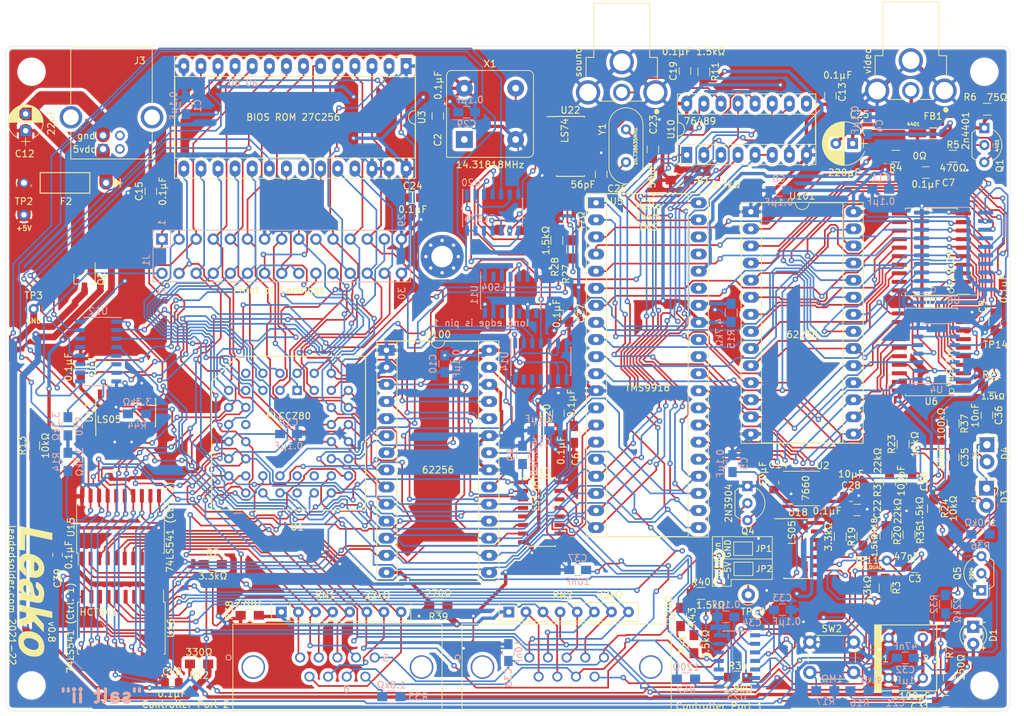
<source format=kicad_pcb>
(kicad_pcb (version 20221018) (generator pcbnew)
  (layers (0 "F.Cu" signal) (31 "B.Cu" signal) (34 "B.Paste" user) (35 "F.Paste" user) (36 "B.SilkS" user "B.Silkscreen") (37 "F.SilkS" user "F.Silkscreen") (38 "B.Mask" user) (39 "F.Mask" user) (44 "Edge.Cuts" user))
  (net 0 "")
  (net 1 "D2")
  (net 2 "D1")
  (net 3 "D3")
  (net 4 "D0")
  (net 5 "D4")
  (net 6 "D5")
  (net 7 "D6")
  (net 8 "D7")
  (net 9 "GND")
  (net 10 "VCC")
  (net 11 "Composite")
  (net 12 "A0")
  (net 13 "A1")
  (net 14 "A2")
  (net 15 "A3")
  (net 16 "A10")
  (net 17 "A4")
  (net 18 "A13")
  (net 19 "A14")
  (net 20 "A5")
  (net 21 "A6")
  (net 22 "A12")
  (net 23 "A7")
  (net 24 "A9")
  (net 25 "A8")
  (net 26 "/Video/VIDVCC")
  (net 27 "RW")
  (net 28 "WR")
  (net 29 "RAS")
  (net 30 "ROW")
  (net 31 "CAS")
  (net 32 "COL")
  (net 33 "AD7")
  (net 34 "AD6")
  (net 35 "AD5")
  (net 36 "VD7")
  (net 37 "AD4")
  (net 38 "VD6")
  (net 39 "AD3")
  (net 40 "VD5")
  (net 41 "AD2")
  (net 42 "VD4")
  (net 43 "AD1")
  (net 44 "VD3")
  (net 45 "AD0")
  (net 46 "VD2")
  (net 47 "VD1")
  (net 48 "VD0")
  (net 50 "Audio_WR")
  (net 51 "/Sound/Raw_Audio")
  (net 52 "Net-(U4-Pad6)")
  (net 53 "Net-(U4-Pad11)")
  (net 56 "!CART_0xC0")
  (net 57 "!CART_0x80")
  (net 58 "!CART_0xA0")
  (net 59 "!CART_0xE0")
  (net 60 "!WAIT")
  (net 61 "!MREQ")
  (net 62 "!IOREQ")
  (net 63 "!RD")
  (net 64 "!WR")
  (net 65 "!RAM_CE")
  (net 66 "!BIOS_CE")
  (net 67 "A15")
  (net 68 "EXT_IO_STUB")
  (net 69 "CTRL_R")
  (net 71 "CTRL_EN_1")
  (net 72 "VDC_R")
  (net 73 "VDC_W")
  (net 75 "CTRL_EN_2")
  (net 76 "!INT")
  (net 77 "!RESET")
  (net 78 "/Video/RD")
  (net 79 "EXT_DECODE_STUB")
  (net 80 "Net-(C19-Pad2)")
  (net 81 "Net-(D1-Pad2)")
  (net 82 "Net-(R12-Pad2)")
  (net 83 "/Video/To_TV")
  (net 84 "/Sound/To_Speakers")
  (net 85 "Net-(J5-Pad9)")
  (net 86 "Net-(J5-Pad6)")
  (net 87 "Net-(J5-Pad4)")
  (net 88 "Net-(J5-Pad3)")
  (net 89 "Net-(J5-Pad2)")
  (net 90 "Net-(J6-Pad9)")
  (net 91 "Net-(J6-Pad7)")
  (net 92 "Net-(J6-Pad6)")
  (net 93 "Net-(J6-Pad4)")
  (net 94 "Net-(J6-Pad3)")
  (net 95 "Net-(J6-Pad2)")
  (net 96 "Net-(J6-Pad1)")
  (net 97 "Net-(C21-Pad1)")
  (net 98 "Net-(R18-Pad1)")
  (net 99 "Net-(R19-Pad2)")
  (net 100 "Net-(R15-Pad2)")
  (net 101 "CPU_CLK")
  (net 102 "!M1")
  (net 103 "Net-(U20-Pad2)")
  (net 104 "Net-(U22-Pad2)")
  (net 109 "Net-(C3-Pad1)")
  (net 110 "Net-(C3-Pad2)")
  (net 111 "Net-(C30-Pad1)")
  (net 112 "Net-(C30-Pad2)")
  (net 113 "Net-(C31-Pad1)")
  (net 114 "Net-(C31-Pad2)")
  (net 115 "Net-(C32-Pad1)")
  (net 116 "Net-(C32-Pad2)")
  (net 117 "Net-(C33-Pad2)")
  (net 118 "Net-(C35-Pad2)")
  (net 119 "Net-(C36-Pad1)")
  (net 120 "/Controllers/CTRL_PIN_8")
  (net 121 "/Controllers/CTRL_PIN_5")
  (net 122 "/Controllers/2v5")
  (net 123 "-5V")
  (net 124 "Net-(R40-Pad2)")
  (net 125 "Net-(R41-Pad1)")
  (net 126 "EXT_QUAD")
  (net 127 "EXT_40_5F")
  (net 128 "EXT_20_3F")
  (net 129 "!NMI")
  (net 130 "Net-(C26-Pad2)")
  (net 131 "Net-(R28-Pad2)")
  (net 132 "/BUSRQ_PU")
  (net 133 "/HALT_PU")
  (net 135 "/Power/Source")
  (net 136 "/Power/Gate")
  (net 137 "Net-(C23-Pad1)")
  (net 138 "/Power/7MHz")
  (net 139 "/Power/14MHz")
  (net 140 "A11")
  (net 141 "/Power/WAIT")
  (net 142 "Net-(U20-Pad12)")
  (net 143 "Net-(R27-Pad1)")
  (net 144 "Net-(C25-Pad2)")
  (net 145 "Net-(Q1-Pad2)")
  (net 146 "/RAM_OE")
  (net 147 "/Video/RAM_A6")
  (net 148 "/Video/RAM_A5")
  (net 149 "/Video/RAM_A4")
  (net 150 "/Video/RAM_A3")
  (net 151 "/Video/RAM_A2")
  (net 152 "/Video/RAM_A1")
  (net 153 "/Video/RAM_A0")
  (net 154 "/Video/RAM_A13")
  (net 155 "/Video/RAM_A12")
  (net 156 "/Video/RAM_A11")
  (net 157 "/Video/RAM_A10")
  (net 158 "/Video/RAM_A9")
  (net 159 "/Video/RAM_A8")
  (net 160 "/Video/RAM_A7")
  (net 161 "/RFSH")
  (net 162 "!RAM_OE")
  (net 163 "/!RFSH")
  (net 164 "Net-(C34-Pad1)")
  (net 165 "Net-(J5-Pad7)")
  (net 166 "Net-(J5-Pad1)")
  (net 167 "/Controllers/~{A1}")
  (net 168 "/Power/M1")
  (net 169 "Net-(C14-Pad2)")
  (net 170 "Net-(C14-Pad1)")
  (net 174 "Net-(F2-Pad1)")
  (net 184 "/Power/-5V_SRC")
  (footprint "Logos:LeakoLogo1" (layer "F.Cu") (at 80.349 122.4545 -90)
    (fp_text reference "G***" hide)
    (fp_text value "LOGO" hide)
  )
  (footprint "Mounting_Holes:MountingHole_3.2mm_M3" (layer "F.Cu") (at 221.107 45.236)
    (fp_text reference "REF**" hide)
    (fp_text value "MountingHole_3.2mm_M3" hide)
  )
  (footprint "Mounting_Holes:MountingHole_3.2mm_M3" (layer "F.Cu") (at 221.107 136.422)
    (fp_text reference "REF**" hide)
    (fp_text value "MountingHole_3.2mm_M3" hide)
  )
  (footprint "Mounting_Holes:MountingHole_3.2mm_M3" (layer "F.Cu") (at 79.629 136.422)
    (fp_text reference "REF**" hide)
    (fp_text value "MountingHole_3.2mm_M3" hide)
  )
  (footprint "Mounting_Holes:MountingHole_3.2mm_M3" (layer "F.Cu") (at 79.629 45.236)
    (fp_text reference "REF**" hide)
    (fp_text value "MountingHole_3.2mm_M3" hide)
  )
  (footprint "Housings_DIP:DIP-28_W15.24mm_Socket_LongPads" (layer "F.Cu") (at 135.255 44.3865 -90)
    (fp_text reference "U3")
    (fp_text value "BIOS ROM 27C256")
  )
  (footprint "Housings_SOIC:SOIC-14_3.9x8.7mm_Pitch1.27mm" (layer "F.Cu") (at 159.639 56.3245)
    (fp_text reference "U22")
    (fp_text value "74LS74")
  )
  (footprint "Oscillators:Oscillator_DIP-8_LargePads" (layer "F.Cu") (at 143.891 55.3085)
    (fp_text reference "X1")
    (fp_text value "14.31818MHz")
  )
  (footprint "Capacitors_SMD:C_0805_HandSoldering" (layer "F.Cu") (at 176.657 45.1285 90)
    (fp_text reference "C19")
    (fp_text value "0.1µF")
  )
  (footprint "TO_SOT_Packages_SMD:SOT-23_Handsoldering" (layer "F.Cu") (at 87.5 76 -90)
    (fp_text reference "Q2")
    (fp_text value "Q_NJFET_GSD")
  )
  (footprint "Housings_DIP:DIP-16_W7.62mm_Socket_LongPads" (layer "F.Cu") (at 176.911 57.5945 90)
    (fp_text reference "U10")
    (fp_text value "SN76489AN")
  )
  (footprint "Capacitors_SMD:C_0805_HandSoldering" (layer "F.Cu") (at 139.954 51.836 -90)
    (fp_text reference "C2")
    (fp_text value "0.1µF")
  )
  (footprint "Capacitors_SMD:C_0805_HandSoldering" (layer "F.Cu") (at 210.7765 118.8085 180)
    (fp_text reference "C3")
    (fp_text value "47nF")
  )
  (footprint "Capacitors_SMD:C_0805_HandSoldering" (layer "F.Cu") (at 160.147 99.1235 90)
    (fp_text reference "C6")
    (fp_text value "0.1µF")
  )
  (footprint "Capacitors_SMD:C_0805_HandSoldering" (layer "F.Cu") (at 212.4275 60.198)
    (fp_text reference "C7")
    (fp_text value "0.1µF")
  )
  (footprint "Capacitors_SMD:C_0805_HandSoldering" (layer "F.Cu") (at 198.247 48.812 -90)
    (fp_text reference "C13")
    (fp_text value "0.1µF")
  )
  (footprint "Capacitors_SMD:C_0805_HandSoldering" (layer "F.Cu") (at 97.3455 62.992 90)
    (fp_text reference "C15")
    (fp_text value "0.1µF")
  )
  (footprint "Capacitors_SMD:C_0805_HandSoldering" (layer "F.Cu") (at 86.9315 89.1105 -90)
    (fp_text reference "C17")
    (fp_text value "0.1µF")
  )
  (footprint "Capacitors_SMD:C_0805_HandSoldering" (layer "F.Cu") (at 157.861 95.992 -90)
    (fp_text reference "C20")
    (fp_text value "0.1µF")
  )
  (footprint "Capacitors_SMD:C_0805_HandSoldering" (layer "F.Cu") (at 202.204 110.363)
    (fp_text reference "C22")
    (fp_text value "0.1µF")
  )
  (footprint "Capacitors_SMD:C_0805_HandSoldering" (layer "F.Cu") (at 210.3955 106.1085 -90)
    (fp_text reference "C30")
    (fp_text value "100pF")
  )
  (footprint "Capacitors_SMD:C_0805_HandSoldering" (layer "F.Cu") (at 215.3285 138.7475)
    (fp_text reference "C31")
    (fp_text value "100pF")
  )
  (footprint "Capacitors_SMD:C_0805_HandSoldering" (layer "F.Cu") (at 221.488 96.286 -90)
    (fp_text reference "C36")
    (fp_text value "10nF")
  )
  (footprint "Diodes_ThroughHole:D_DO-41_SOD81_P2.54mm_Vertical_AnodeUp" (layer "F.Cu") (at 221.488 100.6475 -90)
    (fp_text reference "D4")
    (fp_text value "1N4001")
  )
  (footprint "0251002.MRT1L:0251002.MRT1L" (layer "F.Cu") (at 78.5 61.75 180)
    (fp_text reference "F2")
    (fp_text value "2A")
  )
  (footprint "Choke_SMD:Choke_SMD_1206_Handsoldering" (layer "F.Cu") (at 213.47176 54.38)
    (fp_text reference "FB1")
    (fp_text value "Bead" hide)
  )
  (footprint "Jacks:CUI_RCJ-017" (layer "F.Cu") (at 210.185 42.1005 -90)
    (fp_text reference "J2")
    (fp_text value "Composite video")
  )
  (footprint "Jacks:CUI_RCJ-017" (layer "F.Cu") (at 167.259 42.3545 -90)
    (fp_text reference "J4" hide)
    (fp_text value "RCJ-013")
  )
  (footprint "Jacks:A-DS 09 A-KG-T2S" (layer "F.Cu") (at 119.507 132.2705)
    (fp_text reference "J5" hide)
    (fp_text value "Controller Port 2")
  )
  (footprint "Jacks:A-DS 09 A-KG-T2S" (layer "F.Cu") (at 153.543 132.2705)
    (fp_text reference "J6" hide)
    (fp_text value "Controller Port 1")
  )
  (footprint "TO_SOT_Packages_THT:TO-92_Inline_Wide" (layer "F.Cu") (at 220.6625 122.301 90)
    (fp_text reference "Q5")
    (fp_text value "2N3904")
  )
  (footprint "Resistors_SMD:R_0805_HandSoldering" (layer "F.Cu") (at 175.8785 61.341)
    (fp_text reference "R1")
    (fp_text value "2.7kΩ")
  )
  (footprint "Resistors_SMD:R_0805_HandSoldering" (layer "F.Cu") (at 206.375 121.92 -90)
    (fp_text reference "R3")
    (fp_text value "3.3kΩ")
  )
  (footprint "Resistors_SMD:R_0805_HandSoldering" (layer "F.Cu") (at 207.946 57.785 180)
    (fp_text reference "R4")
    (fp_text value "0Ω")
  )
  (footprint "Resistors_SMD:R_0805_HandSoldering" (layer "F.Cu") (at 216.455 57.785)
    (fp_text reference "R5")
    (fp_text value "470Ω")
  )
  (footprint "Resistors_SMD:R_0805_HandSoldering" (layer "F.Cu") (at 179.451 45.2285 -90)
    (fp_text reference "R11")
    (fp_text value "1.5kΩ")
  )
  (footprint "Resistors_SMD:R_0805_HandSoldering" (layer "F.Cu") (at 104.5045 133.223 180)
    (fp_text reference "R12")
    (fp_text value "330Ω")
  )
  (footprint "Resistors_SMD:R_0805_HandSoldering" (layer "F.Cu") (at 199.7075 114.3165 -90)
    (fp_text reference "R19")
    (fp_text value "3.3kΩ")
  )
  (footprint "Resistors_SMD:R_0805_HandSoldering" (layer "F.Cu") (at 206.502 114.1095 -90)
    (fp_text reference "R20")
    (fp_text value "22kΩ")
  )
  (footprint "Resistors_SMD:R_0805_HandSoldering" (layer "F.Cu") (at 222.25 91.948)
    (fp_text reference "R21")
    (fp_text value "1.5kΩ")
  )
  (footprint "Resistors_SMD:R_0805_HandSoldering" (layer "F.Cu") (at 209.042 100.584 90)
    (fp_text reference "R23")
    (fp_text value "10kΩ")
  )
  (footprint "Resistors_SMD:R_0805_HandSoldering" (layer "F.Cu") (at 213.5505 110.1255 -90)
    (fp_text reference "R24")
    (fp_text value "10kΩ")
  )
  (footprint "Resistors_SMD:R_0805_HandSoldering" (layer "F.Cu") (at 184.5475 135.1915)
    (fp_text reference "R34")
    (fp_text value "1.8kΩ")
  )
  (footprint "Resistors_SMD:R_0805_HandSoldering" (layer "F.Cu") (at 209.9145 113.9825 -90)
    (fp_text reference "R35")
    (fp_text value "1.5kΩ")
  )
  (footprint "Resistors_SMD:R_0805_HandSoldering" (layer "F.Cu") (at 112.0305 126)
    (fp_text reference "R38")
    (fp_text value "270Ω")
  )
  (footprint "Resistors_SMD:R_0805_HandSoldering" (layer "F.Cu") (at 140.034 124.5 180)
    (fp_text reference "R39")
    (fp_text value "270Ω")
  )
  (footprint "Resistors_SMD:R_0805_HandSoldering" (layer "F.Cu") (at 179.023 122.7455)
    (fp_text reference "R40")
    (fp_text value "1.5kΩ")
  )
  (footprint "Resistors_SMD:R_0805_HandSoldering" (layer "F.Cu") (at 177.9905 130.2855 90)
    (fp_text reference "R41")
    (fp_text value "1.5kΩ")
  )
  (footprint "Resistors_ThroughHole:R_Array_SIP8" (layer "F.Cu") (at 116.713 125.5)
    (fp_text reference "RN1")
    (fp_text value "22kΩ")
  )
  (footprint "Resistors_ThroughHole:R_Array_SIP8" (layer "F.Cu") (at 150.495 125.5)
    (fp_text reference "RN2")
    (fp_text value "22kΩ")
  )
  (footprint "Buttons_Switches_ThroughHole:SW_PUSH_6mm" (layer "F.Cu") (at 195.199 129.9845)
    (fp_text reference "SW2")
    (fp_text value "Reset")
  )
  (footprint "TestPoint:TestPoint_Loop_D1.80mm_Drill1.0mm_Beaded" (layer "F.Cu") (at 186.055 122.96)
    (fp_text reference "TP10")
    (fp_text value "-5V")
  )
  (footprint "Measurement_Points:Measurement_Point_Round-TH_Small" (layer "F.Cu") (at 206.629 117.856)
    (fp_text reference "TP11")
    (fp_text value "TestPoint")
  )
  (footprint "Housings_DIP:DIP-40_W15.24mm_Socket_LongPads" (layer "F.Cu") (at 163.449 64.7065)
    (fp_text reference "U5")
    (fp_text value "TMS9918A")
  )
  (footprint "LeakyChips:SOIC-20W_7.5x12.8mm_P1.27mm_LongLegs" (layer "F.Cu") (at 213.233 86.868 180)
    (fp_text reference "U6")
    (fp_text value "74HCT574")
  )
  (footprint "LeakyChips:SOIC-20W_7.5x12.8mm_P1.27mm_LongLegs" (layer "F.Cu") (at 213.233 72.009 180)
    (fp_text reference "U7")
    (fp_text value "74HCT574")
  )
  (footprint "Housings_SOIC:SOIC-16_3.9x9.9mm_Pitch1.27mm" (layer "F.Cu") (at 155.321 110.6805)
    (fp_text reference "U13")
    (fp_text value "74LS138 (I/O)")
  )
  (footprint "Housings_SOIC:SOIC-14_3.9x8.7mm_Pitch1.27mm" (layer "F.Cu") (at 193.421 116.078)
    (fp_text reference "U18")
    (fp_text value "74LS05")
  )
  (footprint "Resistors_SMD:R_0805_HandSoldering" (layer "F.Cu") (at 203.073 114.2835 -90)
    (fp_text reference "R18")
    (fp_text value "1.5kΩ")
  )
  (footprint "LEDs:LED_D3.0mm" (layer "F.Cu") (at 219.456 127.6985 -90)
    (fp_text reference "D1")
    (fp_text value "LED")
  )
  (footprint "LeakyChips:PVA1_Switch" (layer "F.Cu") (at 209.423 132.5245)
    (fp_text reference "SW1" hide)
    (fp_text value "Power Toggle")
  )
  (footprint "Resistors_SMD:R_0805_HandSoldering" (layer "F.Cu") (at 79.9465 100.791 90)
    (fp_text reference "R13")
    (fp_text value "10kΩ")
  )
  (footprint "Measurement_Points:Measurement_Point_Round-SMD-Pad_Small" (layer "F.Cu") (at 223.4565 87.8205)
    (fp_text reference "TP14")
    (fp_text value "TestPoint")
  )
  (footprint "TO_SOT_Packages_THT:TO-92_Inline_Wide" (layer "F.Cu") (at 185.928 106.807 -90)
    (fp_text reference "Q4")
    (fp_text value "2N3904")
  )
  (footprint "Resistors_SMD:R_0805_HandSoldering" (layer "F.Cu") (at 207.0265 106.1085 -90)
    (fp_text reference "R31")
    (fp_text value "22kΩ")
  )
  (footprint "Diodes_ThroughHole:D_DO-41_SOD81_P2.54mm_Vertical_AnodeUp" (layer "F.Cu") (at 221.4245 107.1245 -90)
    (fp_text reference "D3")
    (fp_text value "1N4001")
  )
  (footprint "Capacitors_SMD:C_0805_HandSoldering" (layer "F.Cu") (at 216.4715 102.5325 -90)
    (fp_text reference "C35")
    (fp_text value "10nF")
  )
  (footprint "Resistors_SMD:R_0805_HandSoldering" (layer "F.Cu") (at 216.4715 97.536 -90)
    (fp_text reference "R37")
    (fp_text value "100kΩ")
  )
  (footprint "Capacitors_SMD:C_0805_HandSoldering" (layer "F.Cu") (at 136.2275 63.9445)
    (fp_text reference "C24")
    (fp_text value "0.1µF")
  )
  (footprint "Resistors_SMD:R_0805_HandSoldering" (layer "F.Cu") (at 106.5365 118.4275)
    (fp_text reference "R2")
    (fp_text value "3.3kΩ")
  )
  (footprint "Resistors_SMD:R_0805_HandSoldering" (layer "F.Cu") (at 175.995 126.25 -90)
    (fp_text reference "R43")
    (fp_text value "120Ω")
  )
  (footprint "Capacitors_SMD:C_0805_HandSoldering" (layer "F.Cu") (at 222.631 82.403 90)
    (fp_text reference "C9")
    (fp_text value "0.1µF")
  )
  (footprint "Sockets:PLCC44" (layer "F.Cu") (at 117.7925 98.933 -90)
    (fp_text reference "U1")
    (fp_text value "PLCCZ80")
  )
  (footprint "Resistors_SMD:R_0805_HandSoldering" (layer "F.Cu") (at 215.9 135.1115 90)
    (fp_text reference "R7")
    (fp_text value "150Ω")
  )
  (footprint "Housings_SOIC:SOIC-14_3.9x8.7mm_Pitch1.27mm" (layer "F.Cu") (at 93.599 95.885 90)
    (fp_text reference "U17")
    (fp_text value "74LS05")
  )
  (footprint "Capacitors_SMD:C_0805_HandSoldering" (layer "F.Cu") (at 171.8945 56.769 90)
    (fp_text reference "C23")
    (fp_text value "56pF")
  )
  (footprint "Capacitors_SMD:C_0805_HandSoldering" (layer "F.Cu") (at 159.4485 81.153 -90)
    (fp_text reference "C27")
    (fp_text value "0.1µF")
  )
  (footprint "Capacitors_SMD:C_0805_HandSoldering" (layer "F.Cu") (at 164.211 60.472 -90)
    (fp_text reference "C26")
    (fp_text value "56pF")
  )
  (footprint "Measurement_Points:Measurement_Point_Round-TH_Small" (layer "F.Cu") (at 78.5 66.5)
    (fp_text reference "TP2")
    (fp_text value "TestPoint")
  )
  (footprint "Measurement_Points:Measurement_Point_Round-TH_Small" (layer "F.Cu") (at 79.94 80.489)
    (fp_text reference "TP3")
    (fp_text value "TestPoint")
  )
  (footprint "Resistors_SMD:R_0805_HandSoldering" (layer "F.Cu") (at 159.9565 71.628 90)
    (fp_text reference "R27")
    (fp_text value "47Ω")
  )
  (footprint "TO_SOT_Packages_THT:TO-92_Inline_Wide" (layer "F.Cu") (at 221.107 53.594 -90)
    (fp_text reference "Q1")
    (fp_text value "2n4401")
  )
  (footprint "Resistors_SMD:R_0805_HandSoldering" (layer "F.Cu") (at 221.535 50.8 180)
    (fp_text reference "R6")
    (fp_text value "75Ω")
  )
  (footprint "Capacitors_ThroughHole:CP_Radial_D6.3mm_P2.50mm" (layer "F.Cu") (at 201.549 55.904 180)
    (fp_text reference "C25")
    (fp_text value "220µF")
  )
  (footprint "Housings_DIP:DIP-28_W15.24mm_Socket_LongPads" (layer "F.Cu") (at 132.334 86.614)
    (fp_text reference "U100")
    (fp_text value "AS6C62256-DIP")
  )
  (footprint "Housings_DIP:DIP-28_W15.24mm_Socket_LongPads" (layer "F.Cu") (at 186.436 66.04)
    (fp_text reference "U101")
    (fp_text value "AS6C62256-DIP")
  )
  (footprint "Resistors_SMD:R_0805_HandSoldering" (layer "F.Cu") (at 157.6235 70.2945 -90)
    (fp_text reference "R28")
    (fp_text value "1.5kΩ")
  )
  (footprint "Package_SO:SOIC-20W_7.5x12.8mm_P1.27mm" (layer "F.Cu") (at 92.837 112.903 90)
    (fp_text reference "U15")
    (fp_text value "74LS541 (Ctrl. 2)")
  )
  (footprint "Package_SO:SOIC-20W_7.5x12.8mm_P1.27mm" (layer "F.Cu") (at 92.964 127.889 -90)
    (fp_text reference "U16")
    (fp_text value "74LS541 (Ctrl. 1)")
  )
  (footprint "Capacitor_SMD:C_0805_2012Metric_Pad1.15x1.40mm_HandSolder" (layer "F.Cu") (at 189.865 106.29 -90)
    (fp_text reference "C14")
    (fp_text value "10µF")
  )
  (footprint "Capacitor_SMD:C_0805_2012Metric_Pad1.15x1.40mm_HandSolder" (layer "F.Cu") (at 201.295 108.36)
    (fp_text reference "C28")
    (fp_text value "10µF")
  )
  (footprint "Package_SO:SOIC-8_3.9x4.9mm_P1.27mm" (layer "F.Cu") (at 194.695 107.16)
    (fp_text reference "U2")
    (fp_text value "ICL7660")
  )
  (footprint "MountingHole:MountingHole_3.2mm_M3_Pad_Via" (layer "F.Cu") (at 140.595 72.7)
    (fp_text reference "REF**" hide)
    (fp_text value "MountingHole_3.2mm_M3_Pad_Via")
  )
  (footprint "USB-B1HSB6:OST_USB-B1HSB6" (layer "F.Cu") (at 91.5 52 180)
    (fp_text reference "J3")
    (fp_text value "USB-B1HSB6")
  )
  (footprint "Capacitors_ThroughHole:CP_Radial_D5.0mm_P2.50mm" (layer "F.Cu") (at 78.75 54 90)
    (fp_text reference "C12")
    (fp_text value "22µF")
  )
  (footprint "Crystals:Crystal_HC49-U_Vertical" (layer "F.Cu") (at 167.894 58.674 90)
    (fp_text reference "Y1")
    (fp_text value "10.738635MHZ")
  )
  (footprint "Capacitor_SMD:C_0805_2012Metric_Pad1.15x1.40mm_HandSolder" (layer "F.Cu") (at 83.495 117.025 90)
    (fp_text reference "C39")
    (fp_text value "0.1µF")
  )
  (footprint "Capacitor_SMD:C_0805_2012Metric_Pad1.15x1.40mm_HandSolder" (layer "F.Cu") (at 100.47 136)
    (fp_text reference "C40")
    (fp_text value "0.1µF")
  )
  (footprint "Jumper:SolderJumper-2_P1.3mm_Open_Pad1.0x1.5mm" (layer "F.Cu") (at 185.293 116.102 180)
    (fp_text reference "JP1")
    (fp_text value "SolderJumper_2_Open")
  )
  (footprint "Jumper:SolderJumper-2_P1.3mm_Bridged_Pad1.0x1.5mm" (layer "F.Cu") (at 185.345 119.1 180)
    (fp_text reference "JP2")
    (fp_text value "SolderJumper_2_Bridged")
  )
  (footprint "Resistors_SMD:R_0805_HandSoldering" (layer "B.Cu") (at 133.049 138.1125)
    (fp_text reference "R33")
    (fp_text value "1.8kΩ")
  )
  (footprint "Capacitors_SMD:C_0805_HandSoldering" (layer "B.Cu") (at 102.5525 50.292 90)
    (fp_text reference "C1")
    (fp_text value "0.1µF")
  )
  (footprint "Capacitors_SMD:C_0805_HandSoldering" (layer "B.Cu") (at 183.7055 103.4615 90)
    (fp_text reference "C5")
    (fp_text value "0.1µF")
  )
  (footprint "Capacitors_SMD:C_0805_HandSoldering" (layer "B.Cu") (at 190.607 62.865 180)
    (fp_text reference "C8")
    (fp_text value "0.1µF")
  )
  (footprint "Capacitors_SMD:C_0805_HandSoldering" (layer "B.Cu") (at 155.2575 98.552)
    (fp_text reference "C16")
    (fp_text value "0.1µF")
  )
  (footprint "Capacitors_SMD:C_0805_HandSoldering" (layer "B.Cu") (at 117.7925 99.06 180)
    (fp_text reference "C18")
    (fp_text value "0.1µF")
  )
  (footprint "Capacitors_SMD:C_0805_HandSoldering" (layer "B.Cu") (at 207.899 137.438)
    (fp_text reference "C21")
    (fp_text value "1µF")
  )
  (footprint "Capacitors_SMD:C_0805_HandSoldering" (layer "B.Cu") (at 144.2285 51.2445)
    (fp_text reference "C29")
    (fp_text value "0.1µF")
  )
  (footprint "Capacitors_SMD:C_0805_HandSoldering" (layer "B.Cu") (at 209.3595 132.334)
    (fp_text reference "C32")
    (fp_text value "47nF")
  )
  (footprint "Capacitors_SMD:C_0805_HandSoldering" (layer "B.Cu") (at 191.115 125.1585 180)
    (fp_text reference "C33")
    (fp_text value "0.1µF")
  )
  (footprint "Capacitors_SMD:C_0805_HandSoldering" (layer "B.Cu") (at 182.733 126.238 180)
    (fp_text reference "C34")
    (fp_text value "0.1µF")
  )
  (footprint "Capacitors_SMD:C_0805_HandSoldering" (layer "B.Cu") (at 160.7185 119.253 180)
    (fp_text reference "C37")
    (fp_text value "10nF")
  )
  (footprint "Capacitors_SMD:C_0805_HandSoldering" (layer "B.Cu") (at 150.4315 131.5285 -90)
    (fp_text reference "C38")
    (fp_text value "10nF")
  )
  (footprint "Resistors_SMD:R_0805_HandSoldering" (layer "B.Cu") (at 152.527 102.1715 -90)
    (fp_text reference "R9")
    (fp_text value "3.3kΩ")
  )
  (footprint "Resistors_SMD:R_0805_HandSoldering" (layer "B.Cu") (at 85.0265 97.917 90)
    (fp_text reference "R10")
    (fp_text value "3.3kΩ")
  )
  (footprint "Resistors_SMD:R_0805_HandSoldering" (layer "B.Cu") (at 197.485 137.184)
    (fp_text reference "R17")
    (fp_text value "1MΩ")
  )
  (footprint "Resistors_SMD:R_0805_HandSoldering" (layer "B.Cu") (at 215.3285 124.3495 -90)
    (fp_text reference "R32")
    (fp_text value "22kΩ")
  )
  (footprint "Resistors_SMD:R_0805_HandSoldering" (layer "B.Cu") (at 220.519 113.9825)
    (fp_text reference "R36")
    (fp_text value "100kΩ")
  )
  (footprint "Resistors_SMD:R_0805_HandSoldering" (layer "B.Cu") (at 176.8005 135.4455)
    (fp_text reference "R42")
    (fp_text value "120Ω")
  )
  (footprint "Resistors_SMD:R_0805_HandSoldering" (layer "B.Cu") (at 95.297 96.0755)
    (fp_text reference "R44")
    (fp_text value "3.3kΩ")
  )
  (footprint "Housings_SOIC:SOIC-14_3.9x8.7mm_Pitch1.27mm" (layer "B.Cu") (at 213.995 87.122)
    (fp_text reference "U4")
    (fp_text value "74HCT04")
  )
  (footprint "LeakyChips:SOIC-20W_7.5x12.8mm_P1.27mm_LongLegs" (layer "B.Cu") (at 216.535 71.882)
    (fp_text reference "U8")
    (fp_text value "74HCT574")
  )
  (footprint "Housings_SOIC:SOIC-16_3.9x9.9mm_Pitch1.27mm" (layer "B.Cu") (at 89.535 86.8045 180)
    (fp_text reference "U12")
    (fp_text value "74LS138 (Mem. Mapped)")
  )
  (footprint "Housings_SOIC:SOIC-14_3.9x8.7mm_Pitch1.27mm" (layer "B.Cu") (at 184.371 132.7785)
    (fp_text reference "U23")
    (fp_text value "74HCT00")
  )
  (footprint "Resistors_SMD:R_0805_HandSoldering" (layer "B.Cu") (at 85.0265 103.204 -90)
    (fp_text reference "R14")
    (fp_text value "3.3kΩ")
  )
  (footprint "Capacitors_SMD:C_0805_HandSoldering" (layer "B.Cu") (at 203.7715 53.2765 90)
    (fp_text reference "C4")
    (fp_text value "0.1µF")
  )
  (footprint "Resistors_SMD:R_0805_HandSoldering" (layer "B.Cu") (at 183.515 81.0425 90)
    (fp_text reference "R15")
    (fp_text value "4.7kΩ")
  )
  (footprint "Housings_SOIC:SOIC-14_3.9x8.7mm_Pitch1.27mm" (layer "B.Cu") (at 155.2575 88.265 -90)
    (fp_text reference "U14")
    (fp_text value "74LS02")
  )
  (footprint "Housings_SOIC:SOIC-14_3.9x8.7mm_Pitch1.27mm" (layer "B.Cu") (at 148.082 66.1515 -90)
    (fp_text reference "U20")
    (fp_text value "74LS74")
  )
  (footprint "LeakyChips:Sullins_Cart_Slot" (layer "B.Cu") (at 98.9965 70.104 -90)
    (fp_text reference "J1")
    (fp_text value "Cartridge Slot")
  )
  (footprint "Resistors_SMD:R_0805_HandSoldering" (layer "B.Cu") (at 202.565 137.184)
    (fp_text reference "R16")
    (fp_text value "91kΩ")
  )
  (footprint "Housings_SOIC:SOIC-14_3.9x8.7mm_Pitch1.27mm" (layer "B.Cu") (at 150.749 78.407 -90)
    (fp_text reference "U11")
    (fp_text value "74HCT04")
  )
  (footprint "Capacitors_SMD:C_0805_HandSoldering" (layer "B.Cu") (at 140.97 88.626 -90)
    (fp_text reference "C10")
    (fp_text value "0.1µF")
  )
  (footprint "Capacitors_SMD:C_0805_HandSoldering" (layer "B.Cu") (at 205.72 62.738 180)
    (fp_text reference "C11")
    (fp_text value "0.1µF")
  )
  (gr_line (start 189.611 114.324) (end 187.071 114.324) (stroke (width 0.12)) (layer "F.SilkS"))
  (gr_line (start 183.515 120.674) (end 189.611 120.674) (stroke (width 0.12)) (layer "F.SilkS"))
  (gr_line (start 180.721 121.69) (end 183.515 121.69) (stroke (width 0.12)) (layer "F.SilkS"))
  (gr_line (start 187.071 114.324) (end 180.721 114.324) (stroke (width 0.12)) (layer "F.SilkS"))
  (gr_line (start 189.611 120.674) (end 189.611 114.324) (stroke (width 0.12)) (layer "F.SilkS"))
  (gr_line (start 180.721 114.324) (end 180.721 121.69) (stroke (width 0.12)) (layer "F.SilkS"))
  (gr_line (start 185.547 117.626) (end 189.611 117.626) (stroke (width 0.12)) (layer "F.SilkS"))
  (gr_line (start 182.245 117.626) (end 182.245 114.324) (stroke (width 0.12)) (layer "F.SilkS"))
  (gr_line (start 182.245 117.626) (end 182.245 121.69) (stroke (width 0.12)) (layer "F.SilkS"))
  (gr_line (start 185.547 117.626) (end 182.245 117.626) (stroke (width 0.12)) (layer "F.SilkS"))
  (gr_line (start 183.515 121.69) (end 183.515 120.674) (stroke (width 0.12)) (layer "F.SilkS"))
  (gr_arc (start 75.819 42.442) (mid 76.11658 41.72358) (end 76.835 41.426) (stroke (width 0.05)) (layer "Edge.Cuts"))
  (gr_arc (start 223.901 41.426) (mid 224.61942 41.72358) (end 224.917 42.442) (stroke (width 0.05)) (layer "Edge.Cuts"))
  (gr_line (start 75.819 138.962) (end 75.819 139.216) (stroke (width 0.05)) (layer "Edge.Cuts"))
  (gr_line (start 222.885 140.232) (end 223.901 140.232) (stroke (width 0.05)) (layer "Edge.Cuts"))
  (gr_line (start 224.917 42.442) (end 224.917 43.712) (stroke (width 0.05)) (layer "Edge.Cuts"))
  (gr_line (start 223.901 41.426) (end 76.835 41.426) (stroke (width 0.05)) (layer "Edge.Cuts"))
  (gr_arc (start 76.835 140.232) (mid 76.11658 139.93442) (end 75.819 139.216) (stroke (width 0.05)) (layer "Edge.Cuts"))
  (gr_arc (start 224.917 139.216) (mid 224.61942 139.93442) (end 223.901 140.232) (stroke (width 0.05)) (layer "Edge.Cuts"))
  (gr_line (start 76.835 140.232) (end 222.885 140.232) (stroke (width 0.05)) (layer "Edge.Cuts"))
  (gr_line (start 75.819 42.442) (end 75.819 138.962) (stroke (width 0.05)) (layer "Edge.Cuts"))
  (gr_line (start 224.917 139.216) (end 224.917 43.712) (stroke (width 0.05)) (layer "Edge.Cuts"))
  (gr_text "\"salt ii\"" (at 89.995 138) (layer "B.SilkS") (effects (font (size 2 2) (thickness 0.45)) (justify mirror)))
  (gr_text "8" (at 126.365 136.93) (layer "B.SilkS") (effects (font (size 1 1)) (justify mirror)))
  (gr_text "d0" (at 109.728 46.863) (layer "B.SilkS") (effects (font (size 1 1)) (justify mirror)))
  (gr_text "LS74" (at 145.669 67.0405) (layer "B.SilkS") (effects (font (size 1 1)) (justify mirror)))
  (gr_text "5" (at 132.207 132.358) (layer "B.SilkS") (effects (font (size 1 1)) (justify mirror)))
  (gr_text "a0" (at 112.3315 46.863) (layer "B.SilkS") (effects (font (size 1 1)) (justify mirror)))
  (gr_text "LS04" (at 148.209 77.264) (layer "B.SilkS") (effects (font (size 1 1)) (justify mirror)))
  (gr_text "long edge is pin 1" (at 146.3675 82.55) (layer "B.SilkS") (effects (font (size 1 1)) (justify mirror)))
  (gr_text "Front of Cartridge" (at 116.3955 77.6605) (layer "F.SilkS") (effects (font (size 1 1))))
  (gr_text "leadedsolder.com 2021-22" (at 76.75 123 270) (layer "F.SilkS") (effects (font (size 1 1))))
  (gr_text "v0.8" (at 82.6135 128.4605 270) (layer "F.SilkS") (effects (font (size 1 1))))
  (gr_text "LS74" (at 158.8135 53.975 90) (layer "F.SilkS") (effects (font (size 1 1))))
  (gr_text "HCT574" (at 215.995 74.35 270) (layer "F.SilkS") (effects (font (size 1 1))))
  (gr_text "LS05" (at 91.1225 96.901) (layer "F.SilkS") (effects (font (size 1 1))))
  (gr_text "LS05" (at 192.532 113.7285 90) (layer "F.SilkS") (effects (font (size 1 1))))
  (gr_text "Pulldown" (at 181.483 118.134 90) (layer "F.SilkS") (effects (font (size 0.9 0.9))))
  (gr_text "GND" (at 79.94 82.267) (layer "F.SilkS") (effects (font (size 0.75 0.75))))
  (gr_text "5vdc" (at 87.495 56.75) (layer "F.SilkS") (effects (font (size 1 1))))
  (gr_text "LS138" (at 154.4955 108.2675 90) (layer "F.SilkS") (effects (font (size 1 1))))
  (gr_text "Hello\nFrom\nTMS" (at 171.196 66.7385) (layer "F.SilkS") (effects (font (size 1 1))))
  (gr_text "62256" (at 139.995 104.4) (layer "F.SilkS") (effects (font (size 1 1))))
  (gr_text "-5V" (at 183.007 119.404 90) (layer "F.SilkS") (effects (font (size 0.9 0.9))))
  (gr_text "62256" (at 194.095 84.3) (layer "F.SilkS") (effects (font (size 1 1))))
  (gr_text "sound" (at 160.782 43.815 90) (layer "F.SilkS") (effects (font (size 1 1))))
  (gr_text "+5V" (at 78.5 68.5) (layer "F.SilkS") (effects (font (size 0.75 0.75))))
  (gr_text "4401" (at 222.995 56.2 90) (layer "F.SilkS") (effects (font (size 0.5 0.5) (thickness 0.125))))
  (gr_text "4401" (at 210.566 53.0225) (layer "F.SilkS") (effects (font (size 0.5 0.5) (thickness 0.125))))
  (gr_text "EXT_QUAD" (at 204.089 118.872) (layer "F.SilkS") (effects (font (size 0.5 0.5) (thickness 0.125))))
  (gr_text "gnd" (at 87.75 54.75) (layer "F.SilkS") (effects (font (size 1 1))))
  (gr_text "TMS9918" (at 171.095 92.2) (layer "F.SilkS") (effects (font (size 1 1))))
  (gr_text "-" (at 220.98 127) (layer "F.SilkS") (effects (font (size 0.75 0.75))))
  (gr_text "7660" (at 194.595 107.1 90) (layer "F.SilkS") (effects (font (size 1 1))))
  (gr_text "video" (at 203.7715 43.6245 90) (layer "F.SilkS") (effects (font (size 1 1))))
  (gr_text "76489" (at 178.8795 52.578) (layer "F.SilkS") (effects (font (size 1 1))))
  (gr_text "GND" (at 183.007 116.102 90) (layer "F.SilkS") (effects (font (size 0.9 0.9))))
  (gr_text "HCT541" (at 89.5985 125.5395) (layer "F.SilkS") (effects (font (size 1 1))))
  (gr_text "HCT574" (at 215.895 89.3 270) (layer "F.SilkS") (effects (font (size 1 1))))
  (gr_text "3904" (at 219.202 119.8245 90) (layer "F.SilkS") (effects (font (size 0.5 0.5) (thickness 0.125))))
  (gr_text "+" (at 220.98 130.81) (layer "F.SilkS") (effects (font (size 0.75 0.75))))
  (segment (start 109.926001 98.686501) (end 107.963475 98.686501) (width 0.25) (layer "F.Cu") (net 1))
  (segment (start 97.0915 76.701502) (end 97.0915 73.109) (width 0.25) (layer "F.Cu") (net 1))
  (segment (start 96.012 111.373185) (end 96.913813 112.274998) (width 0.25) (layer "F.Cu") (net 1))
  (segment (start 126.894749 116.151988) (end 125.955906 117.090831) (width 0.25) (layer "F.Cu") (net 1))
  (segment (start 101.815578 88.163078) (end 101.815578 86.840099) (width 0.25) (layer "F.Cu") (net 1))
  (segment (start 98.772678 78.38268) (end 97.0915 76.701502) (width 0.25) (layer "F.Cu") (net 1))
  (segment (start 107.963475 98.686501) (end 107.60118 98.324206) (width 0.25) (layer "F.Cu") (net 1))
  (segment (start 114.301138 113.269014) (end 114.866823 113.269014) (width 0.25) (layer "F.Cu") (net 1))
  (segment (start 172.625258 98.118547) (end 169.188923 94.682212) (width 0.25) (layer "F.Cu") (net 1))
  (segment (start 114.123562 113.44659) (end 114.301138 113.269014) (width 0.25) (layer "F.Cu") (net 1))
  (segment (start 181.991 51.965504) (end 181.991 52.0065) (width 0.25) (layer "F.Cu") (net 1))
  (segment (start 125.259902 117.090831) (end 122.596071 114.427) (width 0.25) (layer "F.Cu") (net 1))
  (segment (start 101.329031 82.290502) (end 101.329031 81.3905) (width 0.25) (layer "F.Cu") (net 1))
  (segment (start 100.25 52) (end 104.775 47.475) (width 0.25) (layer "F.Cu") (net 1))
  (segment (start 163.449 110.4265) (end 163.849 110.4265) (width 0.25) (layer "F.Cu") (net 1))
  (segment (start 112.739913 107.653313) (end 112.739913 110.521545) (width 0.25) (layer "F.Cu") (net 1))
  (segment (start 93.472 130.326176) (end 92.977356 129.831532) (width 0.25) (layer "F.Cu") (net 1))
  (segment (start 185.94599 48.44949) (end 184.065006 48.44949) (width 0.25) (layer "F.Cu") (net 1))
  (segment (start 176.14601 54.619488) (end 174.19901 56.566488) (width 0.25) (layer "F.Cu") (net 1))
  (segment (start 101.329031 81.3905) (end 102.30853 80.411001) (width 0.25) (layer "F.Cu") (net 1))
  (segment (start 111.987499 106.900899) (end 112.739913 107.653313) (width 0.25) (layer "F.Cu") (net 1))
  (segment (start 96.913813 112.274998) (end 98.843002 112.274998) (width 0.25) (layer "F.Cu") (net 1))
  (segment (start 102.30853 80.411001) (end 102.30853 79.382209) (width 0.25) (layer "F.Cu") (net 1))
  (segment (start 100.014594 113.44659) (end 114.123562 113.44659) (width 0.25) (layer "F.Cu") (net 1))
  (segment (start 104.775 47.475) (end 104.775 44.3865) (width 0.25) (layer "F.Cu") (net 1))
  (segment (start 98.9965 70.104) (end 98.9965 69.004) (width 0.25) (layer "F.Cu") (net 1))
  (segment (start 174.19901 56.566488) (end 174.19901 59.544244) (width 0.25) (layer "F.Cu") (net 1))
  (segment (start 183.40599 50.550514) (end 181.991 51.965504) (width 0.25) (layer "F.Cu") (net 1))
  (segment (start 129.941988 116.151988) (end 126.894749 116.151988) (width 0.25) (layer "F.Cu") (net 1))
  (segment (start 163.849 110.4265) (end 171.025063 103.250437) (width 0.25) (layer "F.Cu") (net 1))
  (segment (start 122.596071 114.427) (end 116.024809 114.427) (width 0.25) (layer "F.Cu") (net 1))
  (segment (start 96.012 108.5205) (end 96.012 110.8075) (width 0.25) (layer "F.Cu") (net 1))
  (segment (start 167.643932 86.993888) (end 170.951681 83.686139) (width 0.25) (layer "F.Cu") (net 1))
  (segment (start 106.9975 93.345) (end 101.815578 88.163078) (width 0.25) (layer "F.Cu") (net 1))
  (segment (start 179.378012 54.619488) (end 176.14601 54.619488) (width 0.25) (layer "F.Cu") (net 1))
  (segment (start 169.188923 94.682212) (end 169.188923 90.712799) (width 0.25) (layer "F.Cu") (net 1))
  (segment (start 102.30853 79.382209) (end 101.309001 78.38268) (width 0.25) (layer "F.Cu") (net 1))
  (segment (start 112.739913 110.521545) (end 112.339914 110.921544) (width 0.25) (layer "F.Cu") (net 1))
  (segment (start 125.955906 117.090831) (end 125.259902 117.090831) (width 0.25) (layer "F.Cu") (net 1))
  (segment (start 171.025063 103.250437) (end 171.448334 103.250437) (width 0.25) (layer "F.Cu") (net 1))
  (segment (start 112.466001 101.226501) (end 112.466001 105.726393) (width 0.25) (layer "F.Cu") (net 1))
  (segment (start 167.643932 89.167808) (end 167.643932 86.993888) (width 0.25) (layer "F.Cu") (net 1))
  (segment (start 93.472 132.6525) (end 93.472 130.326176) (width 0.25) (layer "F.Cu") (net 1))
  (segment (start 107.60118 98.324206) (end 107.60118 97.758521) (width 0.25) (layer "F.Cu") (net 1))
  (segment (start 130.884 117.094) (end 129.941988 116.151988) (width 0.25) (layer "F.Cu") (net 1))
  (segment (start 101.309001 78.38268) (end 98.772678 78.38268) (width 0.25) (layer "F.Cu") (net 1))
  (segment (start 98.9965 71.204) (end 98.9965 70.104) (width 0.25) (layer "F.Cu") (net 1))
  (segment (start 170.951681 83.686139) (end 170.951681 81.562304) (width 0.25) (layer "F.Cu") (net 1))
  (segment (start 98.843002 112.274998) (end 100.014594 113.44659) (width 0.25) (layer "F.Cu") (net 1))
  (segment (start 116.024809 114.427) (end 114.866823 113.269014) (width 0.25) (layer "F.Cu") (net 1))
  (segment (start 169.188923 90.712799) (end 167.643932 89.167808) (width 0.25) (layer "F.Cu") (net 1))
  (segment (start 101.815578 86.840099) (end 102.192578 86.463099) (width 0.25) (layer "F.Cu") (net 1))
  (segment (start 111.987499 106.204895) (end 111.987499 106.900899) (width 0.25) (layer "F.Cu") (net 1))
  (segment (start 111.4425 100.203) (end 112.466001 101.226501) (width 0.25) (layer "F.Cu") (net 1))
  (segment (start 100.25 67.7505) (end 100.25 52) (width 0.25) (layer "F.Cu") (net 1))
  (segment (start 96.012 110.8075) (end 96.012 111.373185) (width 0.25) (layer "F.Cu") (net 1))
  (segment (start 187.071 49.9745) (end 187.071 49.5745) (width 0.25) (layer "F.Cu") (net 1))
  (segment (start 97.0915 73.109) (end 98.9965 71.204) (width 0.25) (layer "F.Cu") (net 1))
  (segment (start 132.334 117.094) (end 130.884 117.094) (width 0.25) (layer "F.Cu") (net 1))
  (segment (start 112.466001 105.726393) (end 111.987499 106.204895) (width 0.25) (layer "F.Cu") (net 1))
  (segment (start 102.192578 83.154049) (end 101.329031 82.290502) (width 0.25) (layer "F.Cu") (net 1))
  (segment (start 111.4425 100.203) (end 109.926001 98.686501) (width 0.25) (layer "F.Cu") (net 1))
  (segment (start 181.991 52.0065) (end 179.378012 54.619488) (width 0.25) (layer "F.Cu") (net 1))
  (segment (start 183.40599 49.108506) (end 183.40599 50.550514) (width 0.25) (layer "F.Cu") (net 1))
  (segment (start 184.065006 48.44949) (end 183.40599 49.108506) (width 0.25) (layer "F.Cu") (net 1))
  (segment (start 102.192578 86.463099) (end 102.192578 83.154049) (width 0.25) (layer "F.Cu") (net 1))
  (segment (start 187.071 49.5745) (end 185.94599 48.44949) (width 0.25) (layer "F.Cu") (net 1))
  (segment (start 98.9965 69.004) (end 100.25 67.7505) (width 0.25) (layer "F.Cu") (net 1))
  (via (at 112.339914 110.921544) (size 0.8) (drill 0.4) (layers "F.Cu" "B.Cu") (net 1))
  (via (at 174.19901 59.544244) (size 0.8) (drill 0.4) (layers "F.Cu" "B.Cu") (net 1))
  (via (at 170.951681 81.562304) (size 0.8) (drill 0.4) (layers "F.Cu" "B.Cu") (net 1))
  (via (at 114.866823 113.269014) (size 0.8) (drill 0.4) (layers "F.Cu" "B.Cu") (net 1))
  (via (at 171.448334 103.250437) (size 0.8) (drill 0.4) (layers "F.Cu" "B.Cu") (net 1))
  (via (at 92.977356 129.831532) (size 0.8) (drill 0.4) (layers "F.Cu" "B.Cu") (net 1))
  (via (at 106.9975 93.345) (size 0.8) (drill 0.4) (layers "F.Cu" "B.Cu") (net 1))
  (via (at 96.012 110.8075) (size 0.8) (drill 0.4) (layers "F.Cu" "B.Cu") (net 1))
  (via (at 107.60118 97.758521) (size 0.8) (drill 0.4) (layers "F.Cu" "B.Cu") (net 1))
  (via (at 172.625258 98.118547) (size 0.8) (drill 0.4) (layers "F.Cu" "B.Cu") (net 1))
  (segment (start 112.339914 110.921544) (end 114.687384 113.269014) (width 0.25) (layer "B.Cu") (net 1))
  (segment (start 170.951681 81.562304) (end 170.951681 62.791573) (width 0.25) (layer "B.Cu") (net 1))
  (segment (start 92.577357 129.431533) (end 92.977356 129.831532) (width 0.25) (layer "B.Cu") (net 1))
  (segment (start 96.012 110.8075) (end 92.577357 114.242143) (width 0.25) (layer "B.Cu") (net 1))
  (segment (start 161.999 110.4265) (end 163.449 110.4265) (width 0.25) (layer "B.Cu") (net 1))
  (segment (start 133.784 117.094) (end 134.90901 118.21901) (width 0.25) (layer "B.Cu") (net 1))
  (segment (start 170.951681 62.791573) (end 174.19901 59.544244) (width 0.25) (layer "B.Cu") (net 1))
  (segment (start 134.90901 118.21901) (end 150.038972 118.21901) (width 0.25) (layer "B.Cu") (net 1))
  (segment (start 114.687384 113.269014) (end 114.866823 113.269014) (width 0.25) (layer "B.Cu") (net 1))
  (segment (start 106.9975 93.345) (end 106.9975 97.154841) (width 0.25) (layer "B.Cu") (net 1))
  (segment (start 150.038972 118.21901) (end 151.113012 117.14497) (width 0.25) (layer "B.Cu") (net 1))
  (segment (start 158.757298 112.083011) (end 159.975825 110.864484) (width 0.25) (layer "B.Cu") (net 1))
  (segment (start 151.842441 117.14497) (end 156.9044 112.083011) (width 0.25) (layer "B.Cu") (net 1))
  (segment (start 132.334 117.094) (end 133.784 117.094) (width 0.25) (layer "B.Cu") (net 1))
  (segment (start 106.9975 97.154841) (end 107.60118 97.758521) (width 0.25) (layer "B.Cu") (net 1))
  (segment (start 156.9044 112.083011) (end 158.757298 112.083011) (width 0.25) (layer "B.Cu") (net 1))
  (segment (start 172.625258 98.118547) (end 172.625258 102.073513) (width 0.25) (layer "B.Cu") (net 1))
  (segment (start 172.625258 102.073513) (end 171.448334 103.250437) (width 0.25) (layer "B.Cu") (net 1))
  (segment (start 161.561016 110.864484) (end 161.999 110.4265) (width 0.25) (layer "B.Cu") (net 1))
  (segment (start 159.975825 110.864484) (end 161.561016 110.864484) (width 0.25) (layer "B.Cu") (net 1))
  (segment (start 151.113012 117.14497) (end 151.842441 117.14497) (width 0.25) (layer "B.Cu") (net 1))
  (segment (start 92.577357 114.242143) (end 92.577357 129.431533) (width 0.25) (layer "B.Cu") (net 1))
  (segment (start 107.315 44.3865) (end 107.315 45.8365) (width 0.25) (layer "F.Cu") (net 2))
  (segment (start 132.334 114.554) (end 132.734 114.554) (width 0.25) (layer "F.Cu") (net 2))
  (segment (start 101.5365 68.901919) (end 101.5365 70.104) (width 0.25) (layer "F.Cu") (net 2))
  (segment (start 118.038999 105.798501) (end 117.284603 106.552897) (width 0.25) (layer "F.Cu") (net 2))
  (segment (start 134.654273 109.597273) (end 134.654273 103.275772) (width 0.25) (layer "F.Cu") (net 2))
  (segment (start 106.458999 105.256499) (end 103.940011 107.775487) (width 0.25) (layer "F.Cu") (net 2))
  (segment (start 101.10999 68.475409) (end 101.5365 68.901919) (width 0.25) (layer "F.Cu") (net 2))
  (segment (start 117.284603 106.552897) (end 112.712501 106.552897) (width 0.25) (layer "F.Cu") (net 2))
  (segment (start 171.910419 83.363812) (end 171.910419 81.277972) (width 0.25) (layer "F.Cu") (net 2))
  (segment (start 163.449 107.8865) (end 163.849 107.8865) (width 0.25) (layer "F.Cu") (net 2))
  (segment (start 169.638934 93.911582) (end 169.638934 90.526399) (width 0.25) (layer "F.Cu") (net 2))
  (segment (start 97.282 111.0615) (end 97.40434 111.18384) (width 0.25) (layer "F.Cu") (net 2))
  (segment (start 119.9515 103.886) (end 118.944718 103.886) (width 0.25) (layer "F.Cu") (net 2))
  (segment (start 94.742 132.6525) (end 94.742 130.937) (width 0.25) (layer "F.Cu") (net 2))
  (segment (start 107.315 45.8365) (end 101.10999 52.04151) (width 0.25) (layer "F.Cu") (net 2))
  (segment (start 107.914672 105.283) (end 107.888171 105.256499) (width 0.25) (layer "F.Cu") (net 2))
  (segment (start 172.878479 97.151127) (end 169.638934 93.911582) (width 0.25) (layer "F.Cu") (net 2))
  (segment (start 163.849 107.8865) (end 169.183 102.5525) (width 0.25) (layer "F.Cu") (net 2))
  (segment (start 169.638934 90.526399) (end 168.093943 88.981409) (width 0.25) (layer "F.Cu") (net 2))
  (segment (start 118.944718 103.886) (end 118.038999 104.791719) (width 0.25) (layer "F.Cu") (net 2))
  (segment (start 107.888171 105.256499) (end 106.458999 105.256499) (width 0.25) (layer "F.Cu") (net 2))
  (segment (start 189.611 51.4985) (end 186.4995 54.61) (width 0.25) (layer "F.Cu") (net 2))
  (segment (start 94.742 130.937) (end 94.488 130.683) (width 0.25) (layer "F.Cu") (net 2))
  (segment (start 97.282 108.5205) (end 97.282 111.0615) (width 0.25) (layer "F.Cu") (net 2))
  (segment (start 108.9025 105.283) (end 107.914672 105.283) (width 0.25) (layer "F.Cu") (net 2))
  (segment (start 103.940011 107.775487) (end 103.505 107.775487) (width 0.25) (layer "F.Cu") (net 2))
  (segment (start 101.10999 52.04151) (end 101.10999 68.475409) (width 0.25) (layer "F.Cu") (net 2))
  (segment (start 136.017 111.887) (end 134.766 109.709) (width 0.25) (layer "F.Cu") (net 2))
  (segment (start 134.766 109.709) (end 134.654273 109.597273) (width 0.25) (layer "F.Cu") (net 2))
  (segment (start 189.611 49.9745) (end 189.611 51.4985) (width 0.25) (layer "F.Cu") (net 2))
  (segment (start 169.183 102.5525) (end 170.18 102.5525) (width 0.25) (layer "F.Cu") (net 2))
  (segment (start 132.734 114.554) (end 136.017 111.887) (width 0.25) (layer "F.Cu") (net 2))
  (segment (start 168.093943 88.981409) (end 168.093943 87.180288) (width 0.25) (layer "F.Cu") (net 2))
  (segment (start 118.038999 104.791719) (end 118.038999 105.798501) (width 0.25) (layer "F.Cu") (net 2))
  (segment (start 168.093943 87.180288) (end 171.910419 83.363812) (width 0.25) (layer "F.Cu") (net 2))
  (via (at 94.488 130.683) (size 0.8) (drill 0.4) (layers "F.Cu" "B.Cu") (net 2))
  (via (at 97.40434 111.18384) (size 0.8) (drill 0.4) (layers "F.Cu" "B.Cu") (net 2))
  (via (at 134.654273 103.275772) (size 0.8) (drill 0.4) (layers "F.Cu" "B.Cu") (net 2))
  (via (at 186.4995 54.61) (size 0.8) (drill 0.4) (layers "F.Cu" "B.Cu") (net 2))
  (via (at 112.712501 106.552897) (size 0.8) (drill 0.4) (layers "F.Cu" "B.Cu") (net 2))
  (via (at 171.910419 81.277972) (size 0.8) (drill 0.4) (layers "F.Cu" "B.Cu") (net 2))
  (via (at 172.878479 97.151127) (size 0.8) (drill 0.4) (layers "F.Cu" "B.Cu") (net 2))
  (via (at 170.18 102.5525) (size 0.8) (drill 0.4) (layers "F.Cu" "B.Cu") (net 2))
  (via (at 119.9515 103.886) (size 0.8) (drill 0.4) (layers "F.Cu" "B.Cu") (net 2))
  (via (at 103.505 107.775487) (size 0.8) (drill 0.4) (layers "F.Cu" "B.Cu") (net 2))
  (segment (start 134.088588 103.275772) (end 134.654273 103.275772) (width 0.25) (layer "B.Cu") (net 2))
  (segment (start 172.403549 97.151127) (end 172.878479 97.151127) (width 0.25) (layer "B.Cu") (net 2))
  (segment (start 100.262973 75.878973) (end 99.844269 76.297677) (width 0.25) (layer "B.Cu") (net 2))
  (segment (start 171.874907 65.385407) (end 178.32599 58.934324) (width 0.25) (layer "B.Cu") (net 2))
  (segment (start 108.204001 104.584501) (end 108.9025 105.283) (width 0.25) (layer "B.Cu") (net 2))
  (segment (start 125.741208 103.952901) (end 126.004819 104.216512) (width 0.25) (layer "B.Cu") (net 2))
  (segment (start 160.59291 107.8865) (end 157.296421 111.182989) (width 0.25) (layer "B.Cu") (net 2))
  (segment (start 94.887999 130.156001) (end 95.116262 129.927738) (width 0.25) (layer "B.Cu") (net 2))
  (segment (start 130.520484 104.216512) (end 131.468006 103.26899) (width 0.25) (layer "B.Cu") (net 2))
  (segment (start 178.32599 56.512145) (end 180.628135 54.210001) (width 0.25) (layer "B.Cu") (net 2))
  (segment (start 104.768956 85.508442) (end 104.768956 101.018221) (width 0.25) (layer "B.Cu") (net 2))
  (segment (start 103.334034 84.917558) (end 103.681691 84.5699) (width 0.25) (layer "B.Cu") (net 2))
  (segment (start 134.081806 103.26899) (end 134.088588 103.275772) (width 0.25) (layer "B.Cu") (net 2))
  (segment (start 125.674308 103.886) (end 125.741208 103.952901) (width 0.25) (layer "B.Cu") (net 2))
  (segment (start 108.204001 104.453266) (end 108.204001 104.584501) (width 0.25) (layer "B.Cu") (net 2))
  (segment (start 171.874907 65.385407) (end 171.874907 80.676775) (width 0.25) (layer "B.Cu") (net 2))
  (segment (start 96.365447 81.640501) (end 99.144002 84.419056) (width 0.25) (layer "B.Cu") (net 2))
  (segment (start 126.004819 104.216512) (end 130.520484 104.216512) (width 0.25) (layer "B.Cu") (net 2))
  (segment (start 100.77403 84.917558) (end 103.334034 84.917558) (width 0.25) (layer "B.Cu") (net 2))
  (segment (start 131.468006 103.26899) (end 134.081806 103.26899) (width 0.25) (layer "B.Cu") (net 2))
  (segment (start 94.887999 130.283001) (end 94.887999 130.156001) (width 0.25) (layer "B.Cu") (net 2))
  (segment (start 186.099501 54.210001) (end 180.628135 54.210001) (width 0.25) (layer "B.Cu") (net 2))
  (segment (start 97.40434 111.18384) (end 100.812693 107.775487) (width 0.25) (layer "B.Cu") (net 2))
  (segment (start 119.9515 103.886) (end 125.674308 103.886) (width 0.25) (layer "B.Cu") (net 2))
  (segment (start 96.365447 79.339907) (end 96.365447 81.640501) (width 0.25) (layer "B.Cu") (net 2))
  (segment (start 103.830414 84.5699) (end 104.768956 85.508442) (width 0.25) (layer "B.Cu") (net 2))
  (segment (start 163.449 107.8865) (end 160.59291 107.8865) (width 0.25) (layer "B.Cu") (net 2))
  (segment (start 95.116262 113.471918) (end 95.116262 129.927738) (width 0.25) (layer "B.Cu") (net 2))
  (segment (start 178.32599 58.934324) (end 178.32599 56.512145) (width 0.25) (layer "B.Cu") (net 2))
  (segment (start 94.488 130.683) (end 94.887999 130.283001) (width 0.25) (layer "B.Cu") (net 2))
  (segment (start 103.681691 84.5699) (end 103.830414 84.5699) (width 0.25) (layer "B.Cu") (net 2))
  (segment (start 100.275529 84.419056) (end 100.77403 84.917558) (width 0.25) (layer "B.Cu") (net 2))
  (segment (start 170.18 102.5525) (end 170.18 99.374676) (width 0.25) (layer "B.Cu") (net 2))
  (segment (start 171.910419 80.712287) (end 171.910419 81.277972) (width 0.25) (layer "B.Cu") (net 2))
  (segment (start 99.844269 76.297677) (end 99.407677 76.297677) (width 0.25) (layer "B.Cu") (net 2))
  (segment (start 110.172397 106.552897) (end 112.712501 106.552897) (width 0.25) (layer "B.Cu") (net 2))
  (segment (start 99.144002 84.419056) (end 100.275529 84.419056) (width 0.25) (layer "B.Cu") (net 2))
  (segment (start 100.262973 71.377527) (end 100.262973 75.878973) (width 0.25) (layer "B.Cu") (net 2))
  (segment (start 170.18 99.374676) (end 172.403549 97.151127) (width 0.25) (layer "B.Cu") (net 2))
  (segment (start 100.812693 107.775487) (end 103.505 107.775487) (width 0.25) (layer "B.Cu") (net 2))
  (segment (start 134.90901 115.67901) (end 133.784 114.554) (width 0.25) (layer "B.Cu") (net 2))
  (segment (start 97.40434 111.18384) (end 95.116262 113.471918) (width 0.25) (layer "B.Cu") (net 2))
  (segment (start 99.407677 76.297677) (end 96.365447 79.339907) (width 0.25) (layer "B.Cu") (net 2))
  (segment (start 104.768956 101.018221) (end 108.204001 104.453266) (width 0.25) (layer "B.Cu") (net 2))
  (segment (start 157.296421 111.182989) (end 156.404601 111.182989) (width 0.25) (layer "B.Cu") (net 2))
  (segment (start 186.4995 54.61) (end 186.099501 54.210001) (width 0.25) (layer "B.Cu") (net 2))
  (segment (start 108.9025 105.283) (end 110.172397 106.552897) (width 0.25) (layer "B.Cu") (net 2))
  (segment (start 101.5365 70.104) (end 100.262973 71.377527) (width 0.25) (layer "B.Cu") (net 2))
  (segment (start 133.784 114.554) (end 132.334 114.554) (width 0.25) (layer "B.Cu") (net 2))
  (segment (start 171.874907 80.676775) (end 171.910419 80.712287) (width 0.25) (layer "B.Cu") (net 2))
  (segment (start 156.404601 111.182989) (end 151.90858 115.67901) (width 0.25) (layer "B.Cu") (net 2))
  (segment (start 151.90858 115.67901) (end 134.90901 115.67901) (width 0.25) (layer "B.Cu") (net 2))
  (segment (start 184.531 49.5745) (end 184.531 55.107504) (width 0.25) (layer "F.Cu") (net 3))
  (segment (start 101.5365 75.184) (end 102.9335 73.787) (width 0.25) (layer "F.Cu") (net 3))
  (segment (start 163.449 112.9665) (end 163.849 112.9665) (width 0.25) (layer "F.Cu") (net 3))
  (segment (start 173.7995 93.414144) (end 168.993965 88.608609) (width 0.25) (layer "F.Cu") (net 3))
  (segment (start 163.849 112.9665) (end 172.395601 104.419899) (width 0.25) (layer "F.Cu") (net 3))
  (segment (start 94.742 108.253) (end 94.442 107.953) (width 0.25) (layer "F.Cu") (net 3))
  (segment (start 183.160502 56.478002) (end 183.160502 58.587503) (width 0.25) (layer "F.Cu") (net 3))
  (segment (start 109.05599 91.15951) (end 109.926001 92.029521) (width 0.25) (layer "F.Cu") (net 3))
  (segment (start 104.418502 73.787) (end 103.0605 73.787) (width 0.25) (layer "F.Cu") (net 3))
  (segment (start 92.075 134.874) (end 92.075 132.7795) (width 0.25) (layer "F.Cu") (net 3))
  (segment (start 94.442 107.953) (end 94.442 107.526232) (width 0.25) (layer "F.Cu") (net 3))
  (segment (start 183.160502 58.587503) (end 181.846933 59.901072) (width 0.25) (layer "F.Cu") (net 3))
  (segment (start 109.323313 87.341507) (end 109.082512 87.100706) (width 0.25) (layer "F.Cu") (net 3))
  (segment (start 93.468768 106.553) (end 93.345 106.553) (width 0.25) (layer "F.Cu") (net 3))
  (segment (start 95.424504 100.3935) (end 97.536 100.3935) (width 0.25) (layer "F.Cu") (net 3))
  (segment (start 109.926001 92.029521) (end 109.926001 94.099499) (width 0.25) (layer "F.Cu") (net 3))
  (segment (start 91.620015 104.197989) (end 95.424504 100.3935) (width 0.25) (layer "F.Cu") (net 3))
  (segment (start 91.186 106.6165) (end 90.048511 105.479011) (width 0.25) (layer "F.Cu") (net 3))
  (segment (start 181.846933 59.901072) (end 181.281248 59.901072) (width 0.25) (layer "F.Cu") (net 3))
  (segment (start 109.926001 94.099499) (end 108.9025 95.123) (width 0.25) (layer "F.Cu") (net 3))
  (segment (start 92.202 132.6525) (end 92.202 130.079143) (width 0.25) (layer "F.Cu") (net 3))
  (segment (start 173.095491 83.451562) (end 173.095491 81.403633) (width 0.25) (layer "F.Cu") (net 3))
  (segment (start 173.095491 81.403633) (end 173.415133 81.083991) (width 0.25) (layer "F.Cu") (net 3))
  (segment (start 168.993965 88.608609) (end 168.993965 87.553088) (width 0.25) (layer "F.Cu") (net 3))
  (segment (start 168.993965 87.553088) (end 173.095491 83.451562) (width 0.25) (layer "F.Cu") (net 3))
  (segment (start 106.052499 76.359001) (end 105.251501 75.558003) (width 0.25) (layer "F.Cu") (net 3))
  (segment (start 184.531 55.107504) (end 183.160502 56.478002) (width 0.25) (layer "F.Cu") (net 3))
  (segment (start 174.358291 81.083991) (end 175.596835 82.322535) (width 0.25) (layer "F.Cu") (net 3))
  (segment (start 109.082512 78.920012) (end 106.521501 76.359001) (width 0.25) (layer "F.Cu") (net 3))
  (segment (start 101.24551 96.5835) (end 107.442 96.5835) (width 0.25) (layer "F.Cu") (net 3))
  (segment (start 105.251501 74.619999) (end 104.418502 73.787) (width 0.25) (layer "F.Cu") (net 3))
  (segment (start 105.251501 75.558003) (end 105.251501 74.619999) (width 0.25) (layer "F.Cu") (net 3))
  (segment (start 94.742 108.5205) (end 94.742 110.8075) (width 0.25) (layer "F.Cu") (net 3))
  (segment (start 172.395601 104.419899) (end 172.395601 103.570921) (width 0.25) (layer "F.Cu") (net 3))
  (segment (start 94.442 107.526232) (end 93.468768 106.553) (width 0.25) (layer "F.Cu") (net 3))
  (segment (start 93.513 106.6165) (end 93.345 106.553) (width 0.25) (layer "F.Cu") (net 3))
  (segment (start 107.442 96.5835) (end 108.9025 95.123) (width 0.25) (layer "F.Cu") (net 3))
  (segment (start 92.202 130.079143) (end 91.954389 129.831532) (width 0.25) (layer "F.Cu") (net 3))
  (segment (start 109.05599 91.15951) (end 109.323313 90.892187) (width 0.25) (layer "F.Cu") (net 3))
  (segment (start 93.345 106.553) (end 91.186 106.6165) (width 0.25) (layer "F.Cu") (net 3))
  (segment (start 102.9335 73.787) (end 103.0605 73.787) (width 0.25) (layer "F.Cu") (net 3))
  (segment (start 90.048511 105.479011) (end 90.048511 104.197989) (width 0.25) (layer "F.Cu") (net 3))
  (segment (start 173.415133 81.083991) (end 174.358291 81.083991) (width 0.25) (layer "F.Cu") (net 3))
  (segment (start 109.082512 87.100706) (end 109.082512 78.920012) (width 0.25) (layer "F.Cu") (net 3))
  (segment (start 173.7995 94.869) (end 173.7995 93.414144) (width 0.25) (layer "F.Cu") (net 3))
  (segment (start 92.075 132.7795) (end 92.202 132.6525) (width 0.25) (layer "F.Cu") (net 3))
  (segment (start 90.048511 104.197989) (end 91.620015 104.197989) (width 0.25) (layer "F.Cu") (net 3))
  (segment (start 109.323313 90.892187) (end 109.323313 87.341507) (width 0.25) (layer "F.Cu") (net 3))
  (segment (start 106.521501 76.359001) (end 106.052499 76.359001) (width 0.25) (layer "F.Cu") (net 3))
  (via (at 92.075 134.874) (size 0.8) (drill 0.4) (layers "F.Cu" "B.Cu") (net 3))
  (via (at 173.7995 94.869) (size 0.8) (drill 0.4) (layers "F.Cu" "B.Cu") (net 3))
  (via (at 101.24551 96.5835) (size 0.8) (drill 0.4) (layers "F.Cu" "B.Cu") (net 3))
  (via (at 97.536 100.3935) (size 0.8) (drill 0.4) (layers "F.Cu" "B.Cu") (net 3))
  (via (at 94.742 110.8075) (size 0.8) (drill 0.4) (layers "F.Cu" "B.Cu") (net 3))
  (via (at 172.395601 103.570921) (size 0.8) (drill 0.4) (layers "F.Cu" "B.Cu") (net 3))
  (via (at 175.596835 82.322535) (size 0.8) (drill 0.4) (layers "F.Cu" "B.Cu") (net 3))
  (via (at 181.281248 59.901072) (size 0.8) (drill 0.4) (layers "F.Cu" "B.Cu") (net 3))
  (via (at 91.954389 129.831532) (size 0.8) (drill 0.4) (layers "F.Cu" "B.Cu") (net 3))
  (via (at 103.0605 73.787) (size 0.8) (drill 0.4) (layers "F.Cu" "B.Cu") (net 3))
  (segment (start 175.101406 80.129232) (end 175.101406 81.827106) (width 0.25) (layer "B.Cu") (net 3))
  (segment (start 177.636606 63.131479) (end 175.26306 65.505025) (width 0.25) (layer "B.Cu") (net 3))
  (segment (start 125.984 111.506) (end 125.476 111.506) (width 0.25) (layer "B.Cu") (net 3))
  (segment (start 97.536 100.3935) (end 101.24551 96.68399) (width 0.25) (layer "B.Cu") (net 3))
  (segment (start 133.85901 119.168006) (end 133.199994 118.50899) (width 0.25) (layer "B.Cu") (net 3))
  (segment (start 151.299414 117.594979) (end 150.025076 118.869317) (width 0.25) (layer "B.Cu") (net 3))
  (segment (start 102.949315 118.618003) (end 100.651347 120.915971) (width 0.25) (layer "B.Cu") (net 3))
  (segment (start 178.050841 63.131479) (end 177.636606 63.131479) (width 0.25) (layer "B.Cu") (net 3))
  (segment (start 147.108006 119.168006) (end 133.85901 119.168006) (width 0.25) (layer "B.Cu") (net 3))
  (segment (start 155.5668 114.057022) (end 152.028843 117.594979) (width 0.25) (layer "B.Cu") (net 3))
  (segment (start 122.174 118.618) (end 102.949315 118.618003) (width 0.25) (layer "B.Cu") (net 3))
  (segment (start 100.33 134.112) (end 98.171 136.144) (width 0.25) (layer "B.Cu") (net 3))
  (segment (start 173.603489 95.436691) (end 173.603489 102.363033) (width 0.25) (layer "B.Cu") (net 3))
  (segment (start 175.26306 79.967578) (end 175.101406 80.129232) (width 0.25) (layer "B.Cu") (net 3))
  (segment (start 102.711501 61.553001) (end 102.711501 72.872316) (width 0.25) (layer "B.Cu") (net 3))
  (segment (start 175.26306 65.505025) (end 175.26306 79.967578) (width 0.25) (layer "B.Cu") (net 3))
  (segment (start 133.199994 118.50899) (end 130.41101 118.50899) (width 0.25) (layer "B.Cu") (net 3))
  (segment (start 148.338683 118.869317) (end 147.574 119.634) (width 0.25) (layer "B.Cu") (net 3))
  (segment (start 181.281248 59.901072) (end 178.050841 63.131479) (width 0.25) (layer "B.Cu") (net 3))
  (segment (start 152.028843 117.594979) (end 151.299414 117.594979) (width 0.25) (layer "B.Cu") (net 3))
  (segment (start 150.025076 118.869317) (end 148.338683 118.869317) (width 0.25) (layer "B.Cu") (net 3))
  (segment (start 100.651347 133.790653) (end 100.33 134.112) (width 0.25) (layer "B.Cu") (net 3))
  (segment (start 94.742 110.8075) (end 94.742 111.44109) (width 0.25) (layer "B.Cu") (net 3))
  (segment (start 94.742 111.44109) (end 91.954389 114.228701) (width 0.25) (layer "B.Cu") (net 3))
  (segment (start 123.698 117.094) (end 122.174 118.618) (width 0.25) (layer "B.Cu") (net 3))
  (segment (start 101.24551 96.68399) (end 101.24551 96.5835) (width 0.25) (layer "B.Cu") (net 3))
  (segment (start 103.0605 73.221315) (end 103.0605 73.787) (width 0.25) (layer "B.Cu") (net 3))
  (segment (start 91.954389 114.228701) (end 91.954389 129.831532) (width 0.25) (layer "B.Cu") (net 3))
  (segment (start 163.049 112.9665) (end 161.396995 111.314495) (width 0.25) (layer "B.Cu") (net 3))
  (segment (start 125.476 111.506) (end 123.698 113.284) (width 0.25) (layer "B.Cu") (net 3))
  (segment (start 161.396995 111.314495) (end 160.162225 111.314495) (width 0.25) (layer "B.Cu") (net 3))
  (segment (start 130.41101 118.50899) (end 130.41101 115.93301) (width 0.25) (layer "B.Cu") (net 3))
  (segment (start 100.651347 120.915971) (end 100.651347 133.790653) (width 0.25) (layer "B.Cu") (net 3))
  (segment (start 163.449 112.9665) (end 163.049 112.9665) (width 0.25) (layer "B.Cu") (net 3))
  (segment (start 157.419698 114.057022) (end 155.5668 114.057022) (width 0.25) (layer "B.Cu") (net 3))
  (segment (start 98.171 136.144) (end 92.075 134.874) (width 0.25) (layer "B.Cu") (net 3))
  (segment (start 130.41101 115.93301) (end 125.984 111.506) (width 0.25) (layer "B.Cu") (net 3))
  (segment (start 102.711501 72.872316) (end 103.0605 73.221315) (width 0.25) (layer "B.Cu") (net 3))
  (segment (start 175.101406 81.827106) (end 175.596835 82.322535) (width 0.25) (layer "B.Cu") (net 3))
  (segment (start 160.162225 111.314495) (end 157.419698 114.057022) (width 0.25) (layer "B.Cu") (net 3))
  (segment (start 173.603489 102.363033) (end 172.395601 103.570921) (width 0.25) (layer "B.Cu") (net 3))
  (segment (start 123.698 113.284) (end 123.698 117.094) (width 0.25) (layer "B.Cu") (net 3))
  (segment (start 173.7995 94.869) (end 173.603489 95.436691) (width 0.25) (layer "B.Cu") (net 3))
  (segment (start 102.235 59.6265) (end 102.235 61.0765) (width 0.25) (layer "B.Cu") (net 3))
  (segment (start 102.235 61.0765) (end 102.711501 61.553001) (width 0.25) (layer "B.Cu") (net 3))
  (segment (start 146.869991 118.929991) (end 147.574 119.634) (width 0.25) (layer "B.Cu") (net 3))
  (segment (start 99.755679 77.022679) (end 99.096177 77.022679) (width 0.25) (layer "F.Cu") (net 4))
  (segment (start 97.7265 73.9775) (end 100.203 73.9775) (width 0.25) (layer "F.Cu") (net 4))
  (segment (start 103.64999 68.475409) (end 103.64999 55.92551) (width 0.25) (layer "F.Cu") (net 4))
  (segment (start 110.418999 103.766501) (end 106.926499 103.766501) (width 0.25) (layer "F.Cu") (net 4))
  (segment (start 172.64548 80.780642) (end 172.726337 80.699785) (width 0.25) (layer "F.Cu") (net 4))
  (segment (start 106.832853 106.218967) (end 104.52566 108.52616) (width 0.25) (layer "F.Cu") (net 4))
  (segment (start 109.855 45.8365) (end 109.855 44.3865) (width 0.25) (layer "F.Cu") (net 4))
  (segment (start 104.0765 70.104) (end 104.0765 68.901919) (width 0.25) (layer "F.Cu") (net 4))
  (segment (start 103.64999 55.92551) (end 108.458 51.1175) (width 0.25) (layer "F.Cu") (net 4))
  (segment (start 187.107999 55.417501) (end 185.656009 55.417501) (width 0.25) (layer "F.Cu") (net 4))
  (segment (start 172.818211 93.069266) (end 168.543954 88.795009) (width 0.25) (layer "F.Cu") (net 4))
  (segment (start 100.171501 74.008999) (end 104.0765 70.104) (width 0.25) (layer "F.Cu") (net 4))
  (segment (start 98.552 109.7455) (end 98.679 109.8725) (width 0.25) (layer "F.Cu") (net 4))
  (segment (start 192.151 50.3745) (end 187.107999 55.417501) (width 0.25) (layer "F.Cu") (net 4))
  (segment (start 98.552 108.5205) (end 98.552 109.7455) (width 0.25) (layer "F.Cu") (net 4))
  (segment (start 168.543954 88.795009) (end 168.543954 87.366688) (width 0.25) (layer "F.Cu") (net 4))
  (segment (start 107.306378 106.218967) (end 106.832853 106.218967) (width 0.25) (layer "F.Cu") (net 4))
  (segment (start 185.656009 55.417501) (end 185.25601 55.017502) (width 0.25) (layer "F.Cu") (net 4))
  (segment (start 192.151 49.9745) (end 192.151 50.3745) (width 0.25) (layer "F.Cu") (net 4))
  (segment (start 109.936415 101.236915) (end 107.145187 101.236915) (width 0.25) (layer "F.Cu") (net 4))
  (segment (start 108.458 47.2335) (end 109.855 45.8365) (width 0.25) (layer "F.Cu") (net 4))
  (segment (start 163.849 105.3465) (end 168.7385 100.457) (width 0.25) (layer "F.Cu") (net 4))
  (segment (start 168.7385 100.457) (end 168.9735 100.457) (width 0.25) (layer "F.Cu") (net 4))
  (segment (start 111.4425 102.743) (end 109.936415 101.236915) (width 0.25) (layer "F.Cu") (net 4))
  (segment (start 168.543954 87.366688) (end 172.64548 83.265162) (width 0.25) (layer "F.Cu") (net 4))
  (segment (start 96.012 132.6525) (end 96.012 131.318) (width 0.25) (layer "F.Cu") (net 4))
  (segment (start 106.926499 103.766501) (end 106.36716 104.32584) (width 0.25) (layer "F.Cu") (net 4))
  (segment (start 163.449 105.3465) (end 163.849 105.3465) (width 0.25) (layer "F.Cu") (net 4))
  (segment (start 99.096177 77.022679) (end 97.7265 75.653002) (width 0.25) (layer "F.Cu") (net 4))
  (segment (start 172.64548 83.265162) (end 172.64548 80.780642) (width 0.25) (layer "F.Cu") (net 4))
  (segment (start 104.0765 68.901919) (end 103.64999 68.475409) (width 0.25) (layer "F.Cu") (net 4))
  (segment (start 96.012 131.318) (end 95.758 131.064) (width 0.25) (layer "F.Cu") (net 4))
  (segment (start 111.4425 102.743) (end 110.418999 103.766501) (width 0.25) (layer "F.Cu") (net 4))
  (segment (start 172.818211 95.453119) (end 172.818211 93.069266) (width 0.25) (layer "F.Cu") (net 4))
  (segment (start 108.458 51.1175) (end 108.458 47.2335) (width 0.25) (layer "F.Cu") (net 4))
  (segment (start 97.7265 75.653002) (end 97.7265 73.9775) (width 0.25) (layer "F.Cu") (net 4))
  (segment (start 98.679 109.8725) (end 98.679 110.9345) (width 0.25) (layer "F.Cu") (net 4))
  (via (at 185.25601 55.017502) (size 0.8) (drill 0.4) (layers "F.Cu" "B.Cu") (net 4))
  (via (at 107.145187 101.236915) (size 0.8) (drill 0.4) (layers "F.Cu" "B.Cu") (net 4))
  (via (at 95.758 131.064) (size 0.8) (drill 0.4) (layers "F.Cu" "B.Cu") (net 4))
  (via (at 172.818211 95.453119) (size 0.8) (drill 0.4) (layers "F.Cu" "B.Cu") (net 4))
  (via (at 98.679 110.9345) (size 0.8) (drill 0.4) (layers "F.Cu" "B.Cu") (net 4))
  (via (at 106.36716 104.32584) (size 0.8) (drill 0.4) (layers "F.Cu" "B.Cu") (net 4))
  (via (at 172.726337 80.699785) (size 0.8) (drill 0.4) (layers "F.Cu" "B.Cu") (net 4))
  (via (at 107.306378 106.218967) (size 0.8) (drill 0.4) (layers "F.Cu" "B.Cu") (net 4))
  (via (at 99.755679 77.022679) (size 0.8) (drill 0.4) (layers "F.Cu" "B.Cu") (net 4))
  (via (at 168.9735 100.457) (size 0.8) (drill 0.4) (layers "F.Cu" "B.Cu") (net 4))
  (via (at 104.52566 108.52616) (size 0.8) (drill 0.4) (layers "F.Cu" "B.Cu") (net 4))
  (segment (start 129.322998 109.402998) (end 127.648012 107.728012) (width 0.25) (layer "B.Cu") (net 4))
  (segment (start 132.334 112.014) (end 132.734 112.014) (width 0.25) (layer "B.Cu") (net 4))
  (segment (start 107.306378 105.830743) (end 107.306378 106.218967) (width 0.25) (layer "B.Cu") (net 4))
  (segment (start 100.112999 109.500501) (end 104.117004 109.500501) (width 0.25) (layer "B.Cu") (net 4))
  (segment (start 100.461929 83.969045) (end 99.330402 83.969045) (width 0.25) (layer "B.Cu") (net 4))
  (segment (start 184.332835 54.660012) (end 184.690325 55.017502) (width 0.25) (layer "B.Cu") (net 4))
  (segment (start 105.399998 84.636057) (end 104.883831 84.119889) (width 0.25) (layer "B.Cu") (net 4))
  (segment (start 106.203044 99.028956) (end 107.145187 99.971099) (width 0.25) (layer "B.Cu") (net 4))
  (segment (start 180.86599 55.106508) (end 181.312486 54.660012) (width 0.25) (layer "B.Cu") (net 4))
  (segment (start 98.679 110.9345) (end 95.758 113.8555) (width 0.25) (layer "B.Cu") (net 4))
  (segment (start 131.934 112.014) (end 130.884 110.964) (width 0.25) (layer "B.Cu") (net 4))
  (segment (start 178.948486 59.11951) (end 179.916994 59.11951) (width 0.25) (layer "B.Cu") (net 4))
  (segment (start 103.147633 84.467547) (end 100.96043 84.467547) (width 0.25) (layer "B.Cu") (net 4))
  (segment (start 184.690325 55.017502) (end 185.25601 55.017502) (width 0.25) (layer "B.Cu") (net 4))
  (segment (start 161.999 104.2965) (end 163.049 105.3465) (width 0.25) (layer "B.Cu") (net 4))
  (segment (start 181.312486 54.660012) (end 184.332835 54.660012) (width 0.25) (layer "B.Cu") (net 4))
  (segment (start 179.916994 59.11951) (end 180.86599 58.170514) (width 0.25) (layer "B.Cu") (net 4))
  (segment (start 152.800401 113.13901) (end 161.642911 104.2965) (width 0.25) (layer "B.Cu") (net 4))
  (segment (start 106.262001 85.061491) (end 105.836567 84.636057) (width 0.25) (layer "B.Cu") (net 4))
  (segment (start 115.006001 104.791719) (end 112.957282 102.743) (width 0.25) (layer "B.Cu") (net 4))
  (segment (start 125.562294 107.728012) (end 124.590794 106.756512) (width 0.25) (layer "B.Cu") (net 4))
  (segment (start 104.52566 109.091845) (end 104.52566 108.52616) (width 0.25) (layer "B.Cu") (net 4))
  (segment (start 178.723998 59.343998) (end 178.721734 59.343998) (width 0.25) (layer "B.Cu") (net 4))
  (segment (start 106.36716 104.32584) (end 106.36716 104.891525) (width 0.25) (layer "B.Cu") (net 4))
  (segment (start 133.85901 113.13901) (end 152.800401 113.13901) (width 0.25) (layer "B.Cu") (net 4))
  (segment (start 115.145663 106.384069) (end 115.006001 106.244407) (width 0.25) (layer "B.Cu") (net 4))
  (segment (start 172.326338 80.299786) (end 172.726337 80.699785) (width 0.25) (layer "B.Cu") (net 4))
  (segment (start 163.049 105.3465) (end 163.449 105.3465) (width 0.25) (layer "B.Cu") (net 4))
  (segment (start 178.723998 59.343998) (end 178.948486 59.11951) (width 0.25) (layer "B.Cu") (net 4))
  (segment (start 106.262001 98.969999) (end 106.262001 85.061491) (width 0.25) (layer "B.Cu") (net 4))
  (segment (start 132.734 112.014) (end 133.85901 113.13901) (width 0.25) (layer "B.Cu") (net 4))
  (segment (start 130.884 110.964) (end 130.591996 110.964) (width 0.25) (layer "B.Cu") (net 4))
  (segment (start 98.679 110.9345) (end 100.112999 109.500501) (width 0.25) (layer "B.Cu") (net 4))
  (segment (start 106.36716 104.891525) (end 107.306378 105.830743) (width 0.25) (layer "B.Cu") (net 4))
  (segment (start 96.815458 79.962899) (end 99.946179 76.832179) (width 0.25) (layer "B.Cu") (net 4))
  (segment (start 115.006001 106.244407) (end 115.006001 104.791719) (width 0.25) (layer "B.Cu") (net 4))
  (segment (start 127.648012 107.728012) (end 125.562294 107.728012) (width 0.25) (layer "B.Cu") (net 4))
  (segment (start 100.96043 84.467547) (end 100.461929 83.969045) (width 0.25) (layer "B.Cu") (net 4))
  (segment (start 99.330402 83.969045) (end 96.815458 81.454101) (width 0.25) (layer "B.Cu") (net 4))
  (segment (start 168.9735 99.29783) (end 172.818211 95.453119) (width 0.25) (layer "B.Cu") (net 4))
  (segment (start 161.642911 104.2965) (end 161.999 104.2965) (width 0.25) (layer "B.Cu") (net 4))
  (segment (start 124.590794 106.756512) (end 115.890897 106.756513) (width 0.25) (layer "B.Cu") (net 4))
  (segment (start 172.326338 65.739394) (end 172.326338 80.299786) (width 0.25) (layer "B.Cu") (net 4))
  (segment (start 180.86599 58.170514) (end 180.86599 55.106508) (width 0.25) (layer "B.Cu") (net 4))
  (segment (start 115.518095 106.756509) (end 115.145663 106.384069) (width 0.25) (layer "B.Cu") (net 4))
  (segment (start 104.883831 84.119889) (end 103.495292 84.119889) (width 0.25) (layer "B.Cu") (net 4))
  (segment (start 106.203044 99.028956) (end 106.262001 98.969999) (width 0.25) (layer "B.Cu") (net 4))
  (segment (start 132.334 112.014) (end 131.934 112.014) (width 0.25) (layer "B.Cu") (net 4))
  (segment (start 115.890897 106.756513) (end 115.518095 106.756509) (width 0.25) (layer "B.Cu") (net 4))
  (segment (start 130.591996 110.964) (end 129.322998 109.695002) (width 0.25) (layer "B.Cu") (net 4))
  (segment (start 107.145187 99.971099) (end 107.145187 101.236915) (width 0.25) (layer "B.Cu") (net 4))
  (segment (start 105.836567 84.636057) (end 105.399998 84.636057) (width 0.25) (layer "B.Cu") (net 4))
  (segment (start 103.495292 84.119889) (end 103.147633 84.467547) (width 0.25) (layer "B.Cu") (net 4))
  (segment (start 96.815458 81.454101) (end 96.815458 79.962899) (width 0.25) (layer "B.Cu") (net 4))
  (segment (start 95.758 113.8555) (end 95.758 131.064) (width 0.25) (layer "B.Cu") (net 4))
  (segment (start 112.957282 102.743) (end 111.4425 102.743) (width 0.25) (layer "B.Cu") (net 4))
  (segment (start 178.721734 59.343998) (end 172.326338 65.739394) (width 0.25) (layer "B.Cu") (net 4))
  (segment (start 168.9735 100.457) (end 168.9735 99.29783) (width 0.25) (layer "B.Cu") (net 4))
  (segment (start 104.117004 109.500501) (end 104.52566 109.091845) (width 0.25) (layer "B.Cu") (net 4))
  (segment (start 129.322998 109.695002) (end 129.322998 109.402998) (width 0.25) (layer "B.Cu") (net 4))
  (segment (start 178.77705 50.19844) (end 178.77705 53.55872) (width 0.25) (layer "F.Cu") (net 5))
  (segment (start 107.727045 78.200955) (end 107.727045 84.822481) (width 0.25) (layer "F.Cu") (net 5))
  (segment (start 168.484499 90.644786) (end 167.193921 89.354208) (width 0.25) (layer "F.Cu") (net 5))
  (segment (start 168.492002 85.509408) (end 168.492002 79.782502) (width 0.25) (layer "F.Cu") (net 5))
  (segment (start 93.472 108.5205) (end 93.472 110.8075) (width 0.25) (layer "F.Cu") (net 5))
  (segment (start 90.932 129.61564) (end 90.79893 129.48257) (width 0.25) (layer "F.Cu") (net 5))
  (segment (start 105.581028 86.968498) (end 105.040537 86.968498) (width 0.25) (layer "F.Cu") (net 5))
  (segment (start 107.727045 84.822481) (end 105.581028 86.968498) (width 0.25) (layer "F.Cu") (net 5))
  (segment (start 107.12309 77.597) (end 106.4895 77.597) (width 0.25) (layer "F.Cu") (net 5))
  (segment (start 93.728124 104.934017) (end 93.728124 103.781741) (width 0.25) (layer "F.Cu") (net 5))
  (segment (start 173.590001 109.772501) (end 173.590001 103.459491) (width 0.25) (layer "F.Cu") (net 5))
  (segment (start 179.00099 49.9745) (end 178.77705 50.19844) (width 0.25) (layer "F.Cu") (net 5))
  (segment (start 105.76464 89.685783) (end 107.906231 89.685783) (width 0.25) (layer "F.Cu") (net 5))
  (segment (start 168.484499 94.786501) (end 168.484499 90.644786) (width 0.25) (layer "F.Cu") (net 5))
  (segment (start 167.92051 97.79) (end 167.767 97.79) (width 0.25) (layer "F.Cu") (net 5))
  (segment (start 100.434771 100.987229) (end 100.368534 100.987229) (width 0.25) (layer "F.Cu") (net 5))
  (segment (start 173.590001 103.459491) (end 167.92051 97.79) (width 0.25) (layer "F.Cu") (net 5))
  (segment (start 107.727045 78.200955) (end 107.12309 77.597) (width 0.25) (layer "F.Cu") (net 5))
  (segment (start 104.043946 87.965089) (end 105.76464 89.685783) (width 0.25) (layer "F.Cu") (net 5))
  (segment (start 167.767 97.79) (end 168.0845 97.4725) (width 0.25) (layer "F.Cu") (net 5))
  (segment (start 168.492002 79.782502) (end 168.0845 79.375) (width 0.25) (layer "F.Cu") (net 5))
  (segment (start 93.728124 103.781741) (end 95.680343 101.829522) (width 0.25) (layer "F.Cu") (net 5))
  (segment (start 168.0845 97.4725) (end 168.0845 95.1865) (width 0.25) (layer "F.Cu") (net 5))
  (segment (start 90.932 132.6525) (end 90.932 129.61564) (width 0.25) (layer "F.Cu") (net 5))
  (segment (start 93.472 110.8075) (end 93.599 110.9345) (width 0.25) (layer "F.Cu") (net 5))
  (segment (start 106.4895 77.597) (end 104.0765 75.184) (width 0.25) (layer "F.Cu") (net 5))
  (segment (start 105.040537 86.968498) (end 104.043946 87.965089) (width 0.25) (layer "F.Cu") (net 5))
  (segment (start 167.193921 86.807489) (end 168.492002 85.509408) (width 0.25) (layer "F.Cu") (net 5))
  (segment (start 167.193921 89.354208) (end 167.193921 86.807489) (width 0.25) (layer "F.Cu") (net 5))
  (segment (start 174.08991 110.27241) (end 173.590001 109.772501) (width 0.25) (layer "F.Cu") (net 5))
  (segment (start 125.770007 109.698723) (end 125.86773 109.601) (width 0.25) (layer "F.Cu") (net 5))
  (segment (start 168.0845 95.1865) (end 168.484499 94.786501) (width 0.25) (layer "F.Cu") (net 5))
  (segment (start 103.19216 98.22984) (end 100.434771 100.987229) (width 0.25) (layer "F.Cu") (net 5))
  (segment (start 128.397 109.601) (end 125.86773 109.601) (width 0.25) (layer "F.Cu") (net 5))
  (via (at 93.599 110.9345) (size 0.8) (drill 0.4) (layers "F.Cu" "B.Cu") (net 5))
  (via (at 93.728124 104.934017) (size 0.8) (drill 0.4) (layers "F.Cu" "B.Cu") (net 5))
  (via (at 125.770007 109.698723) (size 0.8) (drill 0.4) (layers "F.Cu" "B.Cu") (net 5))
  (via (at 107.906231 89.685783) (size 0.8) (drill 0.4) (layers "F.Cu" "B.Cu") (net 5))
  (via (at 90.79893 129.48257) (size 0.8) (drill 0.4) (layers "F.Cu" "B.Cu") (net 5))
  (via (at 168.0845 79.375) (size 0.8) (drill 0.4) (layers "F.Cu" "B.Cu") (net 5))
  (via (at 128.397 109.601) (size 0.8) (drill 0.4) (layers "F.Cu" "B.Cu") (net 5))
  (via (at 103.19216 98.22984) (size 0.8) (drill 0.4) (layers "F.Cu" "B.Cu") (net 5))
  (via (at 104.043946 87.965089) (size 0.8) (drill 0.4) (layers "F.Cu" "B.Cu") (net 5))
  (via (at 100.368534 100.987229) (size 0.8) (drill 0.4) (layers "F.Cu" "B.Cu") (net 5))
  (via (at 95.680343 101.829522) (size 0.8) (drill 0.4) (layers "F.Cu" "B.Cu") (net 5))
  (via (at 178.77705 53.55872) (size 0.8) (drill 0.4) (layers "F.Cu" "B.Cu") (net 5))
  (via (at 174.08991 110.27241) (size 0.8) (drill 0.4) (layers "F.Cu" "B.Cu") (net 5))
  (segment (start 90.79893 113.73457) (end 90.79893 129.48257) (width 0.25) (layer "B.Cu") (net 5))
  (segment (start 105.251501 74.008999) (end 105.251501 61.553001) (width 0.25) (layer "B.Cu") (net 5))
  (segment (start 160.95451 109.30149) (end 165.43549 109.30149) (width 0.25) (layer "B.Cu") (net 5))
  (segment (start 172.22132 112.141) (end 174.08991 110.27241) (width 0.25) (layer "B.Cu") (net 5))
  (segment (start 99.802849 100.987229) (end 100.368534 100.987229) (width 0.25) (layer "B.Cu") (net 5))
  (segment (start 104.775 61.0765) (end 104.775 59.6265) (width 0.25) (layer "B.Cu") (net 5))
  (segment (start 104.0765 75.184) (end 105.251501 74.008999) (width 0.25) (layer "B.Cu") (net 5))
  (segment (start 130.440022 112.910348) (end 127.997001 110.467327) (width 0.25) (layer "B.Cu") (net 5))
  (segment (start 120.216065 111.074886) (end 120.9122 111.771022) (width 0.25) (layer "B.Cu") (net 5))
  (segment (start 132.910014 115.67901) (end 131.302831 115.67901) (width 0.25) (layer "B.Cu") (net 5))
  (segment (start 122.8008 111.771022) (end 124.825299 109.746523) (width 0.25) (layer "B.Cu") (net 5))
  (segment (start 174.670348 58.819243) (end 175.103266 59.252161) (width 0.25) (layer "B.Cu") (net 5))
  (segment (start 93.599 110.9345) (end 93.599 105.063141) (width 0.25) (layer "B.Cu") (net 5))
  (segment (start 176.784 112.9665) (end 174.08991 110.27241) (width 0.25) (layer "B.Cu") (net 5))
  (segment (start 178.377051 53.958719) (end 178.77705 53.55872) (width 0.25) (layer "B.Cu") (net 5))
  (segment (start 125.722207 109.746523) (end 125.770007 109.698723) (width 0.25) (layer "B.Cu") (net 5))
  (segment (start 127.997001 110.467327) (end 127.997001 110.000999) (width 0.25) (layer "B.Cu") (net 5))
  (segment (start 117.231188 109.296512) (end 119.009562 111.074886) (width 0.25) (layer "B.Cu") (net 5))
  (segment (start 133.85901 116.628006) (end 132.910014 115.67901) (width 0.25) (layer "B.Cu") (net 5))
  (segment (start 111.4425 92.583) (end 110.454672 92.583) (width 0.25) (layer "B.Cu") (net 5))
  (segment (start 103.19216 100.077836) (end 107.750436 104.636112) (width 0.25) (layer "B.Cu") (net 5))
  (segment (start 120.9122 111.771022) (end 122.8008 111.771022) (width 0.25) (layer "B.Cu") (net 5))
  (segment (start 93.599 105.063141) (end 93.728124 104.934017) (width 0.25) (layer "B.Cu") (net 5))
  (segment (start 159.789425 110.414473) (end 159.841527 110.414473) (width 0.25) (layer "B.Cu") (net 5))
  (segment (start 95.680343 101.829522) (end 96.380875 101.12899) (width 0.25) (layer "B.Cu") (net 5))
  (segment (start 168.0845 64.099582) (end 173.364839 58.819243) (width 0.25) (layer "B.Cu") (net 5))
  (segment (start 147.574 117.094) (end 146.124 117.094) (width 0.25) (layer "B.Cu") (net 5))
  (segment (start 178.689 112.9665) (end 176.784 112.9665) (width 0.25) (layer "B.Cu") (net 5))
  (segment (start 108.273011 107.311293) (end 110.25823 109.296512) (width 0.25) (layer "B.Cu") (net 5))
  (segment (start 149.024 117.094) (end 149.423041 116.694959) (width 0.25) (layer "B.Cu") (net 5))
  (segment (start 104.043946 87.965089) (end 104.043946 97.378054) (width 0.25) (layer "B.Cu") (net 5))
  (segment (start 96.380875 101.12899) (end 99.661088 101.12899) (width 0.25) (layer "B.Cu") (net 5))
  (segment (start 131.302831 115.67901) (end 130.440022 114.816201) (width 0.25) (layer "B.Cu") (net 5))
  (segment (start 108.273011 106.168293) (end 108.273011 107.311293) (width 0.25) (layer "B.Cu") (net 5))
  (segment (start 119.009562 111.074886) (end 120.216065 111.074886) (width 0.25) (layer "B.Cu") (net 5))
  (segment (start 93.599 110.9345) (end 90.79893 113.73457) (width 0.25) (layer "B.Cu") (net 5))
  (segment (start 107.906231 90.034559) (end 107.906231 89.685783) (width 0.25) (layer "B.Cu") (net 5))
  (segment (start 105.251501 61.553001) (end 104.775 61.0765) (width 0.25) (layer "B.Cu") (net 5))
  (segment (start 127.997001 110.000999) (end 128.397 109.601) (width 0.25) (layer "B.Cu") (net 5))
  (segment (start 175.785999 58.569428) (end 175.785999 56.134499) (width 0.25) (layer "B.Cu") (net 5))
  (segment (start 124.825299 109.746523) (end 125.722207 109.746523) (width 0.25) (layer "B.Cu") (net 5))
  (segment (start 99.661088 101.12899) (end 99.802849 100.987229) (width 0.25) (layer "B.Cu") (net 5))
  (segment (start 103.19216 98.22984) (end 103.19216 100.077836) (width 0.25) (layer "B.Cu") (net 5))
  (segment (start 165.43549 109.30149) (end 168.275 112.141) (width 0.25) (layer "B.Cu") (net 5))
  (segment (start 149.423041 116.694959) (end 151.65604 116.694959) (width 0.25) (layer "B.Cu") (net 5))
  (segment (start 158.570898 111.633) (end 159.789425 110.414473) (width 0.25) (layer "B.Cu") (net 5))
  (segment (start 107.878999 105.774281) (end 108.273011 106.168293) (width 0.25) (layer "B.Cu") (net 5))
  (segment (start 168.275 112.141) (end 172.22132 112.141) (width 0.25) (layer "B.Cu") (net 5))
  (segment (start 175.785999 56.134499) (end 177.961779 53.958719) (width 0.25) (layer "B.Cu") (net 5))
  (segment (start 145.658006 116.628006) (end 133.85901 116.628006) (width 0.25) (layer "B.Cu") (net 5))
  (segment (start 156.718 111.633) (end 158.570898 111.633) (width 0.25) (layer "B.Cu") (net 5))
  (segment (start 147.574 117.094) (end 149.024 117.094) (width 0.25) (layer "B.Cu") (net 5))
  (segment (start 110.454672 92.583) (end 107.906231 90.034559) (width 0.25) (layer "B.Cu") (net 5))
  (segment (start 168.0845 79.375) (end 168.0845 64.099582) (width 0.25) (layer "B.Cu") (net 5))
  (segment (start 146.124 117.094) (end 145.658006 116.628006) (width 0.25) (layer "B.Cu") (net 5))
  (segment (start 107.750436 104.636112) (end 107.750436 105.410078) (width 0.25) (layer "B.Cu") (net 5))
  (segment (start 107.750436 105.410078) (end 107.878999 105.538641) (width 0.25) (layer "B.Cu") (net 5))
  (segment (start 110.25823 109.296512) (end 117.231188 109.296512) (width 0.25) (layer "B.Cu") (net 5))
  (segment (start 104.043946 97.378054) (end 103.19216 98.22984) (width 0.25) (layer "B.Cu") (net 5))
  (segment (start 177.961779 53.958719) (end 178.377051 53.958719) (width 0.25) (layer "B.Cu") (net 5))
  (segment (start 173.364839 58.819243) (end 174.670348 58.819243) (width 0.25) (layer "B.Cu") (net 5))
  (segment (start 151.65604 116.694959) (end 156.718 111.633) (width 0.25) (layer "B.Cu") (net 5))
  (segment (start 130.440022 114.816201) (end 130.440022 112.910348) (width 0.25) (layer "B.Cu") (net 5))
  (segment (start 107.878999 105.538641) (end 107.878999 105.774281) (width 0.25) (layer "B.Cu") (net 5))
  (segment (start 175.103266 59.252161) (end 175.785999 58.569428) (width 0.25) (layer "B.Cu") (net 5))
  (segment (start 159.841527 110.414473) (end 160.95451 109.30149) (width 0.25) (layer "B.Cu") (net 5))
  (segment (start 92.583 104.92851) (end 92.583 103.871414) (width 0.25) (layer "F.Cu") (net 6))
  (segment (start 106.802899 97.033511) (end 103.421275 100.415135) (width 0.25) (layer "F.Cu") (net 6))
  (segment (start 95.349894 101.10452) (end 96.563695 101.10452) (width 0.25) (layer "F.Cu") (net 6))
  (segment (start 170.799126 66.595626) (end 174.502911 66.595626) (width 0.25) (layer "F.Cu") (net 6))
  (segment (start 102.580296 102.970615) (end 103.421275 103.811594) (width 0.25) (layer "F.Cu") (net 6))
  (segment (start 92.583 103.871414) (end 95.349894 101.10452) (width 0.25) (layer "F.Cu") (net 6))
  (segment (start 111.4425 95.123) (end 110.418999 96.146501) (width 0.25) (layer "F.Cu") (net 6))
  (segment (start 169.443976 88.422209) (end 169.443976 87.739488) (width 0.25) (layer "F.Cu") (net 6))
  (segment (start 96.563695 101.10452) (end 97.917 102.457825) (width 0.25) (layer "F.Cu") (net 6))
  (segment (start 175.1965 94.869) (end 175.1965 94.174733) (width 0.25) (layer "F.Cu") (net 6))
  (segment (start 174.000214 83.18325) (end 174.000214 82.222286) (width 0.25) (layer "F.Cu") (net 6))
  (segment (start 110.418999 96.146501) (end 108.515409 96.146501) (width 0.25) (layer "F.Cu") (net 6))
  (segment (start 97.917 102.457825) (end 97.917 103.02351) (width 0.25) (layer "F.Cu") (net 6))
  (segment (start 175.1965 94.174733) (end 169.443976 88.422209) (width 0.25) (layer "F.Cu") (net 6))
  (segment (start 128.971503 110.471533) (end 129.022856 110.42018) (width 0.25) (layer "F.Cu") (net 6))
  (segment (start 101.943885 102.970615) (end 102.580296 102.970615) (width 0.25) (layer "F.Cu") (net 6))
  (segment (start 176.911 57.5945) (end 175.627566 57.5945) (width 0.25) (layer "F.Cu") (net 6))
  (segment (start 174.438431 107.789941) (end 175.4505 108.80201) (width 0.25) (layer "F.Cu") (net 6))
  (segment (start 169.443976 87.739488) (end 174.000214 83.18325) (width 0.25) (layer "F.Cu") (net 6))
  (segment (start 89.662 132.6525) (end 89.662 129.557116) (width 0.25) (layer "F.Cu") (net 6))
  (segment (start 125.129115 110.471533) (end 128.971503 110.471533) (width 0.25) (layer "F.Cu") (net 6))
  (segment (start 175.627566 57.5945) (end 175.060989 58.161077) (width 0.25) (layer "F.Cu") (net 6))
  (segment (start 92.202 108.5205) (end 92.202 110.8075) (width 0.25) (layer "F.Cu") (net 6))
  (segment (start 92.202 110.8075) (end 92.329 110.9345) (width 0.25) (layer "F.Cu") (net 6))
  (segment (start 103.421275 100.415135) (end 103.421275 103.811594) (width 0.25) (layer "F.Cu") (net 6))
  (segment (start 107.6284 97.033511) (end 106.802899 97.033511) (width 0.25) (layer "F.Cu") (net 6))
  (segment (start 167.5765 63.373) (end 170.799126 66.595626) (width 0.25) (layer "F.Cu") (net 6))
  (segment (start 174.438431 103.436112) (end 174.438431 107.789941) (width 0.25) (layer "F.Cu") (net 6))
  (segment (start 108.515409 96.146501) (end 107.6284 97.033511) (width 0.25) (layer "F.Cu") (net 6))
  (segment (start 89.662 129.557116) (end 89.440299 129.335415) (width 0.25) (layer "F.Cu") (net 6))
  (via (at 89.440299 129.335415) (size 0.8) (drill 0.4) (layers "F.Cu" "B.Cu") (net 6))
  (via (at 125.129115 110.471533) (size 0.8) (drill 0.4) (layers "F.Cu" "B.Cu") (net 6))
  (via (at 167.5765 63.373) (size 0.8) (drill 0.4) (layers "F.Cu" "B.Cu") (net 6))
  (via (at 174.438431 103.436112) (size 0.8) (drill 0.4) (layers "F.Cu" "B.Cu") (net 6))
  (via (at 129.022856 110.42018) (size 0.8) (drill 0.4) (layers "F.Cu" "B.Cu") (net 6))
  (via (at 92.329 110.9345) (size 0.8) (drill 0.4) (layers "F.Cu" "B.Cu") (net 6))
  (via (at 175.060989 58.161077) (size 0.8) (drill 0.4) (layers "F.Cu" "B.Cu") (net 6))
  (via (at 175.1965 94.869) (size 0.8) (drill 0.4) (layers "F.Cu" "B.Cu") (net 6))
  (via (at 174.502911 66.595626) (size 0.8) (drill 0.4) (layers "F.Cu" "B.Cu") (net 6))
  (via (at 92.583 104.92851) (size 0.8) (drill 0.4) (layers "F.Cu" "B.Cu") (net 6))
  (via (at 175.4505 108.80201) (size 0.8) (drill 0.4) (layers "F.Cu" "B.Cu") (net 6))
  (via (at 174.000214 82.222286) (size 0.8) (drill 0.4) (layers "F.Cu" "B.Cu") (net 6))
  (via (at 97.917 103.02351) (size 0.8) (drill 0.4) (layers "F.Cu" "B.Cu") (net 6))
  (via (at 101.943885 102.970615) (size 0.8) (drill 0.4) (layers "F.Cu" "B.Cu") (net 6))
  (via (at 103.421275 103.811594) (size 0.8) (drill 0.4) (layers "F.Cu" "B.Cu") (net 6))
  (segment (start 108.904217 94.099499) (end 106.729237 91.924519) (width 0.25) (layer "B.Cu") (net 6))
  (segment (start 129.422855 110.820179) (end 129.022856 110.42018) (width 0.25) (layer "B.Cu") (net 6))
  (segment (start 99.032088 78.382681) (end 99.468681 78.382681) (width 0.25) (layer "B.Cu") (net 6))
  (segment (start 175.1965 94.869) (end 174.438431 95.627069) (width 0.25) (layer "B.Cu") (net 6))
  (segment (start 157.110021 110.732978) (end 161.08151 106.76149) (width 0.25) (layer "B.Cu") (net 6))
  (segment (start 97.917 103.02351) (end 101.89099 103.02351) (width 0.25) (layer "B.Cu") (net 6))
  (segment (start 106.6165 75.184) (end 107.791501 74.008999) (width 0.25) (layer "B.Cu") (net 6))
  (segment (start 169.244493 111.690989) (end 171.646011 111.690989) (width 0.25) (layer "B.Cu") (net 6))
  (segment (start 102.961234 84.017536) (end 101.146829 84.017535) (width 0.25) (layer "B.Cu") (net 6))
  (segment (start 118.043478 112.106641) (end 118.420478 112.483641) (width 0.25) (layer "B.Cu") (net 6))
  (segment (start 89.440299 113.823201) (end 89.440299 129.335415) (width 0.25) (layer "B.Cu") (net 6))
  (segment (start 118.420478 112.483641) (end 123.117007 112.483641) (width 0.25) (layer "B.Cu") (net 6))
  (segment (start 171.646011 111.690989) (end 174.53499 108.80201) (width 0.25) (layer "B.Cu") (net 6))
  (segment (start 111.4425 95.123) (end 110.418999 94.099499) (width 0.25) (layer "B.Cu") (net 6))
  (segment (start 99.468681 78.382681) (end 101.223395 76.627967) (width 0.25) (layer "B.Cu") (net 6))
  (segment (start 100.648329 83.519034) (end 99.516802 83.519034) (width 0.25) (layer "B.Cu") (net 6))
  (segment (start 116.845404 110.196534) (end 118.043478 111.394608) (width 0.25) (layer "B.Cu") (net 6))
  (segment (start 105.070231 83.669878) (end 103.308891 83.669878) (width 0.25) (layer "B.Cu") (net 6))
  (segment (start 133.85901 114.088006) (end 132.910014 113.13901) (width 0.25) (layer "B.Cu") (net 6))
  (segment (start 106.729237 91.924519) (end 106.729237 84.892311) (width 0.25) (layer "B.Cu") (net 6))
  (segment (start 105.586398 84.186046) (end 105.070231 83.669878) (width 0.25) (layer "B.Cu") (net 6))
  (segment (start 101.223395 76.627967) (end 105.172533 76.627967) (width 0.25) (layer "B.Cu") (net 6))
  (segment (start 103.821274 104.446022) (end 107.775263 108.400011) (width 0.25) (layer "B.Cu") (net 6))
  (segment (start 123.117007 112.483641) (end 125.129115 110.471533) (width 0.25) (layer "B.Cu") (net 6))
  (segment (start 164.314994 106.76149) (end 169.244493 111.690989) (width 0.25) (layer "B.Cu") (net 6))
  (segment (start 156.218201 110.732978) (end 157.110021 110.732978) (width 0.25) (layer "B.Cu") (net 6))
  (segment (start 177.07499 110.4265) (end 175.4505 108.80201) (width 0.25) (layer "B.Cu") (net 6))
  (segment (start 131.468005 113.13901) (end 129.422855 111.09386) (width 0.25) (layer "B.Cu") (net 6))
  (segment (start 118.043478 111.394608) (end 118.043478 112.106641) (width 0.25) (layer "B.Cu") (net 6))
  (segment (start 161.08151 106.76149) (end 164.314994 106.76149) (width 0.25) (layer "B.Cu") (net 6))
  (segment (start 145.658006 114.088006) (end 133.85901 114.088006) (width 0.25) (layer "B.Cu") (net 6))
  (segment (start 174.53499 108.80201) (end 175.4505 108.80201) (width 0.25) (layer "B.Cu") (net 6))
  (segment (start 92.329 105.18251) (end 92.583 104.92851) (width 0.25) (layer "B.Cu") (net 6))
  (segment (start 107.775263 108.400011) (end 108.017601 108.400011) (width 0.25) (layer "B.Cu") (net 6))
  (segment (start 109.814124 110.196534) (end 116.845404 110.196534) (width 0.25) (layer "B.Cu") (net 6))
  (segment (start 92.329 110.9345) (end 89.440299 113.823201) (width 0.25) (layer "B.Cu") (net 6))
  (segment (start 101.89099 103.02351) (end 101.943885 102.970615) (width 0.25) (layer "B.Cu") (net 6))
  (segment (start 174.502911 81.719589) (end 174.502911 66.595626) (width 0.25) (layer "B.Cu") (net 6))
  (segment (start 106.729237 84.892311) (end 106.022972 84.186046) (width 0.25) (layer "B.Cu") (net 6))
  (segment (start 178.689 110.4265) (end 177.07499 110.4265) (width 0.25) (layer "B.Cu") (net 6))
  (segment (start 147.574 114.554) (end 152.397179 114.554) (width 0.25) (layer "B.Cu") (net 6))
  (segment (start 129.422855 111.09386) (end 129.422855 110.820179) (width 0.25) (layer "B.Cu") (net 6))
  (segment (start 106.022972 84.186046) (end 105.586398 84.186046) (width 0.25) (layer "B.Cu") (net 6))
  (segment (start 110.418999 94.099499) (end 108.904217 94.099499) (width 0.25) (layer "B.Cu") (net 6))
  (segment (start 107.791501 61.553001) (end 107.315 61.0765) (width 0.25) (layer "B.Cu") (net 6))
  (segment (start 146.124 114.554) (end 145.658006 114.088006) (width 0.25) (layer "B.Cu") (net 6))
  (segment (start 147.574 114.554) (end 146.124 114.554) (width 0.25) (layer "B.Cu") (net 6))
  (segment (start 103.421275 103.811594) (end 103.821274 104.211593) (width 0.25) (layer "B.Cu") (net 6))
  (segment (start 101.146829 84.017535) (end 100.648329 83.519034) (width 0.25) (layer "B.Cu") (net 6))
  (segment (start 174.000214 82.222286) (end 174.502911 81.719589) (width 0.25) (layer "B.Cu") (net 6))
  (segment (start 172.788423 58.161077) (end 167.5765 63.373) (width 0.25) (layer "B.Cu") (net 6))
  (segment (start 97.265469 80.149299) (end 99.032088 78.382681) (width 0.25) (layer "B.Cu") (net 6))
  (segment (start 107.791501 74.008999) (end 107.791501 61.553001) (width 0.25) (layer "B.Cu") (net 6))
  (segment (start 92.329 110.9345) (end 92.329 105.18251) (width 0.25) (layer "B.Cu") (net 6))
  (segment (start 105.172533 76.627967) (end 106.6165 75.184) (width 0.25) (layer "B.Cu") (net 6))
  (segment (start 152.397179 114.554) (end 156.218201 110.732978) (width 0.25) (layer "B.Cu") (net 6))
  (segment (start 132.910014 113.13901) (end 131.468005 113.13901) (width 0.25) (layer "B.Cu") (net 6))
  (segment (start 107.315 61.0765) (end 107.315 59.6265) (width 0.25) (layer "B.Cu") (net 6))
  (segment (start 175.060989 58.161077) (end 172.788423 58.161077) (width 0.25) (layer "B.Cu") (net 6))
  (segment (start 108.017601 108.400011) (end 109.814124 110.196534) (width 0.25) (layer "B.Cu") (net 6))
  (segment (start 97.265469 81.267701) (end 97.265469 80.149299) (width 0.25) (layer "B.Cu") (net 6))
  (segment (start 103.821274 104.211593) (end 103.821274 104.446022) (width 0.25) (layer "B.Cu") (net 6))
  (segment (start 174.438431 95.627069) (end 174.438431 103.436112) (width 0.25) (layer "B.Cu") (net 6))
  (segment (start 103.308891 83.669878) (end 102.961234 84.017536) (width 0.25) (layer "B.Cu") (net 6))
  (segment (start 99.516802 83.519034) (end 97.265469 81.267701) (width 0.25) (layer "B.Cu") (net 6))
  (segment (start 105.426847 104.853627) (end 105.426847 103.931242) (width 0.25) (layer "F.Cu") (net 7))
  (segment (start 103.156998 109.500502) (end 103.466591 109.500502) (width 0.25) (layer "F.Cu") (net 7))
  (segment (start 128.489916 113.143156) (end 128.76588 113.41912) (width 0.25) (layer "F.Cu") (net 7))
  (segment (start 102.779998 109.123502) (end 103.156998 109.500502) (width 0.25) (layer "F.Cu") (net 7))
  (segment (start 116.379593 112.483642) (end 124.73632 112.483642) (width 0.25) (layer "F.Cu") (net 7))
  (segment (start 102.939315 106.775474) (end 102.779998 106.934791) (width 0.25) (layer "F.Cu") (net 7))
  (segment (start 90.932 110.8075) (end 91.059 110.9345) (width 0.25) (layer "F.Cu") (net 7))
  (segment (start 128.76588 113.41912) (end 129.461884 113.41912) (width 0.25) (layer "F.Cu") (net 7))
  (segment (start 175.354987 83.638417) (end 176.646511 82.346893) (width 0.25) (layer "F.Cu") (net 7))
  (segment (start 88.392 129.86682) (end 88.52366 129.73516) (width 0.25) (layer "F.Cu") (net 7))
  (segment (start 176.625521 107.8865) (end 178.689 107.8865) (width 0.25) (layer "F.Cu") (net 7))
  (segment (start 105.426847 103.931242) (end 106.679934 102.678156) (width 0.25) (layer "F.Cu") (net 7))
  (segment (start 90.932 108.5205) (end 90.932 107.2955) (width 0.25) (layer "F.Cu") (net 7))
  (segment (start 179.451 57.1945) (end 181.190738 55.454762) (width 0.25) (layer "F.Cu") (net 7))
  (segment (start 102.779998 106.934791) (end 102.779998 109.123502) (width 0.25) (layer "F.Cu") (net 7))
  (segment (start 171.7122 88.784022) (end 170.4422 88.784022) (width 0.25) (layer "F.Cu") (net 7))
  (segment (start 115.474575 111.578624) (end 116.379593 112.483642) (width 0.25) (layer "F.Cu") (net 7))
  (segment (start 181.190738 55.454762) (end 181.679217 55.454762) (width 0.25) (layer "F.Cu") (net 7))
  (segment (start 125.395834 113.143156) (end 128.489916 113.143156) (width 0.25) (layer "F.Cu") (net 7))
  (segment (start 175.426409 80.877233) (end 175.826408 80.477234) (width 0.25) (layer "F.Cu") (net 7))
  (segment (start 90.932 107.2955) (end 89.5985 105.962) (width 0.25) (layer "F.Cu") (net 7))
  (segment (start 89.5985 105.962) (end 89.5985 102.8065) (width 0.25) (layer "F.Cu") (net 7))
  (segment (start 103.466591 109.500502) (end 105.604598 111.638509) (width 0.25) (layer "F.Cu") (net 7))
  (segment (start 129.737848 113.143156) (end 133.199854 113.143156) (width 0.25) (layer "F.Cu") (net 7))
  (segment (start 112.874315 112.096557) (end 113.392248 111.578624) (width 0.25) (layer "F.Cu") (net 7))
  (segment (start 170.4422 88.784022) (end 169.893987 88.235809) (width 0.25) (layer "F.Cu") (net 7))
  (segment (start 179.451 57.5945) (end 179.451 57.1945) (width 0.25) (layer "F.Cu") (net 7))
  (segment (start 106.679934 102.678156) (end 107.605618 102.678156) (width 0.25) (layer "F.Cu") (net 7))
  (segment (start 169.893987 88.235809) (end 169.893987 87.925888) (width 0.25) (layer "F.Cu") (net 7))
  (segment (start 176.274773 94.967096) (end 176.274773 94.401411) (width 0.25) (layer "F.Cu") (net 7))
  (segment (start 103.505 106.775474) (end 105.426847 104.853627) (width 0.25) (layer "F.Cu") (net 7))
  (segment (start 103.505 106.775474) (end 102.939315 106.775474) (width 0.25) (layer "F.Cu") (net 7))
  (segment (start 176.646511 93.718333) (end 171.7122 88.784022) (width 0.25) (layer "F.Cu") (net 7))
  (segment (start 111.347465 111.638509) (end 111.805512 112.096557) (width 0.25) (layer "F.Cu") (net 7))
  (segment (start 133.199854 113.143156) (end 134.366 111.97701) (width 0.25) (layer "F.Cu") (net 7))
  (segment (start 90.932 108.5205) (end 90.932 110.8075) (width 0.25) (layer "F.Cu") (net 7))
  (segment (start 124.73632 112.483642) (end 125.395834 113.143156) (width 0.25) (layer "F.Cu") (net 7))
  (segment (start 111.805512 112.096557) (end 112.874315 112.096557) (width 0.25) (layer "F.Cu") (net 7))
  (segment (start 169.893987 87.925888) (end 174.181458 83.638417) (width 0.25) (layer "F.Cu") (net 7))
  (segment (start 129.461884 113.41912) (end 129.737848 113.143156) (width 0.25) (layer "F.Cu") (net 7))
  (segment (start 113.392248 111.578624) (end 115.474575 111.578624) (width 0.25) (layer "F.Cu") (net 7))
  (segment (start 176.625521 107.8865) (end 175.165021 106.426) (width 0.25) (layer "F.Cu") (net 7))
  (segment (start 174.181458 83.638417) (end 175.354987 83.638417) (width 0.25) (layer "F.Cu") (net 7))
  (segment (start 176.646511 94.029673) (end 176.646511 93.718333) (width 0.25) (layer "F.Cu") (net 7))
  (segment (start 88.392 132.6525) (end 88.392 129.86682) (width 0.25) (layer "F.Cu") (net 7))
  (segment (start 176.646511 82.346893) (end 175.426409 81.126791) (width 0.25) (layer "F.Cu") (net 7))
  (segment (start 176.274773 94.401411) (end 176.646511 94.029673) (width 0.25) (layer "F.Cu") (net 7))
  (segment (start 105.604598 111.638509) (end 111.347465 111.638509) (width 0.25) (layer "F.Cu") (net 7))
  (segment (start 175.426409 81.126791) (end 175.426409 80.877233) (width 0.25) (layer "F.Cu") (net 7))
  (via (at 175.165021 106.426) (size 0.8) (drill 0.4) (layers "F.Cu" "B.Cu") (net 7))
  (via (at 181.679217 55.454762) (size 0.8) (drill 0.4) (layers "F.Cu" "B.Cu") (net 7))
  (via (at 103.505 106.775474) (size 0.8) (drill 0.4) (layers "F.Cu" "B.Cu") (net 7))
  (via (at 107.605618 102.678156) (size 0.8) (drill 0.4) (layers "F.Cu" "B.Cu") (net 7))
  (via (at 176.274773 94.967096) (size 0.8) (drill 0.4) (layers "F.Cu" "B.Cu") (net 7))
  (via (at 89.5985 102.8065) (size 0.8) (drill 0.4) (layers "F.Cu" "B.Cu") (net 7))
  (via (at 175.826408 80.477234) (size 0.8) (drill 0.4) (layers "F.Cu" "B.Cu") (net 7))
  (via (at 88.52366 129.73516) (size 0.8) (drill 0.4) (layers "F.Cu" "B.Cu") (net 7))
  (via (at 91.059 110.9345) (size 0.8) (drill 0.4) (layers "F.Cu" "B.Cu") (net 7))
  (via (at 134.366 111.97701) (size 0.8) (drill 0.4) (layers "F.Cu" "B.Cu") (net 7))
  (segment (start 88.52366 129.73516) (end 88.52366 113.46984) (width 0.25) (layer "B.Cu") (net 7))
  (segment (start 106.234381 83.76104) (end 106.209377 83.736035) (width 0.25) (layer "B.Cu") (net 7))
  (segment (start 162.583006 101.68149) (end 165.30849 101.68149) (width 0.25) (layer "B.Cu") (net 7))
  (segment (start 102.520526 105.791) (end 103.505 106.775474) (width 0.25) (layer "B.Cu") (net 7))
  (segment (start 171.5135 107.8865) (end 178.689 107.8865) (width 0.25) (layer "B.Cu") (net 7))
  (segment (start 99.655081 78.832692) (end 101.409795 77.077978) (width 0.25) (layer "B.Cu") (net 7))
  (segment (start 108.006259 88.967706) (end 107.629259 88.590706) (width 0.25) (layer "B.Cu") (net 7))
  (segment (start 99.703202 83.069023) (end 97.71548 81.081301) (width 0.25) (layer "B.Cu") (net 7))
  (segment (start 110.331501 74.008999) (end 109.1565 75.184) (width 0.25) (layer "B.Cu") (net 7))
  (segment (start 147.574 112.014) (end 152.766844 112.014) (width 0.25) (layer "B.Cu") (net 7))
  (segment (start 177.823006 63.58149) (end 175.826408 65.578088) (width 0.25) (layer "B.Cu") (net 7))
  (segment (start 105.256631 83.219867) (end 103.122492 83.219867) (width 0.25) (layer "B.Cu") (net 7))
  (segment (start 107.629259 88.590706) (end 107.629259 87.633241) (width 0.25) (layer "B.Cu") (net 7))
  (segment (start 106.209377 83.736035) (end 105.772798 83.736035) (width 0.25) (layer "B.Cu") (net 7))
  (segment (start 183.11601 56.554012) (end 183.11601 59.113986) (width 0.25) (layer "B.Cu") (net 7))
  (segment (start 108.9025 98.650828) (end 107.878999 99.674329) (width 0.25) (layer "B.Cu") (net 7))
  (segment (start 182.079216 55.854761) (end 182.416759 55.854761) (width 0.25) (layer "B.Cu") (net 7))
  (segment (start 105.772798 83.736035) (end 105.256631 83.219867) (width 0.25) (layer "B.Cu") (net 7))
  (segment (start 95.593902 103.536487) (end 97.848415 105.791) (width 0.25) (layer "B.Cu") (net 7))
  (segment (start 101.33323 83.567525) (end 100.834729 83.069023) (width 0.25) (layer "B.Cu") (net 7))
  (segment (start 97.71548 80.335699) (end 99.218488 78.832692) (width 0.25) (layer "B.Cu") (net 7))
  (segment (start 176.274773 94.967096) (end 175.165021 96.076848) (width 0.25) (layer "B.Cu") (net 7))
  (segment (start 110.601052 86.088642) (end 108.273465 83.761055) (width 0.25) (layer "B.Cu") (net 7))
  (segment (start 108.806002 87.476498) (end 108.879605 87.550101) (width 0.25) (layer "B.Cu") (net 7))
  (segment (start 108.273465 83.761055) (end 106.979999 83.761055) (width 0.25) (layer "B.Cu") (net 7))
  (segment (start 110.745105 86.088642) (end 110.601052 86.088642) (width 0.25) (layer "B.Cu") (net 7))
  (segment (start 134.40299 112.014) (end 134.366 111.97701) (width 0.25) (layer "B.Cu") (net 7))
  (segment (start 109.926001 96.639499) (end 111.440783 96.639499) (width 0.25) (layer "B.Cu") (net 7))
  (segment (start 107.878999 99.674329) (end 107.878999 102.433001) (width 0.25) (layer "B.Cu") (net 7))
  (segment (start 97.848415 105.791) (end 102.520526 105.791) (width 0.25) (layer "B.Cu") (net 7))
  (segment (start 183.11601 59.113986) (end 178.648506 63.58149) (width 0.25) (layer "B.Cu") (net 7))
  (segment (start 100.834729 83.069023) (end 99.703202 83.069023) (width 0.25) (layer "B.Cu") (net 7))
  (segment (start 147.574 112.014) (end 134.40299 112.014) (width 0.25) (layer "B.Cu") (net 7))
  (segment (start 111.440783 96.639499) (end 112.466001 95.614281) (width 0.25) (layer "B.Cu") (net 7))
  (segment (start 112.466001 95.614281) (end 112.466001 92.091719) (width 0.25) (layer "B.Cu") (net 7))
  (segment (start 156.147033 108.633811) (end 156.147033 108.266967) (width 0.25) (layer "B.Cu") (net 7))
  (segment (start 181.679217 55.454762) (end 182.079216 55.854761) (width 0.25) (layer "B.Cu") (net 7))
  (segment (start 101.409795 77.077978) (end 107.262522 77.077978) (width 0.25) (layer "B.Cu") (net 7))
  (segment (start 108.9025 97.663) (end 109.926001 96.639499) (width 0.25) (layer "B.Cu") (net 7))
  (segment (start 175.165021 96.076848) (end 175.165021 106.426) (width 0.25) (layer "B.Cu") (net 7))
  (segment (start 97.71548 81.081301) (end 97.71548 80.335699) (width 0.25) (layer "B.Cu") (net 7))
  (segment (start 88.52366 113.46984) (end 91.059 110.9345) (width 0.25) (layer "B.Cu") (net 7))
  (segment (start 175.826408 65.578088) (end 175.826408 80.477234) (width 0.25) (layer "B.Cu") (net 7))
  (segment (start 152.766844 112.014) (end 156.147033 108.633811) (width 0.25) (layer "B.Cu") (net 7))
  (segment (start 178.648506 63.58149) (end 177.823006 63.58149) (width 0.25) (layer "B.Cu") (net 7))
  (segment (start 107.262522 77.077978) (end 109.1565 75.184) (width 0.25) (layer "B.Cu") (net 7))
  (segment (start 106.979999 83.761055) (end 106.234381 83.76104) (width 0.25) (layer "B.Cu") (net 7))
  (segment (start 161.92399 102.49001) (end 161.92399 102.340506) (width 0.25) (layer "B.Cu") (net 7))
  (segment (start 111.166458 87.550101) (end 111.166458 86.509995) (width 0.25) (layer "B.Cu") (net 7))
  (segment (start 89.5985 102.8065) (end 90.328487 103.536487) (width 0.25) (layer "B.Cu") (net 7))
  (segment (start 107.629259 87.633241) (end 107.786002 87.476498) (width 0.25) (layer "B.Cu") (net 7))
  (segment (start 109.855 61.0765) (end 110.331501 61.553001) (width 0.25) (layer "B.Cu") (net 7))
  (segment (start 108.9025 97.663) (end 108.9025 98.650828) (width 0.25) (layer "B.Cu") (net 7))
  (segment (start 99.218488 78.832692) (end 99.655081 78.832692) (width 0.25) (layer "B.Cu") (net 7))
  (segment (start 111.933781 91.559499) (end 110.807806 91.559499) (width 0.25) (layer "B.Cu") (net 7))
  (segment (start 109.855 59.6265) (end 109.855 61.0765) (width 0.25) (layer "B.Cu") (net 7))
  (segment (start 102.774834 83.567525) (end 101.33323 83.567525) (width 0.25) (layer "B.Cu") (net 7))
  (segment (start 90.328487 103.536487) (end 95.593902 103.536487) (width 0.25) (layer "B.Cu") (net 7))
  (segment (start 108.216013 88.967706) (end 108.006259 88.967706) (width 0.25) (layer "B.Cu") (net 7))
  (segment (start 182.416759 55.854761) (end 183.11601 56.554012) (width 0.25) (layer "B.Cu") (net 7))
  (segment (start 108.879605 87.550101) (end 111.166458 87.550101) (width 0.25) (layer "B.Cu") (net 7))
  (segment (start 107.633844 102.678156) (end 107.605618 102.678156) (width 0.25) (layer "B.Cu") (net 7))
  (segment (start 110.331501 61.553001) (end 110.331501 74.008999) (width 0.25) (layer "B.Cu") (net 7))
  (segment (start 111.166458 86.509995) (end 110.745105 86.088642) (width 0.25) (layer "B.Cu") (net 7))
  (segment (start 165.30849 101.68149) (end 171.5135 107.8865) (width 0.25) (layer "B.Cu") (net 7))
  (segment (start 107.786002 87.476498) (end 108.806002 87.476498) (width 0.25) (layer "B.Cu") (net 7))
  (segment (start 156.147033 108.266967) (end 161.92399 102.49001) (width 0.25) (layer "B.Cu") (net 7))
  (segment (start 107.878999 102.433001) (end 107.633844 102.678156) (width 0.25) (layer "B.Cu") (net 7))
  (segment (start 110.807806 91.559499) (end 108.216013 88.967706) (width 0.25) (layer "B.Cu") (net 7))
  (segment (start 161.92399 102.340506) (end 162.583006 101.68149) (width 0.25) (layer "B.Cu") (net 7))
  (segment (start 112.466001 92.091719) (end 111.933781 91.559499) (width 0.25) (layer "B.Cu") (net 7))
  (segment (start 103.122492 83.219867) (end 102.774834 83.567525) (width 0.25) (layer "B.Cu") (net 7))
  (segment (start 102.22398 106.497699) (end 103.485074 105.236607) (width 0.25) (layer "F.Cu") (net 8))
  (segment (start 106.613098 102.108582) (end 107.10219 102.108582) (width 0.25) (layer "F.Cu") (net 8))
  (segment (start 176.213655 65.97184) (end 175.837585 65.59577) (width 0.25) (layer "F.Cu") (net 8))
  (segment (start 104.067454 105.236607) (end 104.976836 104.327225) (width 0.25) (layer "F.Cu") (net 8))
  (segment (start 87.122 130.3655) (end 86.995 130.2385) (width 0.25) (layer "F.Cu") (net 8))
  (segment (start 89.662 109.7455) (end 90.043 110.1265) (width 0.25) (layer "F.Cu") (net 8))
  (segment (start 102.22398 106.497699) (end 101.845801 106.497699) (width 0.25) (layer "F.Cu") (net 8))
  (segment (start 89.662 107.2955) (end 88.80999 106.44349) (width 0.25) (layer "F.Cu") (net 8))
  (segment (start 170.474642 87.981645) (end 174.349289 84.106998) (width 0.25) (layer "F.Cu") (net 8))
  (segment (start 107.10219 102.108582) (end 107.257617 101.953155) (width 0.25) (layer "F.Cu") (net 8))
  (segment (start 104.976836 104.327225) (end 104.976836 103.744843) (width 0.25) (layer "F.Cu") (net 8))
  (segment (start 175.804998 84.106998) (end 177.10616 82.805836) (width 0.25) (layer "F.Cu") (net 8))
  (segment (start 175.837585 65.59577) (end 174.485246 65.59577) (width 0.25) (layer "F.Cu") (net 8))
  (segment (start 177.10616 96.231167) (end 177.10616 93.541571) (width 0.25) (layer "F.Cu") (net 8))
  (segment (start 90.043 110.1265) (end 90.043 110.4265) (width 0.25) (layer "F.Cu") (net 8))
  (segment (start 89.662 108.5205) (end 89.662 107.2955) (width 0.25) (layer "F.Cu") (net 8))
  (segment (start 176.234391 97.102936) (end 177.10616 96.231167) (width 0.25) (layer "F.Cu") (net 8))
  (segment (start 174.349289 84.106998) (end 175.804998 84.106998) (width 0.25) (layer "F.Cu") (net 8))
  (segment (start 171.8986 88.334011) (end 170.827007 88.334011) (width 0.25) (layer "F.Cu") (net 8))
  (segment (start 177.10616 82.805836) (end 177.10616 81.733537) (width 0.25) (layer "F.Cu") (net 8))
  (segment (start 87.122 132.6525) (end 87.122 130.3655) (width 0.25) (layer "F.Cu") (net 8))
  (segment (start 101.845801 106.497699) (end 101.6635 106.68) (width 0.25) (layer "F.Cu") (net 8))
  (segment (start 177.10616 81.733537) (end 176.54515 81.172527) (width 0.25) (layer "F.Cu") (net 8))
  (segment (start 176.77934 65.97184) (end 176.213655 65.97184) (width 0.25) (layer "F.Cu") (net 8))
  (segment (start 170.827007 88.334011) (end 170.474642 87.981645) (width 0.25) (layer "F.Cu") (net 8))
  (segment (start 104.976836 103.744843) (end 106.613098 102.108582) (width 0.25) (layer "F.Cu") (net 8))
  (segment (start 103.485074 105.236607) (end 104.067454 105.236607) (width 0.25) (layer "F.Cu") (net 8))
  (segment (start 107.257617 101.953155) (end 108.112655 101.953155) (width 0.25) (layer "F.Cu") (net 8))
  (segment (start 89.662 108.5205) (end 89.662 109.7455) (width 0.25) (layer "F.Cu") (net 8))
  (segment (start 177.10616 93.541571) (end 171.8986 88.334011) (width 0.25) (layer "F.Cu") (net 8))
  (segment (start 108.112655 101.953155) (end 108.9025 102.743) (width 0.25) (layer "F.Cu") (net 8))
  (segment (start 88.80999 106.44349) (end 88.80999 105.399476) (width 0.25) (layer "F.Cu") (net 8))
  (via (at 176.234391 97.102936) (size 0.8) (drill 0.4) (layers "F.Cu" "B.Cu") (net 8))
  (via (at 176.54515 81.172527) (size 0.8) (drill 0.4) (layers "F.Cu" "B.Cu") (net 8))
  (via (at 174.485246 65.59577) (size 0.8) (drill 0.4) (layers "F.Cu" "B.Cu") (net 8))
  (via (at 101.6635 106.68) (size 0.8) (drill 0.4) (layers "F.Cu" "B.Cu") (net 8))
  (via (at 86.995 130.2385) (size 0.8) (drill 0.4) (layers "F.Cu" "B.Cu") (net 8))
  (via (at 88.80999 105.399476) (size 0.8) (drill 0.4) (layers "F.Cu" "B.Cu") (net 8))
  (via (at 176.77934 65.97184) (size 0.8) (drill 0.4) (layers "F.Cu" "B.Cu") (net 8))
  (via (at 90.043 110.4265) (size 0.8) (drill 0.4) (layers "F.Cu" "B.Cu") (net 8))
  (segment (start 111.6965 75.184) (end 109.352511 77.527989) (width 0.25) (layer "B.Cu") (net 8))
  (segment (start 98.165491 80.522099) (end 100.262404 82.619012) (width 0.25) (layer "B.Cu") (net 8))
  (segment (start 133.199994 108.34899) (end 129.43499 108.34899) (width 0.25) (layer "B.Cu") (net 8))
  (segment (start 112.958999 90.534281) (end 113.491219 91.066501) (width 0.25) (layer "B.Cu") (net 8))
  (segment (start 102.588434 83.117514) (end 102.936091 82.769856) (width 0.25) (layer "B.Cu") (net 8))
  (segment (start 180.941 59.215999) (end 177.475531 62.681468) (width 0.25) (layer "B.Cu") (net 8))
  (segment (start 176.713979 80.438013) (end 176.54515 80.606842) (width 0.25) (layer "B.Cu") (net 8))
  (segment (start 176.199011 107.436489) (end 178.289 105.3465) (width 0.25) (layer "B.Cu") (net 8))
  (segment (start 113.980783 91.066501) (end 115.006001 92.091719) (width 0.25) (layer "B.Cu") (net 8))
  (segment (start 115.843003 101.719499) (end 112.656501 101.719499) (width 0.25) (layer "B.Cu") (net 8))
  (segment (start 90.043 110.4265) (end 87.445009 113.024491) (width 0.25) (layer "B.Cu") (net 8))
  (segment (start 95.407502 103.986498) (end 90.222968 103.986498) (width 0.25) (layer "B.Cu") (net 8))
  (segment (start 177.239 105.3465) (end 176.234391 104.341891) (width 0.25) (layer "B.Cu") (net 8))
  (segment (start 106.395782 83.286024) (end 106.420802 83.311044) (width 0.25) (layer "B.Cu") (net 8))
  (segment (start 112.871501 61.553001) (end 112.871501 74.008999) (width 0.25) (layer "B.Cu") (net 8))
  (segment (start 109.926001 101.719499) (end 108.9025 102.743) (width 0.25) (layer "B.Cu") (net 8))
  (segment (start 147.574 109.474) (end 134.325004 109.474) (width 0.25) (layer "B.Cu") (net 8))
  (segment (start 111.616469 88.065776) (end 112.958999 89.408306) (width 0.25) (layer "B.Cu") (net 8))
  (segment (start 98.101004 106.68) (end 95.407502 103.986498) (width 0.25) (layer "B.Cu") (net 8))
  (segment (start 99.841481 79.282703) (end 99.404888 79.282703) (width 0.25) (layer "B.Cu") (net 8))
  (segment (start 112.656501 101.719499) (end 109.926001 101.719499) (width 0.25) (layer "B.Cu") (net 8))
  (segment (start 159.131 104.01018) (end 159.131 97.513496) (width 0.25) (layer "B.Cu") (net 8))
  (segment (start 110.787452 85.638631) (end 110.931505 85.638631) (width 0.25) (layer "B.Cu") (net 8))
  (segment (start 112.958999 89.408306) (end 112.958999 90.534281) (width 0.25) (layer "B.Cu") (net 8))
  (segment (start 115.456012 104.51901) (end 112.656501 101.719499) (width 0.25) (layer "B.Cu") (net 8))
  (segment (start 117.617501 98.174999) (end 117.617501 99.945001) (width 0.25) (layer "B.Cu") (net 8))
  (segment (start 90.222968 103.986498) (end 88.80999 105.399476) (width 0.25) (layer "B.Cu") (net 8))
  (segment (start 115.006001 95.563499) (end 117.617501 98.174999) (width 0.25) (layer "B.Cu") (net 8))
  (segment (start 112.871501 74.008999) (end 111.6965 75.184) (width 0.25) (layer "B.Cu") (net 8))
  (segment (start 113.491219 91.066501) (end 113.980783 91.066501) (width 0.25) (layer "B.Cu") (net 8))
  (segment (start 110.931505 85.638631) (end 111.616469 86.323595) (width 0.25) (layer "B.Cu") (net 8))
  (segment (start 108.459865 83.311044) (end 110.787452 85.638631) (width 0.25) (layer "B.Cu") (net 8))
  (segment (start 176.54515 80.606842) (end 176.54515 81.172527) (width 0.25) (layer "B.Cu") (net 8))
  (segment (start 177.399548 62.681468) (end 174.485246 65.59577) (width 0.25) (layer "B.Cu") (net 8))
  (segment (start 176.234391 104.341891) (end 176.234391 97.102936) (width 0.25) (layer "B.Cu") (net 8))
  (segment (start 112.395 59.6265) (end 112.395 61.0765) (width 0.25) (layer "B.Cu") (net 8))
  (segment (start 173.349489 107.436489) (end 176.199011 107.436489) (width 0.25) (layer "B.Cu") (net 8))
  (segment (start 181.991 57.5945) (end 181.991 57.9945) (width 0.25) (layer "B.Cu") (net 8))
  (segment (start 105.959198 83.286024) (end 106.395782 83.286024) (width 0.25) (layer "B.Cu") (net 8))
  (segment (start 101.596195 77.527989) (end 99.841481 79.282703) (width 0.25) (layer "B.Cu") (net 8))
  (segment (start 166.878 95.885) (end 166.878 100.965) (width 0.25) (layer "B.Cu") (net 8))
  (segment (start 154.034022 109.474) (end 155.247011 108.261011) (width 0.25) (layer "B.Cu") (net 8))
  (segment (start 117.617501 99.945001) (end 115.843003 101.719499) (width 0.25) (layer "B.Cu") (net 8))
  (segment (start 166.878 100.965) (end 173.349489 107.436489) (width 0.25) (layer "B.Cu") (net 8))
  (segment (start 177.239 105.3465) (end 178.689 105.3465) (width 0.25) (layer "B.Cu") (net 8))
  (segment (start 87.445009 113.024491) (end 87.445009 129.788491) (width 0.25) (layer "B.Cu") (net 8))
  (segment (start 129.43499 108.34899) (end 128.364001 107.278001) (width 0.25) (layer "B.Cu") (net 8))
  (segment (start 181.991 57.9945) (end 180.941 59.0445) (width 0.25) (layer "B.Cu") (net 8))
  (segment (start 109.352511 77.527989) (end 101.596195 77.527989) (width 0.25) (layer "B.Cu") (net 8))
  (segment (start 128.364001 107.278001) (end 125.748694 107.278001) (width 0.25) (layer "B.Cu") (net 8))
  (segment (start 101.021128 82.619012) (end 101.51963 83.117514) (width 0.25) (layer "B.Cu") (net 8))
  (segment (start 180.941 59.0445) (end 180.941 59.215999) (width 0.25) (layer "B.Cu") (net 8))
  (segment (start 176.713979 66.602886) (end 176.713979 80.438013) (width 0.25) (layer "B.Cu") (net 8))
  (segment (start 99.404888 79.282703) (end 98.165491 80.522099) (width 0.25) (layer "B.Cu") (net 8))
  (segment (start 147.574 109.474) (end 154.034022 109.474) (width 0.25) (layer "B.Cu") (net 8))
  (segment (start 112.395 61.0765) (end 112.871501 61.553001) (width 0.25) (layer "B.Cu") (net 8))
  (segment (start 125.748694 107.278001) (end 124.777194 106.306501) (width 0.25) (layer "B.Cu") (net 8))
  (segment (start 115.456012 106.058007) (end 115.456012 104.51901) (width 0.25) (layer "B.Cu") (net 8))
  (segment (start 100.262404 82.619012) (end 101.021128 82.619012) (width 0.25) (layer "B.Cu") (net 8))
  (segment (start 159.131 97.513496) (end 162.872986 93.77151) (width 0.25) (layer "B.Cu") (net 8))
  (segment (start 101.51963 83.117514) (end 102.588434 83.117514) (width 0.25) (layer "B.Cu") (net 8))
  (segment (start 155.247011 107.894167) (end 159.131 104.01018) (width 0.25) (layer "B.Cu") (net 8))
  (segment (start 87.445009 129.788491) (end 86.995 130.2385) (width 0.25) (layer "B.Cu") (net 8))
  (segment (start 134.325004 109.474) (end 133.199994 108.34899) (width 0.25) (layer "B.Cu") (net 8))
  (segment (start 105.443031 82.769856) (end 105.959198 83.286024) (width 0.25) (layer "B.Cu") (net 8))
  (segment (start 115.006001 92.091719) (end 115.006001 95.563499) (width 0.25) (layer "B.Cu") (net 8))
  (segment (start 124.777194 106.306501) (end 115.704501 106.306501) (width 0.25) (layer "B.Cu") (net 8))
  (segment (start 106.420802 83.311044) (end 108.459865 83.311044) (width 0.25) (layer "B.Cu") (net 8))
  (segment (start 176.77934 66.537525) (end 176.713979 66.602886) (width 0.25) (layer "B.Cu") (net 8))
  (segment (start 164.76451 93.77151) (end 166.878 95.885) (width 0.25) (layer "B.Cu") (net 8))
  (segment (start 155.247011 108.261011) (end 155.247011 107.894167) (width 0.25) (layer "B.Cu") (net 8))
  (segment (start 111.616469 86.323595) (end 111.616469 88.065776) (width 0.25) (layer "B.Cu") (net 8))
  (segment (start 102.936091 82.769856) (end 105.443031 82.769856) (width 0.25) (layer "B.Cu") (net 8))
  (segment (start 162.872986 93.77151) (end 164.76451 93.77151) (width 0.25) (layer "B.Cu") (net 8))
  (segment (start 176.77934 65.97184) (end 176.77934 66.537525) (width 0.25) (layer "B.Cu") (net 8))
  (segment (start 101.6635 106.68) (end 98.101004 106.68) (width 0.25) (layer "B.Cu") (net 8))
  (segment (start 115.704501 106.306501) (end 115.456012 106.058007) (width 0.25) (layer "B.Cu") (net 8))
  (segment (start 177.475531 62.681468) (end 177.399548 62.681468) (width 0.25) (layer "B.Cu") (net 8))
  (segment (start 220.185 50.8) (end 217.9345 50.8) (width 0.25) (layer "F.Cu") (net 9))
  (segment (start 102.320296 117.9205) (end 102.436592 118.036796) (width 0.25) (layer "F.Cu") (net 9))
  (segment (start 204.569511 129.93797) (end 204.569511 131.737971) (width 0.5) (layer "F.Cu") (net 9))
  (segment (start 87.5 78.05) (end 87.5 77.5) (width 1) (layer "F.Cu") (net 9))
  (segment (start 161.22801 84.998954) (end 161.0995 85.127464) (width 0.5) (layer "F.Cu") (net 9))
  (segment (start 218.2495 60.198) (end 218.567 59.8805) (width 0.5) (layer "F.Cu") (net 9))
  (segment (start 149.422784 95.701784) (end 149.22401 95.50301) (width 0.5) (layer "F.Cu") (net 9))
  (segment (start 171.8945 55.519) (end 171.8945 53.2765) (width 0.25) (layer "F.Cu") (net 9))
  (segment (start 150.017362 121.318138) (end 150.017362 119.594319) (width 0.5) (layer "F.Cu") (net 9))
  (segment (start 96.139 93.185) (end 96.139 91.644) (width 0.25) (layer "F.Cu") (net 9))
  (segment (start 123.321496 116.602024) (end 122.807938 116.602024) (width 0.5) (layer "F.Cu") (net 9))
  (segment (start 96.2205 63.2915) (end 96.175 63.246) (width 0.5) (layer "F.Cu") (net 9))
  (segment (start 125.083472 118.364) (end 123.321496 116.602024) (width 0.5) (layer "F.Cu") (net 9))
  (segment (start 194.691 57.5945) (end 194.691 57.9945) (width 0.5) (layer "F.Cu") (net 9))
  (segment (start 145.2245 126.111) (end 150.017362 121.318138) (width 0.5) (layer "F.Cu") (net 9))
  (segment (start 97.3455 61.867) (end 96.2205 62.992) (width 0.5) (layer "F.Cu") (net 9))
  (segment (start 204.7195 131.88796) (end 204.7195 132.104155) (width 0.5) (layer "F.Cu") (net 9))
  (segment (start 163.049 92.6465) (end 163.449 92.6465) (width 0.5) (layer "F.Cu") (net 9))
  (segment (start 213.095727 127.6985) (end 212.834715 127.437488) (width 0.5) (layer "F.Cu") (net 9))
  (segment (start 218.136233 80.949767) (end 217.933 81.153) (width 0.5) (layer "F.Cu") (net 9))
  (segment (start 132.334 119.634) (end 134.438916 119.634) (width 0.5) (layer "F.Cu") (net 9))
  (segment (start 86.1 79.778002) (end 86.1 79.45) (width 1) (layer "F.Cu") (net 9))
  (segment (start 89.744984 95.064486) (end 92.181753 95.064486) (width 0.5) (layer "F.Cu") (net 9))
  (segment (start 217.933 77.724) (end 215.944915 77.724) (width 0.25) (layer "F.Cu") (net 9))
  (segment (start 80.05293 82.75) (end 77.722134 85.080796) (width 1) (layer "F.Cu") (net 9))
  (segment (start 97.25 55.75) (end 97.25 61.6465) (width 0.5) (layer "F.Cu") (net 9))
  (segment (start 197.122 50.062) (end 194.691 52.493) (width 0.5) (layer "F.Cu") (net 9))
  (segment (start 80.5 82.75) (end 80.05293 82.75) (width 1) (layer "F.Cu") (net 9))
  (segment (start 200.302065 127.357935) (end 194.649883 127.357935) (width 0.25) (layer "F.Cu") (net 9))
  (segment (start 87.122 123.2525) (end 85.137309 123.2525) (width 0.25) (layer "F.Cu") (net 9))
  (segment (start 213.6775 60.198) (end 218.2495 60.198) (width 0.5) (layer "F.Cu") (net 9))
  (segment (start 209.9145 110.8545) (end 209.55 110.49) (width 0.25) (layer "F.Cu") (net 9))
  (segment (start 221.234 83.947) (end 221.234 82.819004) (width 0.5) (layer "F.Cu") (net 9))
  (segment (start 97.409 98.135) (end 94.984013 95.710013) (width 0.25) (layer "F.Cu") (net 9))
  (segment (start 145.874 100.614) (end 147.174 99.314) (width 0.5) (layer "F.Cu") (net 9))
  (segment (start 202.184 116.84) (end 201.422 116.078) (width 0.25) (layer "F.Cu") (net 9))
  (segment (start 186.055 116.102) (end 187.579 114.578) (width 0.5) (layer "F.Cu") (net 9))
  (segment (start 145.874 103.094) (end 145.874 100.614) (width 0.5) (layer "F.Cu") (net 9))
  (segment (start 149.564039 53.361539) (end 145.32499 53.361539) (width 0.5) (layer "F.Cu") (net 9))
  (segment (start 204.569511 131.737971) (end 204.7195 131.88796) (width 0.5) (layer "F.Cu") (net 9))
  (segment (start 127.9525 101.473) (end 127.952601 101.473) (width 0.5) (layer "F.Cu") (net 9))
  (segment (start 139.954 53.086) (end 145.049451 53.086) (width 0.5) (layer "F.Cu") (net 9))
  (segment (start 143.993161 130.898339) (end 143.788839 130.898339) (width 0.25) (layer "F.Cu") (net 9))
  (segment (start 164.211 59.222) (end 164.211 57.277) (width 0.25) (layer "F.Cu") (net 9))
  (segment (start 156.591 74.446) (end 156.591 79.78) (width 0.25) (layer "F.Cu") (net 9))
  (segment (start 194.649883 127.357935) (end 194.249884 126.957936) (width 0.25) (layer "F.Cu") (net 9))
  (segment (start 216.037404 66.294) (end 215.820394 66.07699) (width 0.25) (layer "F.Cu") (net 9))
  (segment (start 96.175 63.246) (end 93.98 63.246) (width 0.5) (layer "F.Cu") (net 9))
  (segment (start 194.691 57.9945) (end 186.6455 66.04) (width 0.5) (layer "F.Cu") (net 9))
  (segment (start 137.4775 63.9445) (end 137.4775 67.183) (width 0.5) (layer "F.Cu") (net 9))
  (segment (start 149.22401 93.34401) (end 149.274 93.29402) (width 0.5) (layer "F.Cu") (net 9))
  (segment (start 98.552 117.553) (end 101.952796 117.553) (width 0.5) (layer "F.Cu") (net 9))
  (segment (start 145.049451 53.086) (end 145.32499 53.361539) (width 0.5) (layer "F.Cu") (net 9))
  (segment (start 101.495 135) (end 99.879989 133.384989) (width 0.25) (layer "F.Cu") (net 9))
  (segment (start 86.9315 90.3605) (end 86.9315 92.251002) (width 0.5) (layer "F.Cu") (net 9))
  (segment (start 83.495 116) (end 83.495 115.425) (width 0.5) (layer "F.Cu") (net 9))
  (segment (start 155.956 60.1345) (end 155.448 60.6425) (width 0.5) (layer "F.Cu") (net 9))
  (segment (start 204.004238 134.0485) (end 204.7195 133.333238) (width 0.5) (layer "F.Cu") (net 9))
  (segment (start 153.071 115.1255) (end 153.942066 115.996566) (width 0.5) (layer "F.Cu") (net 9))
  (segment (start 96.139 91.644) (end 95.995 91.5) (width 0.25) (layer "F.Cu") (net 9))
  (segment (start 153.942066 115.996566) (end 153.942066 116.707074) (width 0.5) (layer "F.Cu") (net 9))
  (segment (start 94.984013 95.710013) (end 92.82728 95.710013) (width 0.25) (layer "F.Cu") (net 9))
  (segment (start 171.8945 53.2765) (end 172.847 52.324) (width 0.25) (layer "F.Cu") (net 9))
  (segment (start 190.271 119.888) (end 188.7855 121.3735) (width 0.25) (layer "F.Cu") (net 9))
  (segment (start 198.247 50.062) (end 197.122 50.062) (width 0.5) (layer "F.Cu") (net 9))
  (segment (start 153.071 115.1255) (end 154.939991 113.256509) (width 0.5) (layer "F.Cu") (net 9))
  (segment (start 125.4125 118.364) (end 125.083472 118.364) (width 0.5) (layer "F.Cu") (net 9))
  (segment (start 200.914 119.253) (end 202.184 117.983) (width 0.25) (layer "F.Cu") (net 9))
  (segment (start 210.685 43.5505) (end 210.185 43.5505) (width 0.25) (layer "F.Cu") (net 9))
  (segment (start 161.0995 85.127464) (end 161.0995 90.697) (width 0.5) (layer "F.Cu") (net 9))
  (segment (start 134.438916 119.634) (end 135.508946 120.70403) (width 0.5) (layer "F.Cu") (net 9))
  (segment (start 79.94 82.19) (end 80.5 82.75) (width 1) (layer "F.Cu") (net 9))
  (segment (start 149.422784 95.701784) (end 149.422784 98.908545) (width 0.5) (layer "F.Cu") (net 9))
  (segment (start 211.836 65.151) (end 211.836 81.788) (width 0.5) (layer "F.Cu") (net 9))
  (segment (start 212.834715 127.437488) (end 207.069993 127.437488) (width 0.5) (layer "F.Cu") (net 9))
  (segment (start 156.591 79.78) (end 153.289 79.78) (width 0.25) (layer "F.Cu") (net 9))
  (segment (start 80.5 82.75) (end 80.850001 83.100001) (width 1) (layer "F.Cu") (net 9))
  (segment (start 194.691 52.493) (end 194.691 57.5945) (width 0.5) (layer "F.Cu") (net 9))
  (segment (start 190.721 119.888) (end 190.271 119.888) (width 0.25) (layer "F.Cu") (net 9))
  (segment (start 205.685 48.0505) (end 205.185 48.0505) (width 0.25) (layer "F.Cu") (net 9))
  (segment (start 217.933 66.294) (end 216.037404 66.294) (width 0.25) (layer "F.Cu") (net 9))
  (segment (start 93.599 91.604) (end 93.495 91.5) (width 0.25) (layer "F.Cu") (net 9))
  (segment (start 93.599 93.185) (end 93.599 91.604) (width 0.25) (layer "F.Cu") (net 9))
  (segment (start 147.974 91.694) (end 147.574 91.694) (width 0.5) (layer "F.Cu") (net 9))
  (segment (start 154.939991 107.505009) (end 154.559 107.124018) (width 0.5) (layer "F.Cu") (net 9))
  (segment (start 200.914 119.476508) (end 200.914 119.253) (width 0.25) (layer "F.Cu") (net 9))
  (segment (start 201.167991 119.730499) (end 200.914 119.476508) (width 0.25) (layer "F.Cu") (net 9))
  (segment (start 149.274 93.29402) (end 149.274 92.994) (width 0.5) (layer "F.Cu") (net 9))
  (segment (start 159.4485 79.903) (end 159.4485 80.028) (width 0.5) (layer "F.Cu") (net 9))
  (segment (start 217.805 59.1185) (end 218.567 59.8805) (width 0.25) (layer "F.Cu") (net 9))
  (segment (start 154.813 94.107) (end 154.813 96.647) (width 0.5) (layer "F.Cu") (net 9))
  (segment (start 217.805 57.785) (end 217.805 59.1185) (width 0.25) (layer "F.Cu") (net 9))
  (segment (start 201.167991 120.426501) (end 201.167991 119.730499) (width 0.25) (layer "F.Cu") (net 9))
  (segment (start 204.7195 133.333238) (end 204.7195 132.104155) (width 0.5) (layer "F.Cu") (net 9))
  (segment (start 151.511 55.3085) (end 149.564039 53.361539) (width 0.5) (layer "F.Cu") (net 9))
  (segment (start 97.25 61.6465) (end 97.3455 61.742) (width 0.5) (layer "F.Cu") (net 9))
  (segment (start 147.574 104.394) (end 147.174 104.394) (width 0.5) (layer "F.Cu") (net 9))
  (segment (start 201.135 126.525) (end 200.302065 127.357935) (width 0.25) (layer "F.Cu") (net 9))
  (segment (start 201.422 116.078) (end 201.422 115.189) (width 0.25) (layer "F.Cu") (net 9))
  (segment (start 96.2205 62.992) (end 96.2205 63.2915) (width 0.5) (layer "F.Cu") (net 9))
  (segment (start 201.118496 120.475996) (end 201.167991 120.426501) (width 0.25) (layer "F.Cu") (net 9))
  (segment (start 154.813 96.647) (end 154.559 96.901) (width 0.5) (layer "F.Cu") (net 9))
  (segment (start 145.2245 129.667) (end 143.993161 130.898339) (width 0.25) (layer "F.Cu") (net 9))
  (segment (start 80.850001 83.100001) (end 82.778001 83.100001) (width 1) (layer "F.Cu") (net 9))
  (segment (start 149.22401 95.50301) (end 149.22401 93.34401) (width 0.5) (layer "F.Cu") (net 9))
  (segment (start 210.185 43.5505) (end 205.685 48.0505) (width 0.25) (layer "F.Cu") (net 9))
  (segment (start 201.135 120.4925) (end 201.135 126.525) (width 0.25) (layer "F.Cu") (net 9))
  (segment (start 188.7855 121.3735) (end 188.7855 122.301) (width 0.25) (layer "F.Cu") (net 9))
  (segment (start 137.4775 67.183) (end 134.5565 70.104) (width 0.5) (layer "F.Cu") (net 9))
  (segment (start 160.147 95.5485) (end 159.3405 94.742) (width 0.25) (layer "F.Cu") (net 9))
  (segment (start 126.6825 100.203) (end 127.9525 101.473) (width 0.5) (layer "F.Cu") (net 9))
  (segment (start 219.456 127.6985) (end 213.095727 127.6985) (width 0.5) (layer "F.Cu") (net 9))
  (segment (start 94.869 99.876) (end 94.495 100.25) (width 0.25) (layer "F.Cu") (net 9))
  (segment (start 138.684 123.879084) (end 135.508946 120.70403) (width 0.5) (layer "F.Cu") (net 9))
  (segment (start 217.9345 50.8) (end 215.185 48.0505) (width 0.25) (layer "F.Cu") (net 9))
  (segment (start 98.552 117.9205) (end 102.320296 117.9205) (width 0.25) (layer "F.Cu") (net 9))
  (segment (start 209.9145 112.6325) (end 209.9145 110.8545) (width 0.25) (layer "F.Cu") (net 9))
  (segment (start 160.147 97.8735) (end 160.147 95.5485) (width 0.25) (layer "F.Cu") (net 9))
  (segment (start 221.234 82.819004) (end 222.631 81.422004) (width 0.5) (layer "F.Cu") (net 9))
  (segment (start 154.559 107.124018) (end 154.559 96.901) (width 0.5) (layer "F.Cu") (net 9))
  (segment (start 79.94 80.489) (end 79.94 82.19) (width 1) (layer "F.Cu") (net 9))
  (segment (start 215.185 48.0505) (end 210.685 43.5505) (width 0.25) (layer "F.Cu") (net 9))
  (segment (start 222.631 81.422004) (end 222.631 81.153) (width 0.5) (layer "F.Cu") (net 9))
  (segment (start 97.409 98.585) (end 97.409 98.135) (width 0.25) (layer "F.Cu") (net 9))
  (segment (start 97.3455 61.742) (end 97.3455 61.867) (width 0.5) (layer "F.Cu") (net 9))
  (segment (start 101.495 136) (end 101.495 135) (width 0.25) (layer "F.Cu") (net 9))
  (segment (start 86.9315 92.251002) (end 89.744984 95.064486) (width 0.5) (layer "F.Cu") (net 9))
  (segment (start 92.82728 95.710013) (end 92.181753 95.064486) (width 0.25) (layer "F.Cu") (net 9))
  (segment (start 215.944915 77.724) (end 215.729227 77.508312) (width 0.25) (layer "F.Cu") (net 9))
  (segment (start 85.92 113) (end 98.495 113) (width 0.5) (layer "F.Cu") (net 9))
  (segment (start 201.135 120.4925) (end 201.118496 120.475996) (width 0.25) (layer "F.Cu") (net 9))
  (segment (start 202.184 117.983) (end 202.184 116.84) (width 0.25) (layer "F.Cu") (net 9))
  (segment (start 186.6455 66.04) (end 186.436 66.04) (width 0.5) (layer "F.Cu") (net 9))
  (segment (start 149.274 92.994) (end 147.974 91.694) (width 0.5) (layer "F.Cu") (net 9))
  (segment (start 147.174 104.394) (end 145.874 103.094) (width 0.5) (layer "F.Cu") (net 9))
  (segment (start 159.4485 80.028) (end 161.22801 81.80751) (width 0.5) (layer "F.Cu") (net 9))
  (segment (start 152.621 115.1255) (end 153.071 115.1255) (width 0.5) (layer "F.Cu") (net 9))
  (segment (start 185.943 116.102) (end 186.055 116.102) (width 0.5) (layer "F.Cu") (net 9))
  (segment (start 161.22801 81.80751) (end 161.22801 84.998954) (width 0.5) (layer "F.Cu") (net 9))
  (segment (start 94.869 98.585) (end 94.869 99.876) (width 0.25) (layer "F.Cu") (net 9))
  (segment (start 101.952796 117.553) (end 102.436592 118.036796) (width 0.5) (layer "F.Cu") (net 9))
  (segment (start 83.495 115.425) (end 85.92 113) (width 0.5) (layer "F.Cu") (net 9))
  (segment (start 154.939991 113.256509) (end 154.939991 107.505009) (width 0.5) (layer "F.Cu") (net 9))
  (segment (start 211.836 81.788) (end 212.9525 82.9045) (width 0.5) (layer "F.Cu") (net 9))
  (segment (start 138.684 124.5) (end 138.684 124.587) (width 1) (layer "F.Cu") (net 9))
  (segment (start 219.27738 80.949767) (end 218.136233 80.949767) (width 0.5) (layer "F.Cu") (net 9))
  (segment (start 157.861 94.742) (end 157.861 92.964) (width 0.5) (layer "F.Cu") (net 9))
  (segment (start 138.684 124.587) (end 137.16 126.111) (width 1) (layer "F.Cu") (net 9))
  (segment (start 92.329 98.585) (end 92.329 99.916) (width 0.25) (layer "F.Cu") (net 9))
  (segment (start 92.329 99.916) (end 91.995 100.25) (width 0.25) (layer "F.Cu") (net 9))
  (segment (start 145.2245 126.111) (end 145.2245 129.667) (width 0.25) (layer "F.Cu") (net 9))
  (segment (start 160.147 95.5485) (end 163.049 92.6465) (width 0.25) (layer "F.Cu") (net 9))
  (segment (start 161.0995 90.697) (end 163.049 92.6465) (width 0.5) (layer "F.Cu") (net 9))
  (segment (start 159.4485 79.903) (end 156.591 79.78) (width 0.25) (layer "F.Cu") (net 9))
  (segment (start 77.722134 85.080796) (end 77.239967 85.080796) (width 1) (layer "F.Cu") (net 9))
  (segment (start 86.1 79.45) (end 87.5 78.05) (width 1) (layer "F.Cu") (net 9))
  (segment (start 147.174 99.314) (end 147.574 99.314) (width 0.5) (layer "F.Cu") (net 9))
  (segment (start 156.939 60.1345) (end 155.956 60.1345) (width 0.5) (layer "F.Cu") (net 9))
  (segment (start 82.778001 83.100001) (end 86.1 79.778002) (width 1) (layer "F.Cu") (net 9))
  (segment (start 159.3405 94.742) (end 157.861 94.742) (width 0.25) (layer "F.Cu") (net 9))
  (segment (start 207.069993 127.437488) (end 204.569511 129.93797) (width 0.5) (layer "F.Cu") (net 9))
  (segment (start 85.137309 123.2525) (end 85.05301 123.168201) (width 0.25) (layer "F.Cu") (net 9))
  (via (at 99.879989 133.384989) (size 0.8) (drill 0.4) (layers "F.Cu" "B.Cu") (net 9))
  (via (at 154.559 96.901) (size 0.8) (drill 0.4) (layers "F.Cu" "B.Cu") (net 9))
  (via (at 153.289 79.78) (size 0.8) (drill 0.4) (layers "F.Cu" "B.Cu") (net 9))
  (via (at 204.7195 132.104155) (size 0.8) (drill 0.4) (layers "F.Cu" "B.Cu") (net 9))
  (via (at 127.952601 101.473) (size 0.8) (drill 0.4) (layers "F.Cu" "B.Cu") (net 9))
  (via (at 201.422 115.189) (size 0.8) (drill 0.4) (layers "F.Cu" "B.Cu") (net 9))
  (via (at 91.995 100.25) (size 0.8) (drill 0.4) (layers "F.Cu" "B.Cu") (net 9))
  (via (at 77.239967 85.080796) (size 0.8) (drill 0.4) (layers "F.Cu" "B.Cu") (net 9))
  (via (at 143.788839 130.898339) (size 0.8) (drill 0.4) (layers "F.Cu" "B.Cu") (net 9))
  (via (at 203.708 110.236) (size 0.8) (drill 0.4) (layers "F.Cu" "B.Cu") (net 9))
  (via (at 221.234 83.947) (size 0.8) (drill 0.4) (layers "F.Cu" "B.Cu") (net 9))
  (via (at 188.7855 122.301) (size 0.8) (drill 0.4) (layers "F.Cu" "B.Cu") (net 9))
  (via (at 93.495 91.5) (size 0.8) (drill 0.4) (layers "F.Cu" "B.Cu") (net 9))
  (via (at 122.807938 116.602024) (size 0.8) (drill 0.4) (layers "F.Cu" "B.Cu") (net 9))
  (via (at 135.508946 120.70403) (size 0.8) (drill 0.4) (layers "F.Cu" "B.Cu") (net 9))
  (via (at 211.836 65.151) (size 0.8) (drill 0.4) (layers "F.Cu" "B.Cu") (net 9))
  (via (at 156.591 79.78) (size 0.8) (drill 0.4) (layers "F.Cu" "B.Cu") (net 9))
  (via (at 150.017362 119.594319) (size 0.8) (drill 0.4) (layers "F.Cu" "B.Cu") (net 9))
  (via (at 102.436592 118.036796) (size 0.8) (drill 0.4) (layers "F.Cu" "B.Cu") (net 9))
  (via (at 145.32499 53.361539) (size 0.8) (drill 0.4) (layers "F.Cu" "B.Cu") (net 9))
  (via (at 156.591 74.446) (size 0.8) (drill 0.4) (layers "F.Cu" "B.Cu") (net 9))
  (via (at 164.211 57.277) (size 0.8) (drill 0.4) (layers "F.Cu" "B.Cu") (net 9))
  (via (at 154.813 94.107) (size 0.8) (drill 0.4) (layers "F.Cu" "B.Cu") (net 9))
  (via (at 172.847 52.324) (size 0.8) (drill 0.4) (layers "F.Cu" "B.Cu") (net 9))
  (via (at 149.422784 98.908545) (size 0.8) (drill 0.4) (layers "F.Cu" "B.Cu") (net 9))
  (via (at 209.55 110.49) (size 0.8) (drill 0.4) (layers "F.Cu" "B.Cu") (net 9))
  (via (at 187.579 114.578) (size 0.8) (drill 0.4) (layers "F.Cu" "B.Cu") (net 9))
  (via (at 145.2245 126.111) (size 0.8) (drill 0.4) (layers "F.Cu" "B.Cu") (net 9))
  (via (at 215.820394 66.07699) (size 0.8) (drill 0.4) (layers "F.Cu" "B.Cu") (net 9))
  (via (at 194.249884 126.957936) (size 0.8) (drill 0.4) (layers "F.Cu" "B.Cu") (net 9))
  (via (at 98.495 113) (size 0.8) (drill 0.4) (layers "F.Cu" "B.Cu") (net 9))
  (via (at 137.4775 67.183) (size 0.8) (drill 0.4) (layers "F.Cu" "B.Cu") (net 9))
  (via (at 155.448 60.6425) (size 0.8) (drill 0.4) (layers "F.Cu" "B.Cu") (net 9))
  (via (at 192.405 107.95) (size 0.8) (drill 0.4) (layers "F.Cu" "B.Cu") (net 9))
  (via (at 157.861 92.964) (size 0.8) (drill 0.4) (layers "F.Cu" "B.Cu") (net 9))
  (via (at 202.438 108.204) (size 0.8) (drill 0.4) (layers "F.Cu" "B.Cu") (net 9))
  (via (at 137.16 126.111) (size 0.8) (drill 0.4) (layers "F.Cu" "B.Cu") (net 9))
  (via (at 153.942066 116.707074) (size 0.8) (drill 0.4) (layers "F.Cu" "B.Cu") (net 9))
  (via (at 212.9525 82.9045) (size 0.8) (drill 0.4) (layers "F.Cu" "B.Cu") (net 9))
  (via (at 95.995 91.5) (size 0.8) (drill 0.4) (layers "F.Cu" "B.Cu") (net 9))
  (via (at 92.181753 95.064486) (size 0.8) (drill 0.4) (layers "F.Cu" "B.Cu") (net 9))
  (via (at 85.05301 123.168201) (size 0.8) (drill 0.4) (layers "F.Cu" "B.Cu") (net 9))
  (via (at 219.27738 80.949767) (size 0.8) (drill 0.4) (layers "F.Cu" "B.Cu") (net 9))
  (via (at 125.4125 118.364) (size 0.8) (drill 0.4) (layers "F.Cu" "B.Cu") (net 9))
  (via (at 218.567 59.8805) (size 0.8) (drill 0.4) (layers "F.Cu" "B.Cu") (net 9))
  (via (at 204.004238 134.0485) (size 0.8) (drill 0.4) (layers "F.Cu" "B.Cu") (net 9))
  (via (at 94.495 100.25) (size 0.8) (drill 0.4) (layers "F.Cu" "B.Cu") (net 9))
  (via (at 93.98 63.246) (size 0.8) (drill 0.4) (layers "F.Cu" "B.Cu") (net 9))
  (via (at 215.729227 77.508312) (size 0.8) (drill 0.4) (layers "F.Cu" "B.Cu") (net 9))
  (via (at 97.25 55.75) (size 0.8) (drill 0.4) (layers "F.Cu" "B.Cu") (net 9))
  (segment (start 130.175 59.6265) (end 132.715 59.6265) (width 0.25) (layer "B.Cu") (net 9))
  (segment (start 155.448 59.2455) (end 151.511 55.3085) (width 0.5) (layer "B.Cu") (net 9))
  (segment (start 92.697993 134.423989) (end 98.044 135.382) (width 0.25) (layer "B.Cu") (net 9))
  (segment (start 207.221762 134.0485) (end 209.149 135.975738) (width 0.25) (layer "B.Cu") (net 9))
  (segment (start 125.5395 99.06) (end 126.6825 100.203) (width 0.25) (layer "B.Cu") (net 9))
  (segment (start 211.835 77.597) (end 215.640539 77.597) (width 0.25) (layer "B.Cu") (net 9))
  (segment (start 95.742877 103.107467) (end 92.181753 99.546343) (width 0.25) (layer "B.Cu") (net 9))
  (segment (start 87.033408 134.148998) (end 92.423002 134.148998) (width 0.25) (layer "B.Cu") (net 9))
  (segment (start 182.671 128.9685) (end 183.515 129.8125) (width 0.25) (layer "B.Cu") (net 9))
  (segment (start 143.635999 76.225001) (end 138.558001 76.225001) (width 0.25) (layer "B.Cu") (net 9))
  (segment (start 155.448 60.6425) (end 155.448 59.2455) (width 0.5) (layer "B.Cu") (net 9))
  (segment (start 182.245 114.578) (end 182.0545 107.8865) (width 0.5) (layer "B.Cu") (net 9))
  (segment (start 215.646 62.8015) (end 218.567 59.8805) (width 0.25) (layer "B.Cu") (net 9))
  (segment (start 189.357 63.119) (end 186.436 66.04) (width 0.5) (layer "B.Cu") (net 9))
  (segment (start 138.558001 76.225001) (end 137.069999 74.736999) (width 0.25) (layer "B.Cu") (net 9))
  (segment (start 219.27738 80.949767) (end 219.27738 81.99038) (width 0.5) (layer "B.Cu") (net 9))
  (segment (start 121.3485 56.3245) (end 121.3485 65.478502) (width 0.25) (layer "B.Cu") (net 9))
  (segment (start 126.5555 55.607) (end 130.175 59.2265) (width 0.25) (layer "B.Cu") (net 9))
  (segment (start 121.3485 56.3245) (end 122.2375 55.4355) (width 0.25) (layer "B.Cu") (net 9))
  (segment (start 85.05301 123.168201) (end 85.05301 132.1686) (width 0.25) (layer "B.Cu") (net 9))
  (segment (start 151.892 55.6895) (end 151.511 55.3085) (width 0.25) (layer "B.Cu") (net 9))
  (segment (start 106.770073 108.921586) (end 107.060671 109.212184) (width 0.25) (layer "B.Cu") (net 9))
  (segment (start 145.591001 46.872499) (end 145.591001 48.504501) (width 0.5) (layer "B.Cu") (net 9))
  (segment (start 211.295 83.312) (end 212.545 83.312) (width 0.5) (layer "B.Cu") (net 9))
  (segment (start 102.235 44.3865) (end 102.235 48.7245) (width 0.5) (layer "B.Cu") (net 9))
  (segment (start 167.259 43.8045) (end 171.759 48.3045) (width 0.25) (layer "B.Cu") (net 9))
  (segment (start 134.296 89.876) (end 132.334 87.914) (width 0.5) (layer "B.Cu") (net 9))
  (segment (start 194.249884 125.161884) (end 194.2465 125.1585) (width 0.5) (layer "B.Cu") (net 9))
  (segment (start 182.0545 115.57) (end 182.245 114.578) (width 0.5) (layer "B.Cu") (net 9))
  (segment (start 122.2375 55.4355) (end 126.5555 55.4355) (width 0.25) (layer "B.Cu") (net 9))
  (segment (start 162.259 48.3045) (end 166.759 43.8045) (width 0.25) (layer "B.Cu") (net 9))
  (segment (start 183.7055 102.2115) (end 183.7055 102.3365) (width 0.5) (layer "B.Cu") (net 9))
  (segment (start 92.181753 99.546343) (end 92.181753 95.064486) (width 0.25) (layer "B.Cu") (net 9))
  (segment (start 219.4025 122.301) (end 220.6625 122.301) (width 0.5) (layer "B.Cu") (net 9))
  (segment (start 194.249884 126.957936) (end 194.249884 129.035384) (width 0.5) (layer "B.Cu") (net 9))
  (segment (start 204.004238 134.0485) (end 207.221762 134.0485) (width 0.25) (layer "B.Cu") (net 9))
  (segment (start 204.595 62.738) (end 204.47 62.738) (width 0.5) (layer "B.Cu") (net 9))
  (segment (start 114.054192 116.205705) (end 122.873205 116.205705) (width 0.25) (layer "B.Cu") (net 9))
  (segment (start 146.939 75.707) (end 146.939 74.707) (width 0.25) (layer "B.Cu") (net 9))
  (segment (start 145.591001 48.504501) (end 144.2285 49.867002) (width 0.5) (layer "B.Cu") (net 9))
  (segment (start 201.699 129.9845) (end 203.818655 132.104155) (width 0.25) (layer "B.Cu") (net 9))
  (segment (start 166.759 43.8045) (end 167.259 43.8045) (width 0.25) (layer "B.Cu") (net 9))
  (segment (start 209.149 135.975738) (end 209.149 136.563) (width 0.25) (layer "B.Cu") (net 9))
  (segment (start 154.559 96.901) (end 154.559 98.0005) (width 0.5) (layer "B.Cu") (net 9))
  (segment (start 143.105002 44.3865) (end 145.591001 46.872499) (width 0.5) (layer "B.Cu") (net 9))
  (segment (start 117.898003 68.928999) (end 115.411501 68.928999) (width 0.25) (layer "B.Cu") (net 9))
  (segment (start 194.249884 126.957936) (end 194.249884 125.161884) (width 0.5) (layer "B.Cu") (net 9))
  (segment (start 211.835 66.167) (end 215.730384 66.167) (width 0.25) (layer "B.Cu") (net 9))
  (segment (start 219.27738 81.99038) (end 221.234 83.947) (width 0.5) (layer "B.Cu") (net 9))
  (segment (start 192.365 124.0335) (end 192.365 125.1585) (width 0.5) (layer "B.Cu") (net 9))
  (segment (start 212.545 83.312) (end 212.9525 82.9045) (width 0.5) (layer "B.Cu") (net 9))
  (segment (start 132.334 87.914) (end 132.334 86.614) (width 0.5) (layer "B.Cu") (net 9))
  (segment (start 107.766889 109.918402) (end 114.054192 116.205705) (width 0.25) (layer "B.Cu") (net 9))
  (segment (start 159.3435 119.253) (end 156.539 116.4485) (width 0.25) (layer "B.Cu") (net 9))
  (segment (start 144.2285 50.1195) (end 145.3535 51.2445) (width 0.5) (layer "B.Cu") (net 9))
  (segment (start 131.450815 89.84398) (end 130.68399 90.610805) (width 0.5) (layer "B.Cu") (net 9))
  (segment (start 143.788839 130.898339) (end 149.811661 130.898339) (width 0.25) (layer "B.Cu") (net 9))
  (segment (start 203.835 48.0505) (end 205.185 48.0505) (width 0.5) (layer "B.Cu") (net 9))
  (segment (start 125.4125 118.364) (end 128.400511 121.352011) (width 0.5) (layer "B.Cu") (net 9))
  (segment (start 211.295 80.854004) (end 211.295 83.312) (width 0.5) (layer "B.Cu") (net 9))
  (segment (start 171.759 48.3045) (end 172.259 48.3045) (width 0.25) (layer "B.Cu") (net 9))
  (segment (start 145.32499 52.848015) (end 145.32499 53.361539) (width 0.5) (layer "B.Cu") (net 9))
  (segment (start 107.060671 109.212184) (end 107.060671 109.541402) (width 0.25) (layer "B.Cu") (net 9))
  (segment (start 150.144362 119.594319) (end 150.017362 119.594319) (width 0.5) (layer "B.Cu") (net 9))
  (segment (start 207.518 110.2995) (end 208.534 109.2835) (width 0.25) (layer "B.Cu") (net 9))
  (segment (start 205.72 63.863) (end 204.595 62.738) (width 0.5) (layer "B.Cu") (net 9))
  (segment (start 181.671 128.9685) (end 182.671 128.9685) (width 0.25) (layer "B.Cu") (net 9))
  (segment (start 209.080998 79.783002) (end 209.522998 80.225002) (width 0.5) (layer "B.Cu") (net 9))
  (segment (start 98.044 135.382) (end 99.879989 133.863511) (width 0.25) (layer "B.Cu") (net 9))
  (segment (start 188.7855 122.301) (end 182.0545 115.57) (width 0.5) (layer "B.Cu") (net 9))
  (segment (start 209.522998 80.225002) (end 210.665998 80.225002) (width 0.5) (layer "B.Cu") (net 9))
  (segment (start 194.249884 129.035384) (end 195.199 129.9845) (width 0.5) (layer "B.Cu") (net 9))
  (segment (start 98.495 113) (end 98.495 114.095204) (width 0.5) (layer "B.Cu") (net 9))
  (segment (start 182.0545 103.9875) (end 182.0545 107.8865) (width 0.5) (layer "B.Cu") (net 9))
  (segment (start 154.0075 99.341) (end 152.527 100.8215) (width 0.5) (layer "B.Cu") (net 9))
  (segment (start 144.2285 49.867002) (end 144.2285 50.1195) (width 0.5) (layer "B.Cu") (net 9))
  (segment (start 102.235 48.7245) (end 102.5525 49.042) (width 0.5) (layer "B.Cu") (net 9))
  (segment (start 211.835 66.167) (end 211.835 65.152) (width 0.5) (layer "B.Cu") (net 9))
  (segment (start 115.411501 68.928999) (end 114.2365 70.104) (width 0.25) (layer "B.Cu") (net 9))
  (segment (start 107.437671 109.918402) (end 107.766889 109.918402) (width 0.25) (layer "B.Cu") (net 9))
  (segment (start 215.7095 62.738) (end 218.567 59.8805) (width 0.5) (layer "B.Cu") (net 9))
  (segment (start 126.5555 55.4355) (end 126.5555 55.607) (width 0.25) (layer "B.Cu") (net 9))
  (segment (start 156.539 116.4485) (end 154.0615 116.4485) (width 0.25) (layer "B.Cu") (net 9))
  (segment (start 99.879989 133.384989) (end 99.879989 120.593399) (width 0.25) (layer "B.Cu") (net 9))
  (segment (start 194.691 57.1945) (end 203.835 48.0505) (width 0.5) (layer "B.Cu") (net 9))
  (segment (start 130.68399 90.610805) (end 130.68399 97.864822) (width 0.5) (layer "B.Cu") (net 9))
  (segment (start 194.562001 133.034499) (end 193.226749 134.369751) (width 0.5) (layer "B.Cu") (net 9))
  (segment (start 156.21 92.964) (end 155.067 94.107) (width 0.5) (layer "B.Cu") (net 9))
  (segment (start 101.4275 51.5725) (end 97.25 55.75) (width 0.5) (layer "B.Cu") (net 9))
  (segment (start 190.6325 122.301) (end 192.365 124.0335) (width 0.5) (layer "B.Cu") (net 9))
  (segment (start 156.337 74.192) (end 156.591 74.446) (width 0.25) (layer "B.Cu") (net 9))
  (segment (start 215.730384 66.167) (end 215.820394 66.07699) (width 0.25) (layer "B.Cu") (net 9))
  (segment (start 153.289 79.78) (end 153.289 81.107) (width 0.25) (layer "B.Cu") (net 9))
  (segment (start 154.559 74.192) (end 156.337 74.192) (width 0.25) (layer "B.Cu") (net 9))
  (segment (start 188.7855 122.301) (end 190.6325 122.301) (width 0.5) (layer "B.Cu") (net 9))
  (segment (start 159.4685 119.253) (end 159.3435 119.253) (width 0.25) (layer "B.Cu") (net 9))
  (segment (start 154.514567 62.083933) (end 154.514567 71.68899) (width 0.5) (layer "B.Cu") (net 9))
  (segment (start 208.030003 63.863) (end 205.72 63.863) (width 0.5) (layer "B.Cu") (net 9))
  (segment (start 102.5525 49.167) (end 101.4275 50.292) (width 0.5) (layer "B.Cu") (net 9))
  (segment (start 152.7575 98.552) (end 152.400955 98.908545) (width 0.5) (layer "B.Cu") (net 9))
  (segment (start 192.151 139.66301) (end 88.86301 139.66301) (width 0.5) (layer "B.Cu") (net 9))
  (segment (start 140.97 89.876) (end 134.296 89.876) (width 0.5) (layer "B.Cu") (net 9))
  (segment (start 187.579 114.578) (end 182.245 114.578) (width 0.5) (layer "B.Cu") (net 9))
  (segment (start 88.86301 139.66301) (end 77.239967 128.039967) (width 0.5) (layer "B.Cu") (net 9))
  (segment (start 209.55 112.4485) (end 219.4025 122.301) (width 0.5) (layer "B.Cu") (net 9))
  (segment (start 155.067 94.107) (end 154.813 94.107) (width 0.5) (layer "B.Cu") (net 9))
  (segment (start 130.68399 97.864822) (end 128.281012 100.2678) (width 0.5) (layer "B.Cu") (net 9))
  (segment (start 102.5525 49.042) (end 102.5525 49.167) (width 0.5) (layer "B.Cu") (net 9))
  (segment (start 92.423002 134.148998) (end 92.697993 134.423989) (width 0.25) (layer "B.Cu") (net 9))
  (segment (start 203.438553 134.0485) (end 202.424552 133.034499) (width 0.5) (layer "B.Cu") (net 9))
  (segment (start 205.185 48.0505) (end 205.185 51.738) (width 0.5) (layer "B.Cu") (net 9))
  (segment (start 132.0165 89.84398) (end 131.450815 89.84398) (width 0.5) (layer "B.Cu") (net 9))
  (segment (start 152.34001 118.16999) (end 151.568691 118.16999) (width 0.5) (layer "B.Cu") (net 9))
  (segment (start 97.881104 104.986606) (end 96.001965 103.107467) (width 0.25) (layer "B.Cu") (net 9))
  (segment (start 183.7055 102.0865) (end 183.7055 102.2115) (width 0.5) (layer "B.Cu") (net 9))
  (segment (start 146.939 74.707) (end 147.193 74.453) (width 0.25) (layer "B.Cu") (net 9))
  (segment (start 209.155003 62.738) (end 215.7095 62.738) (width 0.5) (layer "B.Cu") (net 9))
  (segment (start 135.255 44.7865) (end 126.5555 53.486) (width 0.25) (layer "B.Cu") (net 9))
  (segment (start 107.060671 109.541402) (end 107.437671 109.918402) (width 0.25) (layer "B.Cu") (net 9))
  (segment (start 211.835 65.152) (end 211.836 65.151) (width 0.5) (layer "B.Cu") (net 9))
  (segment (start 183.7055 102.3365) (end 182.0545 103.9875) (width 0.5) (layer "B.Cu") (net 9))
  (segment (start 128.281012 100.2678) (end 128.281012 101.144589) (width 0.5) (layer "B.Cu") (net 9))
  (segment (start 202.424552 133.034499) (end 194.562001 133.034499) (width 0.5) (layer "B.Cu") (net 9))
  (segment (start 152.34001 118.16999) (end 154.035116 116.474884) (width 0.5) (layer "B.Cu") (net 9))
  (segment (start 214.907233 80.949767) (end 219.27738 80.949767) (width 0.5) (layer "B.Cu") (net 9))
  (segment (start 154.035116 116.614024) (end 153.942066 116.707074) (width 0.5) (layer "B.Cu") (net 9))
  (segment (start 102.823373 104.986606) (end 97.881104 104.986606) (width 0.25) (layer "B.Cu") (net 9))
  (segment (start 157.861 92.964) (end 156.21 92.964) (width 0.5) (layer "B.Cu") (net 9))
  (segment (start 145.4785 52.694505) (end 145.32499 52.848015) (width 0.5) (layer "B.Cu") (net 9))
  (segment (start 92.235 95.011239) (end 92.181753 95.064486) (width 0.25) (layer "B.Cu") (net 9))
  (segment (start 121.3485 65.478502) (end 117.898003 68.928999) (width 0.25) (layer "B.Cu") (net 9))
  (segment (start 147.193 74.453) (end 145.408 74.453) (width 0.25) (layer "B.Cu") (net 9))
  (segment (start 106.770073 108.865573) (end 106.70234 108.865573) (width 0.25) (layer "B.Cu") (net 9))
  (segment (start 203.818655 132.104155) (end 204.7195 132.104155) (width 0.25) (layer "B.Cu") (net 9))
  (segment (start 201.422 115.189) (end 201.422 111.8235) (width 0.25) (layer "B.Cu") (net 9))
  (segment (start 154.559 71.733423) (end 154.514567 71.68899) (width 0.25) (layer "B.Cu") (net 9))
  (segment (start 103.068897 118.103416) (end 103.002277 118.036796) (width 0.25) (layer "B.Cu") (net 9))
  (segment (start 154.559 75.707) (end 154.559 74.192) (width 0.25) (layer "B.Cu") (net 9))
  (segment (start 194.691 57.5945) (end 194.691 57.1945) (width 0.5) (layer "B.Cu") (net 9))
  (segment (start 155.526966 61.071534) (end 154.514567 62.083933) (width 0.5) (layer "B.Cu") (net 9))
  (segment (start 135.255 44.3865) (end 143.105002 44.3865) (width 0.5) (layer "B.Cu") (net 9))
  (segment (start 204.004238 134.0485) (end 203.438553 134.0485) (width 0.5) (layer "B.Cu") (net 9))
  (segment (start 149.811661 130.898339) (end 150.4315 130.2785) (width 0.25) (layer "B.Cu") (net 9))
  (segment (start 85.05301 132.1686) (end 87.033408 134.148998) (width 0.25) (layer "B.Cu") (net 9))
  (segment (start 154.559 74.192) (end 154.559 71.733423) (width 0.25) (layer "B.Cu") (net 9))
  (segment (start 186.732 99.06) (end 183.7055 102.0865) (width 0.5) (layer "B.Cu") (net 9))
  (segment (start 193.226749 138.587261) (end 192.151 139.66301) (width 0.5) (layer "B.Cu") (net 9))
  (segment (start 193.226749 134.369751) (end 193.226749 138.587261) (width 0.5) (layer "B.Cu") (net 9))
  (segment (start 183.515 129.8125) (end 183.515 136.379502) (width 0.25) (layer "B.Cu") (net 9))
  (segment (start 98.495 114.095204) (end 102.436592 118.036796) (width 0.5) (layer "B.Cu") (net 9))
  (segment (start 96.001965 103.107467) (end 95.742877 103.107467) (width 0.25) (layer "B.Cu") (net 9))
  (segment (start 154.035116 116.474884) (end 154.035116 116.614024) (width 0.5) (layer "B.Cu") (net 9))
  (segment (start 215.640539 77.597) (end 215.729227 77.508312) (width 0.25) (layer "B.Cu") (net 9))
  (segment (start 194.2465 125.1585) (end 192.365 125.1585) (width 0.5) (layer "B.Cu") (net 9))
  (segment (start 154.559 98.0005) (end 154.0075 98.552) (width 0.5) (layer "B.Cu") (net 9))
  (segment (start 130.175 59.2265) (end 130.175 59.6265) (width 0.25) (layer "B.Cu") (net 9))
  (segment (start 145.4785 51.2445) (end 145.4785 52.694505) (width 0.5) (layer "B.Cu") (net 9))
  (segment (start 145.3535 51.2445) (end 145.4785 51.2445) (width 0.5) (layer "B.Cu") (net 9))
  (segment (start 210.665998 80.225002) (end 211.295 80.854004) (width 0.5) (layer "B.Cu") (net 9))
  (segment (start 126.5555 53.486) (end 126.5555 55.4355) (width 0.25) (layer "B.Cu") (net 9))
  (segment (start 128.400511 121.352011) (end 134.860965 121.352011) (width 0.5) (layer "B.Cu") (net 9))
  (segment (start 137.069999 74.736999) (end 137.069999 67.590501) (width 0.25) (layer "B.Cu") (net 9))
  (segment (start 119.0425 99.06) (end 125.5395 99.06) (width 0.25) (layer "B.Cu") (net 9))
  (segment (start 205.185 51.738) (end 204.8965 52.0265) (width 0.5) (layer "B.Cu") (net 9))
  (segment (start 151.568691 118.16999) (end 150.144362 119.594319) (width 0.5) (layer "B.Cu") (net 9))
  (segment (start 201.699 129.9845) (end 195.199 129.9845) (width 0.25) (layer "B.Cu") (net 9))
  (segment (start 212.9525 82.9045) (end 214.907233 80.949767) (width 0.5) (layer "B.Cu") (net 9))
  (segment (start 151.892 63.4515) (end 151.892 55.6895) (width 0.25) (layer "B.Cu") (net 9))
  (segment (start 192.365 125.1585) (end 192.24 125.1585) (width 0.25) (layer "B.Cu") (net 9))
  (segment (start 209.149 136.563) (end 209.149 137.438) (width 0.25) (layer "B.Cu") (net 9))
  (segment (start 189.357 62.865) (end 189.357 63.119) (width 0.5) (layer "B.Cu") (net 9))
  (segment (start 152.400955 98.908545) (end 149.422784 98.908545) (width 0.5) (layer "B.Cu") (net 9))
  (segment (start 99.879989 133.863511) (end 99.879989 133.384989) (width 0.25) (layer "B.Cu") (net 9))
  (segment (start 134.860965 121.352011) (end 135.508946 120.70403) (width 0.5) (layer "B.Cu") (net 9))
  (segment (start 92.235 91.2495) (end 92.235 95.011239) (width 0.25) (layer "B.Cu") (net 9))
  (segment (start 77.239967 128.039967) (end 77.239967 85.080796) (width 0.5) (layer "B.Cu") (net 9))
  (segment (start 128.281012 101.144589) (end 127.952601 101.473) (width 0.5) (layer "B.Cu") (net 9))
  (segment (start 101.4275 50.292) (end 101.4275 51.5725) (width 0.5) (layer "B.Cu") (net 9))
  (segment (start 204.8965 52.0265) (end 203.7715 52.0265) (width 0.5) (layer "B.Cu") (net 9))
  (segment (start 194.249884 126.918384) (end 194.249884 126.957936) (width 0.25) (layer "B.Cu") (net 9))
  (segment (start 209.155003 62.738) (end 208.030003 63.863) (width 0.5) (layer "B.Cu") (net 9))
  (segment (start 211.835 77.597) (end 210.36 77.597) (width 0.5) (layer "B.Cu") (net 9))
  (segment (start 209.080998 78.876002) (end 209.080998 79.783002) (width 0.5) (layer "B.Cu") (net 9))
  (segment (start 122.807938 116.602024) (end 121.306546 118.103416) (width 0.25) (layer "B.Cu") (net 9))
  (segment (start 209.55 110.49) (end 209.55 112.4485) (width 0.5) (layer "B.Cu") (net 9))
  (segment (start 145.2245 126.111) (end 137.16 126.111) (width 0.5) (layer "B.Cu") (net 9))
  (segment (start 154.0075 98.552) (end 154.0075 99.341) (width 0.5) (layer "B.Cu") (net 9))
  (segment (start 208.534 109.474) (end 209.55 110.49) (width 0.5) (layer "B.Cu") (net 9))
  (segment (start 99.879989 120.593399) (end 102.436592 118.036796) (width 0.25) (layer "B.Cu") (net 9))
  (segment (start 208.534 109.2835) (end 208.534 109.474) (width 0.5) (layer "B.Cu") (net 9))
  (segment (start 210.36 77.597) (end 209.080998 78.876002) (width 0.5) (layer "B.Cu") (net 9))
  (segment (start 154.0075 98.552) (end 152.7575 98.552) (width 0.5) (layer "B.Cu") (net 9))
  (segment (start 137.069999 67.590501) (end 137.4775 67.183) (width 0.25) (layer "B.Cu") (net 9))
  (segment (start 121.306546 118.103416) (end 103.068897 118.103416) (width 0.25) (layer "B.Cu") (net 9))
  (segment (start 135.255 44.3865) (end 135.255 44.7865) (width 0.25) (layer "B.Cu") (net 9))
  (segment (start 210.821 62.8015) (end 215.646 62.8015) (width 0.25) (layer "B.Cu") (net 9))
  (segment (start 103.002277 118.036796) (end 102.436592 118.036796) (width 0.25) (layer "B.Cu") (net 9))
  (segment (start 106.70234 108.865573) (end 102.823373 104.986606) (width 0.25) (layer "B.Cu") (net 9))
  (segment (start 145.408 74.453) (end 143.635999 76.225001) (width 0.25) (layer "B.Cu") (net 9))
  (segment (start 95.123 81.7245) (end 95.123 65.1365) (width 0.5) (layer "F.Cu") (net 10))
  (segment (start 157.4165 101.346) (end 157.353 101.2825) (width 0.25) (layer "F.Cu") (net 10))
  (segment (start 197.612 112.268) (end 196.121 112.268) (width 0.5) (layer "F.Cu") (net 10))
  (segment (start 92.402588 94.260001) (end 93.127598 94.985011) (width 0.25) (layer "F.Cu") (net 10))
  (segment (start 197.0405 124.667) (end 197.0405 123.637) (width 0.25) (layer "F.Cu") (net 10))
  (segment (start 159.0425 102.478) (end 159.0425 102.972) (width 0.25) (layer "F.Cu") (net 10))
  (segment (start 157.6235 68.9445) (end 157.6235 67.690056) (width 0.5) (layer "F.Cu") (net 10))
  (segment (start 204.978 111.024002) (end 204.242002 111.76) (width 0.5) (layer "F.Cu") (net 10))
  (segment (start 99.410999 104.046499) (end 99.620811 96.128311) (width 0.5) (layer "F.Cu") (net 10))
  (segment (start 203.545489 130.101332) (end 203.2705 130.376321) (width 0.25) (layer "F.Cu") (net 10))
  (segment (start 155.939 56.3245) (end 150.495 50.8805) (width 0.25) (layer "F.Cu") (net 10))
  (segment (start 214.403546 128.398511) (end 215.9 129.894965) (width 0.5) (layer "F.Cu") (net 10))
  (segment (start 101.395904 104.661596) (end 100.711 105.3465) (width 0.5) (layer "F.Cu") (net 10))
  (segment (start 194.437 112.141) (end 195.994 112.141) (width 0.25) (layer "F.Cu") (net 10))
  (segment (start 99.620811 96.128311) (end 96.3298 96.128311) (width 0.5) (layer "F.Cu") (net 10))
  (segment (start 107.35199 47.470477) (end 107.35199 50.981) (width 0.5) (layer "F.Cu") (net 10))
  (segment (start 223.919999 82.239001) (end 223.919999 78.631999) (width 0.5) (layer "F.Cu") (net 10))
  (segment (start 194.046999 123.561999) (end 193.25966 122.77466) (width 0.25) (layer "F.Cu") (net 10))
  (segment (start 100.879488 130.325012) (end 106.163173 130.325012) (width 0.5) (layer "F.Cu") (net 10))
  (segment (start 106.163173 130.325012) (end 108.722 127.766185) (width 0.5) (layer "F.Cu") (net 10))
  (segment (start 100.495999 105.561501) (end 94.358644 105.561501) (width 0.5) (layer "F.Cu") (net 10))
  (segment (start 208.533 92.583) (end 208.533 93.727) (width 0.5) (layer "F.Cu") (net 10))
  (segment (start 213.5505 108.7755) (end 213.5505 107.178449) (width 0.25) (layer "F.Cu") (net 10))
  (segment (start 86.361 108.5205) (end 87.122 108.5205) (width 0.25) (layer "F.Cu") (net 10))
  (segment (start 90.414001 94.260001) (end 92.402588 94.260001) (width 0.25) (layer "F.Cu") (net 10))
  (segment (start 174.5285 61.341) (end 174.994002 61.341) (width 0.5) (layer "F.Cu") (net 10))
  (segment (start 176.395662 59.93934) (end 179.19234 59.93934) (width 0.5) (layer "F.Cu") (net 10))
  (segment (start 156.785999 96.041999) (end 156.785999 88.451001) (width 0.5) (layer "F.Cu") (net 10))
  (segment (start 197.231 124.8575) (end 197.0405 124.667) (width 0.25) (layer "F.Cu") (net 10))
  (segment (start 194.7965 47.562) (end 198.247 47.562) (width 0.5) (layer "F.Cu") (net 10))
  (segment (start 157.6235 67.690056) (end 158.264046 67.04951) (width 0.5) (layer "F.Cu") (net 10))
  (segment (start 100.711 105.3465) (end 99.410999 104.046499) (width 0.5) (layer "F.Cu") (net 10))
  (segment (start 108.9025 100.203) (end 105.3465 100.203) (width 0.5) (layer "F.Cu") (net 10))
  (segment (start 205.32725 134.71384) (end 202.979851 137.061239) (width 0.25) (layer "F.Cu") (net 10))
  (segment (start 215.9 133.2865) (end 215.9 133.7615) (width 0.25) (layer "F.Cu") (net 10))
  (segment (start 158.516 82.403) (end 159.4485 82.403) (width 0.5) (layer "F.Cu") (net 10))
  (segment (start 212.544761 128.137499) (end 212.805773 128.398511) (width 0.5) (layer "F.Cu") (net 10))
  (segment (start 98.552 131.9775) (end 95.231011 128.656511) (width 0.25) (layer "F.Cu") (net 10))
  (segment (start 157.861 97.117) (end 156.785999 96.041999) (width 0.5) (layer "F.Cu") (net 10))
  (segment (start 194.415 47.1805) (end 194.7965 47.562) (width 0.5) (layer "F.Cu") (net 10))
  (segment (start 203.545489 123.399511) (end 203.545489 130.101332) (width 0.25) (layer "F.Cu") (net 10))
  (segment (start 160.147 101.3735) (end 159.0425 102.478) (width 0.25) (layer "F.Cu") (net 10))
  (segment (start 216.4715 96.186) (end 214.9005 96.186) (width 0.25) (layer "F.Cu") (net 10))
  (segment (start 173.349 60.2615) (end 173.349 55.2365) (width 0.5) (layer "F.Cu") (net 10))
  (segment (start 141.732 49.657) (end 140.883 49.657) (width 0.25) (layer "F.Cu") (net 10))
  (segment (start 93.127598 94.985011) (end 95.1865 94.985011) (width 0.25) (layer "F.Cu") (net 10))
  (segment (start 146.939 79.78) (end 146.939 81.407) (width 0.25) (layer "F.Cu") (net 10))
  (segment (start 86.9315 87.8605) (end 86.9315 87.7355) (width 0.5) (layer "F.Cu") (net 10))
  (segment (start 87.249 108.3935) (end 87.122 108.5205) (width 0.5) (layer "F.Cu") (net 10))
  (segment (start 192.136777 137.061239) (end 190.347568 135.27203) (width 0.25) (layer "F.Cu") (net 10))
  (segment (start 151.281 62.23) (end 146.939 66.572) (width 0.25) (layer "F.Cu") (net 10))
  (segment (start 157.226 83.693) (end 158.516 82.403) (width 0.5) (layer "F.Cu") (net 10))
  (segment (start 139.359 50.586) (end 137.795 49.022) (width 0.5) (layer "F.Cu") (net 10))
  (segment (start 157.861 97.242) (end 157.861 97.117) (width 0.5) (layer "F.Cu") (net 10))
  (segment (start 205.532283 130.700217) (end 205.532283 131.111909) (width 0.25) (layer "F.Cu") (net 10))
  (segment (start 174.5285 61.341) (end 174.4285 61.341) (width 0.5) (layer "F.Cu") (net 10))
  (segment (start 176.911 51.6745) (end 176.911 49.9745) (width 0.5) (layer "F.Cu") (net 10))
  (segment (start 204.242002 111.76) (end 204.215501 111.733499) (width 0.5) (layer "F.Cu") (net 10))
  (segment (start 208.533 93.727) (end 208.28 93.98) (width 0.5) (layer "F.Cu") (net 10))
  (segment (start 94.358644 105.561501) (end 94.136126 105.784019) (width 0.5) (layer "F.Cu") (net 10))
  (segment (start 105.2865 118.4275) (end 107.3785 120.5195) (width 0.5) (layer "F.Cu") (net 10))
  (segment (start 78.5 61.75) (end 78.5 66.5) (width 2) (layer "F.Cu") (net 10))
  (segment (start 152.988649 88.496036) (end 152.988649 88.846635) (width 0.5) (layer "F.Cu") (net 10))
  (segment (start 150.495 50.8805) (end 147.083 50.8805) (width 0.25) (layer "F.Cu") (net 10))
  (segment (start 195.994 112.141) (end 196.121 112.268) (width 0.25) (layer "F.Cu") (net 10))
  (segment (start 152.988649 88.846635) (end 152.166695 89.668589) (width 0.5) (layer "F.Cu") (net 10))
  (segment (start 140.883 49.657) (end 139.954 50.586) (width 0.25) (layer "F.Cu") (net 10))
  (segment (start 206.883 129.3495) (end 208.095001 128.137499) (width 0.5) (layer "F.Cu") (net 10))
  (segment (start 99.620811 96.128311) (end 99.694491 93.347699) (width 0.5) (layer "F.Cu") (net 10))
  (segment (start 95.231011 128.656511) (end 91.6346 128.656511) (width 0.25) (layer "F.Cu") (net 10))
  (segment (start 174.994002 61.341) (end 176.395662 59.93934) (width 0.5) (layer "F.Cu") (net 10))
  (segment (start 202.979851 137.061239) (end 192.136777 137.061239) (width 0.25) (layer "F.Cu") (net 10))
  (segment (start 208.095001 128.137499) (end 212.544761 128.137499) (width 0.5) (layer "F.Cu") (net 10))
  (segment (start 159.0425 102.972) (end 157.4165 101.346) (width 0.25) (layer "F.Cu") (net 10))
  (segment (start 100.037002 93.005188) (end 100.037002 88.492314) (width 0.5) (layer "F.Cu") (net 10))
  (segment (start 201.279966 105.555) (end 204.978 109.253034) (width 0.5) (layer "F.Cu") (net 10))
  (segment (start 104.310935 101.238565) (end 104.310935 104.179938) (width 0.5) (layer "F.Cu") (net 10))
  (segment (start 174.4285 61.341) (end 173.349 60.2615) (width 0.5) (layer "F.Cu") (net 10))
  (segment (start 105.1865 118.4275) (end 105.2865 118.4275) (width 0.5) (layer "F.Cu") (net 10))
  (segment (start 139.954 50.586) (end 139.359 50.586) (width 0.5) (layer "F.Cu") (net 10))
  (segment (start 107.3785 120.5195) (end 107.3785 126.111) (width 0.5) (layer "F.Cu") (net 10))
  (segment (start 99.694491 93.347699) (end 100.037002 93.005188) (width 0.5) (layer "F.Cu") (net 10))
  (segment (start 95.6815 65.492) (end 95.326 65.1365) (width 0.5) (layer "F.Cu") (net 10))
  (segment (start 78.75 54) (end 78.75 61.5) (width 2) (layer "F.Cu") (net 10))
  (segment (start 213.518634 107.156134) (end 213.528185 107.156134) (width 0.25) (layer "F.Cu") (net 10))
  (segment (start 92.9425 81.7245) (end 95.123 81.7245) (width 0.5) (layer "F.Cu") (net 10))
  (segment (start 89.789 93.635) (end 90.414001 94.260001) (width 0.25) (layer "F.Cu") (net 10))
  (segment (start 206.883 135.3185) (end 206.121001 134.556501) (width 0.25) (layer "F.Cu") (net 10))
  (segment (start 107.35199 50.981) (end 107.02499 51.308) (width 0.5) (layer "F.Cu") (net 10))
  (segment (start 204.978 109.253034) (end 204.978 111.024002) (width 0.5) (layer "F.Cu") (net 10))
  (segment (start 108.722 127.766185) (end 108.722 127.2005) (width 0.5) (layer "F.Cu") (net 10))
  (segment (start 157.861 97.242) (end 157.861 100.9015) (width 0.5) (layer "F.Cu") (net 10))
  (segment (start 96.2205 65.492) (end 95.6815 65.492) (width 0.5) (layer "F.Cu") (net 10))
  (segment (start 108.722 127.2005) (end 109.4305 126.492) (width 0.5) (layer "F.Cu") (net 10))
  (segment (start 209.931 79.122) (end 208.533 77.724) (width 0.5) (layer "F.Cu") (net 10))
  (segment (start 89.91459 126.9365) (end 85.979 126.9365) (width 0.25) (layer "F.Cu") (net 10))
  (segment (start 152.166695 89.668589) (end 151.60101 89.668589) (width 0.5) (layer "F.Cu") (net 10))
  (segment (start 199.009 112.268) (end 197.612 112.268) (width 0.5) (layer "F.Cu") (net 10))
  (segment (start 157.861 100.9015) (end 157.4165 101.346) (width 0.5) (layer "F.Cu") (net 10))
  (segment (start 213.5505 107.178449) (end 213.528185 107.156134) (width 0.25) (layer "F.Cu") (net 10))
  (segment (start 91.6346 128.656511) (end 89.91459 126.9365) (width 0.25) (layer "F.Cu") (net 10))
  (segment (start 97.3455 64.367) (end 96.2205 65.492) (width 0.5) (layer "F.Cu") (net 10))
  (segment (start 82.423 112.4585) (end 86.361 108.5205) (width 0.25) (layer "F.Cu") (net 10))
  (segment (start 82.423 123.3805) (end 82.423 112.4585) (width 0.25) (layer "F.Cu") (net 10))
  (segment (start 86.9315 87.7355) (end 92.9425 81.7245) (width 0.5) (layer "F.Cu") (net 10))
  (segment (start 147.083 50.8805) (end 143.891 47.6885) (width 0.25) (layer "F.Cu") (net 10))
  (segment (start 95.326 65.1365) (end 95.123 65.1365) (width 0.5) (layer "F.Cu") (net 10))
  (segment (start 104.310935 104.179938) (end 103.829277 104.661596) (width 0.5) (layer "F.Cu") (net 10))
  (segment (start 205.32725 134.58825) (end 205.32725 134.71384) (width 0.25) (layer "F.Cu") (net 10))
  (segment (start 98.552 132.6525) (end 98.552 131.9775) (width 0.25) (layer "F.Cu") (net 10))
  (segment (start 156.785999 88.451001) (end 159.4485 85.7885) (width 0.5) (layer "F.Cu") (net 10))
  (segment (start 146.939 81.407) (end 140.97 87.376) (width 0.25) (layer "F.Cu") (net 10))
  (segment (start 89.789 93.185) (end 89.789 93.635) (width 0.25) (layer "F.Cu") (net 10))
  (segment (start 98.679 135.234) (end 99.445 136) (width 0.5) (layer "F.Cu") (net 10))
  (segment (start 206.375 120.57) (end 203.545489 123.399511) (width 0.25) (layer "F.Cu") (net 10))
  (segment (start 199.7075 112.9665) (end 199.009 112.268) (width 0.5) (layer "F.Cu") (net 10))
  (segment (start 200.954 111.72) (end 199.7075 112.9665) (width 0.5) (layer "F.Cu") (net 10))
  (segment (start 150.493838 89.859477) (end 150.684726 89.668589) (width 0.5) (layer "F.Cu") (net 10))
  (segment (start 134.9775 59.904) (end 135.255 59.6265) (width 0.5) (layer "F.Cu") (net 10))
  (segment (start 209.9275 60.198) (end 209.503457 59.773957) (width 0.5) (layer "F.Cu") (net 10))
  (segment (start 100.037002 88.492314) (end 95.123 83.578312) (width 0.5) (layer "F.Cu") (net 10))
  (segment (start 157.226 62.23) (end 151.281 62.23) (width 0.25) (layer "F.Cu") (net 10))
  (segment (start 91.378839 105.784019) (end 90.87316 105.27834) (width 0.5) (layer "F.Cu") (net 10))
  (segment (start 222.631 83.653) (end 222.631 83.528) (width 0.5) (layer "F.Cu") (net 10))
  (segment (start 197.47 105.555) (end 201.279966 105.555) (width 0.5) (layer "F.Cu") (net 10))
  (segment (start 85.979 126.9365) (end 82.423 123.3805) (width 0.25) (layer "F.Cu") (net 10))
  (segment (start 97.3455 64.242) (end 97.3455 64.367) (width 0.5) (layer "F.Cu") (net 10))
  (segment (start 205.357487 134.558013) (end 205.532283 134.383217) (width 0.25) (layer "F.Cu") (net 10))
  (segment (start 194.415 47.1805) (end 190.8175 47.1805) (width 0.5) (layer "F.Cu") (net 10))
  (segment (start 105.3465 100.203) (end 104.310935 101.238565) (width 0.5) (layer "F.Cu") (net 10))
  (segment (start 143.891 47.6885) (end 139.1285 47.6885) (width 0.5) (layer "F.Cu") (net 10))
  (segment (start 157.226 83.693) (end 157.226 84.258685) (width 0.5) (layer "F.Cu") (net 10))
  (segment (start 87.249 106.6165) (end 87.249 108.3935) (width 0.5) (layer "F.Cu") (net 10))
  (segment (start 200.954 110.363) (end 200.954 111.72) (width 0.5) (layer "F.Cu") (net 10))
  (segment (start 211.1775 60.198) (end 209.9275 60.198) (width 0.5) (layer "F.Cu") (net 10))
  (segment (start 134.9775 63.9445) (end 134.9775 59.904) (width 0.5) (layer "F.Cu") (net 10))
  (segment (start 150.684726 89.668589) (end 151.60101 89.668589) (width 0.5) (layer "F.Cu") (net 10))
  (segment (start 96.3298 96.128311) (end 95.1865 94.985011) (width 0.5) (layer "F.Cu") (net 10))
  (segment (start 158.471 106.2355) (end 159.0425 105.664) (width 0.25) (layer "F.Cu") (net 10))
  (segment (start 139.1285 47.6885) (end 137.795 49.022) (width 0.5) (layer "F.Cu") (net 10))
  (segment (start 103.829277 104.661596) (end 101.395904 104.661596) (width 0.5) (layer "F.Cu") (net 10))
  (segment (start 204.215501 111.733499) (end 200.967499 111.733499) (width 0.5) (layer "F.Cu") (net 10))
  (segment (start 160.0835 67.1195) (end 160.0835 65.0875) (width 0.25) (layer "F.Cu") (net 10))
  (segment (start 160.0835 65.0875) (end 157.226 62.23) (width 0.25) (layer "F.Cu") (net 10))
  (segment (start 157.226 84.258685) (end 152.988649 88.496036) (width 0.5) (layer "F.Cu") (net 10))
  (segment (start 109.4305 126.492) (end 110.6805 126.492) (width 0.5) (layer "F.Cu") (net 10))
  (segment (start 175.831239 79.25652) (end 173.39199 79.25652) (width 0.5) (layer "F.Cu") (net 10))
  (segment (start 215.9 129.894965) (end 215.9 133.7615) (width 0.5) (layer "F.Cu") (net 10))
  (segment (start 100.711 105.3465) (end 100.495999 105.561501) (width 0.5) (layer "F.Cu") (net 10))
  (segment (start 214.9005 96.186) (end 214.0585 97.028) (width 0.25) (layer "F.Cu") (net 10))
  (segment (start 160.147 100.3735) (end 160.147 101.3735) (width 0.25) (layer "F.Cu") (net 10))
  (segment (start 197.0405 123.637) (end 196.965499 123.561999) (width 0.25) (layer "F.Cu") (net 10))
  (segment (start 127.4445 48.9585) (end 127.4445 55.118) (width 0.5) (layer "F.Cu") (net 10))
  (segment (start 209.503457 59.773957) (end 206.375 59.773957) (width 0.5) (layer "F.Cu") (net 10))
  (segment (start 173.349 55.2365) (end 176.911 51.6745) (width 0.5) (layer "F.Cu") (net 10))
  (segment (start 205.358999 134.556501) (end 205.32725 134.58825) (width 0.25) (layer "F.Cu") (net 10))
  (segment (start 159.0425 105.664) (end 159.0425 102.972) (width 0.25) (layer "F.Cu") (net 10))
  (segment (start 95.123 83.578312) (end 95.123 81.7245) (width 0.5) (layer "F.Cu") (net 10))
  (segment (start 220.9 91.948) (end 220.9 93.098) (width 0.5) (layer "F.Cu") (net 10))
  (segment (start 222.631 83.528) (end 223.919999 82.239001) (width 0.5) (layer "F.Cu") (net 10))
  (segment (start 98.552 132.6525) (end 100.879488 130.325012) (width 0.5) (layer "F.Cu") (net 10))
  (segment (start 220.9 93.098) (end 217.812 96.186) (width 0.5) (layer "F.Cu") (net 10))
  (segment (start 220.9 90.979) (end 219.964 90.043) (width 0.5) (layer "F.Cu") (net 10))
  (segment (start 210.821 60.5545) (end 211.1775 60.198) (width 0.5) (layer "F.Cu") (net 10))
  (segment (start 196.965499 123.561999) (end 194.046999 123.561999) (width 0.25) (layer "F.Cu") (net 10))
  (segment (start 220.9 91.948) (end 220.9 90.979) (width 0.5) (layer "F.Cu") (net 10))
  (segment (start 200.967499 111.733499) (end 200.954 111.72) (width 0.5) (layer "F.Cu") (net 10))
  (segment (start 197.17 105.255) (end 197.47 105.555) (width 0.5) (layer "F.Cu") (net 10))
  (segment (start 209.931 79.375) (end 209.931 79.122) (width 0.5) (layer "F.Cu") (net 10))
  (segment (start 156.939 56.3245) (end 155.939 56.3245) (width 0.25) (layer "F.Cu") (net 10))
  (segment (start 216.0335 133.628) (end 215.9 133.7615) (width 0.25) (layer "F.Cu") (net 10))
  (segment (start 205.532283 134.383217) (end 205.532283 131.111909) (width 0.25) (layer "F.Cu") (net 10))
  (segment (start 178.689 82.4865) (end 178.689 82.114281) (width 0.5) (layer "F.Cu") (net 10))
  (segment (start 94.136126 105.784019) (end 91.378839 105.784019) (width 0.5) (layer "F.Cu") (net 10))
  (segment (start 223.919999 78.631999) (end 223.52 78.232) (width 0.5) (layer "F.Cu") (net 10))
  (segment (start 158.021 106.2355) (end 158.471 106.2355) (width 0.25) (layer "F.Cu") (net 10))
  (segment (start 78.75 61.5) (end 78.5 61.75) (width 2) (layer "F.Cu") (net 10))
  (segment (start 206.883 129.3495) (end 205.532283 130.700217) (width 0.25) (layer "F.Cu") (net 10))
  (segment (start 98.679 132.539) (end 98.679 135.234) (width 0.5) (layer "F.Cu") (net 10))
  (segment (start 218.567 133.628) (end 216.0335 133.628) (width 0.25) (layer "F.Cu") (net 10))
  (segment (start 206.121001 134.556501) (end 205.358999 134.556501) (width 0.25) (layer "F.Cu") (net 10))
  (segment (start 178.689 82.114281) (end 175.831239 79.25652) (width 0.5) (layer "F.Cu") (net 10))
  (segment (start 212.805773 128.398511) (end 214.403546 128.398511) (width 0.5) (layer "F.Cu") (net 10))
  (segment (start 197.231 126.3015) (end 197.231 124.8575) (width 0.25) (layer "F.Cu") (net 10))
  (segment (start 217.812 96.186) (end 216.4715 96.186) (width 0.5) (layer "F.Cu") (net 10))
  (segment (start 159.4485 85.7885) (end 159.4485 82.403) (width 0.5) (layer "F.Cu") (net 10))
  (via (at 157.226 83.693) (size 0.8) (drill 0.4) (layers "F.Cu" "B.Cu") (net 10))
  (via (at 206.375 59.773957) (size 0.8) (drill 0.4) (layers "F.Cu" "B.Cu") (net 10))
  (via (at 95.1865 94.985011) (size 0.8) (drill 0.4) (layers "F.Cu" "B.Cu") (net 10))
  (via (at 157.4165 101.346) (size 0.8) (drill 0.4) (layers "F.Cu" "B.Cu") (net 10))
  (via (at 108.722 127.2005) (size 0.8) (drill 0.4) (layers "F.Cu" "B.Cu") (net 10))
  (via (at 127.4445 55.118) (size 0.8) (drill 0.4) (layers "F.Cu" "B.Cu") (net 10))
  (via (at 127.4445 48.9585) (size 0.8) (drill 0.4) (layers "F.Cu" "B.Cu") (net 10))
  (via (at 137.795 49.022) (size 0.8) (drill 0.4) (layers "F.Cu" "B.Cu") (net 10))
  (via (at 179.19234 59.93934) (size 0.8) (drill 0.4) (layers "F.Cu" "B.Cu") (net 10))
  (via (at 218.567 133.628) (size 0.8) (drill 0.4) (layers "F.Cu" "B.Cu") (net 10))
  (via (at 194.437 112.141) (size 0.8) (drill 0.4) (layers "F.Cu" "B.Cu") (net 10))
  (via (at 151.60101 89.668589) (size 0.8) (drill 0.4) (layers "F.Cu" "B.Cu") (net 10))
  (via (at 190.8175 47.1805) (size 0.8) (drill 0.4) (layers "F.Cu" "B.Cu") (net 10))
  (via (at 181.102 80.5815) (size 0.8) (drill 0.4) (layers "F.Cu" "B.Cu") (net 10))
  (via (at 205.532283 131.111909) (size 0.8) (drill 0.4) (layers "F.Cu" "B.Cu") (net 10))
  (via (at 90.87316 105.27834) (size 0.8) (drill 0.4) (layers "F.Cu" "B.Cu") (net 10))
  (via (at 146.939 66.572) (size 0.8) (drill 0.4) (layers "F.Cu" "B.Cu") (net 10))
  (via (at 223.52 78.232) (size 0.8) (drill 0.4) (layers "F.Cu" "B.Cu") (net 10))
  (via (at 193.25966 122.77466) (size 0.8) (drill 0.4) (layers "F.Cu" "B.Cu") (net 10))
  (via (at 209.931 79.375) (size 0.8) (drill 0.4) (layers "F.Cu" "B.Cu") (net 10))
  (via (at 107.02499 51.308) (size 0.8) (drill 0.4) (layers "F.Cu" "B.Cu") (net 10))
  (via (at 208.28 93.98) (size 0.8) (drill 0.4) (layers "F.Cu" "B.Cu") (net 10))
  (via (at 190.347568 135.27203) (size 0.8) (drill 0.4) (layers "F.Cu" "B.Cu") (net 10))
  (via (at 203.2705 130.376321) (size 0.8) (drill 0.4) (layers "F.Cu" "B.Cu") (net 10))
  (via (at 87.249 106.6165) (size 0.8) (drill 0.4) (layers "F.Cu" "B.Cu") (net 10))
  (via (at 107.35199 47.470477) (size 0.8) (drill 0.4) (layers "F.Cu" "B.Cu") (net 10))
  (via (at 213.528185 107.156134) (size 0.8) (drill 0.4) (layers "F.Cu" "B.Cu") (net 10))
  (via (at 219.964 90.043) (size 0.8) (drill 0.4) (layers "F.Cu" "B.Cu") (net 10))
  (via (at 173.39199 79.25652) (size 0.8) (drill 0.4) (layers "F.Cu" "B.Cu") (net 10))
  (via (at 93.472 76.327) (size 0.8) (drill 0.4) (layers "F.Cu" "B.Cu") (net 10))
  (via (at 158.264046 67.04951) (size 0.8) (drill 0.4) (layers "F.Cu" "B.Cu") (net 10))
  (via (at 197.612 112.268) (size 0.8) (drill 0.4) (layers "F.Cu" "B.Cu") (net 10))
  (via (at 140.97 87.376) (size 0.8) (drill 0.4) (layers "F.Cu" "B.Cu") (net 10))
  (via (at 214.0585 97.028) (size 0.8) (drill 0.4) (layers "F.Cu" "B.Cu") (net 10))
  (via (at 141.732 49.657) (size 0.8) (drill 0.4) (layers "F.Cu" "B.Cu") (net 10))
  (via (at 197.231 126.3015) (size 0.8) (drill 0.4) (layers "F.Cu" "B.Cu") (net 10))
  (via (at 160.870001 77.254999) (size 0.8) (drill 0.4) (layers "F.Cu" "B.Cu") (net 10))
  (via (at 107.3785 126.111) (size 0.8) (drill 0.4) (layers "F.Cu" "B.Cu") (net 10))
  (via (at 160.0835 67.1195) (size 0.8) (drill 0.4) (layers "F.Cu" "B.Cu") (net 10))
  (via (at 146.939 79.78) (size 0.8) (drill 0.4) (layers "F.Cu" "B.Cu") (net 10))
  (segment (start 160.870001 77.254999) (end 160.870001 80.048999) (width 0.5) (layer "B.Cu") (net 10))
  (segment (start 206.164043 59.773957) (end 206.375 59.773957) (width 0.5) (layer "B.Cu") (net 10))
  (segment (start 222.71 77.597) (end 223.266 78.153) (width 0.5) (layer "B.Cu") (net 10))
  (segment (start 221.235 77.597) (end 220.56 77.597) (width 0.5) (layer "B.Cu") (net 10))
  (segment (start 160.870001 77.254999) (end 160.870001 74.521999) (width 0.5) (layer "B.Cu") (net 10))
  (segment (start 146.939 66.572) (end 148.499998 66.608998) (width 0.25) (layer "B.Cu") (net 10))
  (segment (start 218.44 66.802) (end 203.888 66.802) (width 0.25) (layer "B.Cu") (net 10))
  (segment (start 203.126 66.04) (end 201.676 66.04) (width 0.25) (layer "B.Cu") (net 10))
  (segment (start 131.61325 55.20375) (end 137.795 49.022) (width 0.5) (layer "B.Cu") (net 10))
  (segment (start 195.453 114.6175) (end 195.453 122.6585) (width 0.5) (layer "B.Cu") (net 10))
  (segment (start 193.25966 122.77466) (end 193.659659 123.174659) (width 0.5) (layer "B.Cu") (net 10))
  (segment (start 142.9785 50.9035) (end 141.732 49.657) (width 0.25) (layer "B.Cu") (net 10))
  (segment (start 213.45525 107.229069) (end 213.528185 107.156134) (width 0.25) (layer "B.Cu") (net 10))
  (segment (start 146.939 81.107) (end 146.939 79.78) (width 0.25) (layer "B.Cu") (net 10))
  (segment (start 151.60101 90.81149) (end 151.60101 90.234274) (width 0.5) (layer "B.Cu") (net 10))
  (segment (start 183.421 82.4865) (end 183.515 82.3925) (width 0.5) (layer "B.Cu") (net 10))
  (segment (start 176.911 49.5745) (end 176.911 49.9745) (width 0.5) (layer "B.Cu") (net 10))
  (segment (start 218.694 67.056) (end 218.44 66.802) (width 0.5) (layer "B.Cu") (net 10))
  (segment (start 135.856501 73.883999) (end 135.856501 61.928001) (width 0.5) (layer "B.Cu") (net 10))
  (segment (start 87.285 82.3595) (end 93.3175 76.327) (width 0.25) (layer "B.Cu") (net 10))
  (segment (start 108.468 127.2005) (end 107.3785 126.111) (width 0.5) (layer "B.Cu") (net 10))
  (segment (start 131.1465 55.118) (end 131.61325 55.58475) (width 0.5) (layer "B.Cu") (net 10))
  (segment (start 116.5425 99.06) (end 110.0455 99.06) (width 0.25) (layer "B.Cu") (net 10))
  (segment (start 144.272 68.8515) (end 144.272 67.8515) (width 0.25) (layer "B.Cu") (net 10))
  (segment (start 127.4445 55.118) (end 131.1465 55.118) (width 0.5) (layer "B.Cu") (net 10))
  (segment (start 131.61325 55.58475) (end 131.61325 55.20375) (width 0.5) (layer "B.Cu") (net 10))
  (segment (start 181.804 80.5815) (end 181.102 80.5815) (width 0.25) (layer "B.Cu") (net 10))
  (segment (start 135.856501 61.928001) (end 135.255 61.3265) (width 0.5) (layer "B.Cu") (net 10))
  (segment (start 190.8175 47.1805) (end 179.305 47.1805) (width 0.5) (layer "B.Cu") (net 10))
  (segment (start 208.28 93.98) (end 213.238299 98.938299) (width 0.5) (layer "B.Cu") (net 10))
  (segment (start 220.13 79.502) (end 210.058 79.502) (width 0.5) (layer "B.Cu") (net 10))
  (segment (start 215.318012 105.931992) (end 214.09387 107.156134) (width 0.25) (layer "B.Cu") (net 10))
  (segment (start 221.235 77.597) (end 222.71 77.597) (width 0.5) (layer "B.Cu") (net 10))
  (segment (start 187.0075 104.7115) (end 194.437 112.141) (width 0.25) (layer "B.Cu") (net 10))
  (segment (start 87.249 106.6165) (end 89.535 106.6165) (width 0.5) (layer "B.Cu") (net 10))
  (segment (start 219.069 113.9825) (end 213.45525 108.36875) (width 0.25) (layer "B.Cu") (net 10))
  (segment (start 149.352 67.461) (end 149.352 68.8515) (width 0.25) (layer "B.Cu") (net 10))
  (segment (start 85.0265 101.854) (end 85.0265 99.267) (width 0.5) (layer "B.Cu") (net 10))
  (segment (start 201.194002 62.865) (end 191.857 62.865) (width 0.5) (layer "B.Cu") (net 10))
  (segment (start 144.272 67.8515) (end 145.514502 66.608998) (width 0.25) (layer "B.Cu") (net 10))
  (segment (start 218.694 75.731) (end 218.694 67.056) (width 0.5) (layer "B.Cu") (net 10))
  (segment (start 159.613511 66.649511) (end 158.664045 66.649511) (width 0.5) (layer "B.Cu") (net 10))
  (segment (start 203.888 66.802) (end 203.126 66.04) (width 0.25) (layer "B.Cu") (net 10))
  (segment (start 131.61325 55.58475) (end 135.255 59.2265) (width 0.5) (layer "B.Cu") (net 10))
  (segment (start 183.515 82.3925) (end 183.515 82.2925) (width 0.25) (layer "B.Cu") (net 10))
  (segment (start 183.7055 104.7115) (end 187.0075 104.7115) (width 0.25) (layer "B.Cu") (net 10))
  (segment (start 173.39199 65.48693) (end 173.39199 79.25652) (width 0.5) (layer "B.Cu") (net 10))
  (segment (start 187.071 136.5885) (end 189.031098 136.5885) (width 0.25) (layer "B.Cu") (net 10))
  (segment (start 201.676 63.346998) (end 201.194002 62.865) (width 0.5) (layer "B.Cu") (net 10))
  (segment (start 201.215 138.084) (end 201.519001 138.388001) (width 0.25) (layer "B.Cu") (net 10))
  (segment (start 160.870001 80.048999) (end 157.226 83.693) (width 0.5) (layer "B.Cu") (net 10))
  (segment (start 134.5565 75.184) (end 135.856501 73.883999) (width 0.5) (layer "B.Cu") (net 10))
  (segment (start 151.4475 90.965) (end 151.60101 90.81149) (width 0.5) (layer "B.Cu") (net 10))
  (segment (start 160.59501 67.63101) (end 159.613511 66.649511) (width 0.5) (layer "B.Cu") (net 10))
  (segment (start 93.3175 76.327) (end 93.472 76.327) (width 0.25) (layer "B.Cu") (net 10))
  (segment (start 146.812 87.376) (end 147.574 86.614) (width 0.5) (layer "B.Cu") (net 10))
  (segment (start 148.499998 66.608998) (end 149.352 67.461) (width 0.25) (layer "B.Cu") (net 10))
  (segment (start 200.417188 126.3015) (end 203.2705 129.154812) (width 0.25) (layer "B.Cu") (net 10))
  (segment (start 178.792341 60.339339) (end 178.539581 60.339339) (width 0.5) (layer "B.Cu") (net 10))
  (segment (start 86.1765 101.854) (end 85.0265 101.854) (width 0.5) (layer "B.Cu") (net 10))
  (segment (start 221.235 78.397) (end 220.13 79.502) (width 0.5) (layer "B.Cu") (net 10))
  (segment (start 178.539581 60.339339) (end 173.39199 65.48693) (width 0.5) (layer "B.Cu") (net 10))
  (segment (start 213.528185 107.908815) (end 213.528185 107.156134) (width 0.25) (layer "B.Cu") (net 10))
  (segment (start 213.806999 138.388001) (end 218.567 133.628) (width 0.25) (layer "B.Cu") (net 10))
  (segment (start 160.870001 74.521999) (end 160.59501 74.247008) (width 0.5) (layer "B.Cu") (net 10))
  (segment (start 160.59501 74.247008) (end 160.59501 67.63101) (width 0.5) (layer "B.Cu") (net 10))
  (segment (start 135.255 61.3265) (end 135.255 59.6265) (width 0.5) (layer "B.Cu") (net 10))
  (segment (start 89.535 106.6165) (end 90.87316 105.27834) (width 0.5) (layer "B.Cu") (net 10))
  (segment (start 179.305 47.1805) (end 176.911 49.5745) (width 0.5) (layer "B.Cu") (net 10))
  (segment (start 221.235 77.597) (end 221.235 78.397) (width 0.5) (layer "B.Cu") (net 10))
  (segment (start 106.79099 51.542) (end 107.02499 51.308) (width 0.5) (layer "B.Cu") (net 10))
  (segment (start 223.441 78.153) (end 223.52 78.232) (width 0.5) (layer "B.Cu") (net 10))
  (segment (start 213.45525 107.98175) (end 213.528185 107.908815) (width 0.25) (layer "B.Cu") (net 10))
  (segment (start 213.238299 107.764799) (end 213.45525 107.98175) (width 0.5) (layer "B.Cu") (net 10))
  (segment (start 145.514502 66.608998) (end 146.939 66.572) (width 0.25) (layer "B.Cu") (net 10))
  (segment (start 205.613 60.325) (end 206.164043 59.773957) (width 0.5) (layer "B.Cu") (net 10))
  (segment (start 219.169 113.9825) (end 219.069 113.9825) (width 0.25) (layer "B.Cu") (net 10))
  (segment (start 87.249 106.6165) (end 87.249 102.9265) (width 0.5) (layer "B.Cu") (net 10))
  (segment (start 215.318012 98.287512) (end 215.318012 105.931992) (width 0.25) (layer "B.Cu") (net 10))
  (segment (start 201.676 63.346998) (end 204.697998 60.325) (width 0.5) (layer "B.Cu") (net 10))
  (segment (start 110.0455 99.06) (end 108.9025 100.203) (width 0.25) (layer "B.Cu") (net 10))
  (segment (start 223.266 78.153) (end 223.441 78.153) (width 0.5) (layer "B.Cu") (net 10))
  (segment (start 213.238299 98.938299) (end 213.238299 107.764799) (width 0.5) (layer "B.Cu") (net 10))
  (segment (start 197.231 126.3015) (end 200.417188 126.3015) (width 0.25) (layer "B.Cu") (net 10))
  (segment (start 108.722 127.2005) (end 108.468 127.2005) (width 0.5) (layer "B.Cu") (net 10))
  (segment (start 214.0585 97.028) (end 215.318012 98.287512) (width 0.25) (layer "B.Cu") (net 10))
  (segment (start 183.515 82.2925) (end 181.804 80.5815) (width 0.25) (layer "B.Cu") (net 10))
  (segment (start 140.97 87.376) (end 146.812 87.376) (width 0.5) (layer "B.Cu") (net 10))
  (segment (start 204.006088 131.111909) (end 203.2705 130.376321) (width 0.25) (layer "B.Cu") (net 10))
  (segment (start 142.9785 51.2445) (end 142.9785 50.9035) (width 0.25) (layer "B.Cu") (net 10))
  (segment (start 201.215 137.184) (end 201.215 138.084) (width 0.25) (layer "B.Cu") (net 10))
  (segment (start 102.5525 51.542) (end 106.79099 51.542) (width 0.5) (layer "B.Cu") (net 10))
  (segment (start 125.956477 47.470477) (end 107.35199 47.470477) (width 0.5) (layer "B.Cu") (net 10))
  (segment (start 210.058 79.502) (end 209.931 79.375) (width 0.5) (layer "B.Cu") (net 10))
  (segment (start 189.031098 136.5885) (end 190.347568 135.27203) (width 0.25) (layer "B.Cu") (net 10))
  (segment (start 135.255 59.2265) (end 135.255 59.6265) (width 0.5) (layer "B.Cu") (net 10))
  (segment (start 213.45525 108.36875) (end 213.45525 107.98175) (width 0.25) (layer "B.Cu") (net 10))
  (segment (start 203.2705 129.154812) (end 203.2705 130.376321) (width 0.25) (layer "B.Cu") (net 10))
  (segment (start 213.45525 107.36875) (end 213.45525 107.229069) (width 0.25) (layer "B.Cu") (net 10))
  (segment (start 156.5075 100.437) (end 157.4165 101.346) (width 0.5) (layer "B.Cu") (net 10))
  (segment (start 94.096011 96.0755) (end 95.1865 94.985011) (width 0.5) (layer "B.Cu") (net 10))
  (segment (start 156.5075 98.552) (end 156.5075 100.437) (width 0.5) (layer "B.Cu") (net 10))
  (segment (start 204.697998 60.325) (end 205.613 60.325) (width 0.5) (layer "B.Cu") (net 10))
  (segment (start 158.664045 66.649511) (end 158.264046 67.04951) (width 0.5) (layer "B.Cu") (net 10))
  (segment (start 87.249 102.9265) (end 86.1765 101.854) (width 0.5) (layer "B.Cu") (net 10))
  (segment (start 178.689 82.4865) (end 183.421 82.4865) (width 0.5) (layer "B.Cu") (net 10))
  (segment (start 127.4445 48.9585) (end 125.956477 47.470477) (width 0.5) (layer "B.Cu") (net 10))
  (segment (start 214.09387 107.156134) (end 213.528185 107.156134) (width 0.25) (layer "B.Cu") (net 10))
  (segment (start 220.56 77.597) (end 218.694 75.731) (width 0.5) (layer "B.Cu") (net 10))
  (segment (start 151.60101 90.234274) (end 151.60101 89.668589) (width 0.5) (layer "B.Cu") (net 10))
  (segment (start 206.97 62.738) (end 206.97 60.368957) (width 0.5) (layer "B.Cu") (net 10))
  (segment (start 193.659659 123.174659) (end 194.936841 123.174659) (width 0.5) (layer "B.Cu") (net 10))
  (segment (start 201.519001 138.388001) (end 213.806999 138.388001) (width 0.25) (layer "B.Cu") (net 10))
  (segment (start 144.272 68.8515) (end 145.542 68.8515) (width 0.25) (layer "B.Cu") (net 10))
  (segment (start 219.075 90.932) (end 216.695 90.932) (width 0.5) (layer "B.Cu") (net 10))
  (segment (start 206.97 60.368957) (end 206.375 59.773957) (width 0.5) (layer "B.Cu") (net 10))
  (segment (start 179.19234 59.93934) (end 178.792341 60.339339) (width 0.5) (layer "B.Cu") (net 10))
  (segment (start 219.964 90.043) (end 219.075 90.932) (width 0.5) (layer "B.Cu") (net 10))
  (segment (start 205.532283 131.111909) (end 204.006088 131.111909) (width 0.25) (layer "B.Cu") (net 10))
  (segment (start 194.936841 123.174659) (end 195.453 122.6585) (width 0.5) (layer "B.Cu") (net 10))
  (segment (start 197.866 112.2045) (end 195.453 114.6175) (width 0.5) (layer "B.Cu") (net 10))
  (segment (start 86.835 82.3595) (end 87.285 82.3595) (width 0.25) (layer "B.Cu") (net 10))
  (segment (start 201.676 66.04) (end 201.676 63.346998) (width 0.5) (layer "B.Cu") (net 10))
  (segment (start 93.947 96.0755) (end 94.096011 96.0755) (width 0.5) (layer "B.Cu") (net 10))
  (segment (start 204.4058 57.785) (end 203.5489 58.6419) (width 0.5) (layer "F.Cu") (net 11))
  (segment (start 206.596 57.785) (end 204.4058 57.785) (width 0.5) (layer "F.Cu") (net 11))
  (via (at 203.5489 58.6419) (size 0.8) (drill 0.4) (layers "F.Cu" "B.Cu") (net 11))
  (segment (start 188.304186 60.363998) (end 188.7049 60.764712) (width 0.5) (layer "B.Cu") (net 11))
  (segment (start 185.072898 60.363998) (end 188.304186 60.363998) (width 0.5) (layer "B.Cu") (net 11))
  (segment (start 180.389 68.753745) (end 180.223977 68.588722) (width 0.5) (layer "B.Cu") (net 11))
  (segment (start 180.389 70.138307) (end 180.389 68.753745) (width 0.5) (layer "B.Cu") (net 11))
  (segment (start 178.689 74.8665) (end 179.089 74.8665) (width 0.5) (layer "B.Cu") (net 11))
  (segment (start 180.789021 67.207674) (end 180.789021 64.647875) (width 0.5) (layer "B.Cu") (net 11))
  (segment (start 180.223977 67.772718) (end 180.789021 67.207674) (width 0.5) (layer "B.Cu") (net 11))
  (segment (start 179.089 74.8665) (end 180.389 73.5665) (width 0.5) (layer "B.Cu") (net 11))
  (segment (start 180.789021 64.647875) (end 185.072898 60.363998) (width 0.5) (layer "B.Cu") (net 11))
  (segment (start 180.288584 70.238723) (end 180.389 70.138307) (width 0.5) (layer "B.Cu") (net 11))
  (segment (start 180.288584 71.411079) (end 180.288584 70.238723) (width 0.5) (layer "B.Cu") (net 11))
  (segment (start 188.7049 60.764712) (end 201.426087 60.764712) (width 0.5) (layer "B.Cu") (net 11))
  (segment (start 201.426087 60.764712) (end 203.5489 58.6419) (width 0.5) (layer "B.Cu") (net 11))
  (segment (start 180.389 73.5665) (end 180.389 71.511495) (width 0.5) (layer "B.Cu") (net 11))
  (segment (start 180.223977 68.588722) (end 180.223977 67.772718) (width 0.5) (layer "B.Cu") (net 11))
  (segment (start 180.389 71.511495) (end 180.288584 71.411079) (width 0.5) (layer "B.Cu") (net 11))
  (segment (start 131.934 109.474) (end 130.80899 108.34899) (width 0.25) (layer "F.Cu") (net 12))
  (segment (start 125.166001 101.226501) (end 124.1425 100.203) (width 0.25) (layer "F.Cu") (net 12))
  (segment (start 127.706001 103.365017) (end 127.706001 102.251719) (width 0.25) (layer "F.Cu") (net 12))
  (segment (start 126.680783 101.226501) (end 125.166001 101.226501) (width 0.25) (layer "F.Cu") (net 12))
  (segment (start 106.6165 70.104) (end 108.590511 68.129989) (width 0.25) (layer "F.Cu") (net 12))
  (segment (start 124.1425 100.203) (end 118.673692 100.203) (width 0.25) (layer "F.Cu") (net 12))
  (segment (start 110.418999 93.074281) (end 110.418999 88.281824) (width 0.25) (layer "F.Cu") (net 12))
  (segment (start 108.908011 48.273489) (end 112.395 44.7865) (width 0.25) (layer "F.Cu") (net 12))
  (segment (start 127.706001 102.251719) (end 126.680783 101.226501) (width 0.25) (layer "F.Cu") (net 12))
  (segment (start 118.673692 100.203) (end 112.120181 93.649488) (width 0.25) (layer "F.Cu") (net 12))
  (segment (start 109.773324 87.636149) (end 109.773324 87.155107) (width 0.25) (layer "F.Cu") (net 12))
  (segment (start 132.334 109.474) (end 131.934 109.474) (width 0.25) (layer "F.Cu") (net 12))
  (segment (start 109.773324 87.155107) (end 109.596391 86.978174) (width 0.25) (layer "F.Cu") (net 12))
  (segment (start 106.6165 70.104) (end 107.981499 71.468999) (width 0.25) (layer "F.Cu") (net 12))
  (segment (start 109.596391 77.362893) (end 107.981499 75.748001) (width 0.25) (layer "F.Cu") (net 12))
  (segment (start 112.395 44.7865) (end 112.395 44.3865) (width 0.25) (layer "F.Cu") (net 12))
  (segment (start 112.120181 93.649488) (end 110.994206 93.649488) (width 0.25) (layer "F.Cu") (net 12))
  (segment (start 108.590511 68.129989) (end 108.590511 51.6214) (width 0.25) (layer "F.Cu") (net 12))
  (segment (start 110.994206 93.649488) (end 110.418999 93.074281) (width 0.25) (layer "F.Cu") (net 12))
  (segment (start 130.80899 108.34899) (end 130.80899 106.468006) (width 0.25) (layer "F.Cu") (net 12))
  (segment (start 109.596391 86.978174) (end 109.596391 77.362893) (width 0.25) (layer "F.Cu") (net 12))
  (segment (start 130.80899 106.468006) (end 127.706001 103.365017) (width 0.25) (layer "F.Cu") (net 12))
  (segment (start 108.590511 51.6214) (end 108.908011 51.3039) (width 0.25) (layer "F.Cu") (net 12))
  (segment (start 110.418999 88.281824) (end 109.773324 87.636149) (width 0.25) (layer "F.Cu") (net 12))
  (segment (start 107.981499 75.748001) (end 107.981499 71.468999) (width 0.25) (layer "F.Cu") (net 12))
  (segment (start 108.908011 51.3039) (end 108.908011 48.273489) (width 0.25) (layer "F.Cu") (net 12))
  (segment (start 133.688594 109.474) (end 132.334 109.474) (width 0.25) (layer "B.Cu") (net 12))
  (segment (start 143.034999 110.526999) (end 142.962988 110.59901) (width 0.25) (layer "B.Cu") (net 12))
  (segment (start 163.049 95.1865) (end 159.581011 98.654489) (width 0.25) (layer "B.Cu") (net 12))
  (segment (start 163.449 95.1865) (end 163.049 95.1865) (width 0.25) (layer "B.Cu") (net 12))
  (segment (start 155.697022 108.447411) (end 153.545423 110.59901) (width 0.25) (layer "B.Cu") (net 12))
  (segment (start 142.962988 110.59901) (end 134.813604 110.59901) (width 0.25) (layer "B.Cu") (net 12))
  (segment (start 153.545423 110.59901) (end 143.803012 110.59901) (width 0.25) (layer "B.Cu") (net 12))
  (segment (start 143.731001 110.526999) (end 143.034999 110.526999) (width 0.25) (layer "B.Cu") (net 12))
  (segment (start 159.581011 104.19658) (end 155.697022 108.080567) (width 0.25) (layer "B.Cu") (net 12))
  (segment (start 134.813604 110.59901) (end 133.688594 109.474) (width 0.25) (layer "B.Cu") (net 12))
  (segment (start 159.581011 98.654489) (end 159.581011 104.19658) (width 0.25) (layer "B.Cu") (net 12))
  (segment (start 143.803012 110.59901) (end 143.731001 110.526999) (width 0.25) (layer "B.Cu") (net 12))
  (segment (start 155.697022 108.080567) (end 155.697022 108.447411) (width 0.25) (layer "B.Cu") (net 12))
  (segment (start 81.407 126.4285) (end 81.407 107.4805) (width 0.25) (layer "F.Cu") (net 13))
  (segment (start 81.407 107.4805) (end 89.789 99.0985) (width 0.25) (layer "F.Cu") (net 13))
  (segment (start 94.961022 129.106522) (end 91.4482 129.106522) (width 0.25) (layer "F.Cu") (net 13))
  (segment (start 110.98001 68.28049) (end 110.98001 57.48549) (width 0.25) (layer "F.Cu") (net 13))
  (segment (start 111.887 48.8845) (end 111.887 56.5785) (width 0.25) (layer "F.Cu") (net 13))
  (segment (start 112.046001 85.565999) (end 112.046001 77.272503) (width 0.25) (layer "F.Cu") (net 13))
  (segment (start 112.466001 92.581283) (end 118.571219 98.686501) (width 0.25) (layer "F.Cu") (net 13))
  (segment (start 90.80218 128.4605) (end 83.439 128.4605) (width 0.25) (layer "F.Cu") (net 13))
  (segment (start 112.046001 85.565999) (end 112.466001 85.985999) (width 0.25) (layer "F.Cu") (net 13))
  (segment (start 125.658999 98.686501) (end 126.6825 97.663) (width 0.25) (layer "F.Cu") (net 13))
  (segment (start 131.934 106.934) (end 129.358977 104.358977) (width 0.25) (layer "F.Cu") (net 13))
  (segment (start 110.331501 75.558003) (end 110.331501 71.279001) (width 0.25) (layer "F.Cu") (net 13))
  (segment (start 114.935 45.8365) (end 111.887 48.8845) (width 0.25) (layer "F.Cu") (net 13))
  (segment (start 97.282 132.6525) (end 97.282 131.4275) (width 0.25) (layer "F.Cu") (net 13))
  (segment (start 118.571219 98.686501) (end 125.658999 98.686501) (width 0.25) (layer "F.Cu") (net 13))
  (segment (start 132.334 106.934) (end 131.934 106.934) (width 0.25) (layer "F.Cu") (net 13))
  (segment (start 110.331501 71.279001) (end 109.1565 70.104) (width 0.25) (layer "F.Cu") (net 13))
  (segment (start 109.1565 70.104) (end 110.98001 68.28049) (width 0.25) (layer "F.Cu") (net 13))
  (segment (start 110.98001 57.48549) (end 111.887 56.5785) (width 0.25) (layer "F.Cu") (net 13))
  (segment (start 91.4482 129.106522) (end 90.80218 128.4605) (width 0.25) (layer "F.Cu") (net 13))
  (segment (start 89.789 99.0985) (end 89.789 96.942839) (width 0.25) (layer "F.Cu") (net 13))
  (segment (start 97.282 131.4275) (end 94.961022 129.106522) (width 0.25) (layer "F.Cu") (net 13))
  (segment (start 114.935 44.3865) (end 114.935 45.8365) (width 0.25) (layer "F.Cu") (net 13))
  (segment (start 83.439 128.4605) (end 81.407 126.4285) (width 0.25) (layer "F.Cu") (net 13))
  (segment (start 112.046001 77.272503) (end 110.331501 75.558003) (width 0.25) (layer "F.Cu") (net 13))
  (segment (start 112.466001 85.985999) (end 112.466001 92.581283) (width 0.25) (layer "F.Cu") (net 13))
  (segment (start 129.358977 100.339477) (end 126.6825 97.663) (width 0.25) (layer "F.Cu") (net 13))
  (segment (start 129.358977 104.358977) (end 129.358977 100.339477) (width 0.25) (layer "F.Cu") (net 13))
  (segment (start 89.789 96.942839) (end 79.465175 86.619014) (width 0.25) (layer "F.Cu") (net 13))
  (via (at 79.465175 86.619014) (size 0.8) (drill 0.4) (layers "F.Cu" "B.Cu") (net 13))
  (via (at 111.887 56.5785) (size 0.8) (drill 0.4) (layers "F.Cu" "B.Cu") (net 13))
  (segment (start 78.864999 77.16764) (end 78.864999 86.018838) (width 0.25) (layer "B.Cu") (net 13))
  (segment (start 111.887 56.5785) (end 99.454139 56.5785) (width 0.25) (layer "B.Cu") (net 13))
  (segment (start 78.864999 86.018838) (end 79.465175 86.619014) (width 0.25) (layer "B.Cu") (net 13))
  (segment (start 99.454139 56.5785) (end 78.864999 77.16764) (width 0.25) (layer "B.Cu") (net 13))
  (segment (start 130.884 104.394) (end 130.084999 103.594999) (width 0.25) (layer "F.Cu") (net 14))
  (segment (start 114.713456 79.469544) (end 115.131011 79.8871) (width 0.25) (layer "F.Cu") (net 14))
  (segment (start 115.048988 87.997486) (end 115.048988 93.260681) (width 0.25) (layer "F.Cu") (net 14))
  (segment (start 115.131011 82.2919) (end 114.586001 82.83691) (width 0.25) (layer "F.Cu") (net 14))
  (segment (start 114.713456 77.399958) (end 114.713456 79.469544) (width 0.25) (layer "F.Cu") (net 14))
  (segment (start 114.586001 82.83691) (end 114.586001 87.534499) (width 0.25) (layer "F.Cu") (net 14))
  (segment (start 115.048988 93.260681) (end 119.451307 97.663) (width 0.25) (layer "F.Cu") (net 14))
  (segment (start 115.131011 79.8871) (end 115.131011 82.2919) (width 0.25) (layer "F.Cu") (net 14))
  (segment (start 119.451307 97.663) (end 124.1425 97.663) (width 0.25) (layer "F.Cu") (net 14))
  (segment (start 112.871501 75.558003) (end 114.713456 77.399958) (width 0.25) (layer "F.Cu") (net 14))
  (segment (start 111.6965 64.219594) (end 113.80999 62.106104) (width 0.25) (layer "F.Cu") (net 14))
  (segment (start 114.586001 87.534499) (end 115.048988 87.997486) (width 0.25) (layer "F.Cu") (net 14))
  (segment (start 132.334 104.394) (end 130.884 104.394) (width 0.25) (layer "F.Cu") (net 14))
  (segment (start 113.80999 62.106104) (end 113.80999 49.50151) (width 0.25) (layer "F.Cu") (net 14))
  (segment (start 113.80999 49.50151) (end 117.475 45.8365) (width 0.25) (layer "F.Cu") (net 14))
  (segment (start 125.166001 96.639499) (end 124.1425 97.663) (width 0.25) (layer "F.Cu") (net 14))
  (segment (start 117.475 45.8365) (end 117.475 44.3865) (width 0.25) (layer "F.Cu") (net 14))
  (segment (start 111.6965 70.104) (end 112.871501 71.279001) (width 0.25) (layer "F.Cu") (net 14))
  (segment (start 111.6965 70.104) (end 111.6965 64.219594) (width 0.25) (layer "F.Cu") (net 14))
  (segment (start 127.373499 96.639499) (end 125.166001 96.639499) (width 0.25) (layer "F.Cu") (net 14))
  (segment (start 112.871501 71.279001) (end 112.871501 75.558003) (width 0.25) (layer "F.Cu") (net 14))
  (segment (start 130.084999 103.594999) (end 130.084999 99.350999) (width 0.25) (layer "F.Cu") (net 14))
  (segment (start 130.084999 99.350999) (end 127.373499 96.639499) (width 0.25) (layer "F.Cu") (net 14))
  (segment (start 116.524217 91.066501) (end 115.498999 92.091719) (width 0.25) (layer "F.Cu") (net 15))
  (segment (start 127.670328 95.123) (end 130.736318 98.18899) (width 0.25) (layer "F.Cu") (net 15))
  (segment (start 126.6825 95.123) (end 127.670328 95.123) (width 0.25) (layer "F.Cu") (net 15))
  (segment (start 116.7765 70.104) (end 115.601499 71.279001) (width 0.25) (layer "F.Cu") (net 15))
  (segment (start 125.658999 94.099499) (end 126.6825 95.123) (width 0.25) (layer "F.Cu") (net 15))
  (segment (start 132.734 101.854) (end 132.334 101.854) (width 0.25) (layer "F.Cu") (net 15))
  (segment (start 115.995 68.120419) (end 115.995 60.557504) (width 0.25) (layer "F.Cu") (net 15))
  (segment (start 116.274011 82.9986) (end 117.315999 84.040588) (width 0.25) (layer "F.Cu") (net 15))
  (segment (start 116.274011 76.5851) (end 116.274011 82.9986) (width 0.25) (layer "F.Cu") (net 15))
  (segment (start 117.315999 89.321717) (end 117.546001 89.551719) (width 0.25) (layer "F.Cu") (net 15))
  (segment (start 117.013781 91.066501) (end 116.524217 91.066501) (width 0.25) (layer "F.Cu") (net 15))
  (segment (start 130.736318 98.18899) (end 133.199994 98.18899) (width 0.25) (layer "F.Cu") (net 15))
  (segment (start 116.06001 49.79149) (end 116.06001 60.492494) (width 0.25) (layer "F.Cu") (net 15))
  (segment (start 120.015 44.3865) (end 120.015 45.8365) (width 0.25) (layer "F.Cu") (net 15))
  (segment (start 116.524217 94.099499) (end 125.658999 94.099499) (width 0.25) (layer "F.Cu") (net 15))
  (segment (start 133.85901 98.848006) (end 133.85901 100.72899) (width 0.25) (layer "F.Cu") (net 15))
  (segment (start 133.85901 100.72899) (end 132.734 101.854) (width 0.25) (layer "F.Cu") (net 15))
  (segment (start 116.7765 68.901919) (end 115.995 68.120419) (width 0.25) (layer "F.Cu") (net 15))
  (segment (start 117.546001 90.534281) (end 117.013781 91.066501) (width 0.25) (layer "F.Cu") (net 15))
  (segment (start 115.601499 71.279001) (end 115.601499 75.912589) (width 0.25) (layer "F.Cu") (net 15))
  (segment (start 133.199994 98.18899) (end 133.85901 98.848006) (width 0.25) (layer "F.Cu") (net 15))
  (segment (start 115.498999 93.074281) (end 116.524217 94.099499) (width 0.25) (layer "F.Cu") (net 15))
  (segment (start 117.315999 84.040588) (end 117.315999 89.321717) (width 0.25) (layer "F.Cu") (net 15))
  (segment (start 117.546001 89.551719) (end 117.546001 90.534281) (width 0.25) (layer "F.Cu") (net 15))
  (segment (start 115.601499 75.912589) (end 116.274011 76.5851) (width 0.25) (layer "F.Cu") (net 15))
  (segment (start 115.498999 92.091719) (end 115.498999 93.074281) (width 0.25) (layer "F.Cu") (net 15))
  (segment (start 116.7765 70.104) (end 116.7765 68.901919) (width 0.25) (layer "F.Cu") (net 15))
  (segment (start 120.015 45.8365) (end 116.06001 49.79149) (width 0.25) (layer "F.Cu") (net 15))
  (segment (start 120.491501 76.421999) (end 120.048959 76.864541) (width 0.25) (layer "F.Cu") (net 16))
  (segment (start 116.7765 75.184) (end 117.951501 74.008999) (width 0.25) (layer "F.Cu") (net 16))
  (segment (start 118.141499 68.685503) (end 117.475 68.019004) (width 0.25) (layer "F.Cu") (net 16))
  (segment (start 116.7765 75.184) (end 116.7765 73.981919) (width 0.25) (layer "F.Cu") (net 16))
  (segment (start 116.7765 73.981919) (end 118.141499 72.61692) (width 0.25) (layer "F.Cu") (net 16))
  (segment (start 117.951501 74.008999) (end 119.880501 74.008999) (width 0.25) (layer "F.Cu") (net 16))
  (segment (start 118.141499 72.61692) (end 118.141499 68.685503) (width 0.25) (layer "F.Cu") (net 16))
  (segment (start 119.880501 74.008999) (end 120.491501 74.619999) (width 0.25) (layer "F.Cu") (net 16))
  (segment (start 120.491501 74.619999) (end 120.491501 76.421999) (width 0.25) (layer "F.Cu") (net 16))
  (segment (start 117.475 68.019004) (end 117.475 59.6265) (width 0.25) (layer "F.Cu") (net 16))
  (via (at 120.048959 76.864541) (size 0.8) (drill 0.4) (layers "F.Cu" "B.Cu") (net 16))
  (segment (start 120.048959 76.864541) (end 121.970198 78.78578) (width 0.25) (layer "B.Cu") (net 16))
  (segment (start 128.881691 81.738781) (end 128.881691 82.894796) (width 0.25) (layer "B.Cu") (net 16))
  (segment (start 125.92869 78.78578) (end 128.881691 81.738781) (width 0.25) (layer "B.Cu") (net 16))
  (segment (start 121.970198 78.78578) (end 125.92869 78.78578) (width 0.25) (layer "B.Cu") (net 16))
  (segment (start 123.335941 88.440546) (end 120.664954 88.440546) (width 0.25) (layer "B.Cu") (net 16))
  (segment (start 128.881691 82.894796) (end 123.335941 88.440546) (width 0.25) (layer "B.Cu") (net 16))
  (segment (start 120.664954 88.440546) (end 119.0625 90.043) (width 0.25) (layer "B.Cu") (net 16))
  (segment (start 130.87491 99.314) (end 132.334 99.314) (width 0.25) (layer "F.Cu") (net 17))
  (segment (start 119.3165 68.901919) (end 121.42999 66.788429) (width 0.25) (layer "F.Cu") (net 17))
  (segment (start 127.181589 96.146501) (end 127.258099 96.069991) (width 0.25) (layer "F.Cu") (net 17))
  (segment (start 121.42999 66.788429) (end 121.42999 44.46151) (width 0.25) (layer "F.Cu") (net 17))
  (segment (start 124.1425 95.123) (end 125.166001 96.146501) (width 0.25) (layer "F.Cu") (net 17))
  (segment (start 121.42999 44.46151) (end 121.505 44.3865) (width 0.25) (layer "F.Cu") (net 17))
  (segment (start 127.630901 96.069991) (end 130.87491 99.314) (width 0.25) (layer "F.Cu") (net 17))
  (segment (start 121.505 44.3865) (end 122.555 44.3865) (width 0.25) (layer "F.Cu") (net 17))
  (segment (start 119.3165 70.104) (end 119.3165 68.901919) (width 0.25) (layer "F.Cu") (net 17))
  (segment (start 127.258099 96.069991) (end 127.630901 96.069991) (width 0.25) (layer "F.Cu") (net 17))
  (segment (start 125.166001 96.146501) (end 127.181589 96.146501) (width 0.25) (layer "F.Cu") (net 17))
  (segment (start 123.221499 74.008999) (end 123.221499 77.15965) (width 0.25) (layer "B.Cu") (net 17))
  (segment (start 122.809 93.7895) (end 124.1425 95.123) (width 0.25) (layer "B.Cu") (net 17))
  (segment (start 119.3165 70.104) (end 123.221499 74.008999) (width 0.25) (layer "B.Cu") (net 17))
  (segment (start 126.11509 78.335769) (end 129.765077 81.985756) (width 0.25) (layer "B.Cu") (net 17))
  (segment (start 124.397618 78.335769) (end 126.11509 78.335769) (width 0.25) (layer "B.Cu") (net 17))
  (segment (start 123.221499 77.15965) (end 124.397618 78.335769) (width 0.25) (layer "B.Cu") (net 17))
  (segment (start 125.644914 86.767984) (end 122.809 89.603898) (width 0.25) (layer "B.Cu") (net 17))
  (segment (start 127.298404 86.767984) (end 125.644914 86.767984) (width 0.25) (layer "B.Cu") (net 17))
  (segment (start 122.809 89.603898) (end 122.809 93.7895) (width 0.25) (layer "B.Cu") (net 17))
  (segment (start 129.765077 81.985756) (end 129.765077 84.301311) (width 0.25) (layer "B.Cu") (net 17))
  (segment (start 129.765077 84.301311) (end 127.298404 86.767984) (width 0.25) (layer "B.Cu") (net 17))
  (segment (start 99.062896 88.38908) (end 99.062896 90.696333) (width 0.25) (layer "F.Cu") (net 18))
  (segment (start 106.68 81.661) (end 106.68 85.217) (width 0.25) (layer "F.Cu") (net 18))
  (segment (start 99.062896 90.696333) (end 98.662897 91.096332) (width 0.25) (layer "F.Cu") (net 18))
  (segment (start 93.98 82.7405) (end 93.98 83.306185) (width 0.25) (layer "F.Cu") (net 18))
  (segment (start 117.996012 86.669575) (end 119.872622 84.792965) (width 0.25) (layer "F.Cu") (net 18))
  (segment (start 117.996012 91.109488) (end 117.996012 86.669575) (width 0.25) (layer "F.Cu") (net 18))
  (segment (start 103.98125 86.77275) (end 104.667931 86.086069) (width 0.25) (layer "F.Cu") (net 18))
  (segment (start 117.794258 81.961011) (end 117.68402 82.071249) (width 0.25) (layer "F.Cu") (net 18))
  (segment (start 122.950667 81.961011) (end 117.794258 81.961011) (width 0.25) (layer "F.Cu") (net 18))
  (segment (start 119.872622 84.792965) (end 120.118713 84.792965) (width 0.25) (layer "F.Cu") (net 18))
  (segment (start 104.667931 86.086069) (end 105.827046 86.086069) (width 0.25) (layer "F.Cu") (net 18))
  (segment (start 116.5225 92.583) (end 117.996012 91.109488) (width 0.25) (layer "F.Cu") (net 18))
  (segment (start 125.826499 77.814001) (end 125.449499 77.437001) (width 0.25) (layer "F.Cu") (net 18))
  (segment (start 93.98 83.306185) (end 99.062896 88.38908) (width 0.25) (layer "F.Cu") (net 18))
  (segment (start 125.449499 76.486999) (end 125.571501 76.364997) (width 0.25) (layer "F.Cu") (net 18))
  (segment (start 125.449499 77.437001) (end 125.449499 76.486999) (width 0.25) (layer "F.Cu") (net 18))
  (segment (start 125.826499 79.085179) (end 125.826499 77.814001) (width 0.25) (layer "F.Cu") (net 18))
  (segment (start 125.571501 73.819001) (end 121.8565 70.104) (width 0.25) (layer "F.Cu") (net 18))
  (segment (start 105.827046 86.069954) (end 106.68 85.217) (width 0.25) (layer "F.Cu") (net 18))
  (segment (start 105.827046 86.086069) (end 105.827046 86.069954) (width 0.25) (layer "F.Cu") (net 18))
  (segment (start 125.571501 76.364997) (end 125.571501 73.819001) (width 0.25) (layer "F.Cu") (net 18))
  (segment (start 120.118713 84.792965) (end 125.826499 79.085179) (width 0.25) (layer "F.Cu") (net 18))
  (via (at 117.68402 82.071249) (size 0.8) (drill 0.4) (layers "F.Cu" "B.Cu") (net 18))
  (via (at 98.662897 91.096332) (size 0.8) (drill 0.4) (layers "F.Cu" "B.Cu") (net 18))
  (via (at 103.98125 86.77275) (size 0.8) (drill 0.4) (layers "F.Cu" "B.Cu") (net 18))
  (via (at 106.68 81.661) (size 0.8) (drill 0.4) (layers "F.Cu" "B.Cu") (net 18))
  (via (at 93.98 82.7405) (size 0.8) (drill 0.4) (layers "F.Cu" "B.Cu") (net 18))
  (segment (start 106.980011 81.961011) (end 117.573782 81.961011) (width 0.25) (layer "B.Cu") (net 18))
  (segment (start 93.599 82.3595) (end 93.98 82.7405) (width 0.25) (layer "B.Cu") (net 18))
  (segment (start 117.573782 81.961011) (end 117.68402 82.071249) (width 0.25) (layer "B.Cu") (net 18))
  (segment (start 103.98125 86.77275) (end 99.657668 91.096332) (width 0.25) (layer "B.Cu") (net 18))
  (segment (start 99.657668 91.096332) (end 98.662897 91.096332) (width 0.25) (layer "B.Cu") (net 18))
  (segment (start 106.980011 81.961011) (end 106.68 81.661) (width 0.25) (layer "B.Cu") (net 18))
  (segment (start 92.235 82.3595) (end 93.599 82.3595) (width 0.25) (layer "B.Cu") (net 18))
  (segment (start 121.8565 75.184) (end 121.8565 76.386081) (width 0.25) (layer "F.Cu") (net 19))
  (segment (start 121.8565 76.386081) (end 119.898772 78.343809) (width 0.25) (layer "F.Cu") (net 19))
  (segment (start 99.3775 80.5815) (end 96.393 83.566) (width 0.25) (layer "F.Cu") (net 19))
  (segment (start 119.898772 78.343809) (end 116.999021 78.343809) (width 0.25) (layer "F.Cu") (net 19))
  (via (at 116.999021 78.343809) (size 0.8) (drill 0.4) (layers "F.Cu" "B.Cu") (net 19))
  (via (at 96.393 83.566) (size 0.8) (drill 0.4) (layers "F.Cu" "B.Cu") (net 19))
  (via (at 99.3775 80.5815) (size 0.8) (drill 0.4) (layers "F.Cu" "B.Cu") (net 19))
  (segment (start 121.381266 86.015999) (end 121.506001 86.015999) (width 0.25) (layer "B.Cu") (net 19))
  (segment (start 108.64626 82.861028) (end 106.607201 82.861028) (width 0.25) (layer "B.Cu") (net 19))
  (segment (start 106.582187 82.836013) (end 106.145598 82.836013) (width 0.25) (layer "B.Cu") (net 19))
  (segment (start 122.532698 87.540524) (end 123.599552 87.540524) (width 0.25) (layer "B.Cu") (net 19))
  (segment (start 106.145598 82.836013) (end 105.62943 82.319845) (width 0.25) (layer "B.Cu") (net 19))
  (segment (start 112.06648 87.879376) (end 112.06648 86.137195) (width 0.25) (layer "B.Cu") (net 19))
  (segment (start 125.55589 79.685802) (end 118.341014 79.685802) (width 0.25) (layer "B.Cu") (net 19))
  (segment (start 113.318703 85.179476) (end 115.05367 83.444509) (width 0.25) (layer "B.Cu") (net 19))
  (segment (start 127.981669 83.158407) (end 127.981669 82.111581) (width 0.25) (layer "B.Cu") (net 19))
  (segment (start 121.883001 86.392999) (end 121.883001 86.890827) (width 0.25) (layer "B.Cu") (net 19))
  (segment (start 106.607201 82.861028) (end 106.582187 82.836013) (width 0.25) (layer "B.Cu") (net 19))
  (segment (start 127.981669 82.111581) (end 125.55589 79.685802) (width 0.25) (layer "B.Cu") (net 19))
  (segment (start 118.809778 83.444509) (end 121.381266 86.015999) (width 0.25) (layer "B.Cu") (net 19))
  (segment (start 96.393 83.566) (end 92.2985 83.566) (width 0.25) (layer "B.Cu") (net 19))
  (segment (start 102.402034 82.667503) (end 101.70603 82.667503) (width 0.25) (layer "B.Cu") (net 19))
  (segment (start 99.777499 80.981499) (end 99.3775 80.5815) (width 0.25) (layer "B.Cu") (net 19))
  (segment (start 110.964708 85.179476) (end 108.64626 82.861028) (width 0.25) (layer "B.Cu") (net 19))
  (segment (start 123.599552 87.540524) (end 127.981669 83.158407) (width 0.25) (layer "B.Cu") (net 19))
  (segment (start 118.341014 79.685802) (end 116.999021 78.343809) (width 0.25) (layer "B.Cu") (net 19))
  (segment (start 100.020026 80.981499) (end 99.777499 80.981499) (width 0.25) (layer "B.Cu") (net 19))
  (segment (start 102.749692 82.319845) (end 102.402034 82.667503) (width 0.25) (layer "B.Cu") (net 19))
  (segment (start 121.506001 86.015999) (end 121.883001 86.392999) (width 0.25) (layer "B.Cu") (net 19))
  (segment (start 121.883001 86.890827) (end 122.532698 87.540524) (width 0.25) (layer "B.Cu") (net 19))
  (segment (start 110.964708 85.179476) (end 113.318703 85.179476) (width 0.25) (layer "B.Cu") (net 19))
  (segment (start 105.62943 82.319845) (end 102.749692 82.319845) (width 0.25) (layer "B.Cu") (net 19))
  (segment (start 112.06648 86.137195) (end 111.108761 85.179476) (width 0.25) (layer "B.Cu") (net 19))
  (segment (start 113.9825 89.795396) (end 112.06648 87.879376) (width 0.25) (layer "B.Cu") (net 19))
  (segment (start 101.70603 82.667503) (end 100.020026 80.981499) (width 0.25) (layer "B.Cu") (net 19))
  (segment (start 113.9825 90.043) (end 113.9825 89.795396) (width 0.25) (layer "B.Cu") (net 19))
  (segment (start 92.2985 83.566) (end 92.235 83.6295) (width 0.25) (layer "B.Cu") (net 19))
  (segment (start 115.05367 83.444509) (end 118.809778 83.444509) (width 0.25) (layer "B.Cu") (net 19))
  (segment (start 121.154206 93.649488) (end 125.616012 93.649488) (width 0.25) (layer "F.Cu") (net 20))
  (segment (start 152.5575 107.569) (end 152.621 107.5055) (width 0.25) (layer "F.Cu") (net 20))
  (segment (start 128.111501 73.819001) (end 128.111501 75.748001) (width 0.25) (layer "F.Cu") (net 20))
  (segment (start 120.086001 92.581283) (end 121.154206 93.649488) (width 0.25) (layer "F.Cu") (net 20))
  (segment (start 127.204055 79.042248) (end 127.286001 79.124194) (width 0.25) (layer "F.Cu") (net 20))
  (segment (start 123.96999 68.475409) (end 123.96999 46.96151) (width 0.25) (layer "F.Cu") (net 20))
  (segment (start 123.453185 82.099989) (end 120.310198 85.242976) (width 0.25) (layer "F.Cu") (net 20))
  (segment (start 125.095 45.8365) (end 125.095 44.3865) (width 0.25) (layer "F.Cu") (net 20))
  (segment (start 124.3965 70.104) (end 124.3965 68.901919) (width 0.25) (layer "F.Cu") (net 20))
  (segment (start 123.96999 46.96151) (end 125.095 45.8365) (width 0.25) (layer "F.Cu") (net 20))
  (segment (start 150.876 107.569) (end 152.5575 107.569) (width 0.25) (layer "F.Cu") (net 20))
  (segment (start 125.616012 93.649488) (end 126.6825 92.583) (width 0.25) (layer "F.Cu") (net 20))
  (segment (start 124.3965 70.104) (end 128.111501 73.819001) (width 0.25) (layer "F.Cu") (net 20))
  (segment (start 127.286001 78.2643) (end 127.204055 78.346246) (width 0.25) (layer "F.Cu") (net 20))
  (segment (start 128.111501 75.748001) (end 127.500501 76.359001) (width 0.25) (layer "F.Cu") (net 20))
  (segment (start 127.286001 76.359001) (end 127.286001 78.2643) (width 0.25) (layer "F.Cu") (net 20))
  (segment (start 126.6825 92.583) (end 130.8735 96.774) (width 0.25) (layer "F.Cu") (net 20))
  (segment (start 124.3965 68.901919) (end 123.96999 68.475409) (width 0.25) (layer "F.Cu") (net 20))
  (segment (start 127.286001 79.124194) (end 127.286001 81.056089) (width 0.25) (layer "F.Cu") (net 20))
  (segment (start 127.286001 81.056089) (end 126.242101 82.099989) (width 0.25) (layer "F.Cu") (net 20))
  (segment (start 127.500501 76.359001) (end 127.286001 76.359001) (width 0.25) (layer "F.Cu") (net 20))
  (segment (start 118.654999 86.646999) (end 118.654999 88.120717) (width 0.25) (layer "F.Cu") (net 20))
  (segment (start 144.78 97.155) (end 144.78 107.85999) (width 0.25) (layer "F.Cu") (net 20))
  (segment (start 118.654999 88.120717) (end 120.086001 89.551719) (width 0.25) (layer "F.Cu") (net 20))
  (segment (start 127.204055 78.346246) (end 127.204055 79.042248) (width 0.25) (layer "F.Cu") (net 20))
  (segment (start 120.059022 85.242976) (end 118.654999 86.646999) (width 0.25) (layer "F.Cu") (net 20))
  (segment (start 120.086001 89.551719) (end 120.086001 92.581283) (width 0.25) (layer "F.Cu") (net 20))
  (segment (start 120.310198 85.242976) (end 120.059022 85.242976) (width 0.25) (layer "F.Cu") (net 20))
  (segment (start 126.242101 82.099989) (end 123.453185 82.099989) (width 0.25) (layer "F.Cu") (net 20))
  (segment (start 144.78 107.85999) (end 144.907 107.98699) (width 0.25) (layer "F.Cu") (net 20))
  (segment (start 130.8735 96.774) (end 132.334 96.774) (width 0.25) (layer "F.Cu") (net 20))
  (via (at 144.907 107.98699) (size 0.8) (drill 0.4) (layers "F.Cu" "B.Cu") (net 20))
  (via (at 144.78 97.155) (size 0.8) (drill 0.4) (layers "F.Cu" "B.Cu") (net 20))
  (via (at 150.876 107.569) (size 0.8) (drill 0.4) (layers "F.Cu" "B.Cu") (net 20))
  (segment (start 144.363978 96.738978) (end 144.78 97.155) (width 0.25) (layer "B.Cu") (net 20))
  (segment (start 145.980004 107.98699) (end 144.907 107.98699) (width 0.25) (layer "B.Cu") (net 20))
  (segment (start 146.070014 108.077) (end 145.980004 107.98699) (width 0.25) (layer "B.Cu") (net 20))
  (segment (start 132.334 96.774) (end 136.141976 96.774) (width 0.25) (layer "B.Cu") (net 20))
  (segment (start 150.876 107.569) (end 150.368 108.077) (width 0.25) (layer "B.Cu") (net 20))
  (segment (start 136.176998 96.738978) (end 144.363978 96.738978) (width 0.25) (layer "B.Cu") (net 20))
  (segment (start 150.368 108.077) (end 146.070014 108.077) (width 0.25) (layer "B.Cu") (net 20))
  (segment (start 136.141976 96.774) (end 136.176998 96.738978) (width 0.25) (layer "B.Cu") (net 20))
  (segment (start 131.468006 90.56899) (end 133.199994 90.56899) (width 0.25) (layer "F.Cu") (net 21))
  (segment (start 131.295497 90.741499) (end 131.468006 90.56899) (width 0.25) (layer "F.Cu") (net 21))
  (segment (start 128.207912 90.741499) (end 131.295497 90.741499) (width 0.25) (layer "F.Cu") (net 21))
  (segment (start 151.621 108.7755) (end 151.194491 108.348991) (width 0.25) (layer "F.Cu") (net 21))
  (segment (start 132.334 94.234) (end 132.734 94.234) (width 0.25) (layer "F.Cu") (net 21))
  (segment (start 127.635 44.3865) (end 127.635 45.8365) (width 0.25) (layer "F.Cu") (net 21))
  (segment (start 133.85901 91.228006) (end 133.85901 93.10899) (width 0.25) (layer "F.Cu") (net 21))
  (segment (start 128.751643 80.165437) (end 128.751643 79.262907) (width 0.25) (layer "F.Cu") (net 21))
  (segment (start 133.85901 93.10899) (end 132.734 94.234) (width 0.25) (layer "F.Cu") (net 21))
  (segment (start 135.75834 97.25834) (end 135.75834 108.74899) (width 0.25) (layer "F.Cu") (net 21))
  (segment (start 124.1425 90.043) (end 124.973511 90.874011) (width 0.25) (layer "F.Cu") (net 21))
  (segment (start 128.76001 46.96151) (end 128.76001 68.28049) (width 0.25) (layer "F.Cu") (net 21))
  (segment (start 124.973511 90.874011) (end 128.0754 90.874011) (width 0.25) (layer "F.Cu") (net 21))
  (segment (start 133.199994 90.56899) (end 133.85901 91.228006) (width 0.25) (layer "F.Cu") (net 21))
  (segment (start 152.621 108.7755) (end 151.621 108.7755) (width 0.25) (layer "F.Cu") (net 21))
  (segment (start 151.194491 108.348991) (end 146.068999 108.348991) (width 0.25) (layer "F.Cu") (net 21))
  (segment (start 146.068999 108.348991) (end 145.669 108.74899) (width 0.25) (layer "F.Cu") (net 21))
  (segment (start 127.635 45.8365) (end 128.76001 46.96151) (width 0.25) (layer "F.Cu") (net 21))
  (segment (start 132.734 94.234) (end 135.75834 97.25834) (width 0.25) (layer "F.Cu") (net 21))
  (segment (start 128.0754 90.874011) (end 128.207912 90.741499) (width 0.25) (layer "F.Cu") (net 21))
  (segment (start 128.76001 68.28049) (end 126.9365 70.104) (width 0.25) (layer "F.Cu") (net 21))
  (segment (start 130.490078 81.903872) (end 128.751643 80.165437) (width 0.25) (layer "F.Cu") (net 21))
  (via (at 145.669 108.74899) (size 0.8) (drill 0.4) (layers "F.Cu" "B.Cu") (net 21))
  (via (at 128.751643 79.262907) (size 0.8) (drill 0.4) (layers "F.Cu" "B.Cu") (net 21))
  (via (at 135.75834 108.74899) (size 0.8) (drill 0.4) (layers "F.Cu" "B.Cu") (net 21))
  (via (at 130.490078 81.903872) (size 0.8) (drill 0.4) (layers "F.Cu" "B.Cu") (net 21))
  (segment (start 127.484804 87.217995) (end 130.490078 84.212721) (width 0.25) (layer "B.Cu") (net 21))
  (segment (start 145.669 108.74899) (end 135.75834 108.74899) (width 0.25) (layer "B.Cu") (net 21))
  (segment (start 130.490078 84.212721) (end 130.490078 81.903872) (width 0.25) (layer "B.Cu") (net 21))
  (segment (start 128.301499 77.320319) (end 128.751643 77.770463) (width 0.25) (layer "B.Cu") (net 21))
  (segment (start 126.9365 70.104) (end 128.301499 71.468999) (width 0.25) (layer "B.Cu") (net 21))
  (segment (start 125.831314 87.217995) (end 127.484804 87.217995) (width 0.25) (layer "B.Cu") (net 21))
  (segment (start 128.301499 71.468999) (end 128.301499 77.320319) (width 0.25) (layer "B.Cu") (net 21))
  (segment (start 128.751643 77.770463) (end 128.751643 79.262907) (width 0.25) (layer "B.Cu") (net 21))
  (segment (start 124.1425 90.043) (end 124.1425 88.906809) (width 0.25) (layer "B.Cu") (net 21))
  (segment (start 124.1425 88.906809) (end 125.831314 87.217995) (width 0.25) (layer "B.Cu") (net 21))
  (segment (start 118.87109 84.677519) (end 116.724022 82.530451) (width 0.25) (layer "F.Cu") (net 22))
  (segment (start 124.968 56.769) (end 124.968 50.927) (width 0.25) (layer "F.Cu") (net 22))
  (segment (start 116.724022 82.530451) (end 116.724022 80.756746) (width 0.25) (layer "F.Cu") (net 22))
  (segment (start 124.968 50.927) (end 125.2855 50.6095) (width 0.25) (layer "F.Cu") (net 22))
  (segment (start 116.724022 80.756746) (end 117.296799 80.183969) (width 0.25) (layer "F.Cu") (net 22))
  (segment (start 122.172418 80.183969) (end 124.74562 77.610767) (width 0.25) (layer "F.Cu") (net 22))
  (segment (start 117.296799 80.183969) (end 122.172418 80.183969) (width 0.25) (layer "F.Cu") (net 22))
  (via (at 124.74562 77.610767) (size 0.8) (drill 0.4) (layers "F.Cu" "B.Cu") (net 22))
  (via (at 125.2855 50.6095) (size 0.8) (drill 0.4) (layers "F.Cu" "B.Cu") (net 22))
  (via (at 118.87109 84.677519) (size 0.8) (drill 0.4) (layers "F.Cu" "B.Cu") (net 22))
  (via (at 124.968 56.769) (size 0.8) (drill 0.4) (layers "F.Cu" "B.Cu") (net 22))
  (segment (start 115.824001 89.344501) (end 114.870091 89.344501) (width 0.25) (layer "B.Cu") (net 22))
  (segment (start 114.457071 84.677519) (end 118.87109 84.677519) (width 0.25) (layer "B.Cu") (net 22))
  (segment (start 114.870091 89.344501) (end 112.516491 86.990901) (width 0.25) (layer "B.Cu") (net 22))
  (segment (start 132.715 45.8365) (end 132.715 44.3865) (width 0.25) (layer "B.Cu") (net 22))
  (segment (start 125.2855 50.6095) (end 127.942 50.6095) (width 0.25) (layer "B.Cu") (net 22))
  (segment (start 112.516491 86.990901) (end 112.516491 86.618099) (width 0.25) (layer "B.Cu") (net 22))
  (segment (start 123.68001 65.108508) (end 123.68001 58.05699) (width 0.25) (layer "B.Cu") (net 22))
  (segment (start 125.761499 74.008999) (end 125.761499 67.189997) (width 0.25) (layer "B.Cu") (net 22))
  (segment (start 112.516491 86.618099) (end 114.457071 84.677519) (width 0.25) (layer "B.Cu") (net 22))
  (segment (start 126.9365 75.184) (end 125.761499 74.008999) (width 0.25) (layer "B.Cu") (net 22))
  (segment (start 127.786499 76.804005) (end 126.776502 77.814002) (width 0.25) (layer "B.Cu") (net 22))
  (segment (start 126.776502 77.814002) (end 125.51454 77.814002) (width 0.25) (layer "B.Cu") (net 22))
  (segment (start 127.786499 76.033999) (end 127.786499 76.804005) (width 0.25) (layer "B.Cu") (net 22))
  (segment (start 125.238755 77.516745) (end 124.839642 77.516745) (width 0.25) (layer "B.Cu") (net 22))
  (segment (start 127.942 50.6095) (end 132.715 45.8365) (width 0.25) (layer "B.Cu") (net 22))
  (segment (start 124.839642 77.516745) (end 124.74562 77.610767) (width 0.25) (layer "B.Cu") (net 22))
  (segment (start 116.5225 90.043) (end 115.824001 89.344501) (width 0.25) (layer "B.Cu") (net 22))
  (segment (start 126.9365 75.184) (end 127.786499 76.033999) (width 0.25) (layer "B.Cu") (net 22))
  (segment (start 125.761499 67.189997) (end 123.68001 65.108508) (width 0.25) (layer "B.Cu") (net 22))
  (segment (start 123.68001 58.05699) (end 124.968 56.769) (width 0.25) (layer "B.Cu") (net 22))
  (segment (start 125.51454 77.814002) (end 125.311305 77.610767) (width 0.25) (layer "B.Cu") (net 22))
  (segment (start 125.311305 77.610767) (end 124.74562 77.610767) (width 0.25) (layer "B.Cu") (net 22))
  (segment (start 133.374502 72.263) (end 131.6355 72.263) (width 0.25) (layer "F.Cu") (net 23))
  (segment (start 138.902456 90.205544) (end 138.902456 81.061544) (width 0.25) (layer "F.Cu") (net 23))
  (segment (start 131.247132 91.324022) (end 125.401478 91.324022) (width 0.25) (layer "F.Cu") (net 23))
  (segment (start 144.10801 92.640685) (end 144.10801 92.075) (width 0.25) (layer "F.Cu") (net 23))
  (segment (start 130.175 44.3865) (end 130.175 55.095496) (width 0.25) (layer "F.Cu") (net 23))
  (segment (start 140.716 77.724) (end 138.835502 77.724) (width 0.25) (layer "F.Cu") (net 23))
  (segment (start 125.401478 91.324022) (end 124.1425 92.583) (width 0.25) (layer "F.Cu") (net 23))
  (segment (start 142.657998 109.310002) (end 143.891 108.077) (width 0.25) (layer "F.Cu") (net 23))
  (segment (start 140.716 79.248) (end 140.716 77.724) (width 0.25) (layer "F.Cu") (net 23))
  (segment (start 131.591134 91.668024) (end 131.247132 91.324022) (width 0.25) (layer "F.Cu") (net 23))
  (segment (start 142.657998 111.600002) (end 142.657998 109.310002) (width 0.25) (layer "F.Cu") (net 23))
  (segment (start 152.621 112.5855) (end 151.621 112.5855) (width 0.25) (layer "F.Cu") (net 23))
  (segment (start 131.519752 56.440248) (end 131.519752 68.060748) (width 0.25) (layer "F.Cu") (net 23))
  (segment (start 138.835502 77.724) (end 133.374502 72.263) (width 0.25) (layer "F.Cu") (net 23))
  (segment (start 143.891 92.857695) (end 144.10801 92.640685) (width 0.25) (layer "F.Cu") (net 23))
  (segment (start 131.519752 68.060748) (end 129.4765 70.104) (width 0.25) (layer "F.Cu") (net 23))
  (segment (start 143.891 108.077) (end 143.891 92.857695) (width 0.25) (layer "F.Cu") (net 23))
  (segment (start 131.6355 72.263) (end 129.4765 70.104) (width 0.25) (layer "F.Cu") (net 23))
  (segment (start 144.197006 113.13901) (end 142.657998 111.600002) (width 0.25) (layer "F.Cu") (net 23))
  (segment (start 151.621 112.5855) (end 151.06749 113.13901) (width 0.25) (layer "F.Cu") (net 23))
  (segment (start 130.175 55.095496) (end 131.519752 56.440248) (width 0.25) (layer "F.Cu") (net 23))
  (segment (start 138.902456 81.061544) (end 140.716 79.248) (width 0.25) (layer "F.Cu") (net 23))
  (segment (start 151.06749 113.13901) (end 144.197006 113.13901) (width 0.25) (layer "F.Cu") (net 23))
  (segment (start 137.414 91.694) (end 138.902456 90.205544) (width 0.25) (layer "F.Cu") (net 23))
  (via (at 137.414 91.694) (size 0.8) (drill 0.4) (layers "F.Cu" "B.Cu") (net 23))
  (via (at 144.10801 92.075) (size 0.8) (drill 0.4) (layers "F.Cu" "B.Cu") (net 23))
  (segment (start 137.414 91.694) (end 143.72701 91.694) (width 0.25) (layer "B.Cu") (net 23))
  (segment (start 143.72701 91.694) (end 144.10801 92.075) (width 0.25) (layer "B.Cu") (net 23))
  (segment (start 132.334 91.694) (end 137.414 91.694) (width 0.25) (layer "B.Cu") (net 23))
  (segment (start 133.794001 85.488999) (end 135.396428 87.091426) (width 0.25) (layer "F.Cu") (net 24))
  (segment (start 131.590999 77.298499) (end 131.590999 81.828271) (width 0.25) (layer "F.Cu") (net 24))
  (segment (start 120.496598 85.692987) (end 120.369598 85.692987) (width 0.25) (layer "F.Cu") (net 24))
  (segment (start 121.941618 84.247967) (end 120.496598 85.692987) (width 0.25) (layer "F.Cu") (net 24))
  (segment (start 124.079 86.868) (end 126.619 89.408) (width 0.25) (layer "F.Cu") (net 24))
  (segment (start 119.728987 88.558294) (end 120.536012 89.365319) (width 0.25) (layer "F.Cu") (net 24))
  (segment (start 129.171303 84.247967) (end 121.941618 84.247967) (width 0.25) (layer "F.Cu") (net 24))
  (segment (start 119.38 86.995) (end 119.728987 86.646013) (width 0.25) (layer "F.Cu") (net 24))
  (segment (start 127 89.408) (end 130.919001 85.488999) (width 0.25) (layer "F.Cu") (net 24))
  (segment (start 120.369598 85.692987) (end 119.728987 86.333598) (width 0.25) (layer "F.Cu") (net 24))
  (segment (start 131.590999 81.828271) (end 129.171303 84.247967) (width 0.25) (layer "F.Cu") (net 24))
  (segment (start 119.728987 86.333598) (end 119.728987 88.558294) (width 0.25) (layer "F.Cu") (net 24))
  (segment (start 120.536012 89.365319) (end 120.536012 91.516512) (width 0.25) (layer "F.Cu") (net 24))
  (segment (start 135.396428 87.091426) (end 135.396428 95.871108) (width 0.25) (layer "F.Cu") (net 24))
  (segment (start 120.904 86.868) (end 124.079 86.868) (width 0.25) (layer "F.Cu") (net 24))
  (segment (start 120.536012 91.516512) (end 121.6025 92.583) (width 0.25) (layer "F.Cu") (net 24))
  (segment (start 126.619 89.408) (end 127 89.408) (width 0.25) (layer "F.Cu") (net 24))
  (segment (start 129.4765 75.184) (end 131.590999 77.298499) (width 0.25) (layer "F.Cu") (net 24))
  (segment (start 130.919001 85.488999) (end 133.794001 85.488999) (width 0.25) (layer "F.Cu") (net 24))
  (via (at 135.396428 95.871108) (size 0.8) (drill 0.4) (layers "F.Cu" "B.Cu") (net 24))
  (via (at 119.38 86.995) (size 0.8) (drill 0.4) (layers "F.Cu" "B.Cu") (net 24))
  (via (at 120.904 86.868) (size 0.8) (drill 0.4) (layers "F.Cu" "B.Cu") (net 24))
  (segment (start 130.841499 65.772999) (end 125.095 60.0265) (width 0.25) (layer "B.Cu") (net 24))
  (segment (start 145.221108 95.871108) (end 135.396428 95.871108) (width 0.25) (layer "B.Cu") (net 24))
  (segment (start 125.095 60.0265) (end 125.095 59.6265) (width 0.25) (layer "B.Cu") (net 24))
  (segment (start 147.574 96.774) (end 146.124 96.774) (width 0.25) (layer "B.Cu") (net 24))
  (segment (start 130.841499 73.819001) (end 130.841499 65.772999) (width 0.25) (layer "B.Cu") (net 24))
  (segment (start 119.507 86.868) (end 119.38 86.995) (width 0.25) (layer "B.Cu") (net 24))
  (segment (start 146.124 96.774) (end 145.221108 95.871108) (width 0.25) (layer "B.Cu") (net 24))
  (segment (start 120.904 86.868) (end 119.507 86.868) (width 0.25) (layer "B.Cu") (net 24))
  (segment (start 129.4765 75.184) (end 130.841499 73.819001) (width 0.25) (layer "B.Cu") (net 24))
  (segment (start 120.682998 86.142998) (end 120.555998 86.142998) (width 0.25) (layer "F.Cu") (net 25))
  (segment (start 127.946991 90.366009) (end 130.28401 88.02899) (width 0.25) (layer "F.Cu") (net 25))
  (segment (start 120.178998 86.519998) (end 120.178998 87.216002) (width 0.25) (layer "F.Cu") (net 25))
  (segment (start 123.899522 87.745978) (end 123.899522 88.340932) (width 0.25) (layer "F.Cu") (net 25))
  (segment (start 125.152991 89.721401) (end 125.797599 90.366009) (width 0.25) (layer "F.Cu") (net 25))
  (segment (start 129.357702 84.697978) (end 122.128018 84.697978) (width 0.25) (layer "F.Cu") (net 25))
  (segment (start 134.65699 89.485986) (end 134.65699 94.107) (width 0.25) (layer "F.Cu") (net 25))
  (segment (start 132.810838 81.244842) (end 129.357702 84.697978) (width 0.25) (layer "F.Cu") (net 25))
  (segment (start 132.810838 75.024662) (end 132.810838 81.244842) (width 0.25) (layer "F.Cu") (net 25))
  (segment (start 125.797599 90.366009) (end 127.946991 90.366009) (width 0.25) (layer "F.Cu") (net 25))
  (segment (start 133.199994 88.02899) (end 134.65699 89.485986) (width 0.25) (layer "F.Cu") (net 25))
  (segment (start 120.708974 87.745978) (end 123.899522 87.745978) (width 0.25) (layer "F.Cu") (net 25))
  (segment (start 121.6025 90.043) (end 123.899522 87.745978) (width 0.25) (layer "F.Cu") (net 25))
  (segment (start 120.178998 87.216002) (end 120.708974 87.745978) (width 0.25) (layer "F.Cu") (net 25))
  (segment (start 125.152991 89.594401) (end 125.152991 89.721401) (width 0.25) (layer "F.Cu") (net 25))
  (segment (start 120.555998 86.142998) (end 120.178998 86.519998) (width 0.25) (layer "F.Cu") (net 25))
  (segment (start 130.28401 88.02899) (end 133.199994 88.02899) (width 0.25) (layer "F.Cu") (net 25))
  (segment (start 122.128018 84.697978) (end 120.682998 86.142998) (width 0.25) (layer "F.Cu") (net 25))
  (segment (start 123.899522 88.340932) (end 125.152991 89.594401) (width 0.25) (layer "F.Cu") (net 25))
  (via (at 134.65699 94.107) (size 0.8) (drill 0.4) (layers "F.Cu" "B.Cu") (net 25))
  (segment (start 133.191501 74.008999) (end 133.191501 65.583001) (width 0.25) (layer "B.Cu") (net 25))
  (segment (start 127.635 59.6265) (end 127.635 60.0265) (width 0.25) (layer "B.Cu") (net 25))
  (segment (start 132.0165 75.184) (end 133.191501 74.008999) (width 0.25) (layer "B.Cu") (net 25))
  (segment (start 134.78399 94.234) (end 134.65699 94.107) (width 0.25) (layer "B.Cu") (net 25))
  (segment (start 147.574 94.234) (end 134.78399 94.234) (width 0.25) (layer "B.Cu") (net 25))
  (segment (start 127.635 60.0265) (end 133.191501 65.583001) (width 0.25) (layer "B.Cu") (net 25))
  (segment (start 221.627801 55.048999) (end 222.192001 55.613199) (width 0.25) (layer "F.Cu") (net 26))
  (segment (start 217.32348 54.38) (end 217.992479 55.048999) (width 0.25) (layer "F.Cu") (net 26))
  (segment (start 222.192001 55.613199) (end 222.192001 57.588999) (width 0.25) (layer "F.Cu") (net 26))
  (segment (start 222.192001 57.588999) (end 221.107 58.674) (width 0.25) (layer "F.Cu") (net 26))
  (segment (start 216.027 52.856) (end 216.027 54.126) (width 0.5) (layer "F.Cu") (net 26))
  (segment (start 217.992479 55.048999) (end 221.627801 55.048999) (width 0.25) (layer "F.Cu") (net 26))
  (segment (start 216.027 54.126) (end 215.773 54.38) (width 0.5) (layer "F.Cu") (net 26))
  (segment (start 215.773 54.38) (end 217.32348 54.38) (width 0.25) (layer "F.Cu") (net 26))
  (via (at 216.027 52.856) (size 0.8) (drill 0.4) (layers "F.Cu" "B.Cu") (net 26))
  (segment (start 203.7715 54.5265) (end 214.3565 54.5265) (width 0.5) (layer "B.Cu") (net 26))
  (segment (start 214.3565 54.5265) (end 216.027 52.856) (width 0.5) (layer "B.Cu") (net 26))
  (segment (start 214.376 92.583) (end 212.725 90.932) (width 0.25) (layer "F.Cu") (net 27))
  (segment (start 185.40201 92.56501) (end 183.896 91.059) (width 0.25) (layer "F.Cu") (net 27))
  (segment (start 197.866 71.247) (end 197.866 69.469) (width 0.25) (layer "F.Cu") (net 27))
  (segment (start 193.04 76.073) (end 197.866 71.247) (width 0.25) (layer "F.Cu") (net 27))
  (segment (start 217.933 92.583) (end 214.376 92.583) (width 0.25) (layer "F.Cu") (net 27))
  (segment (start 191.11701 92.56501) (end 185.40201 92.56501) (width 0.25) (layer "F.Cu") (net 27))
  (segment (start 197.866 69.469) (end 198.628 68.707) (width 0.25) (layer "F.Cu") (net 27))
  (segment (start 192.13301 92.56501) (end 191.11701 92.56501) (width 0.25) (layer "F.Cu") (net 27))
  (segment (start 196.469 96.901) (end 192.13301 92.56501) (width 0.25) (layer "F.Cu") (net 27))
  (via (at 212.725 90.932) (size 0.8) (drill 0.4) (layers "F.Cu" "B.Cu") (net 27))
  (via (at 196.469 96.901) (size 0.8) (drill 0.4) (layers "F.Cu" "B.Cu") (net 27))
  (via (at 193.04 76.073) (size 0.8) (drill 0.4) (layers "F.Cu" "B.Cu") (net 27))
  (via (at 183.896 91.059) (size 0.8) (drill 0.4) (layers "F.Cu" "B.Cu") (net 27))
  (via (at 198.628 68.707) (size 0.8) (drill 0.4) (layers "F.Cu" "B.Cu") (net 27))
  (via (at 191.11701 92.56501) (size 0.8) (drill 0.4) (layers "F.Cu" "B.Cu") (net 27))
  (segment (start 164.899 90.1065) (end 166.02401 91.23151) (width 0.25) (layer "B.Cu") (net 27))
  (segment (start 198.628 68.707) (end 201.549 68.707) (width 0.25) (layer "B.Cu") (net 27))
  (segment (start 183.896 91.059) (end 183.09802 91.059) (width 0.25) (layer "B.Cu") (net 27))
  (segment (start 200.80499 92.56501) (end 196.469 96.901) (width 0.25) (layer "B.Cu") (net 27))
  (segment (start 166.02401 91.23151) (end 182.92551 91.23151) (width 0.25) (layer "B.Cu") (net 27))
  (segment (start 183.09802 91.059) (end 182.92551 91.23151) (width 0.25) (layer "B.Cu") (net 27))
  (segment (start 212.725 90.932) (end 211.295 90.932) (width 0.25) (layer "B.Cu") (net 27))
  (segment (start 208.534 90.932) (end 206.90099 92.56501) (width 0.25) (layer "B.Cu") (net 27))
  (segment (start 206.90099 92.56501) (end 200.80499 92.56501) (width 0.25) (layer "B.Cu") (net 27))
  (segment (start 191.11701 92.56501) (end 191.11701 77.99599) (width 0.25) (layer "B.Cu") (net 27))
  (segment (start 201.549 68.707) (end 201.676 68.58) (width 0.25) (layer "B.Cu") (net 27))
  (segment (start 191.11701 77.99599) (end 193.04 76.073) (width 0.25) (layer "B.Cu") (net 27))
  (segment (start 163.449 90.1065) (end 164.899 90.1065) (width 0.25) (layer "B.Cu") (net 27))
  (segment (start 208.534 90.932) (end 211.295 90.932) (width 0.25) (layer "B.Cu") (net 27))
  (segment (start 210.439 81.28) (end 208.66 81.28) (width 0.25) (layer "F.Cu") (net 28))
  (segment (start 208.66 81.28) (end 208.533 81.153) (width 0.25) (layer "F.Cu") (net 28))
  (segment (start 210.439 81.28) (end 210.439 86.36) (width 0.25) (layer "F.Cu") (net 28))
  (segment (start 207.137 81.153) (end 208.533 81.153) (width 0.25) (layer "F.Cu") (net 28))
  (segment (start 205.486 79.502) (end 207.137 81.153) (width 0.25) (layer "F.Cu") (net 28))
  (segment (start 210.439 86.36) (end 213.741 89.662) (width 0.25) (layer "F.Cu") (net 28))
  (via (at 205.486 79.502) (size 0.8) (drill 0.4) (layers "F.Cu" "B.Cu") (net 28))
  (via (at 213.741 89.662) (size 0.8) (drill 0.4) (layers "F.Cu" "B.Cu") (net 28))
  (segment (start 211.295 89.662) (end 216.695 89.662) (width 0.25) (layer "B.Cu") (net 28))
  (segment (start 203.708 81.28) (end 205.486 79.502) (width 0.25) (layer "B.Cu") (net 28))
  (segment (start 201.676 81.28) (end 203.708 81.28) (width 0.25) (layer "B.Cu") (net 28))
  (segment (start 167.767 85.598) (end 167.767 81.28) (width 0.25) (layer "F.Cu") (net 29))
  (segment (start 180.21401 89.640506) (end 179.265014 88.69151) (width 0.25) (layer "F.Cu") (net 29))
  (segment (start 180.21401 89.749014) (end 180.21401 89.640506) (width 0.25) (layer "F.Cu") (net 29))
  (segment (start 179.265014 88.69151) (end 172.955095 88.69151) (width 0.25) (layer "F.Cu") (net 29))
  (segment (start 185.859986 95.39499) (end 180.21401 89.749014) (width 0.25) (layer "F.Cu") (net 29))
  (segment (start 190.095994 95.39499) (end 185.859986 95.39499) (width 0.25) (layer "F.Cu") (net 29))
  (segment (start 172.955095 88.69151) (end 171.872596 87.609011) (width 0.25) (layer "F.Cu") (net 29))
  (segment (start 192.913 98.211996) (end 190.095994 95.39499) (width 0.25) (layer "F.Cu") (net 29))
  (segment (start 166.116 87.249) (end 167.767 85.598) (width 0.25) (layer "F.Cu") (net 29))
  (via (at 171.872596 87.609011) (size 0.8) (drill 0.4) (layers "F.Cu" "B.Cu") (net 29))
  (via (at 192.913 98.211996) (size 0.8) (drill 0.4) (layers "F.Cu" "B.Cu") (net 29))
  (via (at 167.767 81.28) (size 0.8) (drill 0.4) (layers "F.Cu" "B.Cu") (net 29))
  (via (at 166.116 87.249) (size 0.8) (drill 0.4) (layers "F.Cu" "B.Cu") (net 29))
  (segment (start 211.295 88.392) (end 204.175004 88.392) (width 0.25) (layer "B.Cu") (net 29))
  (segment (start 171.766585 87.503) (end 171.872596 87.609011) (width 0.25) (layer "B.Cu") (net 29))
  (segment (start 163.449 64.7065) (end 164.9095 64.7065) (width 0.25) (layer "B.Cu") (net 29))
  (segment (start 166.116 87.249) (end 166.37 87.503) (width 0.25) (layer "B.Cu") (net 29))
  (segment (start 202.252014 90.31499) (end 200.810006 90.31499) (width 0.25) (layer "B.Cu") (net 29))
  (segment (start 167.0685 80.5815) (end 167.767 81.28) (width 0.25) (layer "B.Cu") (net 29))
  (segment (start 167.0685 66.8655) (end 167.0685 80.5815) (width 0.25) (layer "B.Cu") (net 29))
  (segment (start 164.9095 64.7065) (end 167.0685 66.8655) (width 0.25) (layer "B.Cu") (net 29))
  (segment (start 166.37 87.503) (end 171.766585 87.503) (width 0.25) (layer "B.Cu") (net 29))
  (segment (start 200.810006 90.31499) (end 192.913 98.211996) (width 0.25) (layer "B.Cu") (net 29))
  (segment (start 204.175004 88.392) (end 202.252014 90.31499) (width 0.25) (layer "B.Cu") (net 29))
  (segment (start 210.312 78.047998) (end 211.201 78.936998) (width 0.25) (layer "F.Cu") (net 30))
  (segment (start 210.312 67.398) (end 210.312 78.047998) (width 0.25) (layer "F.Cu") (net 30))
  (segment (start 208.533 66.294) (end 209.208 66.294) (width 0.25) (layer "F.Cu") (net 30))
  (segment (start 209.208 66.294) (end 210.312 67.398) (width 0.25) (layer "F.Cu") (net 30))
  (segment (start 211.201 84.614021) (end 213.581979 86.995) (width 0.25) (layer "F.Cu") (net 30))
  (segment (start 211.201 78.936998) (end 211.201 84.614021) (width 0.25) (layer "F.Cu") (net 30))
  (via (at 213.581979 86.995) (size 0.8) (drill 0.4) (layers "F.Cu" "B.Cu") (net 30))
  (segment (start 211.295 87.122) (end 213.454979 87.122) (width 0.25) (layer "B.Cu") (net 30))
  (segment (start 213.454979 87.122) (end 213.581979 86.995) (width 0.25) (layer "B.Cu") (net 30))
  (segment (start 179.554994 83.90149) (end 177.823006 83.90149) (width 0.25) (layer "F.Cu") (net 31))
  (segment (start 202.076 86.36) (end 203.347162 87.631162) (width 0.25) (layer "F.Cu") (net 31))
  (segment (start 201.676 86.36) (end 191.643 86.36) (width 0.25) (layer "F.Cu") (net 31))
  (segment (start 166.37 79.6925) (end 166.27475 79.59725) (width 0.25) (layer "F.Cu") (net 31))
  (segment (start 177.16399 84.560506) (end 177.16399 85.08899) (width 0.25) (layer "F.Cu") (net 31))
  (segment (start 166.37 84.582) (end 166.37 79.6925) (width 0.25) (layer "F.Cu") (net 31))
  (segment (start 180.21401 84.560506) (end 179.554994 83.90149) (width 0.25) (layer "F.Cu") (net 31))
  (segment (start 201.676 86.36) (end 202.076 86.36) (width 0.25) (layer "F.Cu") (net 31))
  (segment (start 187.96 90.043) (end 184.74191 90.043) (width 0.25) (layer "F.Cu") (net 31))
  (segment (start 180.21401 85.5151) (end 180.21401 84.560506) (width 0.25) (layer "F.Cu") (net 31))
  (segment (start 177.16399 85.08899) (end 176.53 84.455) (width 0.25) (layer "F.Cu") (net 31))
  (segment (start 177.823006 83.90149) (end 177.16399 84.560506) (width 0.25) (layer "F.Cu") (net 31))
  (segment (start 184.74191 90.043) (end 180.21401 85.5151) (width 0.25) (layer "F.Cu") (net 31))
  (segment (start 191.643 86.36) (end 187.96 90.043) (width 0.25) (layer "F.Cu") (net 31))
  (segment (start 203.347162 87.631162) (end 203.347162 87.705735) (width 0.25) (layer "F.Cu") (net 31))
  (via (at 166.27475 79.59725) (size 0.8) (drill 0.4) (layers "F.Cu" "B.Cu") (net 31))
  (via (at 176.53 84.455) (size 0.8) (drill 0.4) (layers "F.Cu" "B.Cu") (net 31))
  (via (at 203.347162 87.705735) (size 0.8) (drill 0.4) (layers "F.Cu" "B.Cu") (net 31))
  (via (at 166.37 84.582) (size 0.8) (drill 0.4) (layers "F.Cu" "B.Cu") (net 31))
  (segment (start 165.6715 67.2465) (end 163.449 67.2465) (width 0.25) (layer "B.Cu") (net 31))
  (segment (start 205.200897 85.852) (end 203.347162 87.705735) (width 0.25) (layer "B.Cu") (net 31))
  (segment (start 166.27475 79.59725) (end 166.27475 67.84975) (width 0.25) (layer "B.Cu") (net 31))
  (segment (start 166.27475 67.84975) (end 165.6715 67.2465) (width 0.25) (layer "B.Cu") (net 31))
  (segment (start 166.497 84.455) (end 166.37 84.582) (width 0.25) (layer "B.Cu") (net 31))
  (segment (start 211.295 85.852) (end 205.200897 85.852) (width 0.25) (layer "B.Cu") (net 31))
  (segment (start 176.53 84.455) (end 166.497 84.455) (width 0.25) (layer "B.Cu") (net 31))
  (segment (start 216.695 85.852) (end 220.402004 85.852) (width 0.25) (layer "B.Cu") (net 32))
  (segment (start 224.56699 63.6049) (end 223.495428 62.533338) (width 0.25) (layer "B.Cu") (net 32))
  (segment (start 224.282 72.895988) (end 224.56699 72.610998) (width 0.25) (layer "B.Cu") (net 32))
  (segment (start 222.799424 62.533338) (end 221.235 64.097762) (width 0.25) (layer "B.Cu") (net 32))
  (segment (start 224.56699 72.610998) (end 224.56699 63.6049) (width 0.25) (layer "B.Cu") (net 32))
  (segment (start 220.402004 85.852) (end 224.282 81.972004) (width 0.25) (layer "B.Cu") (net 32))
  (segment (start 223.495428 62.533338) (end 222.799424 62.533338) (width 0.25) (layer "B.Cu") (net 32))
  (segment (start 224.282 81.972004) (end 224.282 72.895988) (width 0.25) (layer "B.Cu") (net 32))
  (segment (start 221.235 64.097762) (end 221.235 66.167) (width 0.25) (layer "B.Cu") (net 32))
  (segment (start 218.810931 67.766931) (end 221.869 70.825) (width 0.25) (layer "F.Cu") (net 33))
  (segment (start 222.636376 80.077999) (end 221.543997 80.077999) (width 0.25) (layer "F.Cu") (net 33))
  (segment (start 166.31399 68.37151) (end 164.899 69.7865) (width 0.25) (layer "F.Cu") (net 33))
  (segment (start 222.606077 75.4032) (end 222.606077 78.473409) (width 0.25) (layer "F.Cu") (net 33))
  (segment (start 219.198996 82.423) (end 217.933 82.423) (width 0.25) (layer "F.Cu") (net 33))
  (segment (start 221.869 74.666123) (end 222.606077 75.4032) (width 0.25) (layer "F.Cu") (net 33))
  (segment (start 222.943021 79.771354) (end 222.636376 80.077999) (width 0.25) (layer "F.Cu") (net 33))
  (segment (start 182.19949 68.37151) (end 166.31399 68.37151) (width 0.25) (layer "F.Cu") (net 33))
  (segment (start 221.869 70.825) (end 221.869 74.666123) (width 0.25) (layer "F.Cu") (net 33))
  (segment (start 222.943021 78.810353) (end 222.943021 79.771354) (width 0.25) (layer "F.Cu") (net 33))
  (segment (start 183.134 67.437) (end 182.19949 68.37151) (width 0.25) (layer "F.Cu") (net 33))
  (segment (start 221.543997 80.077999) (end 219.198996 82.423) (width 0.25) (layer "F.Cu") (net 33))
  (segment (start 222.606077 78.473409) (end 222.943021 78.810353) (width 0.25) (layer "F.Cu") (net 33))
  (segment (start 216.169186 67.766931) (end 218.810931 67.766931) (width 0.25) (layer "F.Cu") (net 33))
  (segment (start 164.899 69.7865) (end 163.449 69.7865) (width 0.25) (layer "F.Cu") (net 33))
  (via (at 216.169186 67.766931) (size 0.8) (drill 0.4) (layers "F.Cu" "B.Cu") (net 33))
  (via (at 183.134 67.437) (size 0.8) (drill 0.4) (layers "F.Cu" "B.Cu") (net 33))
  (segment (start 211.835 67.437) (end 215.77159 67.437) (width 0.25) (layer "B.Cu") (net 33))
  (segment (start 211.835 67.437) (end 183.134 67.437) (width 0.25) (layer "B.Cu") (net 33))
  (segment (start 216.101521 67.766931) (end 216.169186 67.766931) (width 0.25) (layer "B.Cu") (net 33))
  (segment (start 215.77159 67.437) (end 216.101521 67.766931) (width 0.25) (layer "B.Cu") (net 33))
  (segment (start 217.983 83.693) (end 218.283 83.993) (width 0.25) (layer "F.Cu") (net 34))
  (segment (start 218.702 83.993) (end 220.695 82) (width 0.25) (layer "F.Cu") (net 34))
  (segment (start 218.283 83.993) (end 218.702 83.993) (width 0.25) (layer "F.Cu") (net 34))
  (segment (start 217.933 68.834) (end 216.097938 68.834) (width 0.25) (layer "F.Cu") (net 34))
  (segment (start 163.449 71.2765) (end 163.449 72.3265) (width 0.25) (layer "F.Cu") (net 34))
  (segment (start 163.7325 70.993) (end 163.449 71.2765) (width 0.25) (layer "F.Cu") (net 34))
  (segment (start 222.156066 79.0964) (end 222.156066 75.5896) (width 0.25) (layer "F.Cu") (net 34))
  (segment (start 221.256044 74.689578) (end 221.256044 71.482044) (width 0.25) (layer "F.Cu") (net 34))
  (segment (start 216.097938 68.834) (end 216.019635 68.755697) (width 0.25) (layer "F.Cu") (net 34))
  (segment (start 181.864 70.993) (end 163.7325 70.993) (width 0.25) (layer "F.Cu") (net 34))
  (segment (start 218.608 68.834) (end 217.933 68.834) (width 0.25) (layer "F.Cu") (net 34))
  (segment (start 221.256044 71.482044) (end 218.608 68.834) (width 0.25) (layer "F.Cu") (net 34))
  (segment (start 222.156066 75.5896) (end 221.256044 74.689578) (width 0.25) (layer "F.Cu") (net 34))
  (via (at 181.864 70.993) (size 0.8) (drill 0.4) (layers "F.Cu" "B.Cu") (net 34))
  (via (at 220.695 82) (size 0.8) (drill 0.4) (layers "F.Cu" "B.Cu") (net 34))
  (via (at 222.156066 79.0964) (size 0.8) (drill 0.4) (layers "F.Cu" "B.Cu") (net 34))
  (via (at 216.019635 68.755697) (size 0.8) (drill 0.4) (layers "F.Cu" "B.Cu") (net 34))
  (segment (start 222.156066 80.538934) (end 222.156066 79.0964) (width 0.25) (layer "B.Cu") (net 34))
  (segment (start 193.50001 69.99499) (end 193.495 70) (width 0.25) (layer "B.Cu") (net 34))
  (segment (start 202.51103 69.99499) (end 202.80101 69.70501) (width 0.25) (layer "B.Cu") (net 34))
  (segment (start 194.70899 69.99499) (end 193.495 70) (width 0.25) (layer "B.Cu") (net 34))
  (segment (start 211.835 68.707) (end 206.080004 68.707) (width 0.25) (layer "B.Cu") (net 34))
  (segment (start 205.081994 69.70501) (end 202.80101 69.70501) (width 0.25) (layer "B.Cu") (net 34))
  (segment (start 206.080004 68.707) (end 205.081994 69.70501) (width 0.25) (layer "B.Cu") (net 34))
  (segment (start 211.835 68.707) (end 215.970938 68.707) (width 0.25) (layer "B.Cu") (net 34))
  (segment (start 220.695 82) (end 222.156066 80.538934) (width 0.25) (layer "B.Cu") (net 34))
  (segment (start 215.970938 68.707) (end 216.019635 68.755697) (width 0.25) (layer "B.Cu") (net 34))
  (segment (start 182.86201 69.99499) (end 202.51103 69.99499) (width 0.25) (layer "B.Cu") (net 34))
  (segment (start 182.86201 69.99499) (end 181.864 70.993) (width 0.25) (layer "B.Cu") (net 34))
  (segment (start 163.449 74.8665) (end 164.899 74.8665) (width 0.25) (layer "F.Cu") (net 35))
  (segment (start 220.391289 80.224765) (end 216.452878 80.224765) (width 0.25) (layer "F.Cu") (net 35))
  (segment (start 220.806032 72.302032) (end 220.806032 74.875978) (width 0.25) (layer "F.Cu") (net 35))
  (segment (start 218.608 70.104) (end 220.806032 72.302032) (width 0.25) (layer "F.Cu") (net 35))
  (segment (start 181.14751 73.74149) (end 181.864 73.025) (width 0.25) (layer "F.Cu") (net 35))
  (segment (start 166.02401 73.74149) (end 181.14751 73.74149) (width 0.25) (layer "F.Cu") (net 35))
  (segment (start 164.899 74.8665) (end 166.02401 73.74149) (width 0.25) (layer "F.Cu") (net 35))
  (segment (start 217.456232 84.963) (end 217.933 84.963) (width 0.25) (layer "F.Cu") (net 35))
  (segment (start 216.452878 83.959646) (end 217.456232 84.963) (width 0.25) (layer "F.Cu") (net 35))
  (segment (start 221.269999 79.346055) (end 220.391289 80.224765) (width 0.25) (layer "F.Cu") (net 35))
  (segment (start 216.452878 80.224765) (end 216.452878 83.959646) (width 0.25) (layer "F.Cu") (net 35))
  (segment (start 221.269999 75.339945) (end 221.269999 79.346055) (width 0.25) (layer "F.Cu") (net 35))
  (segment (start 220.806032 74.875978) (end 221.269999 75.339945) (width 0.25) (layer "F.Cu") (net 35))
  (segment (start 215.9 70.104) (end 218.608 70.104) (width 0.25) (layer "F.Cu") (net 35))
  (via (at 215.9 70.104) (size 0.8) (drill 0.4) (layers "F.Cu" "B.Cu") (net 35))
  (via (at 181.864 73.025) (size 0.8) (drill 0.4) (layers "F.Cu" "B.Cu") (net 35))
  (segment (start 195.197327 71.876944) (end 195.855373 72.53499) (width 0.25) (layer "B.Cu") (net 35))
  (segment (start 181.864 73.025) (end 182.35401 72.53499) (width 0.25) (layer "B.Cu") (net 35))
  (segment (start 182.35401 72.53499) (end 190.169595 72.53499) (width 0.25) (layer "B.Cu") (net 35))
  (segment (start 207.518 69.977) (end 211.835 69.977) (width 0.25) (layer "B.Cu") (net 35))
  (segment (start 194.501323 71.876944) (end 195.197327 71.876944) (width 0.25) (layer "B.Cu") (net 35))
  (segment (start 195.855373 72.53499) (end 204.96001 72.53499) (width 0.25) (layer "B.Cu") (net 35))
  (segment (start 215.773 69.977) (end 215.9 70.104) (width 0.25) (layer "B.Cu") (net 35))
  (segment (start 190.169595 72.53499) (end 190.827061 71.877524) (width 0.25) (layer "B.Cu") (net 35))
  (segment (start 194.500743 71.877524) (end 194.501323 71.876944) (width 0.25) (layer "B.Cu") (net 35))
  (segment (start 204.96001 72.53499) (end 207.518 69.977) (width 0.25) (layer "B.Cu") (net 35))
  (segment (start 211.835 69.977) (end 215.773 69.977) (width 0.25) (layer "B.Cu") (net 35))
  (segment (start 190.827061 71.877524) (end 194.500743 71.877524) (width 0.25) (layer "B.Cu") (net 35))
  (segment (start 204.539011 85.741989) (end 204.539011 88.703989) (width 0.25) (layer "F.Cu") (net 36))
  (segment (start 178.689 102.8065) (end 189.984059 102.8065) (width 0.25) (layer "F.Cu") (net 36))
  (segment (start 208.533 82.423) (end 207.858 82.423) (width 0.25) (layer "F.Cu") (net 36))
  (segment (start 201.676 88.9) (end 204.343 88.9) (width 0.25) (layer "F.Cu") (net 36))
  (segment (start 189.984059 102.8065) (end 190.36753 103.189971) (width 0.25) (layer "F.Cu") (net 36))
  (segment (start 204.539011 88.703989) (end 204.343 88.9) (width 0.25) (layer "F.Cu") (net 36))
  (segment (start 207.858 82.423) (end 204.539011 85.741989) (width 0.25) (layer "F.Cu") (net 36))
  (via (at 190.36753 103.189971) (size 0.8) (drill 0.4) (layers "F.Cu" "B.Cu") (net 36))
  (segment (start 200.226 88.9) (end 190.36753 98.75847) (width 0.25) (layer "B.Cu") (net 36))
  (segment (start 201.676 88.9) (end 200.226 88.9) (width 0.25) (layer "B.Cu") (net 36))
  (segment (start 190.36753 98.75847) (end 190.36753 103.189971) (width 0.25) (layer "B.Cu") (net 36))
  (segment (start 176.697996 77.4065) (end 177.823006 76.28149) (width 0.25) (layer "F.Cu") (net 37))
  (segment (start 217.933 86.233) (end 217.258 86.233) (width 0.25) (layer "F.Cu") (net 37))
  (segment (start 217.258 86.233) (end 216.107033 85.082033) (width 0.25) (layer "F.Cu") (net 37))
  (segment (start 216.107033 85.082033) (end 216.107033 84.250212) (width 0.25) (layer "F.Cu") (net 37))
  (segment (start 220.356021 75.062378) (end 220.356021 73.122021) (width 0.25) (layer "F.Cu") (net 37))
  (segment (start 216.107033 84.250212) (end 216.002867 84.146046) (width 0.25) (layer "F.Cu") (net 37))
  (segment (start 216.002867 84.146046) (end 216.002867 80.038365) (width 0.25) (layer "F.Cu") (net 37))
  (segment (start 220.819988 75.526345) (end 220.356021 75.062378) (width 0.25) (layer "F.Cu") (net 37))
  (segment (start 216.002867 80.038365) (end 216.266478 79.774754) (width 0.25) (layer "F.Cu") (net 37))
  (segment (start 220.356021 73.122021) (end 218.481 71.247) (width 0.25) (layer "F.Cu") (net 37))
  (segment (start 218.481 71.247) (end 215.9 71.247) (width 0.25) (layer "F.Cu") (net 37))
  (segment (start 177.823006 76.28149) (end 184.23149 76.28149) (width 0.25) (layer "F.Cu") (net 37))
  (segment (start 216.266478 79.774754) (end 220.20489 79.774754) (width 0.25) (layer "F.Cu") (net 37))
  (segment (start 195.68901 77.32501) (end 196.977 78.613) (width 0.25) (layer "F.Cu") (net 37))
  (segment (start 184.23149 76.28149) (end 185.27501 77.32501) (width 0.25) (layer "F.Cu") (net 37))
  (segment (start 220.819988 79.159656) (end 220.819988 75.526345) (width 0.25) (layer "F.Cu") (net 37))
  (segment (start 185.27501 77.32501) (end 195.68901 77.32501) (width 0.25) (layer "F.Cu") (net 37))
  (segment (start 220.20489 79.774754) (end 220.819988 79.159656) (width 0.25) (layer "F.Cu") (net 37))
  (segment (start 163.449 77.4065) (end 176.697996 77.4065) (width 0.25) (layer "F.Cu") (net 37))
  (via (at 196.977 78.613) (size 0.8) (drill 0.4) (layers "F.Cu" "B.Cu") (net 37))
  (via (at 215.9 71.247) (size 0.8) (drill 0.4) (layers "F.Cu" "B.Cu") (net 37))
  (segment (start 202.58299 77.32501) (end 205.486 74.422) (width 0.25) (layer "B.Cu") (net 37))
  (segment (start 215.9 71.247) (end 211.835 71.247) (width 0.25) (layer "B.Cu") (net 37))
  (segment (start 208.915 74.422) (end 210.175001 73.161999) (width 0.25) (layer "B.Cu") (net 37))
  (segment (start 210.175001 73.161999) (end 213.018 73.161999) (width 0.25) (layer "B.Cu") (net 37))
  (segment (start 198.26499 77.32501) (end 202.58299 77.32501) (width 0.25) (layer "B.Cu") (net 37))
  (segment (start 213.018 73.161999) (end 213.135001 73.279) (width 0.25) (layer "B.Cu") (net 37))
  (segment (start 217.551 73.279) (end 217.805 73.025) (width 0.25) (layer "B.Cu") (net 37))
  (segment (start 217.678 73.025) (end 215.9 71.247) (width 0.25) (layer "B.Cu") (net 37))
  (segment (start 205.486 74.422) (end 208.915 74.422) (width 0.25) (layer "B.Cu") (net 37))
  (segment (start 213.135001 73.279) (end 217.551 73.279) (width 0.25) (layer "B.Cu") (net 37))
  (segment (start 217.805 73.025) (end 217.678 73.025) (width 0.25) (layer "B.Cu") (net 37))
  (segment (start 196.977 78.613) (end 198.26499 77.32501) (width 0.25) (layer "B.Cu") (net 37))
  (segment (start 205.278967 86.272033) (end 207.858 83.693) (width 0.25) (layer "F.Cu") (net 38))
  (segment (start 201.676 91.44) (end 203.126 91.44) (width 0.25) (layer "F.Cu") (net 38))
  (segment (start 180.139 100.2665) (end 182.051079 102.178579) (width 0.25) (layer "F.Cu") (net 38))
  (segment (start 205.278967 89.287033) (end 205.278967 86.272033) (width 0.25) (layer "F.Cu") (net 38))
  (segment (start 178.689 100.2665) (end 180.139 100.2665) (width 0.25) (layer "F.Cu") (net 38))
  (segment (start 207.858 83.693) (end 208.533 83.693) (width 0.25) (layer "F.Cu") (net 38))
  (segment (start 182.051079 102.178579) (end 190.733326 102.178579) (width 0.25) (layer "F.Cu") (net 38))
  (segment (start 190.733326 102.178579) (end 191.522322 102.967575) (width 0.25) (layer "F.Cu") (net 38))
  (segment (start 203.126 91.44) (end 205.278967 89.287033) (width 0.25) (layer "F.Cu") (net 38))
  (via (at 191.522322 102.967575) (size 0.8) (drill 0.4) (layers "F.Cu" "B.Cu") (net 38))
  (segment (start 200.226 92.49) (end 199.806996 92.49) (width 0.25) (layer "B.Cu") (net 38))
  (segment (start 201.276 91.44) (end 200.226 92.49) (width 0.25) (layer "B.Cu") (net 38))
  (segment (start 191.522322 100.774674) (end 191.522322 102.967575) (width 0.25) (layer "B.Cu") (net 38))
  (segment (start 199.806996 92.49) (end 191.522322 100.774674) (width 0.25) (layer "B.Cu") (net 38))
  (segment (start 201.676 91.44) (end 201.276 91.44) (width 0.25) (layer "B.Cu") (net 38))
  (segment (start 220.369977 78.973256) (end 220.01849 79.324743) (width 0.25) (layer "F.Cu") (net 39))
  (segment (start 215.773 72.55399) (end 218.51799 72.55399) (width 0.25) (layer "F.Cu") (net 39))
  (segment (start 218.51799 72.55399) (end 219.90601 73.94201) (width 0.25) (layer "F.Cu") (net 39))
  (segment (start 215.657022 84.436612) (end 215.657022 85.902022) (width 0.25) (layer "F.Cu") (net 39))
  (segment (start 163.449 79.9465) (end 164.899 79.9465) (width 0.25) (layer "F.Cu") (net 39))
  (segment (start 220.369977 75.712745) (end 220.369977 78.973256) (width 0.25) (layer "F.Cu") (net 39))
  (segment (start 181.81849 78.53151) (end 166.31399 78.53151) (width 0.25) (layer "F.Cu") (net 39))
  (segment (start 216.080078 79.324743) (end 215.552856 79.851965) (width 0.25) (layer "F.Cu") (net 39))
  (segment (start 215.657022 85.902022) (end 217.258 87.503) (width 0.25) (layer "F.Cu") (net 39))
  (segment (start 215.552856 79.851965) (end 215.552856 84.332446) (width 0.25) (layer "F.Cu") (net 39))
  (segment (start 220.01849 79.324743) (end 216.080078 79.324743) (width 0.25) (layer "F.Cu") (net 39))
  (segment (start 182.499 77.851) (end 181.81849 78.53151) (width 0.25) (layer "F.Cu") (net 39))
  (segment (start 215.552856 84.332446) (end 215.657022 84.436612) (width 0.25) (layer "F.Cu") (net 39))
  (segment (start 219.90601 75.248778) (end 220.369977 75.712745) (width 0.25) (layer "F.Cu") (net 39))
  (segment (start 219.90601 73.94201) (end 219.90601 75.248778) (width 0.25) (layer "F.Cu") (net 39))
  (segment (start 217.258 87.503) (end 217.933 87.503) (width 0.25) (layer "F.Cu") (net 39))
  (segment (start 164.899 79.9465) (end 166.31399 78.53151) (width 0.25) (layer "F.Cu") (net 39))
  (via (at 182.499 77.851) (size 0.8) (drill 0.4) (layers "F.Cu" "B.Cu") (net 39))
  (via (at 215.773 72.55399) (size 0.8) (drill 0.4) (layers "F.Cu" "B.Cu") (net 39))
  (segment (start 196.007069 74.78501) (end 193.770012 72.547953) (width 0.25) (layer "B.Cu") (net 39))
  (segment (start 215.73601 72.517) (end 215.773 72.55399) (width 0.25) (layer "B.Cu") (net 39))
  (segment (start 211.835 72.517) (end 215.73601 72.517) (width 0.25) (layer "B.Cu") (net 39))
  (segment (start 193.770012 72.547953) (end 190.793043 72.547953) (width 0.25) (layer "B.Cu") (net 39))
  (segment (start 190.793043 72.547953) (end 188.555986 74.78501) (width 0.25) (layer "B.Cu") (net 39))
  (segment (start 207.841011 73.971989) (end 203.394601 73.971989) (width 0.25) (layer "B.Cu") (net 39))
  (segment (start 203.394601 73.971989) (end 202.58158 74.78501) (width 0.25) (layer "B.Cu") (net 39))
  (segment (start 185.56499 74.78501) (end 182.499 77.851) (width 0.25) (layer "B.Cu") (net 39))
  (segment (start 209.296 72.517) (end 207.841011 73.971989) (width 0.25) (layer "B.Cu") (net 39))
  (segment (start 202.58158 74.78501) (end 196.007069 74.78501) (width 0.25) (layer "B.Cu") (net 39))
  (segment (start 188.555986 74.78501) (end 185.56499 74.78501) (width 0.25) (layer "B.Cu") (net 39))
  (segment (start 211.835 72.517) (end 209.296 72.517) (width 0.25) (layer "B.Cu") (net 39))
  (segment (start 201.676 93.98) (end 203.126 93.98) (width 0.25) (layer "F.Cu") (net 40))
  (segment (start 191.224928 101.597179) (end 192.402986 102.775237) (width 0.25) (layer "F.Cu") (net 40))
  (segment (start 192.402986 102.775237) (end 192.701958 102.775237) (width 0.25) (layer "F.Cu") (net 40))
  (segment (start 205.728978 90.1782) (end 205.220978 90.6862) (width 0.25) (layer "F.Cu") (net 40))
  (segment (start 204.343 92.763) (end 205.666 92.763) (width 0.25) (layer "F.Cu") (net 40))
  (segment (start 184.009679 101.597179) (end 191.224928 101.597179) (width 0.25) (layer "F.Cu") (net 40))
  (segment (start 203.126 93.98) (end 204.343 92.763) (width 0.25) (layer "F.Cu") (net 40))
  (segment (start 208.533 84.963) (end 207.858 84.963) (width 0.25) (layer "F.Cu") (net 40))
  (segment (start 207.858 84.963) (end 205.728978 87.092022) (width 0.25) (layer "F.Cu") (net 40))
  (segment (start 205.220978 92.317978) (end 205.666 92.763) (width 0.25) (layer "F.Cu") (net 40))
  (segment (start 205.728978 87.092022) (end 205.728978 90.1782) (width 0.25) (layer "F.Cu") (net 40))
  (segment (start 178.689 97.7265) (end 180.139 97.7265) (width 0.25) (layer "F.Cu") (net 40))
  (segment (start 205.220978 90.6862) (end 205.220978 92.317978) (width 0.25) (layer "F.Cu") (net 40))
  (segment (start 192.701958 102.775237) (end 193.101957 103.175236) (width 0.25) (layer "F.Cu") (net 40))
  (segment (start 180.139 97.7265) (end 184.009679 101.597179) (width 0.25) (layer "F.Cu") (net 40))
  (via (at 193.101957 103.175236) (size 0.8) (drill 0.4) (layers "F.Cu" "B.Cu") (net 40))
  (segment (start 201.276 93.98) (end 193.101957 102.154043) (width 0.25) (layer "B.Cu") (net 40))
  (segment (start 193.101957 102.154043) (end 193.101957 103.175236) (width 0.25) (layer "B.Cu") (net 40))
  (segment (start 201.676 93.98) (end 201.276 93.98) (width 0.25) (layer "B.Cu") (net 40))
  (segment (start 215.102845 79.665565) (end 215.102845 84.518846) (width 0.25) (layer "F.Cu") (net 41))
  (segment (start 219.43301 74.23901) (end 219.43301 75.412188) (width 0.25) (layer "F.Cu") (net 41))
  (segment (start 219.832088 78.874732) (end 215.893678 78.874732) (width 0.25) (layer "F.Cu") (net 41))
  (segment (start 215.893678 78.874732) (end 215.102845 79.665565) (width 0.25) (layer "F.Cu") (net 41))
  (segment (start 216.24401 73.914) (end 216.154 74.00401) (width 0.25) (layer "F.Cu") (net 41))
  (segment (start 217.933 73.914) (end 216.24401 73.914) (width 0.25) (layer "F.Cu") (net 41))
  (segment (start 215.207011 86.722011) (end 217.258 88.773) (width 0.25) (layer "F.Cu") (net 41))
  (segment (start 217.258 88.773) (end 217.933 88.773) (width 0.25) (layer "F.Cu") (net 41))
  (segment (start 219.919966 78.786856) (end 219.832088 78.874732) (width 0.25) (layer "F.Cu") (net 41))
  (segment (start 219.919966 75.899144) (end 219.919966 78.786856) (width 0.25) (layer "F.Cu") (net 41))
  (segment (start 219.43301 75.412188) (end 219.919966 75.899144) (width 0.25) (layer "F.Cu") (net 41))
  (segment (start 215.102845 84.518846) (end 215.207011 84.623012) (width 0.25) (layer "F.Cu") (net 41))
  (segment (start 217.983 73.914) (end 219.108 73.914) (width 0.25) (layer "F.Cu") (net 41))
  (segment (start 219.108 73.914) (end 219.43301 74.23901) (width 0.25) (layer "F.Cu") (net 41))
  (segment (start 215.207011 84.623012) (end 215.207011 86.722011) (width 0.25) (layer "F.Cu") (net 41))
  (via (at 216.154 74.00401) (size 0.8) (drill 0.4) (layers "F.Cu" "B.Cu") (net 41))
  (segment (start 203.366014 82.69499) (end 206.211002 79.850002) (width 0.25) (layer "B.Cu") (net 41))
  (segment (start 211.835 73.787) (end 215.93699 73.787) (width 0.25) (layer "B.Cu") (net 41))
  (segment (start 184.653486 83.61151) (end 185.570006 82.69499) (width 0.25) (layer "B.Cu") (net 41))
  (segment (start 164.97401 83.61151) (end 184.653486 83.61151) (width 0.25) (layer "B.Cu") (net 41))
  (segment (start 190.088792 74.447976) (end 193.760802 74.447976) (width 0.25) (layer "B.Cu") (net 41))
  (segment (start 193.760802 74.447976) (end 195.279031 75.966205) (width 0.25) (layer "B.Cu") (net 41))
  (segment (start 187.175778 82.69499) (end 189.276969 80.593799) (width 0.25) (layer "B.Cu") (net 41))
  (segment (start 211.16 73.787) (end 211.835 73.787) (width 0.25) (layer "B.Cu") (net 41))
  (segment (start 185.570006 82.69499) (end 187.175778 82.69499) (width 0.25) (layer "B.Cu") (net 41))
  (segment (start 195.279031 75.966205) (end 195.279031 82.814035) (width 0.25) (layer "B.Cu") (net 41))
  (segment (start 197.706002 84.545002) (end 199.556014 82.69499) (width 0.25) (layer "B.Cu") (net 41))
  (segment (start 163.449 82.4865) (end 163.849 82.4865) (width 0.25) (layer "B.Cu") (net 41))
  (segment (start 206.211002 79.850002) (end 206.211002 78.735998) (width 0.25) (layer "B.Cu") (net 41))
  (segment (start 197.009998 84.545002) (end 197.706002 84.545002) (width 0.25) (layer "B.Cu") (net 41))
  (segment (start 215.93699 73.787) (end 216.154 74.00401) (width 0.25) (layer "B.Cu") (net 41))
  (segment (start 195.279031 82.814035) (end 197.009998 84.545002) (width 0.25) (layer "B.Cu") (net 41))
  (segment (start 189.276969 80.593799) (end 189.276969 75.259799) (width 0.25) (layer "B.Cu") (net 41))
  (segment (start 206.211002 78.735998) (end 211.16 73.787) (width 0.25) (layer "B.Cu") (net 41))
  (segment (start 189.276969 75.259799) (end 190.088792 74.447976) (width 0.25) (layer "B.Cu") (net 41))
  (segment (start 163.849 82.4865) (end 164.97401 83.61151) (width 0.25) (layer "B.Cu") (net 41))
  (segment (start 199.556014 82.69499) (end 203.366014 82.69499) (width 0.25) (layer "B.Cu") (net 41))
  (segment (start 192.340147 102.075988) (end 193.409683 102.075988) (width 0.25) (layer "F.Cu") (net 42))
  (segment (start 206.178989 90.3646) (end 206.178989 87.912011) (width 0.25) (layer "F.Cu") (net 42))
  (segment (start 206.178989 87.912011) (end 207.858 86.233) (width 0.25) (layer "F.Cu") (net 42))
  (segment (start 180.139 95.1865) (end 185.202469 100.249969) (width 0.25) (layer "F.Cu") (net 42))
  (segment (start 194.183 102.849305) (end 194.183 103.41499) (width 0.25) (layer "F.Cu") (net 42))
  (segment (start 206.116009 92.576599) (end 205.670988 92.131578) (width 0.25) (layer "F.Cu") (net 42))
  (segment (start 190.514128 100.249969) (end 192.340147 102.075988) (width 0.25) (layer "F.Cu") (net 42))
  (segment (start 206.11601 93.1164) (end 206.116009 92.576599) (width 0.25) (layer "F.Cu") (net 42))
  (segment (start 203.126 95.07) (end 204.81599 93.38001) (width 0.25) (layer "F.Cu") (net 42))
  (segment (start 178.689 95.1865) (end 180.139 95.1865) (width 0.25) (layer "F.Cu") (net 42))
  (segment (start 185.202469 100.249969) (end 190.514128 100.249969) (width 0.25) (layer "F.Cu") (net 42))
  (segment (start 201.676 96.52) (end 202.076 96.52) (width 0.25) (layer "F.Cu") (net 42))
  (segment (start 203.126 95.47) (end 203.126 95.07) (width 0.25) (layer "F.Cu") (net 42))
  (segment (start 205.670988 92.131578) (end 205.670989 90.8726) (width 0.25) (layer "F.Cu") (net 42))
  (segment (start 193.409683 102.075988) (end 194.183 102.849305) (width 0.25) (layer "F.Cu") (net 42))
  (segment (start 207.858 86.233) (end 208.533 86.233) (width 0.25) (layer "F.Cu") (net 42))
  (segment (start 204.81599 93.38001) (end 205.8524 93.38001) (width 0.25) (layer "F.Cu") (net 42))
  (segment (start 205.8524 93.38001) (end 206.11601 93.1164) (width 0.25) (layer "F.Cu") (net 42))
  (segment (start 205.670989 90.8726) (end 206.178989 90.3646) (width 0.25) (layer "F.Cu") (net 42))
  (segment (start 202.076 96.52) (end 203.126 95.47) (width 0.25) (layer "F.Cu") (net 42))
  (via (at 194.183 103.41499) (size 0.8) (drill 0.4) (layers "F.Cu" "B.Cu") (net 42))
  (segment (start 201.276 96.52) (end 196.8405 100.9555) (width 0.25) (layer "B.Cu") (net 42))
  (segment (start 196.64249 100.9555) (end 194.183 103.41499) (width 0.25) (layer "B.Cu") (net 42))
  (segment (start 201.676 96.52) (end 201.276 96.52) (width 0.25) (layer "B.Cu") (net 42))
  (segment (start 196.8405 100.9555) (end 196.64249 100.9555) (width 0.25) (layer "B.Cu") (net 42))
  (segment (start 217.258 90.043) (end 214.757 87.542) (width 0.25) (layer "F.Cu") (net 43))
  (segment (start 214.757 87.542) (end 214.757 84.809412) (width 0.25) (layer "F.Cu") (net 43))
  (segment (start 214.757 84.809412) (end 214.382944 84.435356) (width 0.25) (layer "F.Cu") (net 43))
  (segment (start 214.382944 79.660999) (end 215.619221 78.424722) (width 0.25) (layer "F.Cu") (net 43))
  (segment (start 215.619221 78.424722) (end 219.469955 78.424721) (width 0.25) (layer "F.Cu") (net 43))
  (segment (start 217.933 90.043) (end 217.258 90.043) (width 0.25) (layer "F.Cu") (net 43))
  (segment (start 218.441411 75.057) (end 215.773 75.057) (width 0.25) (layer "F.Cu") (net 43))
  (segment (start 214.382944 84.435356) (end 214.382944 79.660999) (width 0.25) (layer "F.Cu") (net 43))
  (segment (start 219.469955 78.424721) (end 219.469955 76.085544) (width 0.25) (layer "F.Cu") (net 43))
  (segment (start 219.469955 76.085544) (end 218.441411 75.057) (width 0.25) (layer "F.Cu") (net 43))
  (via (at 215.773 75.057) (size 0.8) (drill 0.4) (layers "F.Cu" "B.Cu") (net 43))
  (segment (start 190.275192 74.897987) (end 189.72698 75.446199) (width 0.25) (layer "B.Cu") (net 43))
  (segment (start 211.16 75.057) (end 206.661013 79.555987) (width 0.25) (layer "B.Cu") (net 43))
  (segment (start 206.661013 79.555987) (end 206.661013 80.825991) (width 0.25) (layer "B.Cu") (net 43))
  (segment (start 206.661013 80.825991) (end 202.333504 85.1535) (width 0.25) (layer "B.Cu") (net 43))
  (segment (start 184.9755 85.1535) (end 183.97749 86.15151) (width 0.25) (layer "B.Cu") (net 43))
  (segment (start 183.97749 86.15151) (end 166.02401 86.15151) (width 0.25) (layer "B.Cu") (net 43))
  (segment (start 211.835 75.057) (end 215.773 75.057) (width 0.25) (layer "B.Cu") (net 43))
  (segment (start 189.72698 83.193199) (end 187.766679 85.1535) (width 0.25) (layer "B.Cu") (net 43))
  (segment (start 193.574402 74.897987) (end 190.275192 74.897987) (width 0.25) (layer "B.Cu") (net 43))
  (segment (start 194.82902 83.447199) (end 194.82902 76.152605) (width 0.25) (layer "B.Cu") (net 43))
  (segment (start 187.766679 85.1535) (end 184.9755 85.1535) (width 0.25) (layer "B.Cu") (net 43))
  (segment (start 202.333504 85.1535) (end 196.535321 85.1535) (width 0.25) (layer "B.Cu") (net 43))
  (segment (start 163.449 85.0265) (end 164.899 85.0265) (width 0.25) (layer "B.Cu") (net 43))
  (segment (start 196.535321 85.1535) (end 194.82902 83.447199) (width 0.25) (layer "B.Cu") (net 43))
  (segment (start 189.72698 75.446199) (end 189.72698 83.193199) (width 0.25) (layer "B.Cu") (net 43))
  (segment (start 166.02401 86.15151) (end 164.899 85.0265) (width 0.25) (layer "B.Cu") (net 43))
  (segment (start 211.835 75.057) (end 211.16 75.057) (width 0.25) (layer "B.Cu") (net 43))
  (segment (start 194.82902 76.152605) (end 193.574402 74.897987) (width 0.25) (layer "B.Cu") (net 43))
  (segment (start 204.724 96.412) (end 204.724 94.615) (width 0.25) (layer "F.Cu") (net 44))
  (segment (start 205.2955 93.830021) (end 206.0388 93.830021) (width 0.25) (layer "F.Cu") (net 44))
  (segment (start 192.526547 101.625977) (end 193.760896 101.625977) (width 0.25) (layer "F.Cu") (net 44))
  (segment (start 193.760896 101.625977) (end 195.549909 103.41499) (width 0.25) (layer "F.Cu") (net 44))
  (segment (start 204.724 94.615) (end 205.2955 94.0435) (width 0.25) (layer "F.Cu") (net 44))
  (segment (start 205.2955 94.0435) (end 205.485999 93.853001) (width 0.25) (layer "F.Cu") (net 44))
  (segment (start 206.56602 93.302799) (end 206.566016 91.629984) (width 0.25) (layer "F.Cu") (net 44))
  (segment (start 201.676 99.06) (end 202.076 99.06) (width 0.25) (layer "F.Cu") (net 44))
  (segment (start 180.139 92.6465) (end 185.42749 97.93499) (width 0.25) (layer "F.Cu") (net 44))
  (segment (start 207.308 87.503) (end 206.629 88.182) (width 0.25) (layer "F.Cu") (net 44))
  (segment (start 185.42749 97.93499) (end 188.83556 97.93499) (width 0.25) (layer "F.Cu") (net 44))
  (segment (start 205.2955 94.0435) (end 205.2955 93.830021) (width 0.25) (layer "F.Cu") (net 44))
  (segment (start 202.076 99.06) (end 204.724 96.412) (width 0.25) (layer "F.Cu") (net 44))
  (segment (start 188.83556 97.93499) (end 192.526547 101.625977) (width 0.25) (layer "F.Cu") (net 44))
  (segment (start 206.629 88.182) (end 206.629 91.567) (width 0.25) (layer "F.Cu") (net 44))
  (segment (start 208.533 87.503) (end 207.308 87.503) (width 0.25) (layer "F.Cu") (net 44))
  (segment (start 206.0388 93.830021) (end 206.56602 93.302799) (width 0.25) (layer "F.Cu") (net 44))
  (segment (start 178.689 92.6465) (end 180.139 92.6465) (width 0.25) (layer "F.Cu") (net 44))
  (via (at 195.549909 103.41499) (size 0.8) (drill 0.4) (layers "F.Cu" "B.Cu") (net 44))
  (segment (start 201.676 99.06) (end 199.904899 99.06) (width 0.25) (layer "B.Cu") (net 44))
  (segment (start 199.904899 99.06) (end 195.549909 103.41499) (width 0.25) (layer "B.Cu") (net 44))
  (segment (start 217.258 91.313) (end 214.306989 88.361989) (width 0.25) (layer "F.Cu") (net 45))
  (segment (start 214.306989 88.361989) (end 214.306989 84.995812) (width 0.25) (layer "F.Cu") (net 45))
  (segment (start 213.925989 77.862326) (end 215.334315 76.454) (width 0.25) (layer "F.Cu") (net 45))
  (segment (start 217.933 76.454) (end 215.9 76.454) (width 0.25) (layer "F.Cu") (net 45))
  (segment (start 214.306989 84.995812) (end 213.925989 84.614812) (width 0.25) (layer "F.Cu") (net 45))
  (segment (start 213.925989 84.614812) (end 213.925989 77.862326) (width 0.25) (layer "F.Cu") (net 45))
  (segment (start 217.933 91.313) (end 217.258 91.313) (width 0.25) (layer "F.Cu") (net 45))
  (segment (start 215.334315 76.454) (end 215.9 76.454) (width 0.25) (layer "F.Cu") (net 45))
  (via (at 215.9 76.454) (size 0.8) (drill 0.4) (layers "F.Cu" "B.Cu") (net 45))
  (segment (start 202.252014 87.77499) (end 208.505987 81.521017) (width 0.25) (layer "B.Cu") (net 45))
  (segment (start 164.899 87.5665) (end 166.31399 88.98149) (width 0.25) (layer "B.Cu") (net 45))
  (segment (start 166.31399 88.98149) (end 183.05251 88.98149) (width 0.25) (layer "B.Cu") (net 45))
  (segment (start 190.176991 77.863005) (end 192.691998 75.347998) (width 0.25) (layer "B.Cu") (net 45))
  (segment (start 210.61 76.327) (end 211.835 76.327) (width 0.25) (layer "B.Cu") (net 45))
  (segment (start 194.379009 84.776599) (end 197.3774 87.77499) (width 0.25) (layer "B.Cu") (net 45))
  (segment (start 187.0516 87.77499) (end 190.176991 84.649599) (width 0.25) (layer "B.Cu") (net 45))
  (segment (start 208.505987 78.431013) (end 210.61 76.327) (width 0.25) (layer "B.Cu") (net 45))
  (segment (start 215.9 76.454) (end 211.962 76.454) (width 0.25) (layer "B.Cu") (net 45))
  (segment (start 163.449 87.5665) (end 164.899 87.5665) (width 0.25) (layer "B.Cu") (net 45))
  (segment (start 194.379009 76.339005) (end 194.379009 84.776599) (width 0.25) (layer "B.Cu") (net 45))
  (segment (start 190.176991 84.649599) (end 190.176991 77.863005) (width 0.25) (layer "B.Cu") (net 45))
  (segment (start 192.691998 75.347998) (end 193.388002 75.347998) (width 0.25) (layer "B.Cu") (net 45))
  (segment (start 211.962 76.454) (end 211.835 76.327) (width 0.25) (layer "B.Cu") (net 45))
  (segment (start 193.388002 75.347998) (end 194.379009 76.339005) (width 0.25) (layer "B.Cu") (net 45))
  (segment (start 184.25901 87.77499) (end 187.0516 87.77499) (width 0.25) (layer "B.Cu") (net 45))
  (segment (start 183.05251 88.98149) (end 184.25901 87.77499) (width 0.25) (layer "B.Cu") (net 45))
  (segment (start 208.505987 81.521017) (end 208.505987 78.431013) (width 0.25) (layer "B.Cu") (net 45))
  (segment (start 197.3774 87.77499) (end 202.252014 87.77499) (width 0.25) (layer "B.Cu") (net 45))
  (segment (start 188.056982 96.52) (end 192.62201 101.085028) (width 0.25) (layer "F.Cu") (net 46))
  (segment (start 202.914796 101.085028) (end 210.566 93.433824) (width 0.25) (layer "F.Cu") (net 46))
  (segment (start 178.689 90.1065) (end 179.6225 90.1065) (width 0.25) (layer "F.Cu") (net 46))
  (segment (start 210.566 93.433824) (end 210.566 89.581) (width 0.25) (layer "F.Cu") (net 46))
  (segment (start 186.036 96.52) (end 179.6225 90.1065) (width 0.25) (layer "F.Cu") (net 46))
  (segment (start 186.436 96.52) (end 188.056982 96.52) (width 0.25) (layer "F.Cu") (net 46))
  (segment (start 186.436 96.52) (end 186.036 96.52) (width 0.25) (layer "F.Cu") (net 46))
  (segment (start 210.566 89.581) (end 209.758 88.773) (width 0.25) (layer "F.Cu") (net 46))
  (segment (start 209.758 88.773) (end 208.533 88.773) (width 0.25) (layer "F.Cu") (net 46))
  (segment (start 192.62201 101.085028) (end 202.914796 101.085028) (width 0.25) (layer "F.Cu") (net 46))
  (segment (start 178.689 87.5665) (end 179.089 87.5665) (width 0.25) (layer "F.Cu") (net 47))
  (segment (start 186.436 93.98) (end 192.474998 93.98) (width 0.25) (layer "F.Cu") (net 47))
  (segment (start 185.5025 93.98) (end 186.436 93.98) (width 0.25) (layer "F.Cu") (net 47))
  (segment (start 210.115989 90.950989) (end 209.208 90.043) (width 0.25) (layer "F.Cu") (net 47))
  (segment (start 192.474998 93.98) (end 199.130017 100.635019) (width 0.25) (layer "F.Cu") (net 47))
  (segment (start 209.208 90.043) (end 208.533 90.043) (width 0.25) (layer "F.Cu") (net 47))
  (segment (start 199.130017 100.635019) (end 202.728395 100.635019) (width 0.25) (layer "F.Cu") (net 47))
  (segment (start 202.728395 100.635019) (end 210.115989 93.247425) (width 0.25) (layer "F.Cu") (net 47))
  (segment (start 179.089 87.5665) (end 185.5025 93.98) (width 0.25) (layer "F.Cu") (net 47))
  (segment (start 210.115989 93.247425) (end 210.115989 90.950989) (width 0.25) (layer "F.Cu") (net 47))
  (segment (start 179.089 85.0265) (end 178.689 85.0265) (width 0.25) (layer "F.Cu") (net 48))
  (segment (start 207.016033 92.154967) (end 207.016033 95.368147) (width 0.25) (layer "F.Cu") (net 48))
  (segment (start 185.5025 91.44) (end 179.089 85.0265) (width 0.25) (layer "F.Cu") (net 48))
  (segment (start 203.20101 99.18317) (end 203.20101 99.525994) (width 0.25) (layer "F.Cu") (net 48))
  (segment (start 199.88001 99.239008) (end 192.081002 91.44) (width 0.25) (layer "F.Cu") (net 48))
  (segment (start 199.88001 100.18501) (end 199.88001 99.239008) (width 0.25) (layer "F.Cu") (net 48))
  (segment (start 186.436 91.44) (end 185.5025 91.44) (width 0.25) (layer "F.Cu") (net 48))
  (segment (start 203.20101 99.525994) (end 202.541994 100.18501) (width 0.25) (layer "F.Cu") (net 48))
  (segment (start 202.541994 100.18501) (end 199.88001 100.18501) (width 0.25) (layer "F.Cu") (net 48))
  (segment (start 192.081002 91.44) (end 186.436 91.44) (width 0.25) (layer "F.Cu") (net 48))
  (segment (start 207.016033 95.368147) (end 203.20101 99.18317) (width 0.25) (layer "F.Cu") (net 48))
  (segment (start 208.533 91.313) (end 207.858 91.313) (width 0.25) (layer "F.Cu") (net 48))
  (segment (start 207.858 91.313) (end 207.016033 92.154967) (width 0.25) (layer "F.Cu") (net 48))
  (segment (start 157.571 115.1255) (end 156.150011 113.704511) (width 0.25) (layer "F.Cu") (net 50))
  (segment (start 156.150011 113.704511) (end 156.150011 86.44473) (width 0.25) (layer "F.Cu") (net 50))
  (segment (start 156.150011 86.44473) (end 158.59849 83.996251) (width 0.25) (layer "F.Cu") (net 50))
  (segment (start 189.611 57.5945) (end 187.071 57.5945) (width 0.25) (layer "F.Cu") (net 50))
  (segment (start 158.021 115.1255) (end 157.571 115.1255) (width 0.25) (layer "F.Cu") (net 50))
  (via (at 158.59849 83.996251) (size 0.8) (drill 0.4) (layers "F.Cu" "B.Cu") (net 50))
  (segment (start 165.7985 80.304996) (end 164.314994 78.82149) (width 0.25) (layer "B.Cu") (net 50))
  (segment (start 167.439037 83.047537) (end 165.7985 81.407) (width 0.25) (layer "B.Cu") (net 50))
  (segment (start 179.554994 65.83151) (end 178.112986 65.83151) (width 0.25) (layer "B.Cu") (net 50))
  (segment (start 165.7985 81.407) (end 165.7985 80.304996) (width 0.25) (layer "B.Cu") (net 50))
  (segment (start 177.16399 66.780506) (end 177.16399 80.59317) (width 0.25) (layer "B.Cu") (net 50))
  (segment (start 164.314994 78.82149) (end 162.583006 78.82149) (width 0.25) (layer "B.Cu") (net 50))
  (segment (start 187.071 57.9945) (end 185.82 59.2455) (width 0.25) (layer "B.Cu") (net 50))
  (segment (start 187.071 57.5945) (end 187.071 57.9945) (width 0.25) (layer "B.Cu") (net 50))
  (segment (start 177.332749 80.761929) (end 177.332749 81.457931) (width 0.25) (layer "B.Cu") (net 50))
  (segment (start 176.773537 82.017143) (end 176.773537 83.047537) (width 0.25) (layer "B.Cu") (net 50))
  (segment (start 185.209016 59.2455) (end 180.21401 64.240506) (width 0.25) (layer "B.Cu") (net 50))
  (segment (start 161.445012 79.959484) (end 161.445012 81.149729) (width 0.25) (layer "B.Cu") (net 50))
  (segment (start 161.445012 81.149729) (end 158.59849 83.996251) (width 0.25) (layer "B.Cu") (net 50))
  (segment (start 176.773537 83.047537) (end 167.439037 83.047537) (width 0.25) (layer "B.Cu") (net 50))
  (segment (start 180.21401 65.172494) (end 179.554994 65.83151) (width 0.25) (layer "B.Cu") (net 50))
  (segment (start 185.82 59.2455) (end 185.209016 59.2455) (width 0.25) (layer "B.Cu") (net 50))
  (segment (start 162.583006 78.82149) (end 161.445012 79.959484) (width 0.25) (layer "B.Cu") (net 50))
  (segment (start 177.332749 81.457931) (end 176.773537 82.017143) (width 0.25) (layer "B.Cu") (net 50))
  (segment (start 178.112986 65.83151) (end 177.16399 66.780506) (width 0.25) (layer "B.Cu") (net 50))
  (segment (start 180.21401 64.240506) (end 180.21401 65.172494) (width 0.25) (layer "B.Cu") (net 50))
  (segment (start 177.16399 80.59317) (end 177.332749 80.761929) (width 0.25) (layer "B.Cu") (net 50))
  (segment (start 181.14182 46.5785) (end 182.53541 45.18491) (width 0.5) (layer "F.Cu") (net 51))
  (segment (start 179.451 46.5785) (end 181.14182 46.5785) (width 0.5) (layer "F.Cu") (net 51))
  (via (at 182.53541 45.18491) (size 0.8) (drill 0.4) (layers "F.Cu" "B.Cu") (net 51))
  (segment (start 196.977 50.092719) (end 192.069191 45.18491) (width 0.5) (layer "B.Cu") (net 51))
  (segment (start 192.151 55.8945) (end 196.977 51.0685) (width 0.5) (layer "B.Cu") (net 51))
  (segment (start 192.069191 45.18491) (end 182.53541 45.18491) (width 0.5) (layer "B.Cu") (net 51))
  (segment (start 196.977 51.0685) (end 196.977 50.092719) (width 0.5) (layer "B.Cu") (net 51))
  (segment (start 192.151 57.5945) (end 192.151 55.8945) (width 0.5) (layer "B.Cu") (net 51))
  (segment (start 216.695 84.582) (end 211.295 84.582) (width 0.25) (layer "B.Cu") (net 52))
  (segment (start 219.964 86.995) (end 219.964 84.328) (width 0.25) (layer "F.Cu") (net 53))
  (segment (start 219.964 84.328) (end 219.72816 84.09216) (width 0.25) (layer "F.Cu") (net 53))
  (via (at 219.72816 84.09216) (size 0.8) (drill 0.4) (layers "F.Cu" "B.Cu") (net 53))
  (via (at 219.964 86.995) (size 0.8) (drill 0.4) (layers "F.Cu" "B.Cu") (net 53))
  (segment (start 216.695 83.312) (end 218.948 83.312) (width 0.25) (layer "B.Cu") (net 53))
  (segment (start 219.837 87.122) (end 219.964 86.995) (width 0.25) (layer "B.Cu") (net 53))
  (segment (start 216.695 87.122) (end 219.837 87.122) (width 0.25) (layer "B.Cu") (net 53))
  (segment (start 218.948 83.312) (end 219.72816 84.09216) (width 0.25) (layer "B.Cu") (net 53))
  (segment (start 87.979593 75.184) (end 81.46699 81.696603) (width 0.25) (layer "B.Cu") (net 56))
  (segment (start 81.46699 91.392322) (end 80.32399 92.535322) (width 0.25) (layer "B.Cu") (net 56))
  (segment (start 85.28599 93.34851) (end 86.835 91.7995) (width 0.25) (layer "B.Cu") (net 56))
  (segment (start 80.32399 92.535322) (end 80.32399 93.011678) (width 0.25) (layer "B.Cu") (net 56))
  (segment (start 80.32399 93.011678) (end 80.660822 93.34851) (width 0.25) (layer "B.Cu") (net 56))
  (segment (start 80.660822 93.34851) (end 85.28599 93.34851) (width 0.25) (layer "B.Cu") (net 56))
  (segment (start 98.9965 75.184) (end 87.979593 75.184) (width 0.25) (layer "B.Cu") (net 56))
  (segment (start 81.46699 81.696603) (end 81.46699 91.392322) (width 0.25) (layer "B.Cu") (net 56))
  (segment (start 86.835 91.7995) (end 86.835 91.2495) (width 0.25) (layer "B.Cu") (net 56))
  (segment (start 100.359531 79.894704) (end 100.359531 86.055763) (width 0.25) (layer "F.Cu") (net 57))
  (segment (start 89.270011 88.0745) (end 88.635011 88.7095) (width 0.25) (layer "F.Cu") (net 57))
  (segment (start 95.9485 88.0745) (end 89.270011 88.0745) (width 0.25) (layer "F.Cu") (net 57))
  (segment (start 101.061957 79.192278) (end 100.359531 79.894704) (width 0.25) (layer "F.Cu") (net 57))
  (via (at 100.359531 86.055763) (size 0.8) (drill 0.4) (layers "F.Cu" "B.Cu") (net 57))
  (via (at 88.635011 88.7095) (size 0.8) (drill 0.4) (layers "F.Cu" "B.Cu") (net 57))
  (via (at 101.061957 79.192278) (size 0.8) (drill 0.4) (layers "F.Cu" "B.Cu") (net 57))
  (via (at 95.9485 88.0745) (size 0.8) (drill 0.4) (layers "F.Cu" "B.Cu") (net 57))
  (segment (start 95.9485 88.0745) (end 97.967237 86.055763) (width 0.25) (layer "B.Cu") (net 57))
  (segment (start 97.967237 86.055763) (end 100.359531 86.055763) (width 0.25) (layer "B.Cu") (net 57))
  (segment (start 113.061499 76.041501) (end 111.4425 77.6605) (width 0.25) (layer "B.Cu") (net 57))
  (segment (start 113.061499 74.619999) (end 113.061499 76.041501) (width 0.25) (layer "B.Cu") (net 57))
  (segment (start 86.835 88.7095) (end 88.635011 88.7095) (width 0.25) (layer "B.Cu") (net 57))
  (segment (start 113.672499 74.008999) (end 113.061499 74.619999) (width 0.25) (layer "B.Cu") (net 57))
  (segment (start 118.141499 74.008999) (end 113.672499 74.008999) (width 0.25) (layer "B.Cu") (net 57))
  (segment (start 105.731733 77.978) (end 104.517455 79.192278) (width 0.25) (layer "B.Cu") (net 57))
  (segment (start 111.4425 77.851) (end 111.3155 77.978) (width 0.25) (layer "B.Cu") (net 57))
  (segment (start 111.3155 77.978) (end 105.731733 77.978) (width 0.25) (layer "B.Cu") (net 57))
  (segment (start 104.517455 79.192278) (end 101.061957 79.192278) (width 0.25) (layer "B.Cu") (net 57))
  (segment (start 119.3165 75.184) (end 118.141499 74.008999) (width 0.25) (layer "B.Cu") (net 57))
  (segment (start 111.4425 77.6605) (end 111.4425 77.851) (width 0.25) (layer "B.Cu") (net 57))
  (segment (start 100.87902 81.040884) (end 101.167516 80.752388) (width 0.25) (layer "F.Cu") (net 58))
  (segment (start 126.4285 77.089) (end 126.4285 80.353002) (width 0.25) (layer "F.Cu") (net 58))
  (segment (start 89.119363 90.159511) (end 88.553678 90.159511) (width 0.25) (layer "F.Cu") (net 58))
  (segment (start 126.696134 80.620636) (end 126.080769 81.236001) (width 0.25) (layer "F.Cu") (net 58))
  (segment (start 96.398511 89.846989) (end 89.431885 89.846989) (width 0.25) (layer "F.Cu") (net 58))
  (segment (start 97.946998 88.298502) (end 96.398511 89.846989) (width 0.25) (layer "F.Cu") (net 58))
  (segment (start 126.4285 80.353002) (end 126.696134 80.620636) (width 0.25) (layer "F.Cu") (net 58))
  (segment (start 101.167516 80.752388) (end 101.167516 80.186703) (width 0.25) (layer "F.Cu") (net 58))
  (segment (start 89.431885 89.846989) (end 89.119363 90.159511) (width 0.25) (layer "F.Cu") (net 58))
  (segment (start 101.332694 86.297663) (end 101.332694 82.930576) (width 0.25) (layer "F.Cu") (net 58))
  (segment (start 100.87902 82.476902) (end 100.87902 81.040884) (width 0.25) (layer "F.Cu") (net 58))
  (segment (start 101.332694 82.930576) (end 100.87902 82.476902) (width 0.25) (layer "F.Cu") (net 58))
  (via (at 101.167516 80.186703) (size 0.8) (drill 0.4) (layers "F.Cu" "B.Cu") (net 58))
  (via (at 126.080769 81.236001) (size 0.8) (drill 0.4) (layers "F.Cu" "B.Cu") (net 58))
  (via (at 101.332694 86.297663) (size 0.8) (drill 0.4) (layers "F.Cu" "B.Cu") (net 58))
  (via (at 97.946998 88.298502) (size 0.8) (drill 0.4) (layers "F.Cu" "B.Cu") (net 58))
  (via (at 88.553678 90.159511) (size 0.8) (drill 0.4) (layers "F.Cu" "B.Cu") (net 58))
  (via (at 126.4285 77.089) (size 0.8) (drill 0.4) (layers "F.Cu" "B.Cu") (net 58))
  (segment (start 126.080769 83.786486) (end 123.226753 86.640502) (width 0.25) (layer "B.Cu") (net 58))
  (segment (start 101.332694 86.297663) (end 99.331855 88.298502) (width 0.25) (layer "B.Cu") (net 58))
  (segment (start 121.754067 85.115977) (end 117.874091 81.236001) (width 0.25) (layer "B.Cu") (net 58))
  (segment (start 124.3965 75.184) (end 126.3015 77.089) (width 0.25) (layer "B.Cu") (net 58))
  (segment (start 88.373667 89.9795) (end 88.553678 90.159511) (width 0.25) (layer "B.Cu") (net 58))
  (segment (start 122.783023 86.518026) (end 122.783023 86.020199) (width 0.25) (layer "B.Cu") (net 58))
  (segment (start 122.905498 86.640502) (end 122.783023 86.518026) (width 0.25) (layer "B.Cu") (net 58))
  (segment (start 107.328005 81.236001) (end 106.278707 80.186703) (width 0.25) (layer "B.Cu") (net 58))
  (segment (start 99.331855 88.298502) (end 97.946998 88.298502) (width 0.25) (layer "B.Cu") (net 58))
  (segment (start 123.226753 86.640502) (end 122.905498 86.640502) (width 0.25) (layer "B.Cu") (net 58))
  (segment (start 121.878801 85.115977) (end 121.754067 85.115977) (width 0.25) (layer "B.Cu") (net 58))
  (segment (start 117.874091 81.236001) (end 107.328005 81.236001) (width 0.25) (layer "B.Cu") (net 58))
  (segment (start 106.278707 80.186703) (end 101.167516 80.186703) (width 0.25) (layer "B.Cu") (net 58))
  (segment (start 126.080769 81.236001) (end 126.080769 83.786486) (width 0.25) (layer "B.Cu") (net 58))
  (segment (start 126.3015 77.089) (end 126.4285 77.089) (width 0.25) (layer "B.Cu") (net 58))
  (segment (start 122.783023 86.020199) (end 121.878801 85.115977) (width 0.25) (layer "B.Cu") (net 58))
  (segment (start 86.835 89.9795) (end 88.373667 89.9795) (width 0.25) (layer "B.Cu") (net 58))
  (segment (start 127.929056 81.811444) (end 127.929056 78.694247) (width 0.25) (layer "F.Cu") (net 59))
  (segment (start 102.699066 87.029615) (end 102.699066 82.587535) (width 0.25) (layer "F.Cu") (net 59))
  (segment (start 97.8535 90.297) (end 95.123 90.297) (width 0.25) (layer "F.Cu") (net 59))
  (segment (start 95.123 90.297) (end 94.4245 90.9955) (width 0.25) (layer "F.Cu") (net 59))
  (segment (start 102.54058 87.188101) (end 102.699066 87.029615) (width 0.25) (layer "F.Cu") (net 59))
  (segment (start 102.699066 82.587535) (end 102.054032 81.942501) (width 0.25) (layer "F.Cu") (net 59))
  (segment (start 127.127 82.6135) (end 127.929056 81.811444) (width 0.25) (layer "F.Cu") (net 59))
  (via (at 97.8535 90.297) (size 0.8) (drill 0.4) (layers "F.Cu" "B.Cu") (net 59))
  (via (at 102.054032 81.942501) (size 0.8) (drill 0.4) (layers "F.Cu" "B.Cu") (net 59))
  (via (at 127.929056 78.694247) (size 0.8) (drill 0.4) (layers "F.Cu" "B.Cu") (net 59))
  (via (at 94.4245 90.9955) (size 0.8) (drill 0.4) (layers "F.Cu" "B.Cu") (net 59))
  (via (at 102.54058 87.188101) (size 0.8) (drill 0.4) (layers "F.Cu" "B.Cu") (net 59))
  (via (at 127.127 82.6135) (size 0.8) (drill 0.4) (layers "F.Cu" "B.Cu") (net 59))
  (segment (start 97.8535 90.297) (end 98.86809 90.297) (width 0.25) (layer "B.Cu") (net 59))
  (segment (start 127.929056 79.513324) (end 127.929056 78.694247) (width 0.25) (layer "B.Cu") (net 59))
  (segment (start 93.4085 89.9795) (end 92.235 89.9795) (width 0.25) (layer "B.Cu") (net 59))
  (segment (start 106.768592 82.386002) (end 106.331998 82.386002) (width 0.25) (layer "B.Cu") (net 59))
  (segment (start 127.127 83.376666) (end 123.413153 87.090513) (width 0.25) (layer "B.Cu") (net 59))
  (segment (start 130.651501 74.645409) (end 130.651501 78.436053) (width 0.25) (layer "B.Cu") (net 59))
  (segment (start 122.333012 86.206599) (end 121.692401 85.565988) (width 0.25) (layer "B.Cu") (net 59))
  (segment (start 117.22578 82.686013) (end 109.230423 82.686013) (width 0.25) (layer "B.Cu") (net 59))
  (segment (start 101.57699 87.5881) (end 102.140581 87.5881) (width 0.25) (layer "B.Cu") (net 59))
  (segment (start 130.651501 78.436053) (end 129.099645 79.987909) (width 0.25) (layer "B.Cu") (net 59))
  (segment (start 102.454031 81.542502) (end 102.054032 81.942501) (width 0.25) (layer "B.Cu") (net 59))
  (segment (start 94.4245 90.9955) (end 93.4085 89.9795) (width 0.25) (layer "B.Cu") (net 59))
  (segment (start 121.692401 85.565988) (end 121.567666 85.565988) (width 0.25) (layer "B.Cu") (net 59))
  (segment (start 102.140581 87.5881) (end 102.54058 87.188101) (width 0.25) (layer "B.Cu") (net 59))
  (segment (start 122.333012 86.704426) (end 122.333012 86.206599) (width 0.25) (layer "B.Cu") (net 59))
  (segment (start 109.230423 82.686013) (end 108.955432 82.411022) (width 0.25) (layer "B.Cu") (net 59))
  (segment (start 118.79793 82.796251) (end 117.336018 82.796251) (width 0.25) (layer "B.Cu") (net 59))
  (segment (start 108.955432 82.411022) (end 106.793611 82.411022) (width 0.25) (layer "B.Cu") (net 59))
  (segment (start 123.413153 87.090513) (end 122.719098 87.090513) (width 0.25) (layer "B.Cu") (net 59))
  (segment (start 129.099645 79.987909) (end 128.403641 79.987909) (width 0.25) (layer "B.Cu") (net 59))
  (segment (start 122.719098 87.090513) (end 122.333012 86.704426) (width 0.25) (layer "B.Cu") (net 59))
  (segment (start 98.86809 90.297) (end 101.57699 87.5881) (width 0.25) (layer "B.Cu") (net 59))
  (segment (start 117.336018 82.796251) (end 117.22578 82.686013) (width 0.25) (layer "B.Cu") (net 59))
  (segment (start 121.567666 85.565988) (end 118.79793 82.796251) (width 0.25) (layer "B.Cu") (net 59))
  (segment (start 106.331998 82.386002) (end 105.488498 81.542502) (width 0.25) (layer "B.Cu") (net 59))
  (segment (start 106.793611 82.411022) (end 106.768592 82.386002) (width 0.25) (layer "B.Cu") (net 59))
  (segment (start 132.0165 73.28041) (end 130.651501 74.645409) (width 0.25) (layer "B.Cu") (net 59))
  (segment (start 132.0165 70.104) (end 132.0165 73.28041) (width 0.25) (layer "B.Cu") (net 59))
  (segment (start 127.127 82.6135) (end 127.127 83.376666) (width 0.25) (layer "B.Cu") (net 59))
  (segment (start 128.403641 79.987909) (end 127.929056 79.513324) (width 0.25) (layer "B.Cu") (net 59))
  (segment (start 105.488498 81.542502) (end 102.454031 81.542502) (width 0.25) (layer "B.Cu") (net 59))
  (segment (start 181.737 60.7885) (end 184.531 57.9945) (width 0.25) (layer "F.Cu") (net 60))
  (segment (start 118.768479 111.75864) (end 119.934654 111.75864) (width 0.25) (layer "F.Cu") (net 60))
  (segment (start 119.934654 111.75864) (end 121.801304 109.89199) (width 0.25) (layer "F.Cu") (net 60))
  (segment (start 136.525 97.46398) (end 136.525 85.776354) (width 0.25) (layer "F.Cu") (net 60))
  (segment (start 177.2285 61.341) (end 181.737 61.341) (width 0.25) (layer "F.Cu") (net 60))
  (segment (start 92.329 93.185) (end 92.879 93.185) (width 0.25) (layer "F.Cu") (net 60))
  (segment (start 92.973999 94.195001) (end 93.038999 94.260001) (width 0.25) (layer "F.Cu") (net 60))
  (segment (start 181.737 61.341) (end 181.737 60.7885) (width 0.25) (layer "F.Cu") (net 60))
  (segment (start 93.038999 94.260001) (end 97.969001 94.260001) (width 0.25) (layer "F.Cu") (net 60))
  (segment (start 177.2285 62.241) (end 175.7155 63.754) (width 0.25) (layer "F.Cu") (net 60))
  (segment (start 127.706001 104.791719) (end 127.706001 105.774281) (width 0.25) (layer "F.Cu") (net 60))
  (segment (start 136.525 85.776354) (end 136.97501 85.326344) (width 0.25) (layer "F.Cu") (net 60))
  (segment (start 169.418 76.073) (end 158.925998 76.073) (width 0.25) (layer "F.Cu") (net 60))
  (segment (start 175.7155 63.754) (end 170.053 63.754) (width 0.25) (layer "F.Cu") (net 60))
  (segment (start 126.72377 103.809488) (end 127.706001 104.791719) (width 0.25) (layer "F.Cu") (net 60))
  (segment (start 97.969001 94.260001) (end 99.187 93.042002) (width 0.25) (layer "F.Cu") (net 60))
  (segment (start 92.879 93.185) (end 92.973999 93.279999) (width 0.25) (layer "F.Cu") (net 60))
  (segment (start 158.877 78.002) (end 158.877 76.121998) (width 0.25) (layer "F.Cu") (net 60))
  (segment (start 124.1425 107.823) (end 125.657282 107.823) (width 0.25) (layer "F.Cu") (net 60))
  (segment (start 184.531 57.9945) (end 184.531 57.5945) (width 0.25) (layer "F.Cu") (net 60))
  (segment (start 92.973999 93.279999) (end 92.973999 94.195001) (width 0.25) (layer "F.Cu") (net 60))
  (segment (start 177.2285 61.341) (end 177.2285 62.241) (width 0.25) (layer "F.Cu") (net 60))
  (segment (start 158.877 76.121998) (end 158.925998 76.073) (width 0.25) (layer "F.Cu") (net 60))
  (segment (start 123.367488 103.809488) (end 126.72377 103.809488) (width 0.25) (layer "F.Cu") (net 60))
  (segment (start 125.657282 107.823) (end 127.706001 105.774281) (width 0.25) (layer "F.Cu") (net 60))
  (segment (start 122.301 102.743) (end 123.367488 103.809488) (width 0.25) (layer "F.Cu") (net 60))
  (segment (start 99.187 93.042002) (end 99.187 91.948) (width 0.25) (layer "F.Cu") (net 60))
  (via (at 121.801304 109.89199) (size 0.8) (drill 0.4) (layers "F.Cu" "B.Cu") (net 60))
  (via (at 136.97501 85.326344) (size 0.8) (drill 0.4) (layers "F.Cu" "B.Cu") (net 60))
  (via (at 170.053 63.754) (size 0.8) (drill 0.4) (layers "F.Cu" "B.Cu") (net 60))
  (via (at 136.525 97.46398) (size 0.8) (drill 0.4) (layers "F.Cu" "B.Cu") (net 60))
  (via (at 169.418 76.073) (size 0.8) (drill 0.4) (layers "F.Cu" "B.Cu") (net 60))
  (via (at 99.187 91.948) (size 0.8) (drill 0.4) (layers "F.Cu" "B.Cu") (net 60))
  (via (at 122.301 102.743) (size 0.8) (drill 0.4) (layers "F.Cu" "B.Cu") (net 60))
  (via (at 118.768479 111.75864) (size 0.8) (drill 0.4) (layers "F.Cu" "B.Cu") (net 60))
  (via (at 158.877 78.002) (size 0.8) (drill 0.4) (layers "F.Cu" "B.Cu") (net 60))
  (segment (start 138.8786 80.575989) (end 136.97501 82.479579) (width 0.25) (layer "B.Cu") (net 60))
  (segment (start 127.173781 101.719499) (end 127.652283 102.198001) (width 0.25) (layer "B.Cu") (net 60))
  (segment (start 122.301 102.743) (end 123.324501 101.719499) (width 0.25) (layer "B.Cu") (net 60))
  (segment (start 128.300602 102.198001) (end 128.677602 101.821001) (width 0.25) (layer "B.Cu") (net 60))
  (segment (start 124.1425 107.823) (end 122.07351 109.89199) (width 0.25) (layer "B.Cu") (net 60))
  (segment (start 110.07183 109.746523) (end 117.044788 109.746523) (width 0.25) (layer "B.Cu") (net 60))
  (segment (start 136.97501 82.479579) (end 136.97501 85.326344) (width 0.25) (layer "B.Cu") (net 60))
  (segment (start 118.768479 111.470214) (end 118.768479 111.75864) (width 0.25) (layer "B.Cu") (net 60))
  (segment (start 106.581377 105.946377) (end 106.581377 106.566968) (width 0.25) (layer "B.Cu") (net 60))
  (segment (start 117.044788 109.746523) (end 118.768479 111.470214) (width 0.25) (layer "B.Cu") (net 60))
  (segment (start 102.634177 95.395177) (end 102.634177 96.904246) (width 0.25) (layer "B.Cu") (net 60))
  (segment (start 131.318 98.044) (end 135.379295 98.044) (width 0.25) (layer "B.Cu") (net 60))
  (segment (start 127.652283 102.198001) (end 128.300602 102.198001) (width 0.25) (layer "B.Cu") (net 60))
  (segment (start 138.8786 80.575989) (end 139.031011 80.575989) (width 0.25) (layer "B.Cu") (net 60))
  (segment (start 123.324501 101.719499) (end 127.173781 101.719499) (width 0.25) (layer "B.Cu") (net 60))
  (segment (start 135.959315 97.46398) (end 136.525 97.46398) (width 0.25) (layer "B.Cu") (net 60))
  (segment (start 128.677602 101.561185) (end 128.856022 101.382765) (width 0.25) (layer "B.Cu") (net 60))
  (segment (start 101.993566 101.358566) (end 106.581377 105.946377) (width 0.25) (layer "B.Cu") (net 60))
  (segment (start 99.187 91.948) (end 102.634177 95.395177) (width 0.25) (layer "B.Cu") (net 60))
  (segment (start 107.512102 107.497693) (end 107.823 107.497693) (width 0.25) (layer "B.Cu") (net 60))
  (segment (start 106.581377 106.566968) (end 107.512102 107.497693) (width 0.25) (layer "B.Cu") (net 60))
  (segment (start 170.053 63.754) (end 170.053 75.438) (width 0.25) (layer "B.Cu") (net 60))
  (segment (start 128.856022 100.505978) (end 131.318 98.044) (width 0.25) (layer "B.Cu") (net 60))
  (segment (start 122.07351 109.89199) (end 121.801304 109.89199) (width 0.25) (layer "B.Cu") (net 60))
  (segment (start 102.634177 96.904246) (end 101.993566 97.544857) (width 0.25) (layer "B.Cu") (net 60))
  (segment (start 170.053 75.438) (end 169.418 76.073) (width 0.25) (layer "B.Cu") (net 60))
  (segment (start 128.677602 101.821001) (end 128.677602 101.561185) (width 0.25) (layer "B.Cu") (net 60))
  (segment (start 135.379295 98.044) (end 135.959315 97.46398) (width 0.25) (layer "B.Cu") (net 60))
  (segment (start 139.031011 80.575989) (end 141.605 78.002) (width 0.25) (layer "B.Cu") (net 60))
  (segment (start 141.605 78.002) (end 158.877 78.002) (width 0.25) (layer "B.Cu") (net 60))
  (segment (start 128.856022 101.382765) (end 128.856022 100.505978) (width 0.25) (layer "B.Cu") (net 60))
  (segment (start 101.993566 97.544857) (end 101.993566 101.358566) (width 0.25) (layer "B.Cu") (net 60))
  (segment (start 107.823 107.497693) (end 110.07183 109.746523) (width 0.25) (layer "B.Cu") (net 60))
  (segment (start 109.855 107.823) (end 109.156073 107.823) (width 0.25) (layer "F.Cu") (net 61))
  (segment (start 109.156073 107.823) (end 107.785672 109.193401) (width 0.25) (layer "F.Cu") (net 61))
  (via (at 109.855 107.823) (size 0.8) (drill 0.4) (layers "F.Cu" "B.Cu") (net 61))
  (via (at 107.785672 109.193401) (size 0.8) (drill 0.4) (layers "F.Cu" "B.Cu") (net 61))
  (segment (start 102.696274 102.697685) (end 102.696274 104.223096) (width 0.25) (layer "B.Cu") (net 61))
  (segment (start 107.854052 109.125021) (end 107.785672 109.193401) (width 0.25) (layer "B.Cu") (net 61))
  (segment (start 113.9825 105.283) (end 113.9825 106.308218) (width 0.25) (layer "B.Cu") (net 61))
  (segment (start 101.543555 101.544966) (end 102.696274 102.697685) (width 0.25) (layer "B.Cu") (net 61))
  (segment (start 98.711999 92.800001) (end 99.016504 92.800001) (width 0.25) (layer "B.Cu") (net 61))
  (segment (start 112.958999 107.331719) (end 112.958999 107.821283) (width 0.25) (layer "B.Cu") (net 61))
  (segment (start 92.685 86.1695) (end 98.334999 91.819499) (width 0.25) (layer "B.Cu") (net 61))
  (segment (start 101.970511 96.931502) (end 101.543555 97.358457) (width 0.25) (layer "B.Cu") (net 61))
  (segment (start 102.696274 104.223096) (end 106.8152 108.342022) (width 0.25) (layer "B.Cu") (net 61))
  (segment (start 98.334999 92.423001) (end 98.711999 92.800001) (width 0.25) (layer "B.Cu") (net 61))
  (segment (start 110.327717 108.222999) (end 110.254999 108.222999) (width 0.25) (layer "B.Cu") (net 61))
  (segment (start 107.683926 108.945084) (end 107.854052 108.945084) (width 0.25) (layer "B.Cu") (net 61))
  (segment (start 113.9825 106.308218) (end 112.958999 107.331719) (width 0.25) (layer "B.Cu") (net 61))
  (segment (start 111.933781 108.846501) (end 110.951219 108.846501) (width 0.25) (layer "B.Cu") (net 61))
  (segment (start 101.543555 97.358457) (end 101.543555 101.544966) (width 0.25) (layer "B.Cu") (net 61))
  (segment (start 98.334999 91.819499) (end 98.334999 92.423001) (width 0.25) (layer "B.Cu") (net 61))
  (segment (start 107.854052 108.945084) (end 107.854052 109.125021) (width 0.25) (layer "B.Cu") (net 61))
  (segment (start 106.8152 108.342022) (end 107.080864 108.342022) (width 0.25) (layer "B.Cu") (net 61))
  (segment (start 110.951219 108.846501) (end 110.327717 108.222999) (width 0.25) (layer "B.Cu") (net 61))
  (segment (start 101.970511 95.754008) (end 101.970511 96.931502) (width 0.25) (layer "B.Cu") (net 61))
  (segment (start 112.958999 107.821283) (end 111.933781 108.846501) (width 0.25) (layer "B.Cu") (net 61))
  (segment (start 99.016504 92.800001) (end 101.970511 95.754008) (width 0.25) (layer "B.Cu") (net 61))
  (segment (start 110.254999 108.222999) (end 109.855 107.823) (width 0.25) (layer "B.Cu") (net 61))
  (segment (start 107.080864 108.342022) (end 107.683926 108.945084) (width 0.25) (layer "B.Cu") (net 61))
  (segment (start 92.235 86.1695) (end 92.685 86.1695) (width 0.25) (layer "B.Cu") (net 61))
  (segment (start 130.048 109.347) (end 130.048 111.76) (width 0.25) (layer "F.Cu") (net 62))
  (segment (start 144.03599 110.59901) (end 143.383 111.252) (width 0.25) (layer "F.Cu") (net 62))
  (segment (start 130.048 111.76) (end 129.113882 112.694118) (width 0.25) (layer "F.Cu") (net 62))
  (segment (start 152.621 110.0455) (end 151.621 110.0455) (width 0.25) (layer "F.Cu") (net 62))
  (segment (start 151.06749 110.59901) (end 144.03599 110.59901) (width 0.25) (layer "F.Cu") (net 62))
  (segment (start 151.621 110.0455) (end 151.06749 110.59901) (width 0.25) (layer "F.Cu") (net 62))
  (via (at 129.113882 112.694118) (size 0.8) (drill 0.4) (layers "F.Cu" "B.Cu") (net 62))
  (via (at 130.048 109.347) (size 0.8) (drill 0.4) (layers "F.Cu" "B.Cu") (net 62))
  (via (at 143.383 111.252) (size 0.8) (drill 0.4) (layers "F.Cu" "B.Cu") (net 62))
  (segment (start 118.923399 108.846501) (end 120.326991 110.250093) (width 0.25) (layer "B.Cu") (net 62))
  (segment (start 143.383 111.252) (end 133.563004 111.252) (width 0.25) (layer "B.Cu") (net 62))
  (segment (start 116.5225 107.823) (end 117.510328 107.823) (width 0.25) (layer "B.Cu") (net 62))
  (segment (start 120.326991 110.250093) (end 120.326991 110.549401) (width 0.25) (layer "B.Cu") (net 62))
  (segment (start 126.495008 110.075245) (end 129.113882 112.694118) (width 0.25) (layer "B.Cu") (net 62))
  (segment (start 126.365 108.839) (end 126.495008 108.969008) (width 0.25) (layer "B.Cu") (net 62))
  (segment (start 133.199994 110.88899) (end 131.58999 110.88899) (width 0.25) (layer "B.Cu") (net 62))
  (segment (start 125.146899 109.296512) (end 125.67252 108.77089) (width 0.25) (layer "B.Cu") (net 62))
  (segment (start 122.8684 111.067011) (end 124.638899 109.296512) (width 0.25) (layer "B.Cu") (net 62))
  (segment (start 131.58999 110.88899) (end 130.048 109.347) (width 0.25) (layer "B.Cu") (net 62))
  (segment (start 133.563004 111.252) (end 133.199994 110.88899) (width 0.25) (layer "B.Cu") (net 62))
  (segment (start 118.533829 108.846501) (end 118.923399 108.846501) (width 0.25) (layer "B.Cu") (net 62))
  (segment (start 120.326991 110.549401) (end 120.844601 111.067011) (width 0.25) (layer "B.Cu") (net 62))
  (segment (start 117.510328 107.823) (end 118.533829 108.846501) (width 0.25) (layer "B.Cu") (net 62))
  (segment (start 125.67252 108.77089) (end 126.29689 108.77089) (width 0.25) (layer "B.Cu") (net 62))
  (segment (start 120.844601 111.067011) (end 122.8684 111.067011) (width 0.25) (layer "B.Cu") (net 62))
  (segment (start 124.638899 109.296512) (end 125.146899 109.296512) (width 0.25) (layer "B.Cu") (net 62))
  (segment (start 126.495008 108.969008) (end 126.495008 110.075245) (width 0.25) (layer "B.Cu") (net 62))
  (segment (start 134.024181 82.637819) (end 135.491532 84.10517) (width 0.25) (layer "F.Cu") (net 63))
  (segment (start 135.491532 84.10517) (end 137.75801 84.10517) (width 0.25) (layer "F.Cu") (net 63))
  (via (at 137.75801 84.10517) (size 0.8) (drill 0.4) (layers "F.Cu" "B.Cu") (net 63))
  (via (at 134.024181 82.637819) (size 0.8) (drill 0.4) (layers "F.Cu" "B.Cu") (net 63))
  (segment (start 125.652317 88.469996) (end 126.179316 87.942997) (width 0.25) (layer "B.Cu") (net 63))
  (segment (start 127.069591 96.146501) (end 126.191219 96.146501) (width 0.25) (layer "B.Cu") (net 63))
  (segment (start 120.578999 101.226501) (end 127.173781 101.226501) (width 0.25) (layer "B.Cu") (net 63))
  (segment (start 152.5045 83.082) (end 138.811 83.082) (width 0.25) (layer "B.Cu") (net 63))
  (segment (start 133.458496 82.637819) (end 134.024181 82.637819) (width 0.25) (layer "B.Cu") (net 63))
  (segment (start 153.9875 84.565) (end 152.5045 83.082) (width 0.25) (layer "B.Cu") (net 63))
  (segment (start 127.173781 101.226501) (end 127.706001 100.694281) (width 0.25) (layer "B.Cu") (net 63))
  (segment (start 127.706001 100.694281) (end 127.706001 96.782911) (width 0.25) (layer "B.Cu") (net 63))
  (segment (start 126.179316 87.942997) (end 128.153318 87.942997) (width 0.25) (layer "B.Cu") (net 63))
  (segment (start 125.652317 95.607599) (end 125.652317 88.469996) (width 0.25) (layer "B.Cu") (net 63))
  (segment (start 153.9875 85.565) (end 153.9875 84.565) (width 0.25) (layer "B.Cu") (net 63))
  (segment (start 128.153318 87.942997) (end 133.458496 82.637819) (width 0.25) (layer "B.Cu") (net 63))
  (segment (start 127.706001 96.782911) (end 127.069591 96.146501) (width 0.25) (layer "B.Cu") (net 63))
  (segment (start 138.811 83.082) (end 137.75801 84.10517) (width 0.25) (layer "B.Cu") (net 63))
  (segment (start 126.191219 96.146501) (end 125.652317 95.607599) (width 0.25) (layer "B.Cu") (net 63))
  (segment (start 116.5225 105.283) (end 120.578999 101.226501) (width 0.25) (layer "B.Cu") (net 63))
  (segment (start 153.797 105.5095) (end 153.797 95.377) (width 0.25) (layer "F.Cu") (net 64))
  (segment (start 153.797 95.377) (end 147.574 89.154) (width 0.25) (layer "F.Cu") (net 64))
  (segment (start 153.071 106.2355) (end 153.797 105.5095) (width 0.25) (layer "F.Cu") (net 64))
  (segment (start 150.4315 106.2355) (end 150.368 106.172) (width 0.25) (layer "F.Cu") (net 64))
  (segment (start 127.381 107.188) (end 128.016 106.553) (width 0.25) (layer "F.Cu") (net 64))
  (segment (start 152.621 106.2355) (end 153.071 106.2355) (width 0.25) (layer "F.Cu") (net 64))
  (segment (start 127.381 108.839) (end 127.381 107.188) (width 0.25) (layer "F.Cu") (net 64))
  (segment (start 152.621 106.2355) (end 150.4315 106.2355) (width 0.25) (layer "F.Cu") (net 64))
  (via (at 150.368 106.172) (size 0.8) (drill 0.4) (layers "F.Cu" "B.Cu") (net 64))
  (via (at 128.016 106.553) (size 0.8) (drill 0.4) (layers "F.Cu" "B.Cu") (net 64))
  (via (at 127.381 108.839) (size 0.8) (drill 0.4) (layers "F.Cu" "B.Cu") (net 64))
  (segment (start 121.6025 107.823) (end 120.904001 108.521499) (width 0.25) (layer "B.Cu") (net 64))
  (segment (start 129.177999 105.772001) (end 128.397 106.553) (width 0.25) (layer "B.Cu") (net 64))
  (segment (start 126.48329 108.32088) (end 127.00141 108.839) (width 0.25) (layer "B.Cu") (net 64))
  (segment (start 122.682 110.617) (end 124.452499 108.846501) (width 0.25) (layer "B.Cu") (net 64))
  (segment (start 124.452499 108.846501) (end 124.960499 108.846501) (width 0.25) (layer "B.Cu") (net 64))
  (segment (start 149.968001 105.772001) (end 129.177999 105.772001) (width 0.25) (layer "B.Cu") (net 64))
  (segment (start 127.00141 108.839) (end 127.381 108.839) (width 0.25) (layer "B.Cu") (net 64))
  (segment (start 128.397 106.553) (end 128.016 106.553) (width 0.25) (layer "B.Cu") (net 64))
  (segment (start 124.960499 108.846501) (end 125.48612 108.32088) (width 0.25) (layer "B.Cu") (net 64))
  (segment (start 120.904001 108.521499) (end 120.904001 110.490001) (width 0.25) (layer "B.Cu") (net 64))
  (segment (start 125.48612 108.32088) (end 126.48329 108.32088) (width 0.25) (layer "B.Cu") (net 64))
  (segment (start 121.031 110.617) (end 122.682 110.617) (width 0.25) (layer "B.Cu") (net 64))
  (segment (start 150.368 106.172) (end 149.968001 105.772001) (width 0.25) (layer "B.Cu") (net 64))
  (segment (start 120.904001 110.490001) (end 121.031 110.617) (width 0.25) (layer "B.Cu") (net 64))
  (segment (start 82.25 82) (end 81.015001 80.765001) (width 0.25) (layer "F.Cu") (net 65))
  (segment (start 134.5 54.25) (end 134.5 50) (width 0.25) (layer "F.Cu") (net 65))
  (segment (start 147.574 106.934) (end 147.974 106.934) (width 0.25) (layer "F.Cu") (net 65))
  (segment (start 147.974 106.934) (end 150.931989 103.976011) (width 0.25) (layer "F.Cu") (net 65))
  (segment (start 81.015001 78.515001) (end 78.5 76) (width 0.25) (layer "F.Cu") (net 65))
  (segment (start 150.931989 103.976011) (end 150.931989 95.022835) (width 0.25) (layer "F.Cu") (net 65))
  (segment (start 150.931989 95.022835) (end 150.07402 94.164866) (width 0.25) (layer "F.Cu") (net 65))
  (segment (start 81.015001 80.765001) (end 81.015001 78.515001) (width 0.25) (layer "F.Cu") (net 65))
  (segment (start 134.5 50) (end 131 46.5) (width 0.25) (layer "F.Cu") (net 65))
  (via (at 82.25 82) (size 0.8) (drill 0.4) (layers "F.Cu" "B.Cu") (net 65))
  (via (at 131 46.5) (size 0.8) (drill 0.4) (layers "F.Cu" "B.Cu") (net 65))
  (via (at 134.5 54.25) (size 0.8) (drill 0.4) (layers "F.Cu" "B.Cu") (net 65))
  (via (at 150.07402 94.164866) (size 0.8) (drill 0.4) (layers "F.Cu" "B.Cu") (net 65))
  (via (at 78.5 76) (size 0.8) (drill 0.4) (layers "F.Cu" "B.Cu") (net 65))
  (segment (start 106 46.5) (end 106 48.5) (width 0.25) (layer "B.Cu") (net 65))
  (segment (start 150.07402 88.65848) (end 150.07402 94.164866) (width 0.25) (layer "B.Cu") (net 65))
  (segment (start 136.431515 77.318484) (end 136.431515 56.181515) (width 0.25) (layer "B.Cu") (net 65))
  (segment (start 140.217989 83.532011) (end 137.5 86.25) (width 0.25) (layer "B.Cu") (net 65))
  (segment (start 85.25 86.8545) (end 85.25 85) (width 0.25) (layer "B.Cu") (net 65))
  (segment (start 151.684511 83.532011) (end 140.217989 83.532011) (width 0.25) (layer "B.Cu") (net 65))
  (segment (start 152.7175 86.015) (end 150.07402 88.65848) (width 0.25) (layer "B.Cu") (net 65))
  (segment (start 107.001999 53.998001) (end 100.426001 53.998001) (width 0.25) (layer "B.Cu") (net 65))
  (segment (start 152.7175 85.565) (end 152.7175 84.565) (width 0.25) (layer "B.Cu") (net 65))
  (segment (start 107.75 53.25) (end 107.001999 53.998001) (width 0.25) (layer "B.Cu") (net 65))
  (segment (start 152.7175 84.565) (end 151.684511 83.532011) (width 0.25) (layer "B.Cu") (net 65))
  (segment (start 85.25 85) (end 82.25 82) (width 0.25) (layer "B.Cu") (net 65))
  (segment (start 91.160814 62.773501) (end 91.650501 62.773501) (width 0.25) (layer "B.Cu") (net 65))
  (segment (start 85.835 87.4395) (end 85.25 86.8545) (width 0.25) (layer "B.Cu") (net 65))
  (segment (start 137.5 86.25) (end 135.5 86.25) (width 0.25) (layer "B.Cu") (net 65))
  (segment (start 135.5 78.25) (end 136.431515 77.318484) (width 0.25) (layer "B.Cu") (net 65))
  (segment (start 131 46.5) (end 106 46.5) (width 0.25) (layer "B.Cu") (net 65))
  (segment (start 106 48.5) (end 107.75 50.25) (width 0.25) (layer "B.Cu") (net 65))
  (segment (start 107.75 50.25) (end 107.75 53.25) (width 0.25) (layer "B.Cu") (net 65))
  (segment (start 135.5 86.25) (end 135.5 78.25) (width 0.25) (layer "B.Cu") (net 65))
  (segment (start 78.5 76) (end 78.5 75.434315) (width 0.25) (layer "B.Cu") (net 65))
  (segment (start 78.5 75.434315) (end 91.160814 62.773501) (width 0.25) (layer "B.Cu") (net 65))
  (segment (start 136.431515 56.181515) (end 134.5 54.25) (width 0.25) (layer "B.Cu") (net 65))
  (segment (start 91.650501 62.773501) (end 100.426001 53.998001) (width 0.25) (layer "B.Cu") (net 65))
  (segment (start 85.835 87.4395) (end 86.835 87.4395) (width 0.25) (layer "B.Cu") (net 65))
  (segment (start 152.7175 85.565) (end 152.7175 86.015) (width 0.25) (layer "B.Cu") (net 65))
  (segment (start 82.949084 79.041679) (end 79.43352 75.526115) (width 0.25) (layer "F.Cu") (net 66))
  (segment (start 82.949084 81.284944) (end 82.949084 79.041679) (width 0.25) (layer "F.Cu") (net 66))
  (via (at 82.949084 81.284944) (size 0.8) (drill 0.4) (layers "F.Cu" "B.Cu") (net 66))
  (via (at 79.43352 75.526115) (size 0.8) (drill 0.4) (layers "F.Cu" "B.Cu") (net 66))
  (segment (start 120.015 58.1765) (end 119.93999 58.10149) (width 0.25) (layer "B.Cu") (net 66))
  (segment (start 119.93999 58.10149) (end 115.01001 58.10149) (width 0.25) (layer "B.Cu") (net 66))
  (segment (start 115.01001 58.10149) (end 114.935 58.1765) (width 0.25) (layer "B.Cu") (net 66))
  (segment (start 99.810438 55.249974) (end 79.934296 75.126116) (width 0.25) (layer "B.Cu") (net 66))
  (segment (start 114.935 58.1765) (end 114.935 59.6265) (width 0.25) (layer "B.Cu") (net 66))
  (segment (start 85.29364 83.6295) (end 82.949084 81.284944) (width 0.25) (layer "B.Cu") (net 66))
  (segment (start 79.934296 75.126116) (end 79.833519 75.126116) (width 0.25) (layer "B.Cu") (net 66))
  (segment (start 86.835 83.6295) (end 85.29364 83.6295) (width 0.25) (layer "B.Cu") (net 66))
  (segment (start 79.833519 75.126116) (end 79.43352 75.526115) (width 0.25) (layer "B.Cu") (net 66))
  (segment (start 120.015 59.6265) (end 120.015 58.1765) (width 0.25) (layer "B.Cu") (net 66))
  (segment (start 112.008474 55.249974) (end 99.810438 55.249974) (width 0.25) (layer "B.Cu") (net 66))
  (segment (start 114.935 58.1765) (end 112.008474 55.249974) (width 0.25) (layer "B.Cu") (net 66))
  (segment (start 105.230777 85.609334) (end 105.479044 85.361067) (width 0.25) (layer "F.Cu") (net 67))
  (segment (start 103.55103 85.609334) (end 105.230777 85.609334) (width 0.25) (layer "F.Cu") (net 67))
  (segment (start 107.95 87.6935) (end 105.537 87.6935) (width 0.25) (layer "F.Cu") (net 67))
  (segment (start 108.458 88.2015) (end 107.95 87.6935) (width 0.25) (layer "F.Cu") (net 67))
  (via (at 108.458 88.2015) (size 0.8) (drill 0.4) (layers "F.Cu" "B.Cu") (net 67))
  (via (at 105.537 87.6935) (size 0.8) (drill 0.4) (layers "F.Cu" "B.Cu") (net 67))
  (via (at 105.479044 85.361067) (size 0.8) (drill 0.4) (layers "F.Cu" "B.Cu") (net 67))
  (via (at 103.55103 85.609334) (size 0.8) (drill 0.4) (layers "F.Cu" "B.Cu") (net 67))
  (segment (start 105.537 87.6935) (end 105.537 85.419023) (width 0.25) (layer "B.Cu") (net 67))
  (segment (start 105.537 85.419023) (end 105.479044 85.361067) (width 0.25) (layer "B.Cu") (net 67))
  (segment (start 102.74358 85.367569) (end 102.985345 85.609334) (width 0.25) (layer "B.Cu") (net 67))
  (segment (start 92.235 84.8995) (end 100.119562 84.8995) (width 0.25) (layer "B.Cu") (net 67))
  (segment (start 102.985345 85.609334) (end 103.55103 85.609334) (width 0.25) (layer "B.Cu") (net 67))
  (segment (start 100.58763 85.367569) (end 102.74358 85.367569) (width 0.25) (layer "B.Cu") (net 67))
  (segment (start 110.951219 91.066501) (end 110.418999 90.534281) (width 0.25) (layer "B.Cu") (net 67))
  (segment (start 100.119562 84.8995) (end 100.58763 85.367569) (width 0.25) (layer "B.Cu") (net 67))
  (segment (start 110.418999 90.534281) (end 110.418999 90.162499) (width 0.25) (layer "B.Cu") (net 67))
  (segment (start 113.9825 92.583) (end 112.466001 91.066501) (width 0.25) (layer "B.Cu") (net 67))
  (segment (start 112.466001 91.066501) (end 110.951219 91.066501) (width 0.25) (layer "B.Cu") (net 67))
  (segment (start 110.418999 90.162499) (end 108.458 88.2015) (width 0.25) (layer "B.Cu") (net 67))
  (segment (start 153.071 111.3155) (end 154.08999 110.29651) (width 0.25) (layer "F.Cu") (net 68))
  (segment (start 152.621 111.3155) (end 153.071 111.3155) (width 0.25) (layer "F.Cu") (net 68))
  (segment (start 154.08999 110.29651) (end 154.08999 107.91301) (width 0.25) (layer "F.Cu") (net 68))
  (via (at 154.08999 107.91301) (size 0.8) (drill 0.4) (layers "F.Cu" "B.Cu") (net 68))
  (segment (start 152.527 103.5215) (end 152.527 106.35002) (width 0.25) (layer "B.Cu") (net 68))
  (segment (start 152.527 106.35002) (end 154.08999 107.91301) (width 0.25) (layer "B.Cu") (net 68))
  (segment (start 132.932981 115.701977) (end 126.271756 115.701977) (width 0.25) (layer "F.Cu") (net 69))
  (segment (start 150.263504 113.8555) (end 152.621 113.8555) (width 0.25) (layer "F.Cu") (net 69))
  (segment (start 126.271756 115.701977) (end 125.607904 116.365829) (width 0.25) (layer "F.Cu") (net 69))
  (segment (start 137.990014 115.67901) (end 135.450014 118.21901) (width 0.25) (layer "F.Cu") (net 69))
  (segment (start 98.552 122.5775) (end 100.078229 122.5775) (width 0.25) (layer "F.Cu") (net 69))
  (segment (start 88.859 120.3325) (end 87.122 118.5955) (width 0.25) (layer "F.Cu") (net 69))
  (segment (start 87.122 118.5955) (end 87.122 117.9205) (width 0.25) (layer "F.Cu") (net 69))
  (segment (start 150.263504 113.8555) (end 148.439994 115.67901) (width 0.25) (layer "F.Cu") (net 69))
  (segment (start 135.450014 118.21901) (end 132.932981 115.701977) (width 0.25) (layer "F.Cu") (net 69))
  (segment (start 148.439994 115.67901) (end 137.990014 115.67901) (width 0.25) (layer "F.Cu") (net 69))
  (segment (start 98.552 122.5775) (end 98.552 123.2525) (width 0.25) (layer "F.Cu") (net 69))
  (segment (start 98.552 122.5775) (end 96.307 120.3325) (width 0.25) (layer "F.Cu") (net 69))
  (segment (start 100.078229 122.5775) (end 101.424137 121.231592) (width 0.25) (layer "F.Cu") (net 69))
  (segment (start 96.307 120.3325) (end 88.859 120.3325) (width 0.25) (layer "F.Cu") (net 69))
  (via (at 101.424137 121.231592) (size 0.8) (drill 0.4) (layers "F.Cu" "B.Cu") (net 69))
  (via (at 125.607904 116.365829) (size 0.8) (drill 0.4) (layers "F.Cu" "B.Cu") (net 69))
  (segment (start 122.905722 119.068011) (end 103.587718 119.068011) (width 0.25) (layer "B.Cu") (net 69))
  (segment (start 103.587718 119.068011) (end 101.424137 121.231592) (width 0.25) (layer "B.Cu") (net 69))
  (segment (start 125.607904 116.365829) (end 122.905722 119.068011) (width 0.25) (layer "B.Cu") (net 69))
  (segment (start 159.821011 113.365138) (end 159.821011 113.404195) (width 0.25) (layer "F.Cu") (net 71))
  (segment (start 159.041373 112.5855) (end 159.821011 113.365138) (width 0.25) (layer "F.Cu") (net 71))
  (segment (start 158.021 112.5855) (end 159.041373 112.5855) (width 0.25) (layer "F.Cu") (net 71))
  (via (at 159.821011 113.404195) (size 0.8) (drill 0.4) (layers "F.Cu" "B.Cu") (net 71))
  (segment (start 160.084375 113.404195) (end 159.821011 113.404195) (width 0.25) (layer "B.Cu") (net 71))
  (segment (start 174.172299 128.269799) (end 174.172299 124.149291) (width 0.25) (layer "B.Cu") (net 71))
  (segment (start 174.172299 124.149291) (end 177.130707 121.190884) (width 0.25) (layer "B.Cu") (net 71))
  (segment (start 166.499169 119.818989) (end 160.084375 113.404195) (width 0.25) (layer "B.Cu") (net 71))
  (segment (start 174.942925 119.818989) (end 166.499169 119.818989) (width 0.25) (layer "B.Cu") (net 71))
  (segment (start 177.130707 121.190884) (end 177.130707 117.631207) (width 0.25) (layer "B.Cu") (net 71))
  (segment (start 181.671 135.3185) (end 181.221 135.3185) (width 0.25) (layer "B.Cu") (net 71))
  (segment (start 177.130707 117.631207) (end 174.942925 119.818989) (width 0.25) (layer "B.Cu") (net 71))
  (segment (start 181.221 135.3185) (end 174.172299 128.269799) (width 0.25) (layer "B.Cu") (net 71))
  (segment (start 163.049 100.2665) (end 163.449 100.2665) (width 0.25) (layer "F.Cu") (net 72))
  (segment (start 157.030997 113.230499) (end 159.031001 113.230499) (width 0.25) (layer "F.Cu") (net 72))
  (segment (start 156.945999 111.940501) (end 156.945999 113.145501) (width 0.25) (layer "F.Cu") (net 72))
  (segment (start 156.945999 113.145501) (end 157.030997 113.230499) (width 0.25) (layer "F.Cu") (net 72))
  (segment (start 158.021 111.3155) (end 157.571 111.3155) (width 0.25) (layer "F.Cu") (net 72))
  (segment (start 159.096001 113.295499) (end 159.096001 113.774411) (width 0.25) (layer "F.Cu") (net 72))
  (segment (start 161.92399 101.39151) (end 163.049 100.2665) (width 0.25) (layer "F.Cu") (net 72))
  (segment (start 159.450795 114.129205) (end 160.146797 114.129205) (width 0.25) (layer "F.Cu") (net 72))
  (segment (start 159.031001 113.230499) (end 159.096001 113.295499) (width 0.25) (layer "F.Cu") (net 72))
  (segment (start 159.096001 113.774411) (end 159.450795 114.129205) (width 0.25) (layer "F.Cu") (net 72))
  (segment (start 157.571 111.3155) (end 156.945999 111.940501) (width 0.25) (layer "F.Cu") (net 72))
  (segment (start 161.92399 112.352012) (end 161.92399 101.39151) (width 0.25) (layer "F.Cu") (net 72))
  (segment (start 160.146797 114.129205) (end 161.92399 112.352012) (width 0.25) (layer "F.Cu") (net 72))
  (segment (start 158.021 110.0455) (end 158.471 110.0455) (width 0.25) (layer "F.Cu") (net 73))
  (segment (start 161.417 99.3585) (end 163.049 97.7265) (width 0.25) (layer "F.Cu") (net 73))
  (segment (start 160.169012 112.679194) (end 160.263781 112.773963) (width 0.25) (layer "F.Cu") (net 73))
  (segment (start 163.049 97.7265) (end 163.449 97.7265) (width 0.25) (layer "F.Cu") (net 73))
  (segment (start 159.338232 111.955017) (end 160.062409 112.679194) (width 0.25) (layer "F.Cu") (net 73))
  (segment (start 160.85318 112.773963) (end 161.417 112.210143) (width 0.25) (layer "F.Cu") (net 73))
  (segment (start 160.263781 112.773963) (end 160.85318 112.773963) (width 0.25) (layer "F.Cu") (net 73))
  (segment (start 160.062409 112.679194) (end 160.169012 112.679194) (width 0.25) (layer "F.Cu") (net 73))
  (segment (start 161.417 112.210143) (end 161.417 99.3585) (width 0.25) (layer "F.Cu") (net 73))
  (segment (start 159.338232 110.912732) (end 159.338232 111.955017) (width 0.25) (layer "F.Cu") (net 73))
  (segment (start 158.471 110.0455) (end 159.338232 110.912732) (width 0.25) (layer "F.Cu") (net 73))
  (segment (start 158.471 107.5055) (end 160.510227 109.544727) (width 0.25) (layer "F.Cu") (net 75))
  (segment (start 160.510227 109.544727) (end 160.510227 112.039497) (width 0.25) (layer "F.Cu") (net 75))
  (segment (start 158.021 107.5055) (end 158.471 107.5055) (width 0.25) (layer "F.Cu") (net 75))
  (via (at 160.510227 112.039497) (size 0.8) (drill 0.4) (layers "F.Cu" "B.Cu") (net 75))
  (segment (start 181.221 131.5085) (end 180.671 130.9585) (width 0.25) (layer "B.Cu") (net 75))
  (segment (start 177.048033 117.077469) (end 174.756524 119.368978) (width 0.25) (layer "B.Cu") (net 75))
  (segment (start 177.580717 121.377283) (end 177.580716 117.444806) (width 0.25) (layer "B.Cu") (net 75))
  (segment (start 167.274023 119.368978) (end 160.510227 112.605182) (width 0.25) (layer "B.Cu") (net 75))
  (segment (start 180.671 130.882768) (end 175.657531 125.869299) (width 0.25) (layer "B.Cu") (net 75))
  (segment (start 180.671 130.9585) (end 180.671 130.882768) (width 0.25) (layer "B.Cu") (net 75))
  (segment (start 175.657531 123.300469) (end 177.580717 121.377283) (width 0.25) (layer "B.Cu") (net 75))
  (segment (start 174.756524 119.368978) (end 167.274023 119.368978) (width 0.25) (layer "B.Cu") (net 75))
  (segment (start 177.580716 117.444806) (end 177.317108 117.181198) (width 0.25) (layer "B.Cu") (net 75))
  (segment (start 181.671 131.5085) (end 181.221 131.5085) (width 0.25) (layer "B.Cu") (net 75))
  (segment (start 177.317108 117.181198) (end 177.048033 117.181198) (width 0.25) (layer "B.Cu") (net 75))
  (segment (start 175.657531 125.869299) (end 175.657531 123.300469) (width 0.25) (layer "B.Cu") (net 75))
  (segment (start 160.510227 112.605182) (end 160.510227 112.039497) (width 0.25) (layer "B.Cu") (net 75))
  (segment (start 127.997511 129.297489) (end 127.495 129.8) (width 0.25) (layer "F.Cu") (net 76))
  (segment (start 196.571 119.888) (end 197.121 119.338) (width 0.25) (layer "F.Cu") (net 76))
  (segment (start 197.121 119.338) (end 199.70249 119.338) (width 0.25) (layer "F.Cu") (net 76))
  (segment (start 108.095 108.1) (end 107.295 108.1) (width 0.25) (layer "F.Cu") (net 76))
  (segment (start 190.695 134.1) (end 192.795 136.2) (width 0.25) (layer "F.Cu") (net 76))
  (segment (start 202.895 136.2) (end 203.023511 136.071489) (width 0.25) (layer "F.Cu") (net 76))
  (segment (start 107.295 108.1) (end 106.395 109) (width 0.25) (layer "F.Cu") (net 76))
  (segment (start 110.5195 106.9) (end 110.295 106.9) (width 0.25) (layer "F.Cu") (net 76))
  (segment (start 203.995 128.5) (end 204.7875 127.7075) (width 0.25) (layer "F.Cu") (net 76))
  (segment (start 106.395 109) (end 106.395 109.8) (width 0.25) (layer "F.Cu") (net 76))
  (segment (start 196.121 119.888) (end 196.571 119.888) (width 0.25) (layer "F.Cu") (net 76))
  (segment (start 187.095 137.5) (end 190.595 134) (width 0.25) (layer "F.Cu") (net 76))
  (segment (start 192.795 136.2) (end 202.895 136.2) (width 0.25) (layer "F.Cu") (net 76))
  (segment (start 203.995 132.6) (end 203.995 128.5) (width 0.25) (layer "F.Cu") (net 76))
  (segment (start 110.295 106.9) (end 109.295 106.9) (width 0.25) (layer "F.Cu") (net 76))
  (segment (start 204.7875 127.7075) (end 204.7875 123.571) (width 0.25) (layer "F.Cu") (net 76))
  (segment (start 126.695 124.1) (end 127.0633 124.1) (width 0.25) (layer "F.Cu") (net 76))
  (segment (start 186.995 137.4) (end 187.095 137.5) (width 0.25) (layer "F.Cu") (net 76))
  (segment (start 190.695 134) (end 190.695 134.1) (width 0.25) (layer "F.Cu") (net 76))
  (segment (start 127.997511 125.034211) (end 127.997511 129.297489) (width 0.25) (layer "F.Cu") (net 76))
  (segment (start 199.70249 119.338) (end 200.44299 120.0785) (width 0.25) (layer "F.Cu") (net 76))
  (segment (start 109.295 106.9) (end 108.995 107.2) (width 0.25) (layer "F.Cu") (net 76))
  (segment (start 204.7875 123.571) (end 206.074 123.571) (width 0.25) (layer "F.Cu") (net 76))
  (segment (start 106.395 109.8) (end 106.295 109.8) (width 0.25) (layer "F.Cu") (net 76))
  (segment (start 127.0633 124.1) (end 127.997511 125.034211) (width 0.25) (layer "F.Cu") (net 76))
  (segment (start 119.595 117.3) (end 126.395 124.1) (width 0.25) (layer "F.Cu") (net 76))
  (segment (start 203.023511 133.571489) (end 203.995 132.6) (width 0.25) (layer "F.Cu") (net 76))
  (segment (start 203.023511 136.071489) (end 203.023511 133.571489) (width 0.25) (layer "F.Cu") (net 76))
  (segment (start 111.4425 107.823) (end 110.5195 106.9) (width 0.25) (layer "F.Cu") (net 76))
  (segment (start 108.995 107.2) (end 108.095 108.1) (width 0.25) (layer "F.Cu") (net 76))
  (segment (start 171.495 137.4) (end 186.995 137.4) (width 0.25) (layer "F.Cu") (net 76))
  (segment (start 206.074 123.571) (end 206.375 123.27) (width 0.25) (layer "F.Cu") (net 76))
  (segment (start 126.395 124.1) (end 126.695 124.1) (width 0.25) (layer "F.Cu") (net 76))
  (segment (start 190.595 134) (end 190.695 134) (width 0.25) (layer "F.Cu") (net 76))
  (segment (start 106.295 109.8) (end 106.195 109.7) (width 0.25) (layer "F.Cu") (net 76))
  (via (at 119.595 117.3) (size 0.8) (drill 0.4) (layers "F.Cu" "B.Cu") (net 76))
  (via (at 127.495 129.8) (size 0.8) (drill 0.4) (layers "F.Cu" "B.Cu") (net 76))
  (via (at 171.495 137.4) (size 0.8) (drill 0.4) (layers "F.Cu" "B.Cu") (net 76))
  (via (at 204.7875 123.571) (size 0.8) (drill 0.4) (layers "F.Cu" "B.Cu") (net 76))
  (via (at 200.44299 120.0785) (size 0.8) (drill 0.4) (layers "F.Cu" "B.Cu") (net 76))
  (via (at 106.195 109.7) (size 0.8) (drill 0.4) (layers "F.Cu" "B.Cu") (net 76))
  (segment (start 199.877305 120.0785) (end 199.115305 119.3165) (width 0.25) (layer "B.Cu") (net 76))
  (segment (start 164.995 131.1) (end 170.095 136.2) (width 0.25) (layer "B.Cu") (net 76))
  (segment (start 153.095 131.1) (end 164.995 131.1) (width 0.25) (layer "B.Cu") (net 76))
  (segment (start 147.895 129.2) (end 151.195 129.2) (width 0.25) (layer "B.Cu") (net 76))
  (segment (start 113.695 117.2) (end 114.095 117.2) (width 0.25) (layer "B.Cu") (net 76))
  (segment (start 170.895 136.8) (end 171.495 137.4) (width 0.25) (layer "B.Cu") (net 76))
  (segment (start 128.091011 129.203989) (end 147.891011 129.203989) (width 0.25) (layer "B.Cu") (net 76))
  (segment (start 170.095 136.8) (end 170.895 136.8) (width 0.25) (layer "B.Cu") (net 76))
  (segment (start 200.44299 120.0785) (end 199.877305 120.0785) (width 0.25) (layer "B.Cu") (net 76))
  (segment (start 151.195 129.2) (end 153.095 131.1) (width 0.25) (layer "B.Cu") (net 76))
  (segment (start 197.8025 120.0785) (end 197.8025 121.9835) (width 0.25) (layer "B.Cu") (net 76))
  (segment (start 170.095 136.2) (end 170.095 136.8) (width 0.25) (layer "B.Cu") (net 76))
  (segment (start 127.495 129.8) (end 128.091011 129.203989) (width 0.25) (layer "B.Cu") (net 76))
  (segment (start 119.495 117.2) (end 119.595 117.3) (width 0.25) (layer "B.Cu") (net 76))
  (segment (start 197.8025 121.9835) (end 199.39 123.571) (width 0.25) (layer "B.Cu") (net 76))
  (segment (start 198.5645 119.3165) (end 197.8025 120.0785) (width 0.25) (layer "B.Cu") (net 76))
  (segment (start 147.891011 129.203989) (end 147.895 129.2) (width 0.25) (layer "B.Cu") (net 76))
  (segment (start 199.39 123.571) (end 204.7875 123.571) (width 0.25) (layer "B.Cu") (net 76))
  (segment (start 114.095 117.2) (end 119.495 117.2) (width 0.25) (layer "B.Cu") (net 76))
  (segment (start 199.115305 119.3165) (end 198.5645 119.3165) (width 0.25) (layer "B.Cu") (net 76))
  (segment (start 106.195 109.7) (end 113.695 117.2) (width 0.25) (layer "B.Cu") (net 76))
  (segment (start 206.502 111.252) (end 206.502 112.7595) (width 0.25) (layer "F.Cu") (net 77))
  (segment (start 222.5675 88.7095) (end 222.5675 90.2335) (width 0.25) (layer "F.Cu") (net 77))
  (segment (start 211.280501 108.433501) (end 209.193499 108.433501) (width 0.25) (layer "F.Cu") (net 77))
  (segment (start 222.5675 90.2335) (end 222.5675 91.4705) (width 0.25) (layer "F.Cu") (net 77))
  (segment (start 181.737 120.928) (end 185.094001 124.285001) (width 0.25) (layer "F.Cu") (net 77))
  (segment (start 185.094001 124.285001) (end 187.015999 124.285001) (width 0.25) (layer "F.Cu") (net 77))
  (segment (start 187.015999 124.285001) (end 187.833 123.468) (width 0.25) (layer "F.Cu") (net 77))
  (segment (start 181.737 117.118) (end 178.943 117.118) (width 0.25) (layer "F.Cu") (net 77))
  (segment (start 222.5675 91.4705) (end 222.8545 91.7575) (width 0.25) (layer "F.Cu") (net 77))
  (segment (start 122.626001 109.300321) (end 125.743835 112.418155) (width 0.25) (layer "F.Cu") (net 77))
  (segment (start 212.134016 107.579986) (end 211.280501 108.433501) (width 0.25) (layer "F.Cu") (net 77))
  (segment (start 212.134016 106.768314) (end 212.134016 107.579986) (width 0.25) (layer "F.Cu") (net 77))
  (segment (start 214.28599 105.182025) (end 213.720305 105.182025) (width 0.25) (layer "F.Cu") (net 77))
  (segment (start 201.295 117.4115) (end 201.295 117.13099) (width 0.25) (layer "F.Cu") (net 77))
  (segment (start 178.943 117.118) (end 178.435 117.626) (width 0.25) (layer "F.Cu") (net 77))
  (segment (start 213.720305 105.182025) (end 212.134016 106.768314) (width 0.25) (layer "F.Cu") (net 77))
  (segment (start 189.611 118.642) (end 189.611 110.744) (width 0.25) (layer "F.Cu") (net 77))
  (segment (start 124.1425 105.283) (end 122.626001 106.799499) (width 0.25) (layer "F.Cu") (net 77))
  (segment (start 194.056 113.967998) (end 194.056 116.84) (width 0.25) (layer "F.Cu") (net 77))
  (segment (start 194.564 117.348) (end 201.07799 117.348) (width 0.25) (layer "F.Cu") (net 77))
  (segment (start 194.056 116.84) (end 194.564 117.348) (width 0.25) (layer "F.Cu") (net 77))
  (segment (start 189.611 110.744) (end 190.832002 110.744) (width 0.25) (layer "F.Cu") (net 77))
  (segment (start 175.895 120.269) (end 178.435 117.626) (width 0.25) (layer "F.Cu") (net 77))
  (segment (start 206.502 111.125) (end 206.502 111.252) (width 0.25) (layer "F.Cu") (net 77))
  (segment (start 209.193499 108.433501) (end 206.502 111.125) (width 0.25) (layer "F.Cu") (net 77))
  (segment (start 187.833 120.166) (end 189.611 118.388) (width 0.25) (layer "F.Cu") (net 77))
  (segment (start 190.832002 110.744) (end 194.056 113.967998) (width 0.25) (layer "F.Cu") (net 77))
  (segment (start 223.4565 87.8205) (end 222.5675 88.7095) (width 0.25) (layer "F.Cu") (net 77))
  (segment (start 187.833 123.468) (end 187.833 120.166) (width 0.25) (layer "F.Cu") (net 77))
  (segment (start 201.07799 117.348) (end 201.295 117.13099) (width 0.25) (layer "F.Cu") (net 77))
  (segment (start 122.626001 106.799499) (end 122.626001 109.300321) (width 0.25) (layer "F.Cu") (net 77))
  (via (at 181.737 117.118) (size 0.8) (drill 0.4) (layers "F.Cu" "B.Cu") (net 77))
  (via (at 181.737 120.928) (size 0.8) (drill 0.4) (layers "F.Cu" "B.Cu") (net 77))
  (via (at 214.28599 105.182025) (size 0.8) (drill 0.4) (layers "F.Cu" "B.Cu") (net 77))
  (via (at 201.295 117.13099) (size 0.8) (drill 0.4) (layers "F.Cu" "B.Cu") (net 77))
  (via (at 206.502 111.252) (size 0.8) (drill 0.4) (layers "F.Cu" "B.Cu") (net 77))
  (via (at 222.5675 90.2335) (size 0.8) (drill 0.4) (layers "F.Cu" "B.Cu") (net 77))
  (via (at 175.895 120.269) (size 0.8) (drill 0.4) (layers "F.Cu" "B.Cu") (net 77))
  (via (at 125.743835 112.418155) (size 0.8) (drill 0.4) (layers "F.Cu" "B.Cu") (net 77))
  (segment (start 175.895 120.269) (end 162.789501 120.269) (width 0.25) (layer "B.Cu") (net 77))
  (segment (start 214.28599 99.172802) (end 214.28599 105.182025) (width 0.25) (layer "B.Cu") (net 77))
  (segment (start 148.549004 120.65) (end 148.439994 120.75901) (width 0.25) (layer "B.Cu") (net 77))
  (segment (start 222.5675 90.2335) (end 219.2655 93.5355) (width 0.25) (layer "B.Cu") (net 77))
  (segment (start 148.439994 120.75901) (end 146.708006 120.75901) (width 0.25) (layer "B.Cu") (net 77))
  (segment (start 145.928016 119.97902) (end 134.112 119.97902) (width 0.25) (layer "B.Cu") (net 77))
  (segment (start 126.295989 112.970309) (end 125.743835 112.418155) (width 0.25) (layer "B.Cu") (net 77))
  (segment (start 162.789501 120.269) (end 162.408501 120.65) (width 0.25) (layer "B.Cu") (net 77))
  (segment (start 126.295989 116.1374) (end 126.295989 112.970309) (width 0.25) (layer "B.Cu") (net 77))
  (segment (start 216.281 93.5355) (end 213.32101 96.49549) (width 0.25) (layer "B.Cu") (net 77))
  (segment (start 206.502 111.252) (end 206.502 111.817685) (width 0.25) (layer "B.Cu") (net 77))
  (segment (start 181.737 120.928) (end 181.737 117.118) (width 0.25) (layer "B.Cu") (net 77))
  (segment (start 219.2655 93.5355) (end 216.281 93.5355) (width 0.25) (layer "B.Cu") (net 77))
  (segment (start 162.408501 120.65) (end 148.549004 120.65) (width 0.25) (layer "B.Cu") (net 77))
  (segment (start 206.502 111.817685) (end 206.456995 111.86269) (width 0.25) (layer "B.Cu") (net 77))
  (segment (start 206.5655 111.86049) (end 206.456995 111.968995) (width 0.25) (layer "B.Cu") (net 77))
  (segment (start 133.33201 120.75901) (end 130.917599 120.75901) (width 0.25) (layer "B.Cu") (net 77))
  (segment (start 134.112 119.97902) (end 133.33201 120.75901) (width 0.25) (layer "B.Cu") (net 77))
  (segment (start 146.708006 120.75901) (end 145.928016 119.97902) (width 0.25) (layer "B.Cu") (net 77))
  (segment (start 213.32101 98.207822) (end 214.28599 99.172802) (width 0.25) (layer "B.Cu") (net 77))
  (segment (start 213.32101 96.49549) (end 213.32101 98.207822) (width 0.25) (layer "B.Cu") (net 77))
  (segment (start 206.456995 111.86269) (end 206.456995 111.968995) (width 0.25) (layer "B.Cu") (net 77))
  (segment (start 130.917599 120.75901) (end 126.295989 116.1374) (width 0.25) (layer "B.Cu") (net 77))
  (segment (start 206.456995 111.968995) (end 201.295 117.13099) (width 0.25) (layer "B.Cu") (net 77))
  (segment (start 85.0265 96.567) (end 85.0265 95.468) (width 0.25) (layer "B.Cu") (net 79))
  (segment (start 85.0265 95.468) (end 91.785 88.7095) (width 0.25) (layer "B.Cu") (net 79))
  (segment (start 91.785 88.7095) (end 92.235 88.7095) (width 0.25) (layer "B.Cu") (net 79))
  (segment (start 179.451 43.8785) (end 176.657 43.8785) (width 0.25) (layer "F.Cu") (net 80))
  (segment (start 215.9 136.4615) (end 217.05 136.4615) (width 0.5) (layer "F.Cu") (net 81))
  (segment (start 219.456 134.0555) (end 219.456 130.2385) (width 0.5) (layer "F.Cu") (net 81))
  (segment (start 217.05 136.4615) (end 219.456 134.0555) (width 0.5) (layer "F.Cu") (net 81))
  (segment (start 171.143124 138.349501) (end 170.930625 138.137002) (width 0.5) (layer "F.Cu") (net 82))
  (segment (start 187.27048 138.137002) (end 172.059375 138.137002) (width 0.5) (layer "F.Cu") (net 82))
  (segment (start 103.1545 133.223) (end 103.1545 135.2855) (width 0.5) (layer "F.Cu") (net 82))
  (segment (start 211.963 135.3185) (end 209.506478 137.775022) (width 0.5) (layer "F.Cu") (net 82))
  (segment (start 187.63246 137.775022) (end 187.27048 138.137002) (width 0.5) (layer "F.Cu") (net 82))
  (segment (start 79.9465 102.141) (end 79.9465 127.562002) (width 0.5) (layer "F.Cu") (net 82))
  (segment (start 79.9465 127.562002) (end 89.163498 136.779) (width 0.5) (layer "F.Cu") (net 82))
  (segment (start 172.059375 138.137002) (end 171.846876 138.349501) (width 0.5) (layer "F.Cu") (net 82))
  (segment (start 89.163498 136.779) (end 97.155 136.779) (width 0.5) (layer "F.Cu") (net 82))
  (segment (start 209.506478 137.775022) (end 187.63246 137.775022) (width 0.5) (layer "F.Cu") (net 82))
  (segment (start 171.846876 138.349501) (end 171.143124 138.349501) (width 0.5) (layer "F.Cu") (net 82))
  (segment (start 211.963 135.3185) (end 211.963 129.3495) (width 0.5) (layer "F.Cu") (net 82))
  (segment (start 170.930625 138.137002) (end 105.866528 138.137002) (width 0.5) (layer "F.Cu") (net 82))
  (segment (start 105.866528 138.137002) (end 105.394491 137.664965) (width 0.5) (layer "F.Cu") (net 82))
  (segment (start 103.1545 135.2855) (end 103.1875 135.3185) (width 0.5) (layer "F.Cu") (net 82))
  (via (at 97.155 136.779) (size 0.8) (drill 0.4) (layers "F.Cu" "B.Cu") (net 82))
  (via (at 103.1875 135.3185) (size 0.8) (drill 0.4) (layers "F.Cu" "B.Cu") (net 82))
  (via (at 105.394491 137.664965) (size 0.8) (drill 0.4) (layers "F.Cu" "B.Cu") (net 82))
  (segment (start 97.155 136.779) (end 101.727 136.779) (width 0.5) (layer "B.Cu") (net 82))
  (segment (start 103.1875 135.3185) (end 105.394491 137.525491) (width 0.5) (layer "B.Cu") (net 82))
  (segment (start 101.727 136.779) (end 103.1875 135.3185) (width 0.5) (layer "B.Cu") (net 82))
  (segment (start 105.394491 137.525491) (end 105.394491 137.664965) (width 0.5) (layer "B.Cu") (net 82))
  (segment (start 203.043 53.11) (end 201.549 54.604) (width 0.5) (layer "F.Cu") (net 83))
  (segment (start 211.201 53.11) (end 203.043 53.11) (width 0.5) (layer "F.Cu") (net 83))
  (segment (start 221.107 53.594) (end 221.107 52.578) (width 0.5) (layer "F.Cu") (net 83))
  (segment (start 221.107 52.578) (end 222.885 50.8) (width 0.5) (layer "F.Cu") (net 83))
  (segment (start 221.107 53.594) (end 219.847 53.594) (width 0.5) (layer "F.Cu") (net 83))
  (segment (start 201.549 54.604) (end 201.549 55.904) (width 0.5) (layer "F.Cu") (net 83))
  (segment (start 219.847 53.594) (end 218.093 51.84) (width 0.5) (layer "F.Cu") (net 83))
  (segment (start 212.471 51.84) (end 211.201 53.11) (width 0.5) (layer "F.Cu") (net 83))
  (segment (start 218.093 51.84) (end 212.471 51.84) (width 0.5) (layer "F.Cu") (net 83))
  (segment (start 175.782 46.3785) (end 175.574999 46.171499) (width 0.25) (layer "F.Cu") (net 84))
  (segment (start 169.062122 48.3045) (end 167.259 48.3045) (width 0.25) (layer "F.Cu") (net 84))
  (segment (start 171.195123 46.171499) (end 169.062122 48.3045) (width 0.25) (layer "F.Cu") (net 84))
  (segment (start 176.657 46.3785) (end 175.782 46.3785) (width 0.25) (layer "F.Cu") (net 84))
  (segment (start 175.574999 46.171499) (end 171.195123 46.171499) (width 0.25) (layer "F.Cu") (net 84))
  (segment (start 131.571321 137.084821) (end 131.699 137.2125) (width 0.25) (layer "B.Cu") (net 85))
  (segment (start 131.176322 137.084821) (end 131.571321 137.084821) (width 0.25) (layer "B.Cu") (net 85))
  (segment (start 131.699 137.2125) (end 131.699 138.1125) (width 0.25) (layer "B.Cu") (net 85))
  (segment (start 129.202 135.110499) (end 131.176322 137.084821) (width 0.25) (layer "B.Cu") (net 85))
  (segment (start 125.859342 117.540842) (end 125.073502 117.540842) (width 0.25) (layer "F.Cu") (net 86))
  (segment (start 122.409671 114.877011) (end 114.4946 114.877011) (width 0.25) (layer "F.Cu") (net 86))
  (segment (start 90.48199 115.8916) (end 90.48199 116.306242) (width 0.25) (layer "F.Cu") (net 86))
  (segment (start 90.48199 116.306242) (end 89.962 116.826232) (width 0.25) (layer "F.Cu") (net 86))
  (segment (start 89.962 116.826232) (end 89.962 117.253) (width 0.25) (layer "F.Cu") (net 86))
  (segment (start 114.4946 114.877011) (end 113.51419 113.896601) (width 0.25) (layer "F.Cu") (net 86))
  (segment (start 89.962 117.253) (end 89.662 117.553) (width 0.25) (layer "F.Cu") (net 86))
  (segment (start 134.493 131.484502) (end 134.493 126.1745) (width 0.25) (layer "F.Cu") (net 86))
  (segment (start 129.477502 136.5) (end 134.493 131.484502) (width 0.25) (layer "F.Cu") (net 86))
  (segment (start 122.281499 136.5) (end 129.477502 136.5) (width 0.25) (layer "F.Cu") (net 86))
  (segment (start 134.493 126.1745) (end 125.859342 117.540842) (width 0.25) (layer "F.Cu") (net 86))
  (segment (start 120.891998 135.110499) (end 122.281499 136.5) (width 0.25) (layer "F.Cu") (net 86))
  (segment (start 125.073502 117.540842) (end 122.409671 114.877011) (width 0.25) (layer "F.Cu") (net 86))
  (segment (start 92.476987 113.896603) (end 90.48199 115.8916) (width 0.25) (layer "F.Cu") (net 86))
  (segment (start 113.51419 113.896601) (end 92.476987 113.896603) (width 0.25) (layer "F.Cu") (net 86))
  (segment (start 96.173512 116.170488) (end 96.012 116.332) (width 0.25) (layer "F.Cu") (net 87))
  (segment (start 121.793 126.1745) (end 111.788988 116.170488) (width 0.25) (layer "F.Cu") (net 87))
  (segment (start 120.995 130.5) (end 120.995 126.298) (width 0.25) (layer "F.Cu") (net 87))
  (segment (start 96.012 116.332) (end 96.012 117.553) (width 0.25) (layer "F.Cu") (net 87))
  (segment (start 96.012 116.694087) (end 96.012 117.9205) (width 0.25) (layer "F.Cu") (net 87))
  (segment (start 111.788988 116.170488) (end 96.173512 116.170488) (width 0.25) (layer "F.Cu") (net 87))
  (segment (start 120.995 126.298) (end 121.793 125.5) (width 0.25) (layer "F.Cu") (net 87))
  (via (at 120.995 130.5) (size 0.8) (drill 0.4) (layers "F.Cu" "B.Cu") (net 87))
  (segment (start 127.816999 132.2705) (end 126.046499 130.5) (width 0.25) (layer "B.Cu") (net 87))
  (segment (start 126.046499 130.5) (end 120.995 130.5) (width 0.25) (layer "B.Cu") (net 87))
  (segment (start 113.9354 116.227044) (end 112.978822 115.270466) (width 0.25) (layer "F.Cu") (net 88))
  (segment (start 125.046999 132.2705) (end 125.046999 127.326001) (width 0.25) (layer "F.Cu") (net 88))
  (segment (start 126.873 126.1745) (end 116.925544 116.227044) (width 0.25) (layer "F.Cu") (net 88))
  (segment (start 94.279534 115.270466) (end 93.472 116.078) (width 0.25) (layer "F.Cu") (net 88))
  (segment (start 116.925544 116.227044) (end 113.9354 116.227044) (width 0.25) (layer "F.Cu") (net 88))
  (segment (start 93.472 116.078) (end 93.472 117.553) (width 0.25) (layer "F.Cu") (net 88))
  (segment (start 125.046999 127.326001) (end 126.873 125.5) (width 0.25) (layer "F.Cu") (net 88))
  (segment (start 112.978822 115.270466) (end 94.279534 115.270466) (width 0.25) (layer "F.Cu") (net 88))
  (segment (start 124.333 126.1745) (end 114.835555 116.677055) (width 0.25) (layer "F.Cu") (net 89))
  (segment (start 122.277 132.2705) (end 122.277 127.556) (width 0.25) (layer "F.Cu") (net 89))
  (segment (start 122.277 127.556) (end 124.333 125.5) (width 0.25) (layer "F.Cu") (net 89))
  (segment (start 113.749 116.677055) (end 112.792423 115.720477) (width 0.25) (layer "F.Cu") (net 89))
  (segment (start 112.792423 115.720477) (end 95.099523 115.720477) (width 0.25) (layer "F.Cu") (net 89))
  (segment (start 95.099523 115.720477) (end 94.742 116.078) (width 0.25) (layer "F.Cu") (net 89))
  (segment (start 114.835555 116.677055) (end 113.749 116.677055) (width 0.25) (layer "F.Cu") (net 89))
  (segment (start 94.742 116.078) (end 94.742 117.553) (width 0.25) (layer "F.Cu") (net 89))
  (segment (start 169.7789 136.0915) (end 168.3365 136.0915) (width 0.25) (layer "F.Cu") (net 90))
  (segment (start 168.3365 136.0915) (end 167.495 135.25) (width 0.25) (layer "F.Cu") (net 90))
  (segment (start 182.1975 135.1915) (end 181.313501 136.075499) (width 0.25) (layer "F.Cu") (net 90))
  (segment (start 181.313501 136.075499) (end 169.794901 136.075499) (width 0.25) (layer "F.Cu") (net 90))
  (segment (start 169.794901 136.075499) (end 169.7789 136.0915) (width 0.25) (layer "F.Cu") (net 90))
  (segment (start 183.1975 135.1915) (end 182.1975 135.1915) (width 0.25) (layer "F.Cu") (net 90))
  (via (at 167.495 135.25) (size 0.8) (drill 0.4) (layers "F.Cu" "B.Cu") (net 90))
  (segment (start 163.377501 135.25) (end 163.238 135.110499) (width 0.25) (layer "B.Cu") (net 90))
  (segment (start 167.495 135.25) (end 163.377501 135.25) (width 0.25) (layer "B.Cu") (net 90))
  (segment (start 157.697998 135.110499) (end 157.697998 134.050829) (width 0.25) (layer "F.Cu") (net 91))
  (segment (start 90.932 123.9275) (end 93.941 126.9365) (width 0.25) (layer "F.Cu") (net 91))
  (segment (start 157.664989 127.589989) (end 155.575 125.5) (width 0.25) (layer "F.Cu") (net 91))
  (segment (start 157.664989 134.01782) (end 157.664989 127.589989) (width 0.25) (layer "F.Cu") (net 91))
  (segment (start 157.697998 134.050829) (end 157.664989 134.01782) (width 0.25) (layer "F.Cu") (net 91))
  (segment (start 93.941 126.9365) (end 104.013 126.9365) (width 0.25) (layer "F.Cu") (net 91))
  (segment (start 90.932 123.2525) (end 90.932 123.9275) (width 0.25) (layer "F.Cu") (net 91))
  (via (at 104.013 126.9365) (size 0.8) (drill 0.4) (layers "F.Cu" "B.Cu") (net 91))
  (segment (start 151.930002 124.75) (end 151.555001 124.374999) (width 0.25) (layer "B.Cu") (net 91))
  (segment (start 154.449999 124.374999) (end 152.494999 124.374999) (width 0.25) (layer "B.Cu") (net 91))
  (segment (start 152.119998 124.75) (end 151.930002 124.75) (width 0.25) (layer "B.Cu") (net 91))
  (segment (start 155.575 125.5) (end 154.449999 124.374999) (width 0.25) (layer "B.Cu") (net 91))
  (segment (start 152.494999 124.374999) (end 152.119998 124.75) (width 0.25) (layer "B.Cu") (net 91))
  (segment (start 151.555001 124.374999) (end 106.574501 124.374999) (width 0.25) (layer "B.Cu") (net 91))
  (segment (start 106.574501 124.374999) (end 104.013 126.9365) (width 0.25) (layer "B.Cu") (net 91))
  (segment (start 154.927998 127.392998) (end 153.035 125.5) (width 0.25) (layer "F.Cu") (net 92))
  (segment (start 154.927998 135.110499) (end 154.927998 127.392998) (width 0.25) (layer "F.Cu") (net 92))
  (segment (start 89.662 126.0475) (end 91.820086 128.205586) (width 0.25) (layer "F.Cu") (net 92))
  (segment (start 91.820086 128.205586) (end 104.266196 128.205586) (width 0.25) (layer "F.Cu") (net 92))
  (segment (start 89.662 123.2525) (end 89.662 126.0475) (width 0.25) (layer "F.Cu") (net 92))
  (via (at 104.266196 128.205586) (size 0.8) (drill 0.4) (layers "F.Cu" "B.Cu") (net 92))
  (segment (start 151.294414 128.205586) (end 153.035 126.465) (width 0.25) (layer "B.Cu") (net 92))
  (segment (start 153.035 125.5) (end 153.035 126.465) (width 0.25) (layer "B.Cu") (net 92))
  (segment (start 151.294414 128.205586) (end 104.266196 128.205586) (width 0.25) (layer "B.Cu") (net 92))
  (segment (start 99.377205 125.039021) (end 101.180377 123.235849) (width 0.25) (layer "F.Cu") (net 93))
  (segment (start 161.852999 132.2705) (end 161.852999 129.382001) (width 0.25) (layer "F.Cu") (net 93))
  (segment (start 97.123521 125.039021) (end 99.377205 125.039021) (width 0.25) (layer "F.Cu") (net 93))
  (segment (start 161.852999 129.382001) (end 165.735 125.5) (width 0.25) (layer "F.Cu") (net 93))
  (segment (start 96.012 123.9275) (end 97.123521 125.039021) (width 0.25) (layer "F.Cu") (net 93))
  (segment (start 96.012 123.2525) (end 96.012 123.9275) (width 0.25) (layer "F.Cu") (net 93))
  (segment (start 101.180377 123.235849) (end 102.189086 123.235849) (width 0.25) (layer "F.Cu") (net 93))
  (via (at 102.189086 123.235849) (size 0.8) (drill 0.4) (layers "F.Cu" "B.Cu") (net 93))
  (segment (start 102.769876 123.024966) (end 163.259966 123.024966) (width 0.25) (layer "B.Cu") (net 93))
  (segment (start 165.735 125.5) (end 163.259966 123.024966) (width 0.25) (layer "B.Cu") (net 93))
  (segment (start 102.675401 122.930491) (end 102.635526 122.890616) (width 0.25) (layer "B.Cu") (net 93))
  (segment (start 102.769876 123.024966) (end 102.675401 122.930491) (width 0.25) (layer "B.Cu") (net 93))
  (segment (start 102.534319 122.890616) (end 102.189086 123.235849) (width 0.25) (layer "B.Cu") (net 93))
  (segment (start 102.635526 122.890616) (end 102.534319 122.890616) (width 0.25) (layer "B.Cu") (net 93))
  (segment (start 102.675401 122.930491) (end 102.546991 122.930491) (width 0.25) (layer "B.Cu") (net 93))
  (segment (start 95.545033 126.000533) (end 101.533519 126.000533) (width 0.25) (layer "F.Cu") (net 94))
  (segment (start 160.655 130.698499) (end 160.655 125.5) (width 0.25) (layer "F.Cu") (net 94))
  (segment (start 93.472 123.9275) (end 95.545033 126.000533) (width 0.25) (layer "F.Cu") (net 94))
  (segment (start 93.472 123.2525) (end 93.472 123.9275) (width 0.25) (layer "F.Cu") (net 94))
  (segment (start 101.533519 126.000533) (end 103.067276 124.466776) (width 0.25) (layer "F.Cu") (net 94))
  (segment (start 159.082999 132.2705) (end 160.655 130.698499) (width 0.25) (layer "F.Cu") (net 94))
  (via (at 103.067276 124.466776) (size 0.8) (drill 0.4) (layers "F.Cu" "B.Cu") (net 94))
  (segment (start 158.245 124) (end 158.151488 123.924988) (width 0.25) (layer "B.Cu") (net 94))
  (segment (start 158.151488 123.924988) (end 103.609064 123.924988) (width 0.25) (layer "B.Cu") (net 94))
  (segment (start 103.609064 123.924988) (end 103.067276 124.466776) (width 0.25) (layer "B.Cu") (net 94))
  (segment (start 159.155 124) (end 158.245 124) (width 0.25) (layer "B.Cu") (net 94))
  (segment (start 160.655 125.5) (end 159.155 124) (width 0.25) (layer "B.Cu") (net 94))
  (segment (start 96.365022 125.550522) (end 100.028113 125.550522) (width 0.25) (layer "F.Cu") (net 95))
  (segment (start 94.742 123.9275) (end 96.365022 125.550522) (width 0.25) (layer "F.Cu") (net 95))
  (segment (start 156.313 132.2705) (end 156.313 128.59299) (width 0.25) (layer "F.Cu") (net 95))
  (segment (start 94.742 123.2525) (end 94.742 123.9275) (width 0.25) (layer "F.Cu") (net 95))
  (segment (start 156.313 128.59299) (end 156.245 128.52499) (width 0.25) (layer "F.Cu") (net 95))
  (segment (start 100.028113 125.550522) (end 101.56301 124.015625) (width 0.25) (layer "F.Cu") (net 95))
  (via (at 156.245 128.52499) (size 0.8) (drill 0.4) (layers "F.Cu" "B.Cu") (net 95))
  (via (at 101.56301 124.015625) (size 0.8) (drill 0.4) (layers "F.Cu" "B.Cu") (net 95))
  (segment (start 163.195 125.5) (end 160.17001 128.52499) (width 0.25) (layer "B.Cu") (net 95))
  (segment (start 160.17001 128.52499) (end 156.245 128.52499) (width 0.25) (layer "B.Cu") (net 95))
  (segment (start 161.169977 123.474977) (end 103.029639 123.474977) (width 0.25) (layer "B.Cu") (net 95))
  (segment (start 163.195 125.5) (end 161.169977 123.474977) (width 0.25) (layer "B.Cu") (net 95))
  (segment (start 103.029639 123.474977) (end 102.488991 124.015625) (width 0.25) (layer "B.Cu") (net 95))
  (segment (start 102.488991 124.015625) (end 101.56301 124.015625) (width 0.25) (layer "B.Cu") (net 95))
  (segment (start 102.128013 121.651802) (end 103.783928 121.651802) (width 0.25) (layer "F.Cu") (net 96))
  (segment (start 153.543 132.2705) (end 153.543 129.952) (width 0.25) (layer "F.Cu") (net 96))
  (segment (start 99.062267 124.552501) (end 99.025758 124.58901) (width 0.25) (layer "F.Cu") (net 96))
  (segment (start 99.227314 124.552501) (end 102.128013 121.651802) (width 0.25) (layer "F.Cu") (net 96))
  (segment (start 99.025758 124.58901) (end 97.73401 124.58901) (width 0.25) (layer "F.Cu") (net 96))
  (segment (start 99.227314 124.552501) (end 99.062267 124.552501) (width 0.25) (layer "F.Cu") (net 96))
  (segment (start 97.409 124.264) (end 97.409 123.239) (width 0.25) (layer "F.Cu") (net 96))
  (segment (start 153.543 129.952) (end 153.995 129.5) (width 0.25) (layer "F.Cu") (net 96))
  (segment (start 97.73401 124.58901) (end 97.409 124.264) (width 0.25) (layer "F.Cu") (net 96))
  (via (at 103.783928 121.651802) (size 0.8) (drill 0.4) (layers "F.Cu" "B.Cu") (net 96))
  (via (at 153.995 129.5) (size 0.8) (drill 0.4) (layers "F.Cu" "B.Cu") (net 96))
  (segment (start 153.995 129.5) (end 164.275 129.5) (width 0.25) (layer "B.Cu") (net 96))
  (segment (start 104.707081 122.574955) (end 165.349955 122.574955) (width 0.25) (layer "B.Cu") (net 96))
  (segment (start 164.275 129.5) (end 168.275 125.5) (width 0.25) (layer "B.Cu") (net 96))
  (segment (start 104.707081 122.574955) (end 103.783928 121.651802) (width 0.25) (layer "B.Cu") (net 96))
  (segment (start 168.275 125.5) (end 165.349955 122.574955) (width 0.25) (layer "B.Cu") (net 96))
  (segment (start 201.699 134.4845) (end 195.199 134.4845) (width 0.25) (layer "F.Cu") (net 97))
  (segment (start 203.073 115.6335) (end 203.073 126.737357) (width 0.25) (layer "F.Cu") (net 97))
  (segment (start 200.374489 133.159989) (end 201.699 134.4845) (width 0.25) (layer "F.Cu") (net 97))
  (segment (start 203.073 126.737357) (end 200.374489 129.435868) (width 0.25) (layer "F.Cu") (net 97))
  (segment (start 200.374489 129.435868) (end 200.374489 133.159989) (width 0.25) (layer "F.Cu") (net 97))
  (segment (start 202.1155 134.4845) (end 201.699 134.4845) (width 0.25) (layer "B.Cu") (net 97))
  (segment (start 206.395 137.184) (end 206.649 137.438) (width 0.25) (layer "B.Cu") (net 97))
  (segment (start 203.915 136.284) (end 202.1155 134.4845) (width 0.25) (layer "B.Cu") (net 97))
  (segment (start 196.135 135.5145) (end 196.135 137.184) (width 0.25) (layer "B.Cu") (net 97))
  (segment (start 196.182 135.4675) (end 195.199 134.4845) (width 0.25) (layer "B.Cu") (net 97))
  (segment (start 203.915 137.184) (end 206.395 137.184) (width 0.25) (layer "B.Cu") (net 97))
  (segment (start 203.915 137.184) (end 203.915 136.284) (width 0.25) (layer "B.Cu") (net 97))
  (segment (start 196.182 135.4675) (end 196.135 135.5145) (width 0.25) (layer "B.Cu") (net 97))
  (segment (start 197.624501 114.041501) (end 201.064999 114.041501) (width 0.25) (layer "F.Cu") (net 98))
  (segment (start 201.064999 114.041501) (end 202.173 112.9335) (width 0.25) (layer "F.Cu") (net 98))
  (segment (start 204.076 112.9335) (end 203.073 112.9335) (width 0.25) (layer "F.Cu") (net 98))
  (segment (start 197.121 113.538) (end 197.624501 114.041501) (width 0.25) (layer "F.Cu") (net 98))
  (segment (start 206.502 115.4595) (end 206.502 115.3595) (width 0.25) (layer "F.Cu") (net 98))
  (segment (start 202.173 112.9335) (end 203.073 112.9335) (width 0.25) (layer "F.Cu") (net 98))
  (segment (start 196.121 113.538) (end 197.121 113.538) (width 0.25) (layer "F.Cu") (net 98))
  (segment (start 206.502 115.3595) (end 204.076 112.9335) (width 0.25) (layer "F.Cu") (net 98))
  (segment (start 196.5325 115.6665) (end 196.121 116.078) (width 0.25) (layer "F.Cu") (net 99))
  (segment (start 199.7075 115.6665) (end 196.5325 115.6665) (width 0.25) (layer "F.Cu") (net 99))
  (segment (start 196.121 114.808) (end 196.121 116.078) (width 0.25) (layer "F.Cu") (net 99))
  (segment (start 178.943 79.6925) (end 178.689 79.9465) (width 0.5) (layer "B.Cu") (net 100))
  (segment (start 183.515 79.6925) (end 178.943 79.6925) (width 0.5) (layer "B.Cu") (net 100))
  (segment (start 123.698 86.1695) (end 123.6345 86.106) (width 0.25) (layer "F.Cu") (net 101))
  (segment (start 145.923 62.77132) (end 147.19766 61.49666) (width 0.25) (layer "F.Cu") (net 101))
  (segment (start 123.714673 85.927261) (end 123.314674 85.527262) (width 0.25) (layer "F.Cu") (net 101))
  (segment (start 136.413908 78.676268) (end 139.754412 78.676268) (width 0.25) (layer "F.Cu") (net 101))
  (segment (start 111.0615 86.15492) (end 110.409697 86.806723) (width 0.25) (layer "F.Cu") (net 101))
  (segment (start 159.9565 69.278) (end 161.0995 68.135) (width 0.25) (layer "F.Cu") (net 101))
  (segment (start 159.9565 70.278) (end 159.0565 70.278) (width 0.25) (layer "F.Cu") (net 101))
  (segment (start 111.0615 79.883) (end 111.0615 86.15492) (width 0.25) (layer "F.Cu") (net 101))
  (segment (start 159.0565 70.278) (end 158.598501 70.735999) (width 0.25) (layer "F.Cu") (net 101))
  (segment (start 148.209 70.128) (end 145.923 67.842) (width 0.25) (layer "F.Cu") (net 101))
  (segment (start 158.598501 70.634499) (end 158.598501 72.654501) (width 0.25) (layer "F.Cu") (net 101))
  (segment (start 123.714673 86.152827) (end 123.714673 85.927261) (width 0.25) (layer "F.Cu") (net 101))
  (segment (start 159.9565 70.278) (end 159.9565 69.278) (width 0.25) (layer "F.Cu") (net 101))
  (segment (start 180.070001 47.653501) (end 181.991 49.5745) (width 0.25) (layer "F.Cu") (net 101))
  (segment (start 181.991 49.5745) (end 181.991 49.9745) (width 0.25) (layer "F.Cu") (net 101))
  (segment (start 123.698 86.1695) (end 123.714673 86.152827) (width 0.25) (layer "F.Cu") (net 101))
  (segment (start 157.861 73.392002) (end 157.861 77.27699) (width 0.25) (layer "F.Cu") (net 101))
  (segment (start 128.920676 86.1695) (end 136.413908 78.676268) (width 0.25) (layer "F.Cu") (net 101))
  (segment (start 172.72 51.181) (end 176.247499 47.653501) (width 0.25) (layer "F.Cu") (net 101))
  (segment (start 158.598501 72.654501) (end 157.861 73.392002) (width 0.25) (layer "F.Cu") (net 101))
  (segment (start 123.698 86.1695) (end 128.920676 86.1695) (width 0.25) (layer "F.Cu") (net 101))
  (segment (start 166.497 53.599998) (end 168.915998 51.181) (width 0.25) (layer "F.Cu") (net 101))
  (segment (start 161.0995 62.9285) (end 163.449 60.579) (width 0.25) (layer "F.Cu") (net 101))
  (segment (start 166.497 58.896002) (end 166.497 53.599998) (width 0.25) (layer "F.Cu") (net 101))
  (segment (start 161.0995 68.135) (end 161.0995 62.9285) (width 0.25) (layer "F.Cu") (net 101))
  (segment (start 145.923 67.842) (end 145.923 62.77132) (width 0.25) (layer "F.Cu") (net 101))
  (segment (start 158.092002 70.128) (end 148.209 70.128) (width 0.25) (layer "F.Cu") (net 101))
  (segment (start 176.247499 47.653501) (end 180.070001 47.653501) (width 0.25) (layer "F.Cu") (net 101))
  (segment (start 164.814002 60.579) (end 166.497 58.896002) (width 0.25) (layer "F.Cu") (net 101))
  (segment (start 168.915998 51.181) (end 172.72 51.181) (width 0.25) (layer "F.Cu") (net 101))
  (segment (start 163.449 60.579) (end 164.814002 60.579) (width 0.25) (layer "F.Cu") (net 101))
  (segment (start 158.598501 70.634499) (end 158.092002 70.128) (width 0.25) (layer "F.Cu") (net 101))
  (via (at 147.19766 61.49666) (size 0.8) (drill 0.4) (layers "F.Cu" "B.Cu") (net 101))
  (via (at 157.861 77.27699) (size 0.8) (drill 0.4) (layers "F.Cu" "B.Cu") (net 101))
  (via (at 111.0615 79.883) (size 0.8) (drill 0.4) (layers "F.Cu" "B.Cu") (net 101))
  (via (at 139.754412 78.676268) (size 0.8) (drill 0.4) (layers "F.Cu" "B.Cu") (net 101))
  (via (at 110.409697 86.806723) (size 0.8) (drill 0.4) (layers "F.Cu" "B.Cu") (net 101))
  (via (at 123.314674 85.527262) (size 0.8) (drill 0.4) (layers "F.Cu" "B.Cu") (net 101))
  (segment (start 107.179248 90.859748) (end 107.179248 87.319841) (width 0.25) (layer "B.Cu") (net 101))
  (segment (start 146.812 61.88232) (end 147.19766 61.49666) (width 0.25) (layer "B.Cu") (net 101))
  (segment (start 107.179248 87.319841) (end 108.092365 86.406724) (width 0.25) (layer "B.Cu") (net 101))
  (segment (start 108.9025 92.583) (end 107.179248 90.859748) (width 0.25) (layer "B.Cu") (net 101))
  (segment (start 141.15369 77.27699) (end 157.861 77.27699) (width 0.25) (layer "B.Cu") (net 101))
  (segment (start 117.670412 79.883) (end 123.314674 85.527262) (width 0.25) (layer "B.Cu") (net 101))
  (segment (start 146.812 63.4515) (end 146.812 61.88232) (width 0.25) (layer "B.Cu") (net 101))
  (segment (start 111.0615 79.883) (end 117.670412 79.883) (width 0.25) (layer "B.Cu") (net 101))
  (segment (start 139.754412 78.676268) (end 141.15369 77.27699) (width 0.25) (layer "B.Cu") (net 101))
  (segment (start 108.092365 86.406724) (end 110.009698 86.406724) (width 0.25) (layer "B.Cu") (net 101))
  (segment (start 110.009698 86.406724) (end 110.409697 86.806723) (width 0.25) (layer "B.Cu") (net 101))
  (segment (start 146.734996 84.475002) (end 142.24 88.969998) (width 0.25) (layer "F.Cu") (net 102))
  (segment (start 150.720002 83.848002) (end 150.720002 75.236998) (width 0.25) (layer "F.Cu") (net 102))
  (segment (start 150.720002 83.848002) (end 150.093002 84.475002) (width 0.25) (layer "F.Cu") (net 102))
  (segment (start 150.093002 84.475002) (end 146.734996 84.475002) (width 0.25) (layer "F.Cu") (net 102))
  (segment (start 150.720002 75.236998) (end 152.019 73.938) (width 0.25) (layer "F.Cu") (net 102))
  (segment (start 142.24 88.969998) (end 142.24 100.33) (width 0.25) (layer "F.Cu") (net 102))
  (via (at 152.019 73.938) (size 0.8) (drill 0.4) (layers "F.Cu" "B.Cu") (net 102))
  (via (at 142.24 100.33) (size 0.8) (drill 0.4) (layers "F.Cu" "B.Cu") (net 102))
  (segment (start 130.520813 100.065595) (end 129.358978 101.22743) (width 0.25) (layer "B.Cu") (net 102))
  (segment (start 129.358978 101.22743) (end 129.358978 101.782433) (width 0.25) (layer "B.Cu") (net 102))
  (segment (start 141.674315 100.33) (end 141.275325 100.72899) (width 0.25) (layer "B.Cu") (net 102))
  (segment (start 131.094591 100.065595) (end 130.520813 100.065595) (width 0.25) (layer "B.Cu") (net 102))
  (segment (start 129.358978 101.782433) (end 128.398411 102.743) (width 0.25) (layer "B.Cu") (net 102))
  (segment (start 142.24 100.33) (end 141.674315 100.33) (width 0.25) (layer "B.Cu") (net 102))
  (segment (start 141.275325 100.72899) (end 131.757986 100.72899) (width 0.25) (layer "B.Cu") (net 102))
  (segment (start 131.757986 100.72899) (end 131.094591 100.065595) (width 0.25) (layer "B.Cu") (net 102))
  (segment (start 128.398411 102.743) (end 126.6825 102.743) (width 0.25) (layer "B.Cu") (net 102))
  (segment (start 152.019 73.938) (end 152.019 75.707) (width 0.25) (layer "B.Cu") (net 102))
  (segment (start 150.622 64.4515) (end 150.622 63.4515) (width 0.25) (layer "B.Cu") (net 103))
  (segment (start 145.542 64.4515) (end 146.3925 65.302) (width 0.25) (layer "B.Cu") (net 103))
  (segment (start 145.542 63.4515) (end 145.542 64.4515) (width 0.25) (layer "B.Cu") (net 103))
  (segment (start 149.7715 65.302) (end 150.622 64.4515) (width 0.25) (layer "B.Cu") (net 103))
  (segment (start 146.3925 65.302) (end 149.7715 65.302) (width 0.25) (layer "B.Cu") (net 103))
  (segment (start 156.939 58.8645) (end 157.389 58.8645) (width 0.25) (layer "F.Cu") (net 104))
  (segment (start 157.389 53.7845) (end 156.939 53.7845) (width 0.25) (layer "F.Cu") (net 104))
  (segment (start 158.807989 57.445511) (end 158.807989 55.203489) (width 0.25) (layer "F.Cu") (net 104))
  (segment (start 158.807989 55.203489) (end 157.389 53.7845) (width 0.25) (layer "F.Cu") (net 104))
  (segment (start 157.389 58.8645) (end 158.807989 57.445511) (width 0.25) (layer "F.Cu") (net 104))
  (segment (start 169.799 129.7305) (end 165.245 134.2845) (width 0.25) (layer "F.Cu") (net 109))
  (segment (start 92.202 116.528) (end 92.202 117.553) (width 0.25) (layer "F.Cu") (net 109))
  (segment (start 145.64 136.75) (end 142.367 133.477) (width 0.25) (layer "F.Cu") (net 109))
  (segment (start 129.336749 130.505522) (end 129.336749 125.705338) (width 0.25) (layer "F.Cu") (net 109))
  (segment (start 113.14139 114.796623) (end 93.933377 114.796623) (width 0.25) (layer "F.Cu") (net 109))
  (segment (start 178.037498 133.6675) (end 174.100498 129.7305) (width 0.25) (layer "F.Cu") (net 109))
  (segment (start 129.336749 125.705338) (end 119.408444 115.777033) (width 0.25) (layer "F.Cu") (net 109))
  (segment (start 201.925934 126.686566) (end 201.925934 119.42567) (width 0.25) (layer "F.Cu") (net 109))
  (segment (start 185.00725 128.04775) (end 200.56475 128.04775) (width 0.25) (layer "F.Cu") (net 109))
  (segment (start 119.408444 115.777033) (end 114.1218 115.777033) (width 0.25) (layer "F.Cu") (net 109))
  (segment (start 200.56475 128.04775) (end 201.925934 126.686566) (width 0.25) (layer "F.Cu") (net 109))
  (segment (start 114.1218 115.777033) (end 113.14139 114.796623) (width 0.25) (layer "F.Cu") (net 109))
  (segment (start 186.08675 128.04775) (end 180.467 133.6675) (width 0.25) (layer "F.Cu") (net 109))
  (segment (start 93.933377 114.796623) (end 92.202 116.528) (width 0.25) (layer "F.Cu") (net 109))
  (segment (start 128.93675 130.905521) (end 129.336749 130.505522) (width 0.25) (layer "F.Cu") (net 109))
  (segment (start 174.100498 129.7305) (end 169.799 129.7305) (width 0.25) (layer "F.Cu") (net 109))
  (segment (start 211.7725 116.9035) (end 211.7725 118.5545) (width 0.25) (layer "F.Cu") (net 109))
  (segment (start 180.467 133.6675) (end 178.037498 133.6675) (width 0.25) (layer "F.Cu") (net 109))
  (segment (start 165.245 136.75) (end 145.64 136.75) (width 0.25) (layer "F.Cu") (net 109))
  (segment (start 165.245 134.2845) (end 165.245 136.75) (width 0.25) (layer "F.Cu") (net 109))
  (segment (start 211.7725 118.5545) (end 212.0265 118.8085) (width 0.25) (layer "F.Cu") (net 109))
  (via (at 142.367 133.477) (size 0.8) (drill 0.4) (layers "F.Cu" "B.Cu") (net 109))
  (via (at 128.93675 130.905521) (size 0.8) (drill 0.4) (layers "F.Cu" "B.Cu") (net 109))
  (via (at 211.7725 116.9035) (size 0.8) (drill 0.4) (layers "F.Cu" "B.Cu") (net 109))
  (via (at 201.925934 119.42567) (size 0.8) (drill 0.4) (layers "F.Cu" "B.Cu") (net 109))
  (via (at 185.00725 128.04775) (size 0.8) (drill 0.4) (layers "F.Cu" "B.Cu") (net 109))
  (segment (start 184.8485 129.286) (end 184.8485 128.2065) (width 0.25) (layer "B.Cu") (net 109))
  (segment (start 186.071 130.2385) (end 185.1185 129.286) (width 0.25) (layer "B.Cu") (net 109))
  (segment (start 139.795521 130.905521) (end 128.93675 130.905521) (width 0.25) (layer "B.Cu") (net 109))
  (segment (start 184.8485 128.2065) (end 185.00725 128.04775) (width 0.25) (layer "B.Cu") (net 109))
  (segment (start 187.071 130.2385) (end 186.071 130.2385) (width 0.25) (layer "B.Cu") (net 109))
  (segment (start 209.25033 119.42567) (end 201.925934 119.42567) (width 0.25) (layer "B.Cu") (net 109))
  (segment (start 142.367 133.477) (end 139.795521 130.905521) (width 0.25) (layer "B.Cu") (net 109))
  (segment (start 185.1185 129.286) (end 184.8485 129.286) (width 0.25) (layer "B.Cu") (net 109))
  (segment (start 211.7725 116.9035) (end 209.25033 119.42567) (width 0.25) (layer "B.Cu") (net 109))
  (segment (start 200.66 104.14) (end 190.964601 104.14) (width 0.25) (layer "F.Cu") (net 110))
  (segment (start 187.509989 110.305011) (end 185.928 111.887) (width 0.25) (layer "F.Cu") (net 110))
  (segment (start 212.803184 106.808133) (end 213.185317 106.426) (width 0.25) (layer "F.Cu") (net 110))
  (segment (start 212.803184 107.547229) (end 212.803184 106.808133) (width 0.25) (layer "F.Cu") (net 110))
  (segment (start 211.201 109.149413) (end 212.803184 107.547229) (width 0.25) (layer "F.Cu") (net 110))
  (segment (start 215.011 105.537) (end 215.011 104.775) (width 0.25) (layer "F.Cu") (net 110))
  (segment (start 190.964601 104.14) (end 190.73958 103.914979) (width 0.25) (layer "F.Cu") (net 110))
  (segment (start 209.5265 117.9335) (end 211.201 116.259) (width 0.25) (layer "F.Cu") (net 110))
  (segment (start 214.122 106.426) (end 215.011 105.537) (width 0.25) (layer "F.Cu") (net 110))
  (segment (start 209.042 101.934) (end 202.866 101.934) (width 0.25) (layer "F.Cu") (net 110))
  (segment (start 212.17 101.934) (end 209.042 101.934) (width 0.25) (layer "F.Cu") (net 110))
  (segment (start 213.185317 106.426) (end 214.122 106.426) (width 0.25) (layer "F.Cu") (net 110))
  (segment (start 209.5265 118.8085) (end 209.5265 117.9335) (width 0.25) (layer "F.Cu") (net 110))
  (segment (start 187.509989 105.39541) (end 187.509989 110.305011) (width 0.25) (layer "F.Cu") (net 110))
  (segment (start 188.99042 103.914979) (end 187.509989 105.39541) (width 0.25) (layer "F.Cu") (net 110))
  (segment (start 211.201 116.259) (end 211.201 109.149413) (width 0.25) (layer "F.Cu") (net 110))
  (segment (start 215.011 104.775) (end 212.17 101.934) (width 0.25) (layer "F.Cu") (net 110))
  (segment (start 190.73958 103.914979) (end 188.99042 103.914979) (width 0.25) (layer "F.Cu") (net 110))
  (segment (start 202.866 101.934) (end 200.66 104.14) (width 0.25) (layer "F.Cu") (net 110))
  (segment (start 89.494 119.6975) (end 96.901 119.6975) (width 0.25) (layer "F.Cu") (net 111))
  (segment (start 192.9765 130.682796) (end 192.9765 129.6035) (width 0.25) (layer "F.Cu") (net 111))
  (segment (start 211.201 101.2825) (end 211.201 101.27249) (width 0.25) (layer "F.Cu") (net 111))
  (segment (start 192.9765 129.6035) (end 192.14576 128.77276) (width 0.25) (layer "F.Cu") (net 111))
  (segment (start 107.188 137.2235) (end 107.489001 137.524501) (width 0.25) (layer "F.Cu") (net 111))
  (segment (start 186.983797 136.675499) (end 192.9765 130.682796) (width 0.25) (layer "F.Cu") (net 111))
  (segment (start 170.770499 137.199901) (end 170.770499 137.099901) (width 0.25) (layer "F.Cu") (net 111))
  (segment (start 170.445899 137.524501) (end 170.770499 137.199901) (width 0.25) (layer "F.Cu") (net 111))
  (segment (start 171.194901 136.675499) (end 186.983797 136.675499) (width 0.25) (layer "F.Cu") (net 111))
  (segment (start 216.4715 101.2825) (end 211.33801 101.2825) (width 0.25) (layer "F.Cu") (net 111))
  (segment (start 211.61734 105.20534) (end 211.61734 105.641487) (width 0.25) (layer "F.Cu") (net 111))
  (segment (start 170.770499 137.099901) (end 171.194901 136.675499) (width 0.25) (layer "F.Cu") (net 111))
  (segment (start 105.591885 121.025206) (end 105.591885 129.47501) (width 0.25) (layer "F.Cu") (net 111))
  (segment (start 211.201 101.27249) (end 211.2645 101.20899) (width 0.25) (layer "F.Cu") (net 111))
  (segment (start 211.33801 101.2825) (end 211.2645 101.20899) (width 0.25) (layer "F.Cu") (net 111))
  (segment (start 88.392 117.9205) (end 88.392 118.5955) (width 0.25) (layer "F.Cu") (net 111))
  (segment (start 107.489001 137.524501) (end 170.445899 137.524501) (width 0.25) (layer "F.Cu") (net 111))
  (segment (start 104.905829 120.33915) (end 105.591885 121.025206) (width 0.25) (layer "F.Cu") (net 111))
  (segment (start 97.54265 120.33915) (end 104.905829 120.33915) (width 0.25) (layer "F.Cu") (net 111))
  (segment (start 207.1265 104.8585) (end 207.0265 104.7585) (width 0.25) (layer "F.Cu") (net 111))
  (segment (start 211.2705 104.8585) (end 211.61734 105.20534) (width 0.25) (layer "F.Cu") (net 111))
  (segment (start 88.392 118.5955) (end 89.494 119.6975) (width 0.25) (layer "F.Cu") (net 111))
  (segment (start 193.2305 119.805847) (end 193.2305 119.634) (width 0.25) (layer "F.Cu") (net 111))
  (segment (start 210.3955 104.8585) (end 211.2705 104.8585) (width 0.25) (layer "F.Cu") (net 111))
  (segment (start 192.14576 128.77276) (end 189.103301 128.77276) (width 0.25) (layer "F.Cu") (net 111))
  (segment (start 187.445344 125.591003) (end 193.2305 119.805847) (width 0.25) (layer "F.Cu") (net 111))
  (segment (start 210.3955 104.8585) (end 207.1265 104.8585) (width 0.25) (layer "F.Cu") (net 111))
  (segment (start 96.901 119.6975) (end 97.54265 120.33915) (width 0.25) (layer "F.Cu") (net 111))
  (via (at 211.2645 101.20899) (size 0.8) (drill 0.4) (layers "F.Cu" "B.Cu") (net 111))
  (via (at 189.103301 128.77276) (size 0.8) (drill 0.4) (layers "F.Cu" "B.Cu") (net 111))
  (via (at 187.445344 125.591003) (size 0.8) (drill 0.4) (layers "F.Cu" "B.Cu") (net 111))
  (via (at 193.2305 119.634) (size 0.8) (drill 0.4) (layers "F.Cu" "B.Cu") (net 111))
  (via (at 105.591885 129.47501) (size 0.8) (drill 0.4) (layers "F.Cu" "B.Cu") (net 111))
  (via (at 107.188 137.2235) (size 0.8) (drill 0.4) (layers "F.Cu" "B.Cu") (net 111))
  (via (at 211.61734 105.641487) (size 0.8) (drill 0.4) (layers "F.Cu" "B.Cu") (net 111))
  (segment (start 107.188 137.2235) (end 105.591885 135.627385) (width 0.25) (layer "B.Cu") (net 111))
  (segment (start 189.103301 127.24896) (end 187.445344 125.591003) (width 0.25) (layer "B.Cu") (net 111))
  (segment (start 105.591885 135.627385) (end 105.591885 129.47501) (width 0.25) (layer "B.Cu") (net 111))
  (segment (start 193.2305 114.8715) (end 202.460513 105.641487) (width 0.25) (layer "B.Cu") (net 111))
  (segment (start 202.460513 105.641487) (end 211.61734 105.641487) (width 0.25) (layer "B.Cu") (net 111))
  (segment (start 193.2305 119.634) (end 193.2305 114.8715) (width 0.25) (layer "B.Cu") (net 111))
  (segment (start 211.61734 101.56183) (end 211.2645 101.20899) (width 0.25) (layer "B.Cu") (net 111))
  (segment (start 187.071 128.9685) (end 188.907561 128.9685) (width 0.25) (layer "B.Cu") (net 111))
  (segment (start 211.61734 105.641487) (end 211.61734 101.56183) (width 0.25) (layer "B.Cu") (net 111))
  (segment (start 188.907561 128.9685) (end 189.103301 128.77276) (width 0.25) (layer "B.Cu") (net 111))
  (segment (start 189.103301 128.77276) (end 189.103301 127.24896) (width 0.25) (layer "B.Cu") (net 111))
  (segment (start 187.96 111.460802) (end 186.390802 113.03) (width 0.25) (layer "F.Cu") (net 112))
  (segment (start 190.55318 104.36499) (end 189.17682 104.36499) (width 0.25) (layer "F.Cu") (net 112))
  (segment (start 210.2955 107.4585) (end 210.3955 107.3585) (width 0.25) (layer "F.Cu") (net 112))
  (segment (start 187.96 105.58181) (end 187.96 111.460802) (width 0.25) (layer "F.Cu") (net 112))
  (segment (start 189.17682 104.36499) (end 187.96 105.58181) (width 0.25) (layer "F.Cu") (net 112))
  (segment (start 206.1265 107.4585) (end 203.29799 104.62999) (width 0.25) (layer "F.Cu") (net 112))
  (segment (start 203.29799 104.62999) (end 190.81818 104.62999) (width 0.25) (layer "F.Cu") (net 112))
  (segment (start 207.0265 107.4585) (end 206.1265 107.4585) (width 0.25) (layer "F.Cu") (net 112))
  (segment (start 190.81818 104.62999) (end 190.55318 104.36499) (width 0.25) (layer "F.Cu") (net 112))
  (segment (start 184.785 113.03) (end 184.785 110.49) (width 0.25) (layer "F.Cu") (net 112))
  (segment (start 184.785 110.49) (end 185.928 109.347) (width 0.25) (layer "F.Cu") (net 112))
  (segment (start 207.0265 107.4585) (end 210.2955 107.4585) (width 0.25) (layer "F.Cu") (net 112))
  (segment (start 186.390802 113.03) (end 184.785 113.03) (width 0.25) (layer "F.Cu") (net 112))
  (segment (start 221.488 97.536) (end 222.363 97.536) (width 0.25) (layer "F.Cu") (net 113))
  (segment (start 217.17 116.664413) (end 217.17 122.682) (width 0.25) (layer "F.Cu") (net 113))
  (segment (start 211.67725 138.71575) (end 213.741 136.652) (width 0.25) (layer "F.Cu") (net 113))
  (segment (start 223.299512 98.472512) (end 223.299512 110.534901) (width 0.25) (layer "F.Cu") (net 113))
  (segment (start 88.392 123.2525) (end 88.392 122.5775) (width 0.25) (layer "F.Cu") (net 113))
  (segment (start 214.0785 138.7475) (end 214.0785 136.799) (width 0.25) (layer "F.Cu") (net 113))
  (segment (start 213.741 136.652) (end 213.741 136.4615) (width 0.25) (layer "F.Cu") (net 113))
  (segment (start 88.392 122.5775) (end 86.02 120.2055) (width 0.25) (layer "F.Cu") (net 113))
  (segment (start 191.7065 129.54) (end 189.53552 131.71098) (width 0.25) (layer "F.Cu") (net 113))
  (segment (start 190.72225 138.71575) (end 211.67725 138.71575) (width 0.25) (layer "F.Cu") (net 113))
  (segment (start 223.299512 110.534901) (end 217.17 116.664413) (width 0.25) (layer "F.Cu") (net 113))
  (segment (start 86.02 120.2055) (end 84.328 120.2055) (width 0.25) (layer "F.Cu") (net 113))
  (segment (start 213.741 136.4615) (end 213.741 132.9055) (width 0.25) (layer "F.Cu") (net 113))
  (segment (start 214.0785 136.799) (end 213.741 136.4615) (width 0.25) (layer "F.Cu") (net 113))
  (segment (start 222.363 97.536) (end 223.299512 98.472512) (width 0.25) (layer "F.Cu") (net 113))
  (segment (start 189.53552 131.71098) (end 189.037235 131.71098) (width 0.25) (layer "F.Cu") (net 113))
  (via (at 84.328 120.2055) (size 0.8) (drill 0.4) (layers "F.Cu" "B.Cu") (net 113))
  (via (at 217.17 122.682) (size 0.8) (drill 0.4) (layers "F.Cu" "B.Cu") (net 113))
  (via (at 190.72225 138.71575) (size 0.8) (drill 0.4) (layers "F.Cu" "B.Cu") (net 113))
  (via (at 213.741 132.9055) (size 0.8) (drill 0.4) (layers "F.Cu" "B.Cu") (net 113))
  (via (at 191.7065 129.54) (size 0.8) (drill 0.4) (layers "F.Cu" "B.Cu") (net 113))
  (via (at 189.037235 131.71098) (size 0.8) (drill 0.4) (layers "F.Cu" "B.Cu") (net 113))
  (segment (start 215.646 122.682) (end 215.3285 122.9995) (width 0.25) (layer "B.Cu") (net 113))
  (segment (start 192.573494 136.864506) (end 192.573494 134.486206) (width 0.25) (layer "B.Cu") (net 113))
  (segment (start 192.651412 134.408288) (end 192.651412 134.345745) (width 0.25) (layer "B.Cu") (net 113))
  (segment (start 190.156565 138.71575) (end 190.72225 138.71575) (width 0.25) (layer "B.Cu") (net 113))
  (segment (start 192.652237 134.34492) (end 192.652237 133.372334) (width 0.25) (layer "B.Cu") (net 113))
  (segment (start 84.328 120.2055) (end 84.328 132.08) (width 0.25) (layer "B.Cu") (net 113))
  (segment (start 187.521 132.7785) (end 188.58852 131.71098) (width 0.25) (layer "B.Cu") (net 113))
  (segment (start 215.3285 122.9995) (end 214.4285 122.9995) (width 0.25) (layer "B.Cu") (net 113))
  (segment (start 192.573494 134.486206) (end 192.651412 134.408288) (width 0.25) (layer "B.Cu") (net 113))
  (segment (start 214.4285 122.9995) (end 213.614 123.814) (width 0.25) (layer "B.Cu") (net 113))
  (segment (start 192.573494 133.293591) (end 192.573494 130.406994) (width 0.25) (layer "B.Cu") (net 113))
  (segment (start 90.9955 138.7475) (end 129.032 138.7475) (width 0.25) (layer "B.Cu") (net 113))
  (segment (start 192.651412 134.345745) (end 192.652237 134.34492) (width 0.25) (layer "B.Cu") (net 113))
  (segment (start 187.071 132.7785) (end 187.521 132.7785) (width 0.25) (layer "B.Cu") (net 113))
  (segment (start 188.58852 131.71098) (end 189.037235 131.71098) (width 0.25) (layer "B.Cu") (net 113))
  (segment (start 129.032 138.7475) (end 129.372499 139.087999) (width 0.25) (layer "B.Cu") (net 113))
  (segment (start 213.614 129.9845) (end 213.614 123.698) (width 0.25) (layer "B.Cu") (net 113))
  (segment (start 84.328 132.08) (end 90.9955 138.7475) (width 0.25) (layer "B.Cu") (net 113))
  (segment (start 213.741 132.9055) (end 213.741 130.1115) (width 0.25) (layer "B.Cu") (net 113))
  (segment (start 213.741 130.1115) (end 213.614 129.9845) (width 0.25) (layer "B.Cu") (net 113))
  (segment (start 189.784316 139.087999) (end 190.156565 138.71575) (width 0.25) (layer "B.Cu") (net 113))
  (segment (start 192.573494 130.406994) (end 191.7065 129.54) (width 0.25) (layer "B.Cu") (net 113))
  (segment (start 190.72225 138.71575) (end 192.573494 136.864506) (width 0.25) (layer "B.Cu") (net 113))
  (segment (start 129.372499 139.087999) (end 189.784316 139.087999) (width 0.25) (layer "B.Cu") (net 113))
  (segment (start 192.652237 133.372334) (end 192.573494 133.293591) (width 0.25) (layer "B.Cu") (net 113))
  (segment (start 217.17 122.682) (end 215.646 122.682) (width 0.25) (layer "B.Cu") (net 113))
  (segment (start 216.5785 138.7475) (end 216.2175 138.7475) (width 0.25) (layer "F.Cu") (net 114))
  (segment (start 214.63 137.16) (end 214.63 130.175) (width 0.25) (layer "F.Cu") (net 114))
  (segment (start 216.2175 138.7475) (end 214.63 137.16) (width 0.25) (layer "F.Cu") (net 114))
  (via (at 214.63 130.175) (size 0.8) (drill 0.4) (layers "F.Cu" "B.Cu") (net 114))
  (segment (start 221.747501 123.374999) (end 221.747501 120.846001) (width 0.25) (layer "B.Cu") (net 114))
  (segment (start 219.423 125.6995) (end 221.747501 123.374999) (width 0.25) (layer "B.Cu") (net 114))
  (segment (start 215.3285 125.6995) (end 219.423 125.6995) (width 0.25) (layer "B.Cu") (net 114))
  (segment (start 214.63 130.175) (end 214.63 128.27) (width 0.25) (layer "B.Cu") (net 114))
  (segment (start 214.63 128.27) (end 215.3285 127.5715) (width 0.25) (layer "B.Cu") (net 114))
  (segment (start 221.747501 120.846001) (end 220.6625 119.761) (width 0.25) (layer "B.Cu") (net 114))
  (segment (start 215.3285 127.5715) (end 215.3285 125.6995) (width 0.25) (layer "B.Cu") (net 114))
  (segment (start 92.202 123.9275) (end 92.202 123.2525) (width 0.25) (layer "F.Cu") (net 115))
  (segment (start 103.505 125.6665) (end 102.720956 126.450544) (width 0.25) (layer "F.Cu") (net 115))
  (segment (start 193.675 132.715) (end 192.531373 133.858627) (width 0.25) (layer "F.Cu") (net 115))
  (segment (start 192.531373 133.858627) (end 191.478226 133.858627) (width 0.25) (layer "F.Cu") (net 115))
  (segment (start 158.115 129.466393) (end 159.024107 130.3755) (width 0.25) (layer "F.Cu") (net 115))
  (segment (start 158.115 125.5) (end 158.115 129.466393) (width 0.25) (layer "F.Cu") (net 115))
  (segment (start 94.725044 126.450544) (end 92.202 123.9275) (width 0.25) (layer "F.Cu") (net 115))
  (segment (start 102.720956 126.450544) (end 94.725044 126.450544) (width 0.25) (layer "F.Cu") (net 115))
  (via (at 191.478226 133.858627) (size 0.8) (drill 0.4) (layers "F.Cu" "B.Cu") (net 115))
  (via (at 193.675 132.715) (size 0.8) (drill 0.4) (layers "F.Cu" "B.Cu") (net 115))
  (via (at 103.505 125.6665) (size 0.8) (drill 0.4) (layers "F.Cu" "B.Cu") (net 115))
  (via (at 159.024107 130.3755) (size 0.8) (drill 0.4) (layers "F.Cu" "B.Cu") (net 115))
  (segment (start 185.13791 135.943501) (end 183.1934 137.888011) (width 0.25) (layer "B.Cu") (net 115))
  (segment (start 151.380713 128.750009) (end 153.006204 130.3755) (width 0.25) (layer "B.Cu") (net 115))
  (segment (start 189.302431 132.385748) (end 190.174406 132.385748) (width 0.25) (layer "B.Cu") (net 115))
  (segment (start 207.1095 133.209) (end 207.9845 132.334) (width 0.25) (layer "B.Cu") (net 115))
  (segment (start 187.071 134.0485) (end 187.521 134.0485) (width 0.25) (layer "B.Cu") (net 115))
  (segment (start 187.521 134.0485) (end 188.071 133.4985) (width 0.25) (layer "B.Cu") (net 115))
  (segment (start 194.074999 132.315001) (end 202.518242 132.315001) (width 0.25) (layer "B.Cu") (net 115))
  (segment (start 153.006204 130.3755) (end 159.024107 130.3755) (width 0.25) (layer "B.Cu") (net 115))
  (segment (start 171.49211 136.675499) (end 165.192111 130.3755) (width 0.25) (layer "B.Cu") (net 115))
  (segment (start 104.993893 129) (end 105.243884 128.750009) (width 0.25) (layer "B.Cu") (net 115))
  (segment (start 103.505 125.6665) (end 103.105001 126.066499) (width 0.25) (layer "B.Cu") (net 115))
  (segment (start 103.105001 128.860001) (end 103.245 129) (width 0.25) (layer "B.Cu") (net 115))
  (segment (start 183.1934 137.888011) (end 173.007611 137.888011) (width 0.25) (layer "B.Cu") (net 115))
  (segment (start 189.302431 132.385748) (end 189.302431 134.722071) (width 0.25) (layer "B.Cu") (net 115))
  (segment (start 105.243884 128.750009) (end 151.380713 128.750009) (width 0.25) (layer "B.Cu") (net 115))
  (segment (start 171.795099 136.675499) (end 171.49211 136.675499) (width 0.25) (layer "B.Cu") (net 115))
  (segment (start 202.518242 132.315001) (end 203.412241 133.209) (width 0.25) (layer "B.Cu") (net 115))
  (segment (start 103.105001 126.066499) (end 103.105001 128.860001) (width 0.25) (layer "B.Cu") (net 115))
  (segment (start 173.007611 137.888011) (end 171.795099 136.675499) (width 0.25) (layer "B.Cu") (net 115))
  (segment (start 189.302431 134.722071) (end 188.081001 135.943501) (width 0.25) (layer "B.Cu") (net 115))
  (segment (start 203.412241 133.209) (end 207.1095 133.209) (width 0.25) (layer "B.Cu") (net 115))
  (segment (start 190.174406 132.385748) (end 191.478226 133.689568) (width 0.25) (layer "B.Cu") (net 115))
  (segment (start 188.189679 133.4985) (end 189.302431 132.385748) (width 0.25) (layer "B.Cu") (net 115))
  (segment (start 103.245 129) (end 104.993893 129) (width 0.25) (layer "B.Cu") (net 115))
  (segment (start 207.9845 132.334) (end 208.1095 132.334) (width 0.25) (layer "B.Cu") (net 115))
  (segment (start 165.192111 130.3755) (end 159.024107 130.3755) (width 0.25) (layer "B.Cu") (net 115))
  (segment (start 188.081001 135.943501) (end 185.13791 135.943501) (width 0.25) (layer "B.Cu") (net 115))
  (segment (start 191.478226 133.689568) (end 191.478226 133.858627) (width 0.25) (layer "B.Cu") (net 115))
  (segment (start 188.071 133.4985) (end 188.189679 133.4985) (width 0.25) (layer "B.Cu") (net 115))
  (segment (start 193.675 132.715) (end 194.074999 132.315001) (width 0.25) (layer "B.Cu") (net 115))
  (segment (start 214.884 113.3475) (end 214.884 112.809) (width 0.25) (layer "F.Cu") (net 116))
  (segment (start 214.884 112.809) (end 213.5505 111.4755) (width 0.25) (layer "F.Cu") (net 116))
  (via (at 214.884 113.3475) (size 0.8) (drill 0.4) (layers "F.Cu" "B.Cu") (net 116))
  (segment (start 217.8225 117.221) (end 214.884 114.2825) (width 0.25) (layer "B.Cu") (net 116))
  (segment (start 215.0745 134.112) (end 215.3285 133.858) (width 0.25) (layer "B.Cu") (net 116))
  (segment (start 215.3285 133.858) (end 215.3285 132.117002) (width 0.25) (layer "B.Cu") (net 116))
  (segment (start 211.6095 132.334) (end 213.3875 134.112) (width 0.25) (layer "B.Cu") (net 116))
  (segment (start 222.9485 130.8735) (end 222.9485 119.507) (width 0.25) (layer "B.Cu") (net 116))
  (segment (start 210.6095 132.334) (end 211.6095 132.334) (width 0.25) (layer "B.Cu") (net 116))
  (segment (start 213.3875 134.112) (end 215.0745 134.112) (width 0.25) (layer "B.Cu") (net 116))
  (segment (start 215.3285 132.117002) (end 215.982001 131.463501) (width 0.25) (layer "B.Cu") (net 116))
  (segment (start 215.982001 131.463501) (end 222.358499 131.463501) (width 0.25) (layer "B.Cu") (net 116))
  (segment (start 222.9485 119.507) (end 220.6625 117.221) (width 0.25) (layer "B.Cu") (net 116))
  (segment (start 222.358499 131.463501) (end 222.9485 130.8735) (width 0.25) (layer "B.Cu") (net 116))
  (segment (start 220.6625 117.221) (end 217.8225 117.221) (width 0.25) (layer "B.Cu") (net 116))
  (segment (start 214.884 114.2825) (end 214.884 113.3475) (width 0.25) (layer "B.Cu") (net 116))
  (segment (start 191.072069 135.572129) (end 191.072069 135.351927) (width 0.25) (layer "B.Cu") (net 117))
  (segment (start 189.865 129.1645) (end 187.521 131.5085) (width 0.25) (layer "B.Cu") (net 117))
  (segment (start 187.521 131.5085) (end 187.071 131.5085) (width 0.25) (layer "B.Cu") (net 117))
  (segment (start 189.865 131.220801) (end 189.865 129.1645) (width 0.25) (layer "B.Cu") (net 117))
  (segment (start 189.865 125.1585) (end 189.865 129.1645) (width 0.25) (layer "B.Cu") (net 117))
  (segment (start 134.399 138.1125) (end 134.736509 138.450009) (width 0.25) (layer "B.Cu") (net 117))
  (segment (start 134.736509 138.450009) (end 188.194189 138.450009) (width 0.25) (layer "B.Cu") (net 117))
  (segment (start 188.194189 138.450009) (end 191.072069 135.572129) (width 0.25) (layer "B.Cu") (net 117))
  (segment (start 192.202727 134.221269) (end 192.202727 133.558528) (width 0.25) (layer "B.Cu") (net 117))
  (segment (start 191.072069 135.351927) (end 192.202727 134.221269) (width 0.25) (layer "B.Cu") (net 117))
  (segment (start 192.202727 133.558528) (end 189.865 131.220801) (width 0.25) (layer "B.Cu") (net 117))
  (segment (start 220.324501 108.564501) (end 220.079499 108.564501) (width 0.25) (layer "F.Cu") (net 118))
  (segment (start 220.079499 108.564501) (end 216.4715 104.956502) (width 0.25) (layer "F.Cu") (net 118))
  (segment (start 216.4715 104.956502) (end 216.4715 103.7825) (width 0.25) (layer "F.Cu") (net 118))
  (segment (start 221.4245 109.6645) (end 220.324501 108.564501) (width 0.25) (layer "F.Cu") (net 118))
  (segment (start 221.869 110.109) (end 221.4245 109.6645) (width 0.25) (layer "B.Cu") (net 118))
  (segment (start 221.869 113.9825) (end 221.869 110.109) (width 0.25) (layer "B.Cu") (net 118))
  (segment (start 221.488 95.036) (end 220.2215 95.036) (width 0.25) (layer "F.Cu") (net 119))
  (segment (start 220.388001 102.087501) (end 221.488 103.1875) (width 0.25) (layer "F.Cu") (net 119))
  (segment (start 216.4715 98.986) (end 219.573001 102.087501) (width 0.25) (layer "F.Cu") (net 119))
  (segment (start 220.2215 95.036) (end 216.4715 98.786) (width 0.25) (layer "F.Cu") (net 119))
  (segment (start 216.4715 98.786) (end 216.4715 98.886) (width 0.25) (layer "F.Cu") (net 119))
  (segment (start 219.573001 102.087501) (end 220.388001 102.087501) (width 0.25) (layer "F.Cu") (net 119))
  (segment (start 216.4715 98.886) (end 216.4715 98.986) (width 0.25) (layer "F.Cu") (net 119))
  (segment (start 172.4025 122.428) (end 174.1805 120.65) (width 0.25) (layer "F.Cu") (net 120))
  (segment (start 168.148 129.7305) (end 167.748001 130.130499) (width 0.25) (layer "F.Cu") (net 120))
  (segment (start 164.573003 133.985499) (end 161.593 133.985499) (width 0.25) (layer "F.Cu") (net 120))
  (segment (start 161.593 133.985499) (end 160.468 135.110499) (width 0.25) (layer "F.Cu") (net 120))
  (segment (start 167.1955 117.9195) (end 166.795501 118.319499) (width 0.25) (layer "F.Cu") (net 120))
  (segment (start 174.1805 120.65) (end 174.1805 118.643968) (width 0.25) (layer "F.Cu") (net 120))
  (segment (start 167.748001 130.810501) (end 164.573003 133.985499) (width 0.25) (layer "F.Cu") (net 120))
  (segment (start 167.748001 130.130499) (end 167.748001 130.810501) (width 0.25) (layer "F.Cu") (net 120))
  (segment (start 164.827001 118.319499) (end 163.6395 119.507) (width 0.25) (layer "F.Cu") (net 120))
  (segment (start 166.795501 118.319499) (end 164.827001 118.319499) (width 0.25) (layer "F.Cu") (net 120))
  (via (at 172.4025 122.428) (size 0.8) (drill 0.4) (layers "F.Cu" "B.Cu") (net 120))
  (via (at 167.1955 117.9195) (size 0.8) (drill 0.4) (layers "F.Cu" "B.Cu") (net 120))
  (via (at 168.148 129.7305) (size 0.8) (drill 0.4) (layers "F.Cu" "B.Cu") (net 120))
  (via (at 163.6395 119.507) (size 0.8) (drill 0.4) (layers "F.Cu" "B.Cu") (net 120))
  (via (at 174.1805 118.643968) (size 0.8) (drill 0.4) (layers "F.Cu" "B.Cu") (net 120))
  (segment (start 162.2225 119.507) (end 161.9685 119.253) (width 0.25) (layer "B.Cu") (net 120))
  (segment (start 172.002501 122.827999) (end 172.4025 122.428) (width 0.25) (layer "B.Cu") (net 120))
  (segment (start 167.919968 118.643968) (end 174.1805 118.643968) (width 0.25) (layer "B.Cu") (net 120))
  (segment (start 160.468 135.110499) (end 159.152313 133.794812) (width 0.25) (layer "B.Cu") (net 120))
  (segment (start 172.184002 129.7305) (end 168.713685 129.7305) (width 0.25) (layer "B.Cu") (net 120))
  (segment (start 172.002501 126.441684) (end 172.002501 122.827999) (width 0.25) (layer "B.Cu") (net 120))
  (segment (start 127.542499 134) (end 126.432 135.110499) (width 0.25) (layer "B.Cu") (net 120))
  (segment (start 132.995 136.25) (end 130.745 134) (width 0.25) (layer "B.Cu") (net 120))
  (segment (start 167.1955 117.9195) (end 167.919968 118.643968) (width 0.25) (layer "B.Cu") (net 120))
  (segment (start 159.152313 133.794812) (end 152.450188 133.794812) (width 0.25) (layer "B.Cu") (net 120))
  (segment (start 168.713685 129.7305) (end 168.148 129.7305) (width 0.25) (layer "B.Cu") (net 120))
  (segment (start 175.4505 132.996998) (end 172.184002 129.7305) (width 0.25) (layer "B.Cu") (net 120))
  (segment (start 152.450188 133.794812) (end 149.995 136.25) (width 0.25) (layer "B.Cu") (net 120))
  (segment (start 163.6395 119.507) (end 162.2225 119.507) (width 0.25) (layer "B.Cu") (net 120))
  (segment (start 175.4505 135.4455) (end 175.4505 132.996998) (width 0.25) (layer "B.Cu") (net 120))
  (segment (start 149.995 136.25) (end 132.995 136.25) (width 0.25) (layer "B.Cu") (net 120))
  (segment (start 130.745 134) (end 127.542499 134) (width 0.25) (layer "B.Cu") (net 120))
  (segment (start 168.713685 129.7305) (end 172.002501 126.441684) (width 0.25) (layer "B.Cu") (net 120))
  (segment (start 166.745 129) (end 164.622998 131.122002) (width 0.25) (layer "F.Cu") (net 121))
  (segment (start 167.893498 129) (end 166.745 129) (width 0.25) (layer "F.Cu") (net 121))
  (segment (start 175.514 124.7175) (end 174.0535 126.178) (width 0.25) (layer "F.Cu") (net 121))
  (segment (start 167.988498 128.905) (end 167.893498 129) (width 0.25) (layer "F.Cu") (net 121))
  (segment (start 174.0535 127.8255) (end 172.974 128.905) (width 0.25) (layer "F.Cu") (net 121))
  (segment (start 174.0535 126.178) (end 174.0535 127.8255) (width 0.25) (layer "F.Cu") (net 121))
  (segment (start 164.622998 131.122002) (end 164.622998 132.2705) (width 0.25) (layer "F.Cu") (net 121))
  (segment (start 172.974 128.905) (end 167.988498 128.905) (width 0.25) (layer "F.Cu") (net 121))
  (segment (start 133.169588 132.2705) (end 130.586998 132.2705) (width 0.25) (layer "B.Cu") (net 121))
  (segment (start 151.3065 132.7785) (end 150.4315 132.7785) (width 0.25) (layer "B.Cu") (net 121))
  (segment (start 164.622998 132.2705) (end 163.548697 133.344801) (width 0.25) (layer "B.Cu") (net 121))
  (segment (start 163.548697 133.344801) (end 151.872801 133.344801) (width 0.25) (layer "B.Cu") (net 121))
  (segment (start 148.410011 135.799989) (end 150.4315 133.7785) (width 0.25) (layer "B.Cu") (net 121))
  (segment (start 133.169588 132.2705) (end 136.699077 135.799989) (width 0.25) (layer "B.Cu") (net 121))
  (segment (start 150.4315 133.7785) (end 150.4315 132.7785) (width 0.25) (layer "B.Cu") (net 121))
  (segment (start 136.699077 135.799989) (end 148.410011 135.799989) (width 0.25) (layer "B.Cu") (net 121))
  (segment (start 151.872801 133.344801) (end 151.3065 132.7785) (width 0.25) (layer "B.Cu") (net 121))
  (segment (start 141.384 124.5) (end 141.384 125.917502) (width 1) (layer "F.Cu") (net 122))
  (segment (start 141.384 125.917502) (end 142.765999 127.299501) (width 1) (layer "F.Cu") (net 122))
  (segment (start 116.713 126.1745) (end 113.698 126.1745) (width 0.5) (layer "F.Cu") (net 122))
  (via (at 142.765999 127.299501) (size 0.8) (drill 0.4) (layers "F.Cu" "B.Cu") (net 122))
  (segment (start 142.200314 127.299501) (end 142.765999 127.299501) (width 0.5) (layer "B.Cu") (net 122))
  (segment (start 149.195 125.5) (end 148.2665 126.4285) (width 0.5) (layer "B.Cu") (net 122))
  (segment (start 148.2665 126.4285) (end 146.6215 126.4285) (width 0.5) (layer "B.Cu") (net 122))
  (segment (start 116.713 126.1745) (end 117.963001 127.424501) (width 0.5) (layer "B.Cu") (net 122))
  (segment (start 142.075314 127.424501) (end 142.200314 127.299501) (width 0.5) (layer "B.Cu") (net 122))
  (segment (start 145.750499 127.299501) (end 142.765999 127.299501) (width 0.5) (layer "B.Cu") (net 122))
  (segment (start 150.495 125.5) (end 149.195 125.5) (width 0.5) (layer "B.Cu") (net 122))
  (segment (start 117.963001 127.424501) (end 142.075314 127.424501) (width 0.5) (layer "B.Cu") (net 122))
  (segment (start 146.6215 126.4285) (end 145.750499 127.299501) (width 0.5) (layer "B.Cu") (net 122))
  (segment (start 177.9905 128.9355) (end 177.9905 123.063) (width 0.25) (layer "F.Cu") (net 123))
  (segment (start 180.213 119.15) (end 178.181 121.182) (width 0.5) (layer "F.Cu") (net 123))
  (segment (start 178.181 121.182) (end 178.0865 121.182) (width 0.5) (layer "F.Cu") (net 123))
  (segment (start 177.9905 123.063) (end 177.673 122.7455) (width 0.25) (layer "F.Cu") (net 123))
  (segment (start 177.673 121.5955) (end 177.673 122.7455) (width 0.5) (layer "F.Cu") (net 123))
  (segment (start 180.213 119.15) (end 180.263 119.1) (width 0.25) (layer "F.Cu") (net 123))
  (segment (start 180.263 119.1) (end 184.695 119.1) (width 0.25) (layer "F.Cu") (net 123))
  (segment (start 178.0865 121.182) (end 177.673 121.5955) (width 0.5) (layer "F.Cu") (net 123))
  (segment (start 184.643 119.048) (end 184.695 119.1) (width 0.25) (layer "F.Cu") (net 123))
  (segment (start 184.643 116.102) (end 184.643 119.048) (width 0.25) (layer "F.Cu") (net 123))
  (segment (start 179.7685 126.365) (end 179.7685 123.35) (width 0.25) (layer "F.Cu") (net 124))
  (segment (start 179.7685 123.35) (end 180.373 122.7455) (width 0.25) (layer "F.Cu") (net 124))
  (via (at 179.7685 126.365) (size 0.8) (drill 0.4) (layers "F.Cu" "B.Cu") (net 124))
  (segment (start 180.671 130.2385) (end 179.7685 129.336) (width 0.25) (layer "B.Cu") (net 124))
  (segment (start 181.671 136.5885) (end 178.3935 136.5885) (width 0.25) (layer "B.Cu") (net 124))
  (segment (start 181.671 130.2385) (end 180.671 130.2385) (width 0.25) (layer "B.Cu") (net 124))
  (segment (start 183.064989 130.632489) (end 182.671 130.2385) (width 0.25) (layer "B.Cu") (net 124))
  (segment (start 179.7685 129.336) (end 179.7685 126.365) (width 0.25) (layer "B.Cu") (net 124))
  (segment (start 182.671 130.2385) (end 181.671 130.2385) (width 0.25) (layer "B.Cu") (net 124))
  (segment (start 181.671 136.5885) (end 182.121 136.5885) (width 0.25) (layer "B.Cu") (net 124))
  (segment (start 178.3935 136.5885) (end 178.1505 136.3455) (width 0.25) (layer "B.Cu") (net 124))
  (segment (start 183.064989 135.644511) (end 183.064989 130.632489) (width 0.25) (layer "B.Cu") (net 124))
  (segment (start 178.1505 136.3455) (end 178.1505 135.4455) (width 0.25) (layer "B.Cu") (net 124))
  (segment (start 182.121 136.5885) (end 183.064989 135.644511) (width 0.25) (layer "B.Cu") (net 124))
  (segment (start 179.86375 132.42925) (end 178.78425 132.42925) (width 0.25) (layer "F.Cu") (net 125))
  (segment (start 175.514 129.059) (end 175.514 127.3175) (width 0.25) (layer "F.Cu") (net 125))
  (segment (start 177.9905 131.6355) (end 177.9905 131.5355) (width 0.25) (layer "F.Cu") (net 125))
  (segment (start 178.78425 132.42925) (end 177.9905 131.6355) (width 0.25) (layer "F.Cu") (net 125))
  (segment (start 177.9905 131.5355) (end 175.514 129.059) (width 0.25) (layer "F.Cu") (net 125))
  (via (at 179.86375 132.42925) (size 0.8) (drill 0.4) (layers "F.Cu" "B.Cu") (net 125))
  (segment (start 179.86375 132.42925) (end 179.959 132.5245) (width 0.25) (layer "B.Cu") (net 125))
  (segment (start 181.671 132.7785) (end 181.671 134.0485) (width 0.25) (layer "B.Cu") (net 125))
  (segment (start 180.671 132.7785) (end 180.417 132.5245) (width 0.25) (layer "B.Cu") (net 125))
  (segment (start 181.671 132.7785) (end 180.671 132.7785) (width 0.25) (layer "B.Cu") (net 125))
  (segment (start 180.417 132.5245) (end 179.959 132.5245) (width 0.25) (layer "B.Cu") (net 125))
  (segment (start 222.849501 110.348501) (end 222.849501 107.199501) (width 0.25) (layer "F.Cu") (net 126))
  (segment (start 206.629 117.856) (end 209.169 120.396) (width 0.25) (layer "F.Cu") (net 126))
  (segment (start 196.3115 118.4275) (end 196.121 118.618) (width 0.25) (layer "F.Cu") (net 126))
  (segment (start 209.169 120.396) (end 212.399002 120.396) (width 0.25) (layer "F.Cu") (net 126))
  (segment (start 199.5805 118.4275) (end 196.3115 118.4275) (width 0.25) (layer "F.Cu") (net 126))
  (segment (start 212.399002 120.396) (end 221.705501 111.089501) (width 0.25) (layer "F.Cu") (net 126))
  (segment (start 222.108501 111.089501) (end 222.849501 110.348501) (width 0.25) (layer "F.Cu") (net 126))
  (segment (start 222.7745 107.1245) (end 221.4245 107.1245) (width 0.25) (layer "F.Cu") (net 126))
  (segment (start 209.9145 115.4325) (end 207.491 117.856) (width 0.25) (layer "F.Cu") (net 126))
  (segment (start 207.491 117.856) (end 206.629 117.856) (width 0.25) (layer "F.Cu") (net 126))
  (segment (start 209.9145 115.3325) (end 209.9145 115.4325) (width 0.25) (layer "F.Cu") (net 126))
  (segment (start 221.705501 111.089501) (end 222.108501 111.089501) (width 0.25) (layer "F.Cu") (net 126))
  (segment (start 222.849501 107.199501) (end 222.7745 107.1245) (width 0.25) (layer "F.Cu") (net 126))
  (via (at 199.5805 118.4275) (size 0.8) (drill 0.4) (layers "F.Cu" "B.Cu") (net 126))
  (segment (start 221.4245 105.7745) (end 221.4245 107.1245) (width 0.25) (layer "B.Cu") (net 126))
  (segment (start 220.138 100.6475) (end 220.062999 100.722501) (width 0.25) (layer "B.Cu") (net 126))
  (segment (start 200.152 117.856) (end 199.5805 118.4275) (width 0.25) (layer "B.Cu") (net 126))
  (segment (start 221.488 100.6475) (end 220.138 100.6475) (width 0.25) (layer "B.Cu") (net 126))
  (segment (start 220.062999 104.412999) (end 221.4245 105.7745) (width 0.25) (layer "B.Cu") (net 126))
  (segment (start 220.062999 100.722501) (end 220.062999 104.412999) (width 0.25) (layer "B.Cu") (net 126))
  (segment (start 206.629 117.856) (end 200.152 117.856) (width 0.25) (layer "B.Cu") (net 126))
  (segment (start 169.174085 110.563585) (end 169.142408 110.563585) (width 0.25) (layer "F.Cu") (net 129))
  (segment (start 108.722424 106.414982) (end 108.139906 106.9975) (width 0.25) (layer "F.Cu") (net 129))
  (segment (start 111.4425 105.283) (end 110.454672 105.283) (width 0.25) (layer "F.Cu") (net 129))
  (segment (start 176.263603 116.421343) (end 175.330121 116.421343) (width 0.25) (layer "F.Cu") (net 129))
  (segment (start 109.322691 106.414981) (end 108.722424 106.414982) (width 0.25) (layer "F.Cu") (net 129))
  (segment (start 110.744 116.9035) (end 110.744 120.8405) (width 0.25) (layer "F.Cu") (net 129))
  (segment (start 110.454672 105.283) (end 109.322691 106.414981) (width 0.25) (layer "F.Cu") (net 129))
  (segment (start 108.139906 106.9975) (end 106.69073 106.9975) (width 0.25) (layer "F.Cu") (net 129))
  (segment (start 111.252 121.3485) (end 111.506 121.3485) (width 0.25) (layer "F.Cu") (net 129))
  (segment (start 105.445816 108.242414) (end 106.69073 106.9975) (width 0.25) (layer "F.Cu") (net 129))
  (segment (start 171.577 112.9665) (end 169.174085 110.563585) (width 0.25) (layer "F.Cu") (net 129))
  (segment (start 110.744 120.8405) (end 111.252 121.3485) (width 0.25) (layer "F.Cu") (net 129))
  (segment (start 175.330121 116.421343) (end 169.531711 122.219753) (width 0.25) (layer "F.Cu") (net 129))
  (segment (start 169.531711 122.219753) (end 169.531711 122.286711) (width 0.25) (layer "F.Cu") (net 129))
  (segment (start 105.445816 108.917742) (end 105.445816 108.242414) (width 0.25) (layer "F.Cu") (net 129))
  (via (at 171.577 112.9665) (size 0.8) (drill 0.4) (layers "F.Cu" "B.Cu") (net 129))
  (via (at 105.445816 108.917742) (size 0.8) (drill 0.4) (layers "F.Cu" "B.Cu") (net 129))
  (via (at 176.263603 116.421343) (size 0.8) (drill 0.4) (layers "F.Cu" "B.Cu") (net 129))
  (via (at 110.744 116.9035) (size 0.8) (drill 0.4) (layers "F.Cu" "B.Cu") (net 129))
  (via (at 169.531711 122.286711) (size 0.8) (drill 0.4) (layers "F.Cu" "B.Cu") (net 129))
  (via (at 111.506 121.3485) (size 0.8) (drill 0.4) (layers "F.Cu" "B.Cu") (net 129))
  (via (at 169.142408 110.563585) (size 0.8) (drill 0.4) (layers "F.Cu" "B.Cu") (net 129))
  (segment (start 110.744 116.9035) (end 105.445816 111.605316) (width 0.25) (layer "B.Cu") (net 129))
  (segment (start 163.449 102.8065) (end 163.849 102.8065) (width 0.25) (layer "B.Cu") (net 129))
  (segment (start 112.282444 122.124944) (end 169.369944 122.124944) (width 0.25) (layer "B.Cu") (net 129))
  (segment (start 163.849 102.8065) (end 169.142408 108.099908) (width 0.25) (layer "B.Cu") (net 129))
  (segment (start 169.369944 122.124944) (end 169.531711 122.286711) (width 0.25) (layer "B.Cu") (net 129))
  (segment (start 169.142408 108.099908) (end 169.142408 110.563585) (width 0.25) (layer "B.Cu") (net 129))
  (segment (start 175.031843 116.421343) (end 176.263603 116.421343) (width 0.25) (layer "B.Cu") (net 129))
  (segment (start 111.506 121.3485) (end 112.282444 122.124944) (width 0.25) (layer "B.Cu") (net 129))
  (segment (start 105.445816 111.605316) (end 105.445816 108.917742) (width 0.25) (layer "B.Cu") (net 129))
  (segment (start 171.577 112.9665) (end 175.031843 116.421343) (width 0.25) (layer "B.Cu") (net 129))
  (segment (start 177.239 67.2465) (end 177.164873 67.320627) (width 0.25) (layer "F.Cu") (net 130))
  (segment (start 164.846 61.722) (end 164.211 61.722) (width 0.25) (layer "F.Cu") (net 130))
  (segment (start 178.689 67.2465) (end 177.239 67.2465) (width 0.25) (layer "F.Cu") (net 130))
  (segment (start 169.684627 67.320627) (end 164.211 61.847) (width 0.25) (layer "F.Cu") (net 130))
  (segment (start 164.5285 61.827) (end 164.5285 61.702) (width 0.25) (layer "F.Cu") (net 130))
  (segment (start 164.211 61.847) (end 164.211 61.722) (width 0.25) (layer "F.Cu") (net 130))
  (segment (start 167.894 58.674) (end 164.846 61.722) (width 0.25) (layer "F.Cu") (net 130))
  (segment (start 177.164873 67.320627) (end 169.684627 67.320627) (width 0.25) (layer "F.Cu") (net 130))
  (segment (start 156.7235 71.6445) (end 155.954 72.414) (width 0.25) (layer "F.Cu") (net 131))
  (segment (start 145.415 62.254) (end 147.701 59.968) (width 0.25) (layer "F.Cu") (net 131))
  (segment (start 147.701 59.968) (end 148.209 59.968) (width 0.25) (layer "F.Cu") (net 131))
  (segment (start 148.971 72.414) (end 145.415 68.858) (width 0.25) (layer "F.Cu") (net 131))
  (segment (start 157.6235 71.6445) (end 156.7235 71.6445) (width 0.25) (layer "F.Cu") (net 131))
  (segment (start 155.954 72.414) (end 148.971 72.414) (width 0.25) (layer "F.Cu") (net 131))
  (segment (start 145.415 68.858) (end 145.415 62.254) (width 0.25) (layer "F.Cu") (net 131))
  (via (at 148.209 59.968) (size 0.8) (drill 0.4) (layers "F.Cu" "B.Cu") (net 131))
  (segment (start 148.209 59.968) (end 148.209 63.3245) (width 0.25) (layer "B.Cu") (net 131))
  (segment (start 148.209 63.3245) (end 148.082 63.4515) (width 0.25) (layer "B.Cu") (net 131))
  (segment (start 111.432712 112.996579) (end 113.247116 112.996579) (width 0.25) (layer "F.Cu") (net 132))
  (segment (start 126.6825 105.283) (end 125.694672 105.283) (width 0.25) (layer "F.Cu") (net 132))
  (segment (start 117.546001 107.824717) (end 117.546001 109.902451) (width 0.25) (layer "F.Cu") (net 132))
  (segment (start 107.8865 118.4275) (end 107.8865 117.5275) (width 0.25) (layer "F.Cu") (net 132))
  (segment (start 113.765049 112.478646) (end 115.101776 112.478646) (width 0.25) (layer "F.Cu") (net 132))
  (segment (start 103.1875 111.0615) (end 104.791533 112.665533) (width 0.25) (layer "F.Cu") (net 132))
  (segment (start 124.671171 104.259499) (end 121.102001 104.259499) (width 0.25) (layer "F.Cu") (net 132))
  (segment (start 115.899516 113.276386) (end 115.941337 113.276386) (width 0.25) (layer "F.Cu") (net 132))
  (segment (start 125.694672 105.283) (end 124.671171 104.259499) (width 0.25) (layer "F.Cu") (net 132))
  (segment (start 121.102001 104.259499) (end 120.086001 105.275499) (width 0.25) (layer "F.Cu") (net 132))
  (segment (start 104.791533 112.665533) (end 111.101667 112.665533) (width 0.25) (layer "F.Cu") (net 132))
  (segment (start 118.571219 106.799499) (end 117.546001 107.824717) (width 0.25) (layer "F.Cu") (net 132))
  (segment (start 120.086001 105.275499) (end 120.086001 105.719999) (width 0.25) (layer "F.Cu") (net 132))
  (segment (start 120.086001 105.719999) (end 119.006501 106.799499) (width 0.25) (layer "F.Cu") (net 132))
  (segment (start 107.8865 117.5275) (end 107.35949 117.00049) (width 0.25) (layer "F.Cu") (net 132))
  (segment (start 113.247116 112.996579) (end 113.765049 112.478646) (width 0.25) (layer "F.Cu") (net 132))
  (segment (start 107.35949 117.00049) (end 102.602382 117.00049) (width 0.25) (layer "F.Cu") (net 132))
  (segment (start 111.101667 112.665533) (end 111.432712 112.996579) (width 0.25) (layer "F.Cu") (net 132))
  (segment (start 119.006501 106.799499) (end 118.571219 106.799499) (width 0.25) (layer "F.Cu") (net 132))
  (segment (start 115.101776 112.478646) (end 115.899516 113.276386) (width 0.25) (layer "F.Cu") (net 132))
  (segment (start 117.546001 109.902451) (end 116.526908 110.921544) (width 0.25) (layer "F.Cu") (net 132))
  (via (at 103.1875 111.0615) (size 0.8) (drill 0.4) (layers "F.Cu" "B.Cu") (net 132))
  (via (at 102.602382 117.00049) (size 0.8) (drill 0.4) (layers "F.Cu" "B.Cu") (net 132))
  (via (at 116.526908 110.921544) (size 0.8) (drill 0.4) (layers "F.Cu" "B.Cu") (net 132))
  (via (at 115.941337 113.276386) (size 0.8) (drill 0.4) (layers "F.Cu" "B.Cu") (net 132))
  (segment (start 116.526908 112.690815) (end 116.526908 110.921544) (width 0.25) (layer "B.Cu") (net 132))
  (segment (start 115.941337 113.276386) (end 116.526908 112.690815) (width 0.25) (layer "B.Cu") (net 132))
  (segment (start 103.1875 116.415372) (end 102.602382 117.00049) (width 0.25) (layer "B.Cu") (net 132))
  (segment (start 103.1875 111.0615) (end 103.1875 116.415372) (width 0.25) (layer "B.Cu") (net 132))
  (segment (start 116.178907 111.646545) (end 117.495218 111.646545) (width 0.25) (layer "F.Cu") (net 133))
  (segment (start 115.660975 111.128613) (end 116.178907 111.646545) (width 0.25) (layer "F.Cu") (net 133))
  (segment (start 101.346 108.7755) (end 98.982011 106.411511) (width 0.25) (layer "F.Cu") (net 133))
  (segment (start 118.791879 110.349884) (end 119.357564 110.349884) (width 0.25) (layer "F.Cu") (net 133))
  (segment (start 98.982011 106.411511) (end 95.0595 106.411511) (width 0.25) (layer "F.Cu") (net 133))
  (segment (start 113.205848 111.128613) (end 115.660975 111.128613) (width 0.25) (layer "F.Cu") (net 133))
  (segment (start 100.5205 97.668815) (end 100.5205 95.377) (width 0.25) (layer "F.Cu") (net 133))
  (segment (start 112.687915 111.646546) (end 113.205848 111.128613) (width 0.25) (layer "F.Cu") (net 133))
  (segment (start 110.962366 110.617) (end 111.991912 111.646546) (width 0.25) (layer "F.Cu") (net 133))
  (segment (start 111.991912 111.646546) (end 112.687915 111.646546) (width 0.25) (layer "F.Cu") (net 133))
  (segment (start 95.0595 104.7115) (end 95.0595 104.14) (width 0.25) (layer "F.Cu") (net 133))
  (segment (start 117.495218 111.646545) (end 118.791879 110.349884) (width 0.25) (layer "F.Cu") (net 133))
  (segment (start 105.3465 110.617) (end 103.505 108.7755) (width 0.25) (layer "F.Cu") (net 133))
  (segment (start 105.3465 110.617) (end 110.962366 110.617) (width 0.25) (layer "F.Cu") (net 133))
  (segment (start 100.7745 98.4885) (end 100.7745 97.922815) (width 0.25) (layer "F.Cu") (net 133))
  (segment (start 95.0595 104.14) (end 96.5835 102.616) (width 0.25) (layer "F.Cu") (net 133))
  (segment (start 100.7745 97.922815) (end 100.5205 97.668815) (width 0.25) (layer "F.Cu") (net 133))
  (via (at 95.0595 106.411511) (size 0.8) (drill 0.4) (layers "F.Cu" "B.Cu") (net 133))
  (via (at 103.505 108.7755) (size 0.8) (drill 0.4) (layers "F.Cu" "B.Cu") (net 133))
  (via (at 95.0595 104.7115) (size 0.8) (drill 0.4) (layers "F.Cu" "B.Cu") (net 133))
  (via (at 100.7745 98.4885) (size 0.8) (drill 0.4) (layers "F.Cu" "B.Cu") (net 133))
  (via (at 96.5835 102.616) (size 0.8) (drill 0.4) (layers "F.Cu" "B.Cu") (net 133))
  (via (at 100.5205 95.377) (size 0.8) (drill 0.4) (layers "F.Cu" "B.Cu") (net 133))
  (via (at 101.346 108.7755) (size 0.8) (drill 0.4) (layers "F.Cu" "B.Cu") (net 133))
  (via (at 119.357564 110.349884) (size 0.8) (drill 0.4) (layers "F.Cu" "B.Cu") (net 133))
  (segment (start 96.5835 102.616) (end 97.3455 101.854) (width 0.25) (layer "B.Cu") (net 133))
  (segment (start 113.9825 107.823) (end 115.006001 108.846501) (width 0.25) (layer "B.Cu") (net 133))
  (segment (start 117.854181 108.846501) (end 119.357564 110.349884) (width 0.25) (layer "B.Cu") (net 133))
  (segment (start 103.505 108.7755) (end 101.346 108.7755) (width 0.25) (layer "B.Cu") (net 133))
  (segment (start 95.0595 104.7115) (end 95.0595 106.411511) (width 0.25) (layer "B.Cu") (net 133))
  (segment (start 100.7745 99.054185) (end 100.7745 98.4885) (width 0.25) (layer "B.Cu") (net 133))
  (segment (start 115.006001 108.846501) (end 117.854181 108.846501) (width 0.25) (layer "B.Cu") (net 133))
  (segment (start 97.3455 101.854) (end 100.58991 101.854) (width 0.25) (layer "B.Cu") (net 133))
  (segment (start 101.093544 99.373229) (end 100.7745 99.054185) (width 0.25) (layer "B.Cu") (net 133))
  (segment (start 97.3455 95.377) (end 96.647 96.0755) (width 0.25) (layer "B.Cu") (net 133))
  (segment (start 100.5205 95.377) (end 97.3455 95.377) (width 0.25) (layer "B.Cu") (net 133))
  (segment (start 100.58991 101.854) (end 101.093544 101.350366) (width 0.25) (layer "B.Cu") (net 133))
  (segment (start 101.093544 101.350366) (end 101.093544 99.373229) (width 0.25) (layer "B.Cu") (net 133))
  (segment (start 82.2325 92.329) (end 82.2325 98.305) (width 0.5) (layer "F.Cu") (net 135))
  (segment (start 86.5 71.5) (end 86.5 57.989998) (width 2) (layer "F.Cu") (net 135))
  (segment (start 81.123001 49.126999) (end 86.859041 49.126999) (width 2) (layer "F.Cu") (net 135))
  (segment (start 91.5 77.805651) (end 84.265166 85.040485) (width 1) (layer "F.Cu") (net 135))
  (segment (start 78.75 51.5) (end 81.123001 49.126999) (width 2) (layer "F.Cu") (net 135))
  (segment (start 86.5 71.5) (end 89 71.5) (width 1) (layer "F.Cu") (net 135))
  (segment (start 89 71.5) (end 91.5 74) (width 1) (layer "F.Cu") (net 135))
  (segment (start 90.25 52.517958) (end 90.25 54.71) (width 2) (layer "F.Cu") (net 135))
  (segment (start 86.5 57.989998) (end 80.010002 51.5) (width 2) (layer "F.Cu") (net 135))
  (segment (start 86.55 74.5) (end 86.5 71.5) (width 2) (layer "F.Cu") (net 135))
  (segment (start 91.5 74) (end 91.5 77.805651) (width 1) (layer "F.Cu") (net 135))
  (segment (start 86.859041 49.126999) (end 90.25 52.517958) (width 2) (layer "F.Cu") (net 135))
  (segment (start 81.0965 99.441) (end 79.9465 99.441) (width 0.5) (layer "F.Cu") (net 135))
  (segment (start 80.010002 51.5) (end 78.75 51.5) (width 2) (layer "F.Cu") (net 135))
  (segment (start 82.2325 98.305) (end 81.0965 99.441) (width 0.5) (layer "F.Cu") (net 135))
  (via (at 84.265166 85.040485) (size 0.8) (drill 0.4) (layers "F.Cu" "B.Cu") (net 135))
  (via (at 82.2325 92.329) (size 0.8) (drill 0.4) (layers "F.Cu" "B.Cu") (net 135))
  (segment (start 82.2325 92.329) (end 82.2325 87.073151) (width 0.5) (layer "B.Cu") (net 135))
  (segment (start 82.2325 87.073151) (end 84.265166 85.040485) (width 0.5) (layer "B.Cu") (net 135))
  (segment (start 78.75 128.065685) (end 88.684315 138) (width 1) (layer "F.Cu") (net 136))
  (segment (start 89.85 76.45) (end 89.85 77.75858) (width 1) (layer "F.Cu") (net 136))
  (segment (start 88.684315 138) (end 89.5 138) (width 1) (layer "F.Cu") (net 136))
  (segment (start 88.45 74.5) (end 88.45 75.05) (width 1) (layer "F.Cu") (net 136))
  (segment (start 88.45 75.05) (end 89.85 76.45) (width 1) (layer "F.Cu") (net 136))
  (segment (start 80.649999 84.649999) (end 80.25 84.25) (width 1) (layer "F.Cu") (net 136))
  (segment (start 102.7275 138) (end 89.5 138) (width 1) (layer "F.Cu") (net 136))
  (segment (start 89.85 77.75858) (end 82.958581 84.649999) (width 1) (layer "F.Cu") (net 136))
  (segment (start 105.8545 134.873) (end 102.7275 138) (width 1) (layer "F.Cu") (net 136))
  (segment (start 89.5 138) (end 89.15892 137.98901) (width 0.25) (layer "F.Cu") (net 136))
  (segment (start 82.958581 84.649999) (end 80.649999 84.649999) (width 1) (layer "F.Cu") (net 136))
  (segment (start 105.8545 133.223) (end 105.8545 134.873) (width 1) (layer "F.Cu") (net 136))
  (segment (start 78.75 127.5) (end 78.75 128.065685) (width 1) (layer "F.Cu") (net 136))
  (via (at 80.25 84.25) (size 0.8) (drill 0.4) (layers "F.Cu" "B.Cu") (net 136))
  (via (at 78.75 127.5) (size 0.8) (drill 0.4) (layers "F.Cu" "B.Cu") (net 136))
  (segment (start 78.350001 127.100001) (end 78.75 127.5) (width 1) (layer "B.Cu") (net 136))
  (segment (start 80.575011 88.174989) (end 78.350001 90.399999) (width 1) (layer "B.Cu") (net 136))
  (segment (start 80.575011 85.140696) (end 80.575011 88.174989) (width 1) (layer "B.Cu") (net 136))
  (segment (start 80.25 84.815685) (end 80.575011 85.140696) (width 1) (layer "B.Cu") (net 136))
  (segment (start 78.350001 90.399999) (end 78.350001 127.100001) (width 1) (layer "B.Cu") (net 136))
  (segment (start 80.25 84.25) (end 80.25 84.815685) (width 1) (layer "B.Cu") (net 136))
  (segment (start 167.894 53.8935) (end 167.894 53.794) (width 0.25) (layer "F.Cu") (net 137))
  (segment (start 171.8945 60.839496) (end 169.327998 63.405998) (width 0.25) (layer "F.Cu") (net 137))
  (segment (start 169.327998 63.405998) (end 169.327998 64.102002) (width 0.25) (layer "F.Cu") (net 137))
  (segment (start 171.8945 58.019) (end 171.8945 57.894) (width 0.25) (layer "F.Cu") (net 137))
  (segment (start 171.8945 58.019) (end 171.8945 60.839496) (width 0.25) (layer "F.Cu") (net 137))
  (segment (start 169.932496 64.7065) (end 178.689 64.7065) (width 0.25) (layer "F.Cu") (net 137))
  (segment (start 171.8945 57.894) (end 167.894 53.8935) (width 0.25) (layer "F.Cu") (net 137))
  (segment (start 169.327998 64.102002) (end 169.932496 64.7065) (width 0.25) (layer "F.Cu") (net 137))
  (segment (start 154.450999 59.082501) (end 155.939 57.5945) (width 0.25) (layer "F.Cu") (net 138))
  (segment (start 155.939 57.5945) (end 156.939 57.5945) (width 0.25) (layer "F.Cu") (net 138))
  (segment (start 151.11418 67.334) (end 152.07459 66.37359) (width 0.25) (layer "F.Cu") (net 138))
  (segment (start 154.051 59.968) (end 154.450999 59.568001) (width 0.25) (layer "F.Cu") (net 138))
  (segment (start 147.955 67.334) (end 151.11418 67.334) (width 0.25) (layer "F.Cu") (net 138))
  (segment (start 154.450999 59.568001) (end 154.450999 59.082501) (width 0.25) (layer "F.Cu") (net 138))
  (via (at 154.051 59.968) (size 0.8) (drill 0.4) (layers "F.Cu" "B.Cu") (net 138))
  (via (at 152.07459 66.37359) (size 0.8) (drill 0.4) (layers "F.Cu" "B.Cu") (net 138))
  (via (at 147.955 67.334) (size 0.8) (drill 0.4) (layers "F.Cu" "B.Cu") (net 138))
  (segment (start 154.051 59.968) (end 152.527 61.492) (width 0.25) (layer "B.Cu") (net 138))
  (segment (start 152.527 65.92118) (end 152.07459 66.37359) (width 0.25) (layer "B.Cu") (net 138))
  (segment (start 148.082 68.8515) (end 148.082 67.461) (width 0.25) (layer "B.Cu") (net 138))
  (segment (start 148.082 67.461) (end 147.955 67.334) (width 0.25) (layer "B.Cu") (net 138))
  (segment (start 152.527 61.492) (end 152.527 65.92118) (width 0.25) (layer "B.Cu") (net 138))
  (segment (start 151.511 50.0765) (end 151.511 47.6885) (width 0.25) (layer "F.Cu") (net 139))
  (segment (start 156.489 55.0545) (end 151.511 50.0765) (width 0.25) (layer "F.Cu") (net 139))
  (segment (start 156.939 55.0545) (end 156.489 55.0545) (width 0.25) (layer "F.Cu") (net 139))
  (segment (start 122.555 67.4765) (end 122.555 59.6265) (width 0.25) (layer "F.Cu") (net 140))
  (segment (start 114.2365 72.5805) (end 114.046 72.39) (width 0.25) (layer "F.Cu") (net 140))
  (segment (start 115.824 76.7715) (end 114.2365 75.184) (width 0.25) (layer "F.Cu") (net 140))
  (segment (start 120.541999 71.990001) (end 120.541999 69.489501) (width 0.25) (layer "F.Cu") (net 140))
  (segment (start 114.2365 75.184) (end 114.2365 72.5805) (width 0.25) (layer "F.Cu") (net 140))
  (segment (start 120.541999 69.489501) (end 122.555 67.4765) (width 0.25) (layer "F.Cu") (net 140))
  (segment (start 115.824 85.598) (end 115.824 76.7715) (width 0.25) (layer "F.Cu") (net 140))
  (segment (start 120.142 72.39) (end 120.541999 71.990001) (width 0.25) (layer "F.Cu") (net 140))
  (via (at 114.046 72.39) (size 0.8) (drill 0.4) (layers "F.Cu" "B.Cu") (net 140))
  (via (at 120.142 72.39) (size 0.8) (drill 0.4) (layers "F.Cu" "B.Cu") (net 140))
  (via (at 115.824 85.598) (size 0.8) (drill 0.4) (layers "F.Cu" "B.Cu") (net 140))
  (segment (start 119.0625 92.583) (end 119.0625 91.6345) (width 0.25) (layer "B.Cu") (net 140))
  (segment (start 114.046 72.39) (end 120.142 72.39) (width 0.25) (layer "B.Cu") (net 140))
  (segment (start 118.038999 87.812999) (end 115.824 85.598) (width 0.25) (layer "B.Cu") (net 140))
  (segment (start 119.0625 91.6345) (end 118.038999 90.610999) (width 0.25) (layer "B.Cu") (net 140))
  (segment (start 118.038999 90.610999) (end 118.038999 87.812999) (width 0.25) (layer "B.Cu") (net 140))
  (segment (start 76.414956 88.198336) (end 76.414956 84.535723) (width 0.25) (layer "F.Cu") (net 141))
  (segment (start 76.414956 84.535723) (end 76.923339 84.02734) (width 0.25) (layer "F.Cu") (net 141))
  (segment (start 91.059 92.075) (end 91.059 93.185) (width 0.25) (layer "F.Cu") (net 141))
  (segment (start 79.60001 91.38339) (end 76.414956 88.198336) (width 0.25) (layer "F.Cu") (net 141))
  (segment (start 90.297 91.313) (end 91.059 92.075) (width 0.25) (layer "F.Cu") (net 141))
  (via (at 76.923339 84.02734) (size 0.8) (drill 0.4) (layers "F.Cu" "B.Cu") (net 141))
  (via (at 90.297 91.313) (size 0.8) (drill 0.4) (layers "F.Cu" "B.Cu") (net 141))
  (via (at 79.60001 91.38339) (size 0.8) (drill 0.4) (layers "F.Cu" "B.Cu") (net 141))
  (segment (start 82.577639 68.099639) (end 82.577639 57.785) (width 0.25) (layer "B.Cu") (net 141))
  (segment (start 79.60001 94.33201) (end 79.60001 91.38339) (width 0.25) (layer "B.Cu") (net 141))
  (segment (start 144.89598 41.77198) (end 149.352 46.228) (width 0.25) (layer "B.Cu") (net 141))
  (segment (start 76.923339 84.02734) (end 76.923339 73.753939) (width 0.25) (layer "B.Cu") (net 141))
  (segment (start 85.852 97.917) (end 83.185 97.917) (width 0.25) (layer "B.Cu") (net 141))
  (segment (start 90.297 91.313) (end 90.297 93.472) (width 0.25) (layer "B.Cu") (net 141))
  (segment (start 82.577639 57.785) (end 98.590659 41.77198) (width 0.25) (layer "B.Cu") (net 141))
  (segment (start 76.923339 73.753939) (end 82.577639 68.099639) (width 0.25) (layer "B.Cu") (net 141))
  (segment (start 98.590659 41.77198) (end 144.89598 41.77198) (width 0.25) (layer "B.Cu") (net 141))
  (segment (start 149.352 46.228) (end 149.352 63.4515) (width 0.25) (layer "B.Cu") (net 141))
  (segment (start 83.185 97.917) (end 79.60001 94.33201) (width 0.25) (layer "B.Cu") (net 141))
  (segment (start 90.297 93.472) (end 85.852 97.917) (width 0.25) (layer "B.Cu") (net 141))
  (segment (start 151.892 69.8515) (end 150.5995 71.144) (width 0.25) (layer "B.Cu") (net 142))
  (segment (start 150.5995 71.144) (end 148.1045 71.144) (width 0.25) (layer "B.Cu") (net 142))
  (segment (start 151.892 68.8515) (end 151.892 69.8515) (width 0.25) (layer "B.Cu") (net 142))
  (segment (start 146.812 69.8515) (end 146.812 68.8515) (width 0.25) (layer "B.Cu") (net 142))
  (segment (start 148.1045 71.144) (end 146.812 69.8515) (width 0.25) (layer "B.Cu") (net 142))
  (segment (start 156.501443 62.827557) (end 159.197207 65.523321) (width 0.25) (layer "F.Cu") (net 143))
  (segment (start 159.197207 65.523321) (end 159.197207 67.593311) (width 0.25) (layer "F.Cu") (net 143))
  (segment (start 154.684943 64.788557) (end 150.622 68.8515) (width 0.25) (layer "F.Cu") (net 143))
  (segment (start 160.02 73.0415) (end 159.9565 72.978) (width 0.25) (layer "F.Cu") (net 143))
  (segment (start 160.02 74.93) (end 160.02 73.0415) (width 0.25) (layer "F.Cu") (net 143))
  (segment (start 159.197207 67.593311) (end 159.597206 67.99331) (width 0.25) (layer "F.Cu") (net 143))
  (segment (start 154.684943 62.827557) (end 156.501443 62.827557) (width 0.25) (layer "F.Cu") (net 143))
  (segment (start 154.684943 62.827557) (end 154.684943 64.788557) (width 0.25) (layer "F.Cu") (net 143))
  (via (at 150.622 68.8515) (size 0.8) (drill 0.4) (layers "F.Cu" "B.Cu") (net 143))
  (via (at 160.02 74.93) (size 0.8) (drill 0.4) (layers "F.Cu" "B.Cu") (net 143))
  (via (at 159.597206 67.99331) (size 0.8) (drill 0.4) (layers "F.Cu" "B.Cu") (net 143))
  (segment (start 160.02 68.416104) (end 159.597206 67.99331) (width 0.25) (layer "B.Cu") (net 143))
  (segment (start 160.02 74.93) (end 160.02 68.416104) (width 0.25) (layer "B.Cu") (net 143))
  (segment (start 202.97 51.983) (end 210.2485 51.983) (width 0.5) (layer "F.Cu") (net 144))
  (segment (start 210.2485 51.983) (end 210.2485 48.114) (width 0.5) (layer "F.Cu") (net 144))
  (segment (start 210.2485 48.114) (end 210.185 48.0505) (width 0.5) (layer "F.Cu") (net 144))
  (segment (start 199.049 55.904) (end 202.97 51.983) (width 0.5) (layer "F.Cu") (net 144))
  (segment (start 215.105 56.885) (end 215.105 57.785) (width 0.25) (layer "F.Cu") (net 145))
  (segment (start 221.107 56.134) (end 215.856 56.134) (width 0.25) (layer "F.Cu") (net 145))
  (segment (start 215.105 57.785) (end 209.296 57.785) (width 0.25) (layer "F.Cu") (net 145))
  (segment (start 215.856 56.134) (end 215.105 56.885) (width 0.25) (layer "F.Cu") (net 145))
  (segment (start 152.138647 88.408673) (end 151.344118 87.614144) (width 0.25) (layer "F.Cu") (net 146))
  (segment (start 151.344118 87.614144) (end 151.344118 84.257021) (width 0.25) (layer "F.Cu") (net 146))
  (via (at 151.344118 84.257021) (size 0.8) (drill 0.4) (layers "F.Cu" "B.Cu") (net 146))
  (via (at 152.138647 88.408673) (size 0.8) (drill 0.4) (layers "F.Cu" "B.Cu") (net 146))
  (segment (start 159.0675 88.9635) (end 159.0675 90.965) (width 0.25) (layer "B.Cu") (net 146))
  (segment (start 157.7975 90.965) (end 157.7975 88.996846) (width 0.25) (layer "B.Cu") (net 146))
  (segment (start 151.4475 84.360403) (end 151.344118 84.257021) (width 0.25) (layer "B.Cu") (net 146))
  (segment (start 157.7975 88.996846) (end 157.209327 88.408673) (width 0.25) (layer "B.Cu") (net 146))
  (segment (start 157.209327 88.408673) (end 158.512673 88.408673) (width 0.25) (layer "B.Cu") (net 146))
  (segment (start 151.4475 85.565) (end 151.4475 84.360403) (width 0.25) (layer "B.Cu") (net 146))
  (segment (start 158.512673 88.408673) (end 159.0675 88.9635) (width 0.25) (layer "B.Cu") (net 146))
  (segment (start 152.138647 88.408673) (end 157.209327 88.408673) (width 0.25) (layer "B.Cu") (net 146))
  (segment (start 187.886 75.15) (end 193.32659 75.15) (width 0.25) (layer "F.Cu") (net 147))
  (segment (start 198.279998 67.981998) (end 198.976002 67.981998) (width 0.25) (layer "F.Cu") (net 147))
  (segment (start 202.541994 72.24501) (end 207.223004 67.564) (width 0.25) (layer "F.Cu") (net 147))
  (segment (start 186.436 76.2) (end 186.836 76.2) (width 0.25) (layer "F.Cu") (net 147))
  (segment (start 199.353002 68.358998) (end 199.353002 70.827592) (width 0.25) (layer "F.Cu") (net 147))
  (segment (start 197.415989 71.060601) (end 197.415989 68.846007) (width 0.25) (layer "F.Cu") (net 147))
  (segment (start 198.976002 67.981998) (end 199.353002 68.358998) (width 0.25) (layer "F.Cu") (net 147))
  (segment (start 186.836 76.2) (end 187.886 75.15) (width 0.25) (layer "F.Cu") (net 147))
  (segment (start 200.77042 72.24501) (end 202.541994 72.24501) (width 0.25) (layer "F.Cu") (net 147))
  (segment (start 199.353002 70.827592) (end 200.77042 72.24501) (width 0.25) (layer "F.Cu") (net 147))
  (segment (start 197.415989 68.846007) (end 198.279998 67.981998) (width 0.25) (layer "F.Cu") (net 147))
  (segment (start 193.32659 75.15) (end 197.415989 71.060601) (width 0.25) (layer "F.Cu") (net 147))
  (segment (start 207.223004 67.564) (end 208.533 67.564) (width 0.25) (layer "F.Cu") (net 147))
  (segment (start 197.325002 79.338002) (end 196.628998 79.338002) (width 0.25) (layer "F.Cu") (net 148))
  (segment (start 196.628998 79.338002) (end 196.354005 79.063009) (width 0.25) (layer "F.Cu") (net 148))
  (segment (start 190.951419 79.063009) (end 190.62841 78.74) (width 0.25) (layer "F.Cu") (net 148))
  (segment (start 190.62841 78.74) (end 186.436 78.74) (width 0.25) (layer "F.Cu") (net 148))
  (segment (start 196.354005 79.063009) (end 190.951419 79.063009) (width 0.25) (layer "F.Cu") (net 148))
  (segment (start 200.524618 75.07499) (end 197.702002 77.897606) (width 0.25) (layer "F.Cu") (net 148))
  (segment (start 202.252014 75.07499) (end 200.524618 75.07499) (width 0.25) (layer "F.Cu") (net 148))
  (segment (start 208.533 68.834) (end 207.858 68.834) (width 0.25) (layer "F.Cu") (net 148))
  (segment (start 207.858 68.834) (end 203.20101 73.49099) (width 0.25) (layer "F.Cu") (net 148))
  (segment (start 203.20101 73.49099) (end 203.20101 74.125994) (width 0.25) (layer "F.Cu") (net 148))
  (segment (start 197.702002 77.897606) (end 197.702002 78.961002) (width 0.25) (layer "F.Cu") (net 148))
  (segment (start 197.702002 78.961002) (end 197.325002 79.338002) (width 0.25) (layer "F.Cu") (net 148))
  (segment (start 203.20101 74.125994) (end 202.252014 75.07499) (width 0.25) (layer "F.Cu") (net 148))
  (segment (start 208.533 70.104) (end 207.858 70.104) (width 0.25) (layer "F.Cu") (net 149))
  (segment (start 207.858 70.104) (end 204.805388 73.156612) (width 0.25) (layer "F.Cu") (net 149))
  (segment (start 204.805388 73.156612) (end 204.805388 76.127932) (width 0.25) (layer "F.Cu") (net 149))
  (segment (start 197.358 83.82) (end 201.676 83.82) (width 0.25) (layer "F.Cu") (net 149))
  (via (at 204.805388 76.127932) (size 0.8) (drill 0.4) (layers "F.Cu" "B.Cu") (net 149))
  (via (at 197.358 83.82) (size 0.8) (drill 0.4) (layers "F.Cu" "B.Cu") (net 149))
  (segment (start 197.358 83.254315) (end 200.457325 80.15499) (width 0.25) (layer "B.Cu") (net 149))
  (segment (start 200.457325 80.15499) (end 202.252014 80.15499) (width 0.25) (layer "B.Cu") (net 149))
  (segment (start 202.252014 80.15499) (end 204.805388 77.601616) (width 0.25) (layer "B.Cu") (net 149))
  (segment (start 197.358 83.82) (end 197.358 83.254315) (width 0.25) (layer "B.Cu") (net 149))
  (segment (start 204.805388 77.601616) (end 204.805388 76.127932) (width 0.25) (layer "B.Cu") (net 149))
  (segment (start 199.974405 77.32501) (end 204.681312 77.32501) (width 0.25) (layer "F.Cu") (net 150))
  (segment (start 196.167606 79.51302) (end 196.442598 79.788013) (width 0.25) (layer "F.Cu") (net 150))
  (segment (start 186.436 81.28) (end 188.724821 81.28) (width 0.25) (layer "F.Cu") (net 150))
  (segment (start 197.511402 79.788013) (end 199.974405 77.32501) (width 0.25) (layer "F.Cu") (net 150))
  (segment (start 196.442598 79.788013) (end 197.511402 79.788013) (width 0.25) (layer "F.Cu") (net 150))
  (segment (start 205.530389 73.701611) (end 207.858 71.374) (width 0.25) (layer "F.Cu") (net 150))
  (segment (start 207.858 71.374) (end 208.533 71.374) (width 0.25) (layer "F.Cu") (net 150))
  (segment (start 204.681312 77.32501) (end 205.530389 76.475933) (width 0.25) (layer "F.Cu") (net 150))
  (segment (start 190.491801 79.51302) (end 196.167606 79.51302) (width 0.25) (layer "F.Cu") (net 150))
  (segment (start 205.530389 76.475933) (end 205.530389 73.701611) (width 0.25) (layer "F.Cu") (net 150))
  (segment (start 188.724821 81.28) (end 190.491801 79.51302) (width 0.25) (layer "F.Cu") (net 150))
  (segment (start 205.9804 74.5216) (end 205.9804 76.662333) (width 0.25) (layer "F.Cu") (net 151))
  (segment (start 202.777723 79.86501) (end 198.070815 79.86501) (width 0.25) (layer "F.Cu") (net 151))
  (segment (start 195.981206 79.963031) (end 190.692969 79.963031) (width 0.25) (layer "F.Cu") (net 151))
  (segment (start 186.836 83.82) (end 186.436 83.82) (width 0.25) (layer "F.Cu") (net 151))
  (segment (start 198.070815 79.86501) (end 197.697802 80.238024) (width 0.25) (layer "F.Cu") (net 151))
  (segment (start 190.692969 79.963031) (end 186.836 83.82) (width 0.25) (layer "F.Cu") (net 151))
  (segment (start 196.256198 80.238024) (end 195.981206 79.963031) (width 0.25) (layer "F.Cu") (net 151))
  (segment (start 197.697802 80.238024) (end 196.256198 80.238024) (width 0.25) (layer "F.Cu") (net 151))
  (segment (start 205.9804 76.662333) (end 202.777723 79.86501) (width 0.25) (layer "F.Cu") (net 151))
  (segment (start 207.858 72.644) (end 205.9804 74.5216) (width 0.25) (layer "F.Cu") (net 151))
  (segment (start 208.533 72.644) (end 207.858 72.644) (width 0.25) (layer "F.Cu") (net 151))
  (segment (start 203.651021 79.628123) (end 206.430411 76.848733) (width 0.25) (layer "F.Cu") (net 152))
  (segment (start 203.651021 82.225979) (end 203.651021 79.628123) (width 0.25) (layer "F.Cu") (net 152))
  (segment (start 206.430411 75.341589) (end 207.858 73.914) (width 0.25) (layer "F.Cu") (net 152))
  (segment (start 190.79099 82.40501) (end 203.47199 82.40501) (width 0.25) (layer "F.Cu") (net 152))
  (segment (start 207.858 73.914) (end 208.533 73.914) (width 0.25) (layer "F.Cu") (net 152))
  (segment (start 186.436 86.36) (end 186.836 86.36) (width 0.25) (layer "F.Cu") (net 152))
  (segment (start 206.430411 76.848733) (end 206.430411 75.341589) (width 0.25) (layer "F.Cu") (net 152))
  (segment (start 186.836 86.36) (end 190.79099 82.40501) (width 0.25) (layer "F.Cu") (net 152))
  (segment (start 203.47199 82.40501) (end 203.651021 82.225979) (width 0.25) (layer "F.Cu") (net 152))
  (segment (start 204.101032 83.385972) (end 202.252014 85.23499) (width 0.25) (layer "F.Cu") (net 153))
  (segment (start 190.50101 85.23499) (end 186.836 88.9) (width 0.25) (layer "F.Cu") (net 153))
  (segment (start 206.880422 77.035133) (end 204.101032 79.814523) (width 0.25) (layer "F.Cu") (net 153))
  (segment (start 186.836 88.9) (end 186.436 88.9) (width 0.25) (layer "F.Cu") (net 153))
  (segment (start 206.880422 76.161578) (end 207.858 75.184) (width 0.25) (layer "F.Cu") (net 153))
  (segment (start 208.533 75.184) (end 207.858 75.184) (width 0.25) (layer "F.Cu") (net 153))
  (segment (start 206.880422 76.161578) (end 206.880422 77.035133) (width 0.25) (layer "F.Cu") (net 153))
  (segment (start 204.101032 79.814523) (end 204.101032 83.385972) (width 0.25) (layer "F.Cu") (net 153))
  (segment (start 202.252014 85.23499) (end 190.50101 85.23499) (width 0.25) (layer "F.Cu") (net 153))
  (segment (start 200.810006 64.91499) (end 210.999008 64.91499) (width 0.25) (layer "F.Cu") (net 154))
  (segment (start 218.69985 64.91499) (end 221.22793 67.44307) (width 0.25) (layer "F.Cu") (net 154))
  (segment (start 211.487999 64.425999) (end 212.184001 64.425999) (width 0.25) (layer "F.Cu") (net 154))
  (segment (start 212.184001 64.425999) (end 212.672992 64.91499) (width 0.25) (layer "F.Cu") (net 154))
  (segment (start 212.672992 64.91499) (end 218.69985 64.91499) (width 0.25) (layer "F.Cu") (net 154))
  (segment (start 200.15099 65.574006) (end 200.810006 64.91499) (width 0.25) (layer "F.Cu") (net 154))
  (segment (start 210.999008 64.91499) (end 211.487999 64.425999) (width 0.25) (layer "F.Cu") (net 154))
  (segment (start 200.15099 70.210771) (end 200.15099 65.574006) (width 0.25) (layer "F.Cu") (net 154))
  (segment (start 201.060219 71.12) (end 200.15099 70.210771) (width 0.25) (layer "F.Cu") (net 154))
  (via (at 221.22793 67.44307) (size 0.8) (drill 0.4) (layers "F.Cu" "B.Cu") (net 154))
  (segment (start 222.385979 67.575801) (end 219.275157 64.464979) (width 0.25) (layer "F.Cu") (net 155))
  (segment (start 194.849325 70.23926) (end 194.849325 72.601946) (width 0.25) (layer "F.Cu") (net 155))
  (segment (start 219.275157 64.464979) (end 212.859392 64.464979) (width 0.25) (layer "F.Cu") (net 155))
  (segment (start 222.385979 68.60168) (end 222.385979 67.575801) (width 0.25) (layer "F.Cu") (net 155))
  (segment (start 211.301599 63.975988) (end 210.812608 64.464979) (width 0.25) (layer "F.Cu") (net 155))
  (segment (start 212.859392 64.464979) (end 212.370401 63.975988) (width 0.25) (layer "F.Cu") (net 155))
  (segment (start 212.370401 63.975988) (end 211.301599 63.975988) (width 0.25) (layer "F.Cu") (net 155))
  (segment (start 210.812608 64.464979) (end 200.623606 64.464979) (width 0.25) (layer "F.Cu") (net 155))
  (segment (start 200.623606 64.464979) (end 194.849325 70.23926) (width 0.25) (layer "F.Cu") (net 155))
  (via (at 194.849325 72.601946) (size 0.8) (drill 0.4) (layers "F.Cu" "B.Cu") (net 155))
  (via (at 222.385979 68.60168) (size 0.8) (drill 0.4) (layers "F.Cu" "B.Cu") (net 155))
  (segment (start 221.235 68.707) (end 221.34032 68.60168) (width 0.25) (layer "B.Cu") (net 155))
  (segment (start 221.34032 68.60168) (end 221.820294 68.60168) (width 0.25) (layer "B.Cu") (net 155))
  (segment (start 195.907379 73.66) (end 194.849325 72.601946) (width 0.25) (layer "B.Cu") (net 155))
  (segment (start 201.676 73.66) (end 195.907379 73.66) (width 0.25) (layer "B.Cu") (net 155))
  (segment (start 221.820294 68.60168) (end 222.385979 68.60168) (width 0.25) (layer "B.Cu") (net 155))
  (segment (start 189.23 68.58) (end 186.436 68.58) (width 0.25) (layer "F.Cu") (net 156))
  (segment (start 209.3472 60.498967) (end 209.996234 61.148001) (width 0.25) (layer "F.Cu") (net 156))
  (segment (start 218.120767 61.148001) (end 218.134799 61.133969) (width 0.25) (layer "F.Cu") (net 156))
  (segment (start 221.023055 61.133969) (end 221.742043 61.852957) (width 0.25) (layer "F.Cu") (net 156))
  (segment (start 218.134799 61.133969) (end 221.023055 61.133969) (width 0.25) (layer "F.Cu") (net 156))
  (segment (start 209.996234 61.148001) (end 218.120767 61.148001) (width 0.25) (layer "F.Cu") (net 156))
  (segment (start 189.23 68.58) (end 197.311033 60.498967) (width 0.25) (layer "F.Cu") (net 156))
  (segment (start 197.311033 60.498967) (end 209.3472 60.498967) (width 0.25) (layer "F.Cu") (net 156))
  (via (at 221.742043 61.852957) (size 0.8) (drill 0.4) (layers "F.Cu" "B.Cu") (net 156))
  (segment (start 219.595 64) (end 221.742043 61.852957) (width 0.25) (layer "B.Cu") (net 156))
  (segment (start 219.595 69.412) (end 219.595 64) (width 0.25) (layer "B.Cu") (net 156))
  (segment (start 220.16 69.977) (end 219.595 69.412) (width 0.25) (layer "B.Cu") (net 156))
  (segment (start 221.285 69.977) (end 220.16 69.977) (width 0.25) (layer "B.Cu") (net 156))
  (segment (start 218.43859 62.992) (end 201.549 62.992) (width 0.25) (layer "F.Cu") (net 157))
  (segment (start 200.437206 64.014968) (end 192.473599 71.978575) (width 0.25) (layer "F.Cu") (net 157))
  (segment (start 201.549 62.992) (end 200.526032 64.014968) (width 0.25) (layer "F.Cu") (net 157))
  (segment (start 200.526032 64.014968) (end 200.437206 64.014968) (width 0.25) (layer "F.Cu") (net 157))
  (segment (start 192.473599 71.978575) (end 192.473599 73.272955) (width 0.25) (layer "F.Cu") (net 157))
  (segment (start 222.275627 66.829037) (end 218.43859 62.992) (width 0.25) (layer "F.Cu") (net 157))
  (segment (start 223.258423 66.829037) (end 222.275627 66.829037) (width 0.25) (layer "F.Cu") (net 157))
  (via (at 223.258423 66.829037) (size 0.8) (drill 0.4) (layers "F.Cu" "B.Cu") (net 157))
  (via (at 192.473599 73.272955) (size 0.8) (drill 0.4) (layers "F.Cu" "B.Cu") (net 157))
  (segment (start 221.91 71.247) (end 223.658435 69.498565) (width 0.25) (layer "B.Cu") (net 157))
  (segment (start 196.785648 76.2) (end 193.858603 73.272955) (width 0.25) (layer "B.Cu") (net 157))
  (segment (start 223.658435 67.229049) (end 223.258423 66.829037) (width 0.25) (layer "B.Cu") (net 157))
  (segment (start 193.858603 73.272955) (end 192.473599 73.272955) (width 0.25) (layer "B.Cu") (net 157))
  (segment (start 223.658435 69.498565) (end 223.658435 67.229049) (width 0.25) (layer "B.Cu") (net 157))
  (segment (start 201.676 76.2) (end 196.785648 76.2) (width 0.25) (layer "B.Cu") (net 157))
  (segment (start 221.235 71.247) (end 221.91 71.247) (width 0.25) (layer "B.Cu") (net 157))
  (segment (start 222.401173 64.029353) (end 223.82567 64.029353) (width 0.25) (layer "F.Cu") (net 158))
  (segment (start 186.436 71.12) (end 190.624178 71.12) (width 0.25) (layer "F.Cu") (net 158))
  (segment (start 218.321199 61.58398) (end 219.9558 61.58398) (width 0.25) (layer "F.Cu") (net 158))
  (segment (start 190.624178 71.12) (end 200.146166 61.598012) (width 0.25) (layer "F.Cu") (net 158))
  (segment (start 219.9558 61.58398) (end 222.401173 64.029353) (width 0.25) (layer "F.Cu") (net 158))
  (segment (start 218.307167 61.598012) (end 218.321199 61.58398) (width 0.25) (layer "F.Cu") (net 158))
  (segment (start 200.146166 61.598012) (end 218.307167 61.598012) (width 0.25) (layer "F.Cu") (net 158))
  (via (at 223.82567 64.029353) (size 0.8) (drill 0.4) (layers "F.Cu" "B.Cu") (net 158))
  (segment (start 223.82567 64.595038) (end 223.82567 64.029353) (width 0.25) (layer "B.Cu") (net 158))
  (segment (start 224.116979 64.886347) (end 223.82567 64.595038) (width 0.25) (layer "B.Cu") (net 158))
  (segment (start 221.91 72.517) (end 223.831989 70.595011) (width 0.25) (layer "B.Cu") (net 158))
  (segment (start 224.116979 69.762432) (end 224.116979 64.886347) (width 0.25) (layer "B.Cu") (net 158))
  (segment (start 223.831989 70.595011) (end 223.831989 70.047422) (width 0.25) (layer "B.Cu") (net 158))
  (segment (start 223.831989 70.047422) (end 224.116979 69.762432) (width 0.25) (layer "B.Cu") (net 158))
  (segment (start 221.235 72.517) (end 221.91 72.517) (width 0.25) (layer "B.Cu") (net 158))
  (segment (start 190.534 72.61) (end 190.534 71.84659) (width 0.25) (layer "F.Cu") (net 159))
  (segment (start 186.436 73.66) (end 189.484 73.66) (width 0.25) (layer "F.Cu") (net 159))
  (segment (start 200.332566 62.048023) (end 219.783433 62.048023) (width 0.25) (layer "F.Cu") (net 159))
  (segment (start 223.4524 65.335989) (end 224.478011 66.3616) (width 0.25) (layer "F.Cu") (net 159))
  (segment (start 224.478011 71.626975) (end 223.841986 72.263) (width 0.25) (layer "F.Cu") (net 159))
  (segment (start 190.534 71.84659) (end 200.332566 62.048023) (width 0.25) (layer "F.Cu") (net 159))
  (segment (start 219.783433 62.048023) (end 223.071399 65.335989) (width 0.25) (layer "F.Cu") (net 159))
  (segment (start 223.071399 65.335989) (end 223.4524 65.335989) (width 0.25) (layer "F.Cu") (net 159))
  (segment (start 224.478011 66.3616) (end 224.478011 71.626975) (width 0.25) (layer "F.Cu") (net 159))
  (segment (start 189.484 73.66) (end 190.534 72.61) (width 0.25) (layer "F.Cu") (net 159))
  (via (at 223.841986 72.263) (size 0.8) (drill 0.4) (layers "F.Cu" "B.Cu") (net 159))
  (segment (start 223.434 72.263) (end 223.841986 72.263) (width 0.25) (layer "B.Cu") (net 159))
  (segment (start 221.235 73.787) (end 221.91 73.787) (width 0.25) (layer "B.Cu") (net 159))
  (segment (start 221.91 73.787) (end 223.434 72.263) (width 0.25) (layer "B.Cu") (net 159))
  (segment (start 224.028 66.548) (end 224.028 70.739) (width 0.25) (layer "F.Cu") (net 160))
  (segment (start 224.028 70.739) (end 223.116976 71.650024) (width 0.25) (layer "F.Cu") (net 160))
  (segment (start 223.116976 74.907976) (end 223.266 75.057) (width 0.25) (layer "F.Cu") (net 160))
  (segment (start 191.262 73.279) (end 191.262 71.755) (width 0.25) (layer "F.Cu") (net 160))
  (segment (start 200.518966 62.498034) (end 218.679966 62.498034) (width 0.25) (layer "F.Cu") (net 160))
  (segment (start 223.116976 71.650024) (end 223.116976 74.907976) (width 0.25) (layer "F.Cu") (net 160))
  (segment (start 223.266 65.786) (end 224.028 66.548) (width 0.25) (layer "F.Cu") (net 160))
  (segment (start 218.679966 62.498034) (end 221.967932 65.786) (width 0.25) (layer "F.Cu") (net 160))
  (segment (start 221.967932 65.786) (end 223.266 65.786) (width 0.25) (layer "F.Cu") (net 160))
  (segment (start 191.262 71.755) (end 200.518966 62.498034) (width 0.25) (layer "F.Cu") (net 160))
  (via (at 223.266 75.057) (size 0.8) (drill 0.4) (layers "F.Cu" "B.Cu") (net 160))
  (via (at 191.262 73.279) (size 0.8) (drill 0.4) (layers "F.Cu" "B.Cu") (net 160))
  (segment (start 195.729042 75.779805) (end 193.947202 73.997965) (width 0.25) (layer "B.Cu") (net 160))
  (segment (start 221.235 75.057) (end 223.266 75.057) (width 0.25) (layer "B.Cu") (net 160))
  (segment (start 193.947202 73.997965) (end 191.980965 73.997965) (width 0.25) (layer "B.Cu") (net 160))
  (segment (start 191.980965 73.997965) (end 191.262 73.279) (width 0.25) (layer "B.Cu") (net 160))
  (segment (start 195.729042 78.629398) (end 195.729042 75.779805) (width 0.25) (layer "B.Cu") (net 160))
  (segment (start 201.676 78.74) (end 198.755 78.74) (width 0.25) (layer "B.Cu") (net 160))
  (segment (start 197.485 80.01) (end 197.109643 80.01) (width 0.25) (layer "B.Cu") (net 160))
  (segment (start 198.755 78.74) (end 197.485 80.01) (width 0.25) (layer "B.Cu") (net 160))
  (segment (start 197.109643 80.01) (end 195.729042 78.629398) (width 0.25) (layer "B.Cu") (net 160))
  (segment (start 144.145 74.446) (end 145.161 74.446) (width 0.25) (layer "F.Cu") (net 161))
  (segment (start 145.161 74.446) (end 146.431 73.176) (width 0.25) (layer "F.Cu") (net 161))
  (segment (start 78.923702 87.686702) (end 78.161382 87.686702) (width 0.25) (layer "F.Cu") (net 161))
  (segment (start 155.290813 76.136811) (end 155.290813 79.05499) (width 0.25) (layer "F.Cu") (net 161))
  (segment (start 146.431 73.176) (end 152.330002 73.176) (width 0.25) (layer "F.Cu") (net 161))
  (segment (start 83.439 92.202) (end 78.923702 87.686702) (width 0.25) (layer "F.Cu") (net 161))
  (segment (start 152.330002 73.176) (end 155.290813 76.136811) (width 0.25) (layer "F.Cu") (net 161))
  (via (at 83.439 92.202) (size 0.8) (drill 0.4) (layers "F.Cu" "B.Cu") (net 161))
  (via (at 78.161382 87.686702) (size 0.8) (drill 0.4) (layers "F.Cu" "B.Cu") (net 161))
  (via (at 155.290813 79.05499) (size 0.8) (drill 0.4) (layers "F.Cu" "B.Cu") (net 161))
  (via (at 144.145 74.446) (size 0.8) (drill 0.4) (layers "F.Cu" "B.Cu") (net 161))
  (segment (start 92.235 87.4395) (end 90.978013 87.4395) (width 0.25) (layer "B.Cu") (net 161))
  (segment (start 88.207008 89.354499) (end 85.824999 89.354499) (width 0.25) (layer "B.Cu") (net 161))
  (segment (start 146.553501 50.184501) (end 146.553501 44.57109) (width 0.25) (layer "B.Cu") (net 161))
  (segment (start 155.2575 79.088303) (end 155.290813 79.05499) (width 0.25) (layer "B.Cu") (net 161))
  (segment (start 88.983012 89.434501) (end 88.28701 89.434501) (width 0.25) (layer "B.Cu") (net 161))
  (segment (start 155.2575 79.088303) (end 155.2575 85.565) (width 0.25) (layer "B.Cu") (net 161))
  (segment (start 83.947 67.666589) (end 83.947 57.05205) (width 0.25) (layer "B.Cu") (net 161))
  (segment (start 77.774999 76.348001) (end 77.774999 73.83859) (width 0.25) (layer "B.Cu") (net 161))
  (segment (start 148.463 52.094) (end 146.553501 50.184501) (width 0.25) (layer "B.Cu") (net 161))
  (segment (start 77.964977 76.537979) (end 77.774999 76.348001) (width 0.25) (layer "B.Cu") (net 161))
  (segment (start 83.439 91.740498) (end 83.439 92.202) (width 0.25) (layer "B.Cu") (net 161))
  (segment (start 148.463 53.821502) (end 148.463 52.094) (width 0.25) (layer "B.Cu") (net 161))
  (segment (start 78.161382 87.686702) (end 77.964977 87.490297) (width 0.25) (layer "B.Cu") (net 161))
  (segment (start 144.204401 42.22199) (end 146.553501 44.57109) (width 0.25) (layer "B.Cu") (net 161))
  (segment (start 144.145 70.359502) (end 142.875 69.089502) (width 0.25) (layer "B.Cu") (net 161))
  (segment (start 142.875 69.089502) (end 142.875 59.409502) (width 0.25) (layer "B.Cu") (net 161))
  (segment (start 85.824999 89.354499) (end 83.439 91.740498) (width 0.25) (layer "B.Cu") (net 161))
  (segment (start 77.964977 87.490297) (end 77.964977 76.537979) (width 0.25) (layer "B.Cu") (net 161))
  (segment (start 83.947 57.05205) (end 98.77706 42.22199) (width 0.25) (layer "B.Cu") (net 161))
  (segment (start 90.978013 87.4395) (end 88.983012 89.434501) (width 0.25) (layer "B.Cu") (net 161))
  (segment (start 142.875 59.409502) (end 148.463 53.821502) (width 0.25) (layer "B.Cu") (net 161))
  (segment (start 77.774999 73.83859) (end 83.947 67.666589) (width 0.25) (layer "B.Cu") (net 161))
  (segment (start 144.145 74.446) (end 144.145 70.359502) (width 0.25) (layer "B.Cu") (net 161))
  (segment (start 88.28701 89.434501) (end 88.207008 89.354499) (width 0.25) (layer "B.Cu") (net 161))
  (segment (start 98.77706 42.22199) (end 144.204401 42.22199) (width 0.25) (layer "B.Cu") (net 161))
  (segment (start 156.5275 91.415) (end 156.5275 90.965) (width 0.25) (layer "B.Cu") (net 162))
  (segment (start 149.066501 101.896501) (end 153.627499 101.896501) (width 0.25) (layer "B.Cu") (net 162))
  (segment (start 155.432499 95.799503) (end 154.087998 94.455002) (width 0.25) (layer "B.Cu") (net 162))
  (segment (start 149.024 101.854) (end 149.066501 101.896501) (width 0.25) (layer "B.Cu") (net 162))
  (segment (start 155.881996 91.965) (end 155.9775 91.965) (width 0.25) (layer "B.Cu") (net 162))
  (segment (start 154.087998 93.758998) (end 155.881996 91.965) (width 0.25) (layer "B.Cu") (net 162))
  (segment (start 153.627499 101.896501) (end 155.432499 100.091501) (width 0.25) (layer "B.Cu") (net 162))
  (segment (start 155.9775 91.965) (end 156.5275 91.415) (width 0.25) (layer "B.Cu") (net 162))
  (segment (start 154.087998 94.455002) (end 154.087998 93.758998) (width 0.25) (layer "B.Cu") (net 162))
  (segment (start 155.432499 100.091501) (end 155.432499 95.799503) (width 0.25) (layer "B.Cu") (net 162))
  (segment (start 147.574 101.854) (end 149.024 101.854) (width 0.25) (layer "B.Cu") (net 162))
  (segment (start 131.502685 102.997) (end 133.477 102.997) (width 0.25) (layer "F.Cu") (net 163))
  (segment (start 130.81 102.87) (end 131.375685 102.87) (width 0.25) (layer "F.Cu") (net 163))
  (segment (start 131.375685 102.87) (end 131.502685 102.997) (width 0.25) (layer "F.Cu") (net 163))
  (segment (start 135.128 101.346) (end 135.128 99.568) (width 0.25) (layer "F.Cu") (net 163))
  (segment (start 133.477 102.997) (end 135.128 101.346) (width 0.25) (layer "F.Cu") (net 163))
  (segment (start 135.128 99.568) (end 134.874 99.314) (width 0.25) (layer "F.Cu") (net 163))
  (via (at 130.81 102.87) (size 0.8) (drill 0.4) (layers "F.Cu" "B.Cu") (net 163))
  (via (at 134.874 99.314) (size 0.8) (drill 0.4) (layers "F.Cu" "B.Cu") (net 163))
  (segment (start 156.5275 85.565) (end 156.5275 87.0585) (width 0.25) (layer "B.Cu") (net 163))
  (segment (start 156.7815 87.3125) (end 157.5435 87.3125) (width 0.25) (layer "B.Cu") (net 163))
  (segment (start 156.5275 87.0585) (end 156.7815 87.3125) (width 0.25) (layer "B.Cu") (net 163))
  (segment (start 150.799021 88.722979) (end 152.4635 87.0585) (width 0.25) (layer "B.Cu") (net 163))
  (segment (start 150.799021 96.723979) (end 150.799021 88.722979) (width 0.25) (layer "B.Cu") (net 163))
  (segment (start 157.5435 87.3125) (end 157.7975 87.0585) (width 0.25) (layer "B.Cu") (net 163))
  (segment (start 135.99901 98.18899) (end 149.33401 98.18899) (width 0.25) (layer "B.Cu") (net 163))
  (segment (start 129.913499 103.766501) (end 130.81 102.87) (width 0.25) (layer "B.Cu") (net 163))
  (segment (start 152.4635 87.0585) (end 156.5275 87.0585) (width 0.25) (layer "B.Cu") (net 163))
  (segment (start 149.33401 98.18899) (end 150.799021 96.723979) (width 0.25) (layer "B.Cu") (net 163))
  (segment (start 157.7975 87.0585) (end 157.7975 85.565) (width 0.25) (layer "B.Cu") (net 163))
  (segment (start 134.874 99.314) (end 135.99901 98.18899) (width 0.25) (layer "B.Cu") (net 163))
  (segment (start 124.1425 102.743) (end 125.167718 102.743) (width 0.25) (layer "B.Cu") (net 163))
  (segment (start 126.191219 103.766501) (end 129.913499 103.766501) (width 0.25) (layer "B.Cu") (net 163))
  (segment (start 125.167718 102.743) (end 126.191219 103.766501) (width 0.25) (layer "B.Cu") (net 163))
  (via (at 185.71375 134.96125) (size 0.8) (drill 0.4) (layers "F.Cu" "B.Cu") (net 164))
  (segment (start 185.71375 134.96125) (end 185.71375 131.374839) (width 0.25) (layer "B.Cu") (net 164))
  (segment (start 185.71375 131.374839) (end 183.983 129.644089) (width 0.25) (layer "B.Cu") (net 164))
  (segment (start 187.071 135.3185) (end 186.071 135.3185) (width 0.25) (layer "B.Cu") (net 164))
  (segment (start 183.983 129.644089) (end 183.983 126.238) (width 0.25) (layer "B.Cu") (net 164))
  (segment (start 186.071 135.3185) (end 185.71375 134.96125) (width 0.25) (layer "B.Cu") (net 164))
  (segment (start 129.055501 132.810501) (end 129.245 133) (width 0.25) (layer "F.Cu") (net 165))
  (segment (start 131.953 126.1745) (end 131.953 129.350911) (width 0.25) (layer "F.Cu") (net 165))
  (segment (start 90.932 116.078) (end 90.932 117.553) (width 0.25) (layer "F.Cu") (net 165))
  (segment (start 129.9804 131.260011) (end 128.942001 132.29841) (width 0.25) (layer "F.Cu") (net 165))
  (segment (start 120.459934 115.327022) (end 114.3082 115.327022) (width 0.25) (layer "F.Cu") (net 165))
  (segment (start 130.0439 131.260011) (end 129.9804 131.260011) (width 0.25) (layer "F.Cu") (net 165))
  (segment (start 128.942001 132.810501) (end 129.055501 132.810501) (width 0.25) (layer "F.Cu") (net 165))
  (segment (start 114.3082 115.327022) (end 113.32779 114.346612) (width 0.25) (layer "F.Cu") (net 165))
  (segment (start 128.942001 132.29841) (end 128.942001 132.810501) (width 0.25) (layer "F.Cu") (net 165))
  (segment (start 131.953 129.350911) (end 130.0439 131.260011) (width 0.25) (layer "F.Cu") (net 165))
  (segment (start 131.953 126.1745) (end 123.105525 117.327025) (width 0.25) (layer "F.Cu") (net 165))
  (segment (start 92.663388 114.346612) (end 90.932 116.078) (width 0.25) (layer "F.Cu") (net 165))
  (segment (start 113.32779 114.346612) (end 92.663388 114.346612) (width 0.25) (layer "F.Cu") (net 165))
  (segment (start 123.105525 117.327025) (end 122.459937 117.327025) (width 0.25) (layer "F.Cu") (net 165))
  (segment (start 122.459937 117.327025) (end 120.459934 115.327022) (width 0.25) (layer "F.Cu") (net 165))
  (via (at 129.245 133) (size 0.8) (drill 0.4) (layers "F.Cu" "B.Cu") (net 165))
  (segment (start 125.372498 133.399999) (end 123.661998 135.110499) (width 0.25) (layer "B.Cu") (net 165))
  (segment (start 128.845001 133.399999) (end 125.372498 133.399999) (width 0.25) (layer "B.Cu") (net 165))
  (segment (start 129.245 133) (end 128.845001 133.399999) (width 0.25) (layer "B.Cu") (net 165))
  (segment (start 106.8111 127.513511) (end 106.547489 127.2499) (width 0.25) (layer "F.Cu") (net 166))
  (segment (start 107.1839 127.513511) (end 106.8111 127.513511) (width 0.25) (layer "F.Cu") (net 166))
  (segment (start 106.547489 121.344399) (end 104.873602 119.670512) (width 0.25) (layer "F.Cu") (net 166))
  (segment (start 119.253 125.5) (end 117.003 123.25) (width 0.25) (layer "F.Cu") (net 166))
  (segment (start 104.873602 119.670512) (end 98.357012 119.670512) (width 0.25) (layer "F.Cu") (net 166))
  (segment (start 117.003 123.25) (end 111.447411 123.25) (width 0.25) (layer "F.Cu") (net 166))
  (segment (start 119.253 132.0165) (end 119.507 132.2705) (width 0.25) (layer "F.Cu") (net 166))
  (segment (start 119.253 126.1745) (end 119.253 132.0165) (width 0.25) (layer "F.Cu") (net 166))
  (segment (start 106.547489 127.2499) (end 106.547489 121.344399) (width 0.25) (layer "F.Cu") (net 166))
  (segment (start 98.357012 119.670512) (end 97.282 118.5955) (width 0.25) (layer "F.Cu") (net 166))
  (segment (start 97.282 118.5955) (end 97.282 117.9205) (width 0.25) (layer "F.Cu") (net 166))
  (segment (start 111.447411 123.25) (end 107.1839 127.513511) (width 0.25) (layer "F.Cu") (net 166))
  (segment (start 88.084988 101.987514) (end 90.424002 99.6485) (width 0.25) (layer "F.Cu") (net 167))
  (segment (start 88.392 107.2955) (end 88.084988 106.988488) (width 0.25) (layer "F.Cu") (net 167))
  (segment (start 88.392 110.4265) (end 88.392 108.5205) (width 0.25) (layer "F.Cu") (net 167))
  (segment (start 90.509 99.6485) (end 91.059 99.0985) (width 0.25) (layer "F.Cu") (net 167))
  (segment (start 91.059 99.0985) (end 91.059 98.6485) (width 0.25) (layer "F.Cu") (net 167))
  (segment (start 88.084988 106.988488) (end 88.084988 101.987514) (width 0.25) (layer "F.Cu") (net 167))
  (segment (start 90.424002 99.6485) (end 90.509 99.6485) (width 0.25) (layer "F.Cu") (net 167))
  (segment (start 88.392 108.5205) (end 88.392 107.2955) (width 0.25) (layer "F.Cu") (net 167))
  (via (at 88.392 110.4265) (size 0.8) (drill 0.4) (layers "F.Cu" "B.Cu") (net 167))
  (segment (start 87.3125 111.8235) (end 88.392 110.744) (width 0.25) (layer "B.Cu") (net 167))
  (segment (start 84.836 111.1885) (end 85.471 111.8235) (width 0.25) (layer "B.Cu") (net 167))
  (segment (start 85.471 111.8235) (end 87.3125 111.8235) (width 0.25) (layer "B.Cu") (net 167))
  (segment (start 85.0265 104.554) (end 85.0265 105.554) (width 0.25) (layer "B.Cu") (net 167))
  (segment (start 85.0265 105.554) (end 84.836 105.7445) (width 0.25) (layer "B.Cu") (net 167))
  (segment (start 84.836 105.7445) (end 84.836 111.1885) (width 0.25) (layer "B.Cu") (net 167))
  (segment (start 88.392 110.744) (end 88.392 110.4265) (width 0.25) (layer "B.Cu") (net 167))
  (segment (start 144.907 66.064) (end 144.907 73.43) (width 0.25) (layer "F.Cu") (net 168))
  (segment (start 144.399 65.556) (end 144.907 66.064) (width 0.25) (layer "F.Cu") (net 168))
  (via (at 144.907 73.43) (size 0.8) (drill 0.4) (layers "F.Cu" "B.Cu") (net 168))
  (via (at 144.399 65.556) (size 0.8) (drill 0.4) (layers "F.Cu" "B.Cu") (net 168))
  (segment (start 144.272 63.4515) (end 144.272 65.429) (width 0.25) (layer "B.Cu") (net 168))
  (segment (start 145.306999 73.030001) (end 152.635001 73.030001) (width 0.25) (layer "B.Cu") (net 168))
  (segment (start 144.907 73.43) (end 145.306999 73.030001) (width 0.25) (layer "B.Cu") (net 168))
  (segment (start 153.289 73.684) (end 153.289 75.707) (width 0.25) (layer "B.Cu") (net 168))
  (segment (start 152.635001 73.030001) (end 153.289 73.684) (width 0.25) (layer "B.Cu") (net 168))
  (segment (start 144.272 65.429) (end 144.399 65.556) (width 0.25) (layer "B.Cu") (net 168))
  (segment (start 191.615 109.065) (end 189.865 107.315) (width 0.5) (layer "F.Cu") (net 169))
  (segment (start 192.22 109.065) (end 191.615 109.065) (width 0.5) (layer "F.Cu") (net 169))
  (segment (start 192.22 106.525) (end 191.125 106.525) (width 0.5) (layer "F.Cu") (net 170))
  (segment (start 191.125 106.525) (end 189.865 105.265) (width 0.5) (layer "F.Cu") (net 170))
  (segment (start 90.692 59.0515) (end 90.25 58.6095) (width 2) (layer "F.Cu") (net 174))
  (segment (start 90.25 58.6095) (end 90.25 56.91001) (width 2) (layer "F.Cu") (net 174))
  (segment (start 90.692 61.75) (end 90.692 59.0515) (width 2) (layer "F.Cu") (net 174))
  (segment (start 186.055 119.038) (end 188.63499 116.45801) (width 0.25) (layer "F.Cu") (net 184))
  (segment (start 186.055 122.96) (end 186.055 119.038) (width 0.25) (layer "F.Cu") (net 184))
  (segment (start 188.63499 109.81501) (end 188.63499 116.45801) (width 0.5) (layer "F.Cu") (net 184))
  (segment (start 196.41999 109.81501) (end 188.63499 109.81501) (width 0.5) (layer "F.Cu") (net 184))
  (segment (start 199.565 109.065) (end 197.17 109.065) (width 0.5) (layer "F.Cu") (net 184))
  (segment (start 200.27 108.36) (end 199.565 109.065) (width 0.5) (layer "F.Cu") (net 184))
  (segment (start 197.17 109.065) (end 196.41999 109.81501) (width 0.5) (layer "F.Cu") (net 184))
  (zone (net 10) (net_name "VCC") (layer "F.Cu") (connect_pads (clearance 0.508)) (min_thickness 0.254) (fill yes (thermal_gap 0.508) (thermal_bridge_width 0.508))
    (polygon (pts (xy 75.565 40.918) (xy 75.3745 140.74) (xy 225.933 140.994) (xy 226.187 40.918)))
  )
  (zone (net 9) (net_name "GND") (layer "B.Cu") (connect_pads (clearance 0.508)) (min_thickness 0.254) (fill yes (thermal_gap 0.508) (thermal_bridge_width 0.508))
    (polygon (pts (xy 75.057 40.664) (xy 226.695 40.918) (xy 225.425 140.486) (xy 75.3745 140.74)))
  )
)
</source>
